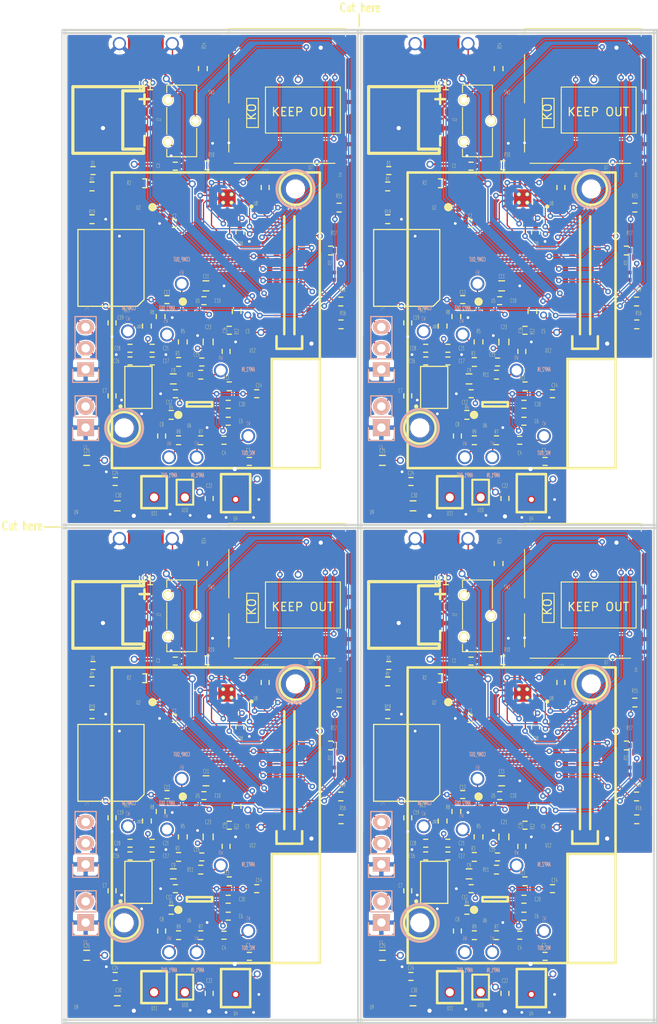
<source format=kicad_pcb>
(kicad_pcb (version 4) (host pcbnew 0.201601221447+6507~42~ubuntu15.10.1-product)
  (layers (0 F.Cu signal) (1 In1.Cu signal) (2 In2.Cu signal) (31 B.Cu signal) (34 B.Paste user) (35 F.Paste user) (36 B.SilkS user) (37 F.SilkS user) (38 B.Mask user) (39 F.Mask user) (44 Edge.Cuts user))
  (net 0 "")
  (net 1 /VBUS)
  (net 2 GND)
  (net 3 +BATT)
  (net 4 VCC)
  (net 5 "Net-(C4-Pad1)")
  (net 6 /SPU0410LR5H/MIC_OUT)
  (net 7 /SPU0410LR5H/VREF)
  (net 8 /SPU0410LR5H/MIC_AMP2_OUT)
  (net 9 /SPU0410LR5H/MIC_AMP1_OUT)
  (net 10 "Net-(C20-Pad2)")
  (net 11 +1V2)
  (net 12 "Net-(D1-Pad1)")
  (net 13 "Net-(D1-Pad2)")
  (net 14 "Net-(R2-Pad1)")
  (net 15 /D-)
  (net 16 /D+)
  (net 17 "Net-(U3-Pad5)")
  (net 18 "Net-(U3-Pad7)")
  (net 19 "Net-(U3-Pad9)")
  (net 20 "Net-(U3-Pad11)")
  (net 21 "Net-(U3-Pad13)")
  (net 22 "Net-(U3-Pad19)")
  (net 23 "Net-(U3-Pad21)")
  (net 24 "Net-(U3-Pad22)")
  (net 25 "Net-(U3-Pad23)")
  (net 26 "Net-(U3-Pad24)")
  (net 27 "Net-(U3-Pad25)")
  (net 28 "Net-(U3-Pad26)")
  (net 29 "Net-(U3-Pad28)")
  (net 30 "Net-(U3-Pad30)")
  (net 31 "Net-(U3-Pad31)")
  (net 32 "Net-(U3-Pad32)")
  (net 33 "Net-(U3-Pad34)")
  (net 34 "Net-(U3-Pad36)")
  (net 35 "Net-(U3-Pad37)")
  (net 36 "Net-(U3-Pad41)")
  (net 37 "Net-(U3-Pad43)")
  (net 38 "Net-(U3-Pad45)")
  (net 39 "Net-(U3-Pad46)")
  (net 40 "Net-(U3-Pad48)")
  (net 41 "Net-(U3-Pad50)")
  (net 42 "Net-(U3-Pad51)")
  (net 43 "Net-(U3-Pad52)")
  (net 44 "Net-(U3-Pad53)")
  (net 45 "Net-(U3-Pad54)")
  (net 46 /ADC_SCLK)
  (net 47 "Net-(U3-Pad56)")
  (net 48 "Net-(U3-Pad57)")
  (net 49 /ADC_RDY)
  (net 50 "Net-(U3-Pad61)")
  (net 51 "Net-(U3-Pad63)")
  (net 52 "Net-(U3-Pad65)")
  (net 53 "Net-(U3-Pad67)")
  (net 54 "Net-(U3-Pad69)")
  (net 55 /SPU0410LR5H/ADC_CLK)
  (net 56 "Net-(U9-Pad4)")
  (net 57 /SPU0410LR5H/MIC_AMP2_IN)
  (net 58 /SPU0410LR5H/MIC_AMP1_IN)
  (net 59 "Net-(U3-Pad15)")
  (net 60 /SD_DAT2)
  (net 61 /SD_DAT3)
  (net 62 /SD_CMD)
  (net 63 /SD_CLK)
  (net 64 /SD_DAT0)
  (net 65 /SD_DAT1)
  (net 66 /SPU0410LR5H/COMP_IN)
  (net 67 /SPU0410LR5H/ADC_IN)
  (net 68 /DCIN)
  (net 69 "Net-(U1-Pad4)")
  (net 70 "Net-(U3-Pad3)")
  (net 71 /EDISON_SD_CLK_FB)
  (net 72 /EDISON_SD_CLK)
  (net 73 /EDISON_SD_CD)
  (net 74 /EDISON_SD_CMD)
  (net 75 /EDISON_SD_DAT2)
  (net 76 /EDISON_SD_DAT0)
  (net 77 /EDISON_SD_DAT3)
  (net 78 /EDISON_SD_DAT1)
  (net 79 +1V8)
  (net 80 "Net-(R10-Pad1)")
  (net 81 "Net-(R14-Pad1)")
  (net 82 /PWRBTN)
  (net 83 /COMP_OUT)
  (net 84 /LED_G)
  (net 85 /LED_R)
  (net 86 /LED_B)
  (net 87 /EDISON_LED_R)
  (net 88 /EDISON_LED_G)
  (net 89 /EDISON_LED_B)
  (net 90 "Net-(U13-Pad10)")
  (net 91 "Net-(U13-Pad5)")
  (net 92 "Net-(U13-Pad9)")
  (net 93 "Net-(U13-Pad6)")
  (net 94 /EDI_COMP_OUT)
  (net 95 /EDI_ADC_RDY)
  (net 96 /EDI_ADC_SCLK)
  (net 97 "Net-(U3-Pad42)")
  (module lab11-connectors:MICRO_USB_RECEPTABLE (layer F.Cu) (at 57.912 73.398 180)
    (fp_text reference U1 (at 0 -5.08 180) (layer F.SilkS))
    (fp_text value microUSB-B)
    (pad 6 smd rect (at -1.2 0 180) (size 1.9 1.6) (layers F.Cu F.Paste F.Mask) (net 2 GND))
    (pad 6 smd rect (at 1.2 0 180) (size 1.9 1.6) (layers F.Cu F.Paste F.Mask) (net 2 GND))
    (pad 6 smd rect (at -3.2 -2.5 180) (size 1.6 1.4) (layers F.Cu F.Paste F.Mask) (net 2 GND))
    (pad 6 smd rect (at 3.2 -2.5 180) (size 1.6 1.4) (layers F.Cu F.Paste F.Mask) (net 2 GND))
    (pad 1 smd rect (at -1.3 -2.675 180) (size 0.4 1.35) (layers F.Cu F.Paste F.Mask) (net 1 /VBUS))
    (pad 2 smd rect (at -0.65 -2.675 180) (size 0.4 1.35) (layers F.Cu F.Paste F.Mask) (net 15 /D-))
    (pad 3 smd rect (at 0 -2.675 180) (size 0.4 1.35) (layers F.Cu F.Paste F.Mask) (net 16 /D+))
    (pad 4 smd rect (at 0.65 -2.675 180) (size 0.4 1.35) (layers F.Cu F.Paste F.Mask) (net 69 "Net-(U1-Pad4)"))
    (pad 5 smd rect (at 1.3 -2.675 180) (size 0.4 1.35) (layers F.Cu F.Paste F.Mask) (net 2 GND))
    (pad 6 thru_hole circle (at -3.175 0 180) (size 1.6 1.6) (drill 1.2) (layers *.Cu *.Mask) (net 2 GND))
    (pad 6 thru_hole circle (at 3.175 0 180) (size 1.6 1.6) (drill 1.2) (layers *.Cu *.Mask) (net 2 GND))
  )
  (module Capacitors_SMD:C_0402 (layer F.Cu) (at 69.215 96.012 270)
    (fp_text reference C28 (at 1.397 0 360) (layer F.SilkS) (effects (font (size 0.508 0.254) (thickness 0.0254))))
    (fp_text value C_0.1u_0402_10V_10%_JB)
    (pad 1 smd rect (at -0.55 0 270) (size 0.6 0.5) (layers F.Cu F.Paste F.Mask) (net 4 VCC))
    (pad 2 smd rect (at 0.55 0 270) (size 0.6 0.5) (layers F.Cu F.Paste F.Mask) (net 2 GND))
  )
  (module Capacitors_SMD:C_0402 (layer F.Cu) (at 72.263 90.678 90)
    (fp_text reference C27 (at 1.905 0 360) (layer F.SilkS) (effects (font (size 0.508 0.254) (thickness 0.0254))))
    (fp_text value C_0.1u_0402_10V_10%_JB)
    (pad 1 smd rect (at -0.55 0 90) (size 0.6 0.5) (layers F.Cu F.Paste F.Mask) (net 79 +1V8))
    (pad 2 smd rect (at 0.55 0 90) (size 0.6 0.5) (layers F.Cu F.Paste F.Mask) (net 2 GND))
  )
  (module Resistors_SMD:R_0402 (layer F.Cu) (at 51.435 94.488 180)
    (fp_text reference R19 (at 0 0.889 180) (layer F.SilkS) (effects (font (size 0.508 0.254) (thickness 0.0254))))
    (fp_text value R_100K_0402_0.5%,25ppm/c,0.063W)
    (pad 1 smd rect (at -0.45 0 180) (size 0.4 0.6) (layers F.Cu F.Paste F.Mask) (net 2 GND))
    (pad 2 smd rect (at 0.45 0 180) (size 0.4 0.6) (layers F.Cu F.Paste F.Mask) (net 79 +1V8))
  )
  (module lab11-ic:SOIC-14 (layer F.Cu) (at 53.721 100.33 90)
    (fp_text reference U13 (at -5.08 1.905 180) (layer F.SilkS) (effects (font (size 0.508 0.254) (thickness 0.0254))))
    (fp_text value TXB0104)
    (pad 14 smd rect (at -3.81 -2.7 90) (size 0.6 1.55) (layers F.Cu F.Paste F.Mask) (net 4 VCC))
    (pad 1 smd rect (at -3.81 2.7 90) (size 0.6 1.55) (layers F.Cu F.Paste F.Mask) (net 79 +1V8))
    (pad 13 smd rect (at -2.54 -2.7 90) (size 0.6 1.55) (layers F.Cu F.Paste F.Mask) (net 83 /COMP_OUT))
    (pad 2 smd rect (at -2.54 2.7 90) (size 0.6 1.55) (layers F.Cu F.Paste F.Mask) (net 94 /EDI_COMP_OUT))
    (pad 12 smd rect (at -1.27 -2.7 90) (size 0.6 1.55) (layers F.Cu F.Paste F.Mask) (net 46 /ADC_SCLK))
    (pad 3 smd rect (at -1.27 2.7 90) (size 0.6 1.55) (layers F.Cu F.Paste F.Mask) (net 96 /EDI_ADC_SCLK))
    (pad 11 smd rect (at 0 -2.7 90) (size 0.6 1.55) (layers F.Cu F.Paste F.Mask) (net 49 /ADC_RDY))
    (pad 4 smd rect (at 0 2.7 90) (size 0.6 1.55) (layers F.Cu F.Paste F.Mask) (net 95 /EDI_ADC_RDY))
    (pad 10 smd rect (at 1.27 -2.7 90) (size 0.6 1.55) (layers F.Cu F.Paste F.Mask) (net 90 "Net-(U13-Pad10)"))
    (pad 5 smd rect (at 1.27 2.7 90) (size 0.6 1.55) (layers F.Cu F.Paste F.Mask) (net 91 "Net-(U13-Pad5)"))
    (pad 9 smd rect (at 2.54 -2.7 90) (size 0.6 1.55) (layers F.Cu F.Paste F.Mask) (net 92 "Net-(U13-Pad9)"))
    (pad 6 smd rect (at 2.54 2.7 90) (size 0.6 1.55) (layers F.Cu F.Paste F.Mask) (net 93 "Net-(U13-Pad6)"))
    (pad 8 smd rect (at 3.81 -2.7 90) (size 0.6 1.55) (layers F.Cu F.Paste F.Mask) (net 79 +1V8))
    (pad 7 smd rect (at 3.81 2.7 90) (size 0.6 1.55) (layers F.Cu F.Paste F.Mask) (net 2 GND))
  )
  (module Capacitors_SMD:C_0402 (layer F.Cu) (at 53.848 106.934 270)
    (fp_text reference C19 (at -0.635 -1.016 360) (layer F.SilkS) (effects (font (size 0.508 0.254) (thickness 0.0254))))
    (fp_text value C_0.1u_0402_10V_10%_JB)
    (pad 1 smd rect (at -0.55 0 270) (size 0.6 0.5) (layers F.Cu F.Paste F.Mask) (net 4 VCC))
    (pad 2 smd rect (at 0.55 0 270) (size 0.6 0.5) (layers F.Cu F.Paste F.Mask) (net 2 GND))
  )
  (module Capacitors_SMD:C_0402 (layer F.Cu) (at 60.452 104.14)
    (fp_text reference C13 (at 0 -0.889) (layer F.SilkS) (effects (font (size 0.508 0.254) (thickness 0.0254))))
    (fp_text value C_0.1u_0402_10V_10%_JB)
    (pad 1 smd rect (at -0.55 0) (size 0.6 0.5) (layers F.Cu F.Paste F.Mask) (net 79 +1V8))
    (pad 2 smd rect (at 0.55 0) (size 0.6 0.5) (layers F.Cu F.Paste F.Mask) (net 2 GND))
  )
  (module lab11-microphones:ICS-40310 (layer F.Cu) (at 58.903 127.885 270)
    (fp_text reference U11 (at 1.909 -0.025 360) (layer F.SilkS) (effects (font (size 0.508 0.254) (thickness 0.0254))))
    (fp_text value ICS-40310)
    (pad 1 smd rect (at -1.52 -0.61 270) (size 0.8 0.6) (layers F.Cu F.Paste F.Mask) (net 6 /SPU0410LR5H/MIC_OUT))
    (pad 3 smd rect (at -1.52 0.61 270) (size 0.8 0.6) (layers F.Cu F.Paste F.Mask) (net 11 +1V2))
    (pad 2 smd circle (at 0 0 270) (size 1.55 1.55) (layers F.Cu F.Paste F.Mask) (net 2 GND))
    (pad "" np_thru_hole circle (at 0 0 270) (size 0.95 0.95) (drill 0.95) (layers *.Cu F.SilkS) (clearance 0.00254))
  )
  (module lab11-microphones:SPV1840LR5H-B (layer F.Cu) (at 62.611 127.889)
    (fp_text reference U10 (at 0 1.524) (layer F.SilkS) (effects (font (size 0.508 0.254) (thickness 0.0254))))
    (fp_text value SPV1840LR5H-B)
    (pad 2 smd rect (at -0.475 -1.4775) (size 0.65 0.545) (layers F.Cu F.Paste F.Mask) (net 6 /SPU0410LR5H/MIC_OUT))
    (pad 1 smd rect (at 0.475 -1.4775) (size 0.65 0.545) (layers F.Cu F.Paste F.Mask) (net 4 VCC))
    (pad 3 smd circle (at 0 0) (size 1.45 1.45) (layers F.Cu F.Paste F.Mask) (net 2 GND))
    (pad "" np_thru_hole circle (at 0 0) (size 0.95 0.95) (drill 0.95) (layers *.Cu F.SilkS) (clearance 0.00254))
  )
  (module lab11-microphones:SPU0410LR5H-QB (layer F.Cu) (at 68.707 128.143)
    (fp_text reference U4 (at 0 2.286) (layer F.SilkS) (effects (font (size 0.508 0.254) (thickness 0.0254))))
    (fp_text value SPU0410LR5H-QB)
    (pad 1 smd circle (at -0.966 -2.103) (size 0.723 0.723) (layers F.Cu F.Paste F.Mask) (net 6 /SPU0410LR5H/MIC_OUT))
    (pad 2 smd circle (at -1.015 0.634) (size 0.562 0.562) (layers F.Cu F.Paste F.Mask) (net 2 GND))
    (pad 3 smd circle (at 1.015 0.634) (size 0.562 0.562) (layers F.Cu F.Paste F.Mask) (net 2 GND))
    (pad 4 smd circle (at 0.966 -2.103) (size 0.723 0.723) (layers F.Cu F.Paste F.Mask) (net 4 VCC))
    (pad 5 smd circle (at 0 -2.103) (size 0.512 0.512) (layers F.Cu F.Paste F.Mask) (net 2 GND))
    (pad 6 smd circle (at 0 0) (size 1.224 1.224) (layers F.Cu F.Paste F.Mask) (net 2 GND))
    (pad "" np_thru_hole circle (at 0 0) (size 0.61 0.61) (drill 0.61) (layers *.Cu))
  )
  (module Resistors_SMD:R_0402 (layer F.Cu) (at 81.3562 104.3686 180)
    (fp_text reference R18 (at -0.196 1.4224 180) (layer F.SilkS) (effects (font (size 0.508 0.254) (thickness 0.0254))))
    (fp_text value R_60.4_0402_1%,100ppm/c,0.1W)
    (pad 1 smd rect (at -0.45 0 180) (size 0.4 0.6) (layers F.Cu F.Paste F.Mask) (net 86 /LED_B))
    (pad 2 smd rect (at 0.45 0 180) (size 0.4 0.6) (layers F.Cu F.Paste F.Mask) (net 89 /EDISON_LED_B))
  )
  (module Resistors_SMD:R_0402 (layer F.Cu) (at 80.137 98.2472 180)
    (fp_text reference R17 (at -0.381 2.1082 180) (layer F.SilkS) (effects (font (size 0.508 0.254) (thickness 0.0254))))
    (fp_text value R_40.2_0402_1%,100ppm/c,0.063W)
    (pad 1 smd rect (at -0.45 0 180) (size 0.4 0.6) (layers F.Cu F.Paste F.Mask) (net 84 /LED_G))
    (pad 2 smd rect (at 0.45 0 180) (size 0.4 0.6) (layers F.Cu F.Paste F.Mask) (net 88 /EDISON_LED_G))
  )
  (module Resistors_SMD:R_0402 (layer F.Cu) (at 81.3816 107.1118 180)
    (fp_text reference R16 (at -0.2214 1.3462 180) (layer F.SilkS) (effects (font (size 0.508 0.254) (thickness 0.0254))))
    (fp_text value R_240_0402_1%,100ppm/c,0.063W)
    (pad 1 smd rect (at -0.45 0 180) (size 0.4 0.6) (layers F.Cu F.Paste F.Mask) (net 85 /LED_R))
    (pad 2 smd rect (at 0.45 0 180) (size 0.4 0.6) (layers F.Cu F.Paste F.Mask) (net 87 /EDISON_LED_R))
  )
  (module lab11-passives:0404 (layer F.Cu) (at 80.9752 101.3206)
    (fp_text reference D2 (at -0.9398 -1.5748) (layer F.SilkS) (effects (font (size 0.508 0.254) (thickness 0.0254))))
    (fp_text value LED_RGB_0404_10mA)
    (pad 1 smd rect (at 0.425 -0.425) (size 0.45 0.45) (layers F.Cu F.Paste F.Mask) (net 4 VCC))
    (pad 4 smd rect (at -0.425 -0.425) (size 0.45 0.45) (layers F.Cu F.Paste F.Mask) (net 84 /LED_G))
    (pad 2 smd rect (at 0.425 0.425) (size 0.45 0.45) (layers F.Cu F.Paste F.Mask) (net 85 /LED_R))
    (pad 3 smd rect (at -0.425 0.425) (size 0.45 0.45) (layers F.Cu F.Paste F.Mask) (net 86 /LED_B))
  )
  (module Pin_Headers:Pin_Header_Straight_1x02 (layer B.Cu) (at 50.673 119.507)
    (fp_text reference P2 (at -0.0508 2.413) (layer B.SilkS) (effects (font (size 0.508 0.254) (thickness 0.0254)) (justify mirror)))
    (fp_text value CONN_01X02)
    (pad 1 thru_hole rect (at 0 0) (size 2.032 2.032) (drill 1.016) (layers *.Cu *.Mask B.SilkS) (net 2 GND))
    (pad 2 thru_hole oval (at 0 -2.54) (size 2.032 2.032) (drill 1.016) (layers *.Cu *.Mask B.SilkS) (net 4 VCC))
  )
  (module Resistors_SMD:R_0402 (layer F.Cu) (at 81.153 93.091)
    (fp_text reference R15 (at 0 -1.397) (layer F.SilkS) (effects (font (size 0.508 0.254) (thickness 0.0254))))
    (fp_text value R_10k_0402_1%,100ppm/c,0.063W)
    (pad 1 smd rect (at -0.45 0) (size 0.4 0.6) (layers F.Cu F.Paste F.Mask) (net 79 +1V8))
    (pad 2 smd rect (at 0.45 0) (size 0.4 0.6) (layers F.Cu F.Paste F.Mask) (net 73 /EDISON_SD_CD))
  )
  (module Resistors_SMD:R_0402 (layer F.Cu) (at 64.77 76.396 90)
    (fp_text reference R14 (at 2.736 0.127 90) (layer F.SilkS) (effects (font (size 0.508 0.254) (thickness 0.0254))))
    (fp_text value R_200_0402_1%,100ppm/c,0.1W)
    (pad 1 smd rect (at -0.45 0 90) (size 0.4 0.6) (layers F.Cu F.Paste F.Mask) (net 81 "Net-(R14-Pad1)"))
    (pad 2 smd rect (at 0.45 0 90) (size 0.4 0.6) (layers F.Cu F.Paste F.Mask) (net 3 +BATT))
  )
  (module Resistors_SMD:R_0402 (layer F.Cu) (at 65.278 88.011)
    (fp_text reference R10 (at 0.508 -1.27) (layer F.SilkS) (effects (font (size 0.508 0.254) (thickness 0.0254))))
    (fp_text value R_10k_0402_1%,100ppm/c,0.063W)
    (pad 1 smd rect (at -0.45 0) (size 0.4 0.6) (layers F.Cu F.Paste F.Mask) (net 80 "Net-(R10-Pad1)"))
    (pad 2 smd rect (at 0.45 0) (size 0.4 0.6) (layers F.Cu F.Paste F.Mask) (net 2 GND))
  )
  (module lab11-connectors:2201778-1 (layer F.Cu) (at 76.75 76.519 180)
    (fp_text reference J1 (at -4.53 -12.635 180) (layer F.SilkS) (effects (font (size 0.508 0.254) (thickness 0.0254))))
    (fp_text value MicroSD)
    (fp_text user KO (at 6.1 -5.08 270) (layer F.SilkS))
    (fp_text user "KEEP OUT" (at 0 -5.08 180) (layer F.SilkS))
    (pad 8 smd rect (at -3.85 0.7 180) (size 0.8 1.4) (layers F.Cu F.Paste F.Mask) (net 65 /SD_DAT1))
    (pad 7 smd rect (at -2.75 0.7 180) (size 0.8 1.4) (layers F.Cu F.Paste F.Mask) (net 64 /SD_DAT0))
    (pad 6 smd rect (at -1.65 0.7 180) (size 0.8 1.4) (layers F.Cu F.Paste F.Mask) (net 2 GND))
    (pad 5 smd rect (at -0.55 0.7 180) (size 0.8 1.4) (layers F.Cu F.Paste F.Mask) (net 63 /SD_CLK))
    (pad 4 smd rect (at 0.55 0.7 180) (size 0.8 1.4) (layers F.Cu F.Paste F.Mask) (net 4 VCC))
    (pad 3 smd rect (at 1.65 0.7 180) (size 0.8 1.4) (layers F.Cu F.Paste F.Mask) (net 62 /SD_CMD))
    (pad 2 smd rect (at 2.75 0.7 180) (size 0.8 1.4) (layers F.Cu F.Paste F.Mask) (net 61 /SD_DAT3))
    (pad 1 smd rect (at 3.85 0.7 180) (size 0.8 1.4) (layers F.Cu F.Paste F.Mask) (net 60 /SD_DAT2))
    (pad 11 smd rect (at -4.74 2.75 180) (size 1.35 1.8) (layers F.Cu F.Paste F.Mask) (net 2 GND))
    (pad 16 smd rect (at 8.58 3 180) (size 1.16 1.5) (layers F.Cu F.Paste F.Mask) (net 2 GND))
    (pad 12 smd rect (at -5.065 -3.88 180) (size 0.65 2.14) (layers F.Cu F.Paste F.Mask) (net 2 GND))
    (pad 15 smd rect (at 8.86 -4.975 180) (size 0.6 1.15) (layers F.Cu F.Paste F.Mask) (net 2 GND))
    (pad 13 smd rect (at -5.065 -8.96 180) (size 0.65 1.6) (layers F.Cu F.Paste F.Mask) (net 2 GND))
    (pad 14 smd rect (at 8.835 -10.9 180) (size 0.65 1.3) (layers F.Cu F.Paste F.Mask) (net 2 GND))
    (pad 10 smd rect (at -4.84 -10.465 180) (size 1.1 0.45) (layers F.Cu F.Paste F.Mask) (net 2 GND))
    (pad 9 smd rect (at -4.815 -11.125 180) (size 1.15 0.45) (layers F.Cu F.Paste F.Mask) (net 73 /EDISON_SD_CD))
  )
  (module lab11-ic:TQFN-16-4x4mm (layer F.Cu) (at 67.6604 91.9438 180)
    (fp_text reference U8 (at -3.4596 -0.6392 180) (layer F.SilkS) (effects (font (size 0.508 0.254) (thickness 0.0254))))
    (fp_text value MAX13035E)
    (pad 1 smd oval (at -1.85 -0.975 270) (size 0.3 1) (layers F.Cu F.Paste F.Mask) (net 76 /EDISON_SD_DAT0))
    (pad 2 smd oval (at -1.85 -0.325 270) (size 0.3 1) (layers F.Cu F.Paste F.Mask) (net 79 +1V8))
    (pad 3 smd oval (at -1.85 0.325 270) (size 0.3 1) (layers F.Cu F.Paste F.Mask) (net 77 /EDISON_SD_DAT3))
    (pad 4 smd oval (at -1.85 0.975 270) (size 0.3 1) (layers F.Cu F.Paste F.Mask) (net 78 /EDISON_SD_DAT1))
    (pad 5 smd oval (at -0.975 1.85 180) (size 0.3 1) (layers F.Cu F.Paste F.Mask) (net 61 /SD_DAT3))
    (pad 12 smd oval (at 1.85 -0.975 270) (size 0.3 1) (layers F.Cu F.Paste F.Mask) (net 72 /EDISON_SD_CLK))
    (pad 16 smd oval (at -0.975 -1.85) (size 0.3 1) (layers F.Cu F.Paste F.Mask) (net 4 VCC))
    (pad 6 smd oval (at -0.325 1.85 180) (size 0.3 1) (layers F.Cu F.Paste F.Mask) (net 65 /SD_DAT1))
    (pad 7 smd oval (at 0.325 1.85 180) (size 0.3 1) (layers F.Cu F.Paste F.Mask) (net 60 /SD_DAT2))
    (pad 8 smd oval (at 0.975 1.85 180) (size 0.3 1) (layers F.Cu F.Paste F.Mask) (net 62 /SD_CMD))
    (pad 11 smd oval (at 1.85 -0.325 270) (size 0.3 1) (layers F.Cu F.Paste F.Mask) (net 71 /EDISON_SD_CLK_FB))
    (pad 10 smd oval (at 1.85 0.325 270) (size 0.3 1) (layers F.Cu F.Paste F.Mask) (net 74 /EDISON_SD_CMD))
    (pad 9 smd oval (at 1.85 0.975 270) (size 0.3 1) (layers F.Cu F.Paste F.Mask) (net 75 /EDISON_SD_DAT2))
    (pad 15 smd oval (at -0.325 -1.85) (size 0.3 1) (layers F.Cu F.Paste F.Mask) (net 64 /SD_DAT0))
    (pad 14 smd oval (at 0.325 -1.85) (size 0.3 1) (layers F.Cu F.Paste F.Mask) (net 63 /SD_CLK))
    (pad 13 smd oval (at 0.975 -1.85) (size 0.3 1) (layers F.Cu F.Paste F.Mask) (net 2 GND))
    (pad 17 smd rect (at 0 0) (size 2.1 2.1) (layers F.Cu F.Paste) (net 2 GND))
    (pad 17 thru_hole circle (at -0.55 -0.55) (size 0.457 0.457) (drill 0.203) (layers *.Cu F.SilkS) (net 2 GND))
    (pad 17 thru_hole circle (at 0.45 -0.55) (size 0.457 0.457) (drill 0.203) (layers *.Cu F.SilkS) (net 2 GND))
    (pad 17 thru_hole circle (at -0.55 0.45) (size 0.457 0.457) (drill 0.203) (layers *.Cu F.SilkS) (net 2 GND))
    (pad 17 thru_hole circle (at 0.45 0.45) (size 0.457 0.457) (drill 0.203) (layers *.Cu F.SilkS) (net 2 GND))
  )
  (module lab11-connectors:CONN_JST-2_SMD_SIDE (layer F.Cu) (at 49.13884 82.56778 270)
    (fp_text reference J2 (at -0.01 -10.35 270) (layer F.SilkS) (effects (font (size 0.508 0.254) (thickness 0.0254))))
    (fp_text value JST_2_CONN_SIDE)
    (fp_text user - (at 2.49936 -8.49884 270) (layer F.SilkS) (effects (font (thickness 0.3048))))
    (fp_text user + (at -2.49936 -8.49884 270) (layer F.SilkS) (effects (font (thickness 0.3048))))
    (pad "" smd rect (at -3.34772 -1.69926 270) (size 1.4986 3.39598) (layers F.Cu F.Paste F.Mask))
    (pad 1 smd rect (at -0.99822 -7.24916 270) (size 0.99568 3.49758) (layers F.Cu F.Paste F.Mask) (net 3 +BATT))
    (pad 2 smd rect (at 0.99822 -7.24916 270) (size 0.99568 3.49758) (layers F.Cu F.Paste F.Mask) (net 2 GND))
    (pad "" smd rect (at 3.34772 -1.69926 270) (size 1.4986 3.39598) (layers F.Cu F.Paste F.Mask))
  )
  (module lab11-switches:CL-SB-12C (layer F.Cu) (at 62.23 82.677 90)
    (fp_text reference SW1 (at 3.4544 3.5814 180) (layer F.SilkS) (effects (font (size 0.508 0.254) (thickness 0.0254))))
    (fp_text value CL-SB_13C)
    (pad C thru_hole circle (at 0 1.65 90) (size 1.15 1.15) (drill 0.8) (layers *.Cu *.Mask F.SilkS) (net 82 /PWRBTN))
    (pad 1 thru_hole circle (at -2.5 -1.65 90) (size 1.15 1.15) (drill 0.8) (layers *.Cu *.Mask F.SilkS) (net 80 "Net-(R10-Pad1)"))
    (pad 2 thru_hole circle (at 2.5 -1.65 90) (size 1.15 1.15) (drill 0.8) (layers *.Cu *.Mask F.SilkS) (net 81 "Net-(R14-Pad1)"))
  )
  (module Resistors_SMD:R_0402 (layer F.Cu) (at 68.834 105.5624 270)
    (fp_text reference R12 (at 2.413 0 270) (layer F.SilkS) (effects (font (size 0.508 0.254) (thickness 0.0254))))
    (fp_text value R_0_0402_.1W)
    (pad 1 smd rect (at -0.45 0 270) (size 0.4 0.6) (layers F.Cu F.Paste F.Mask) (net 68 /DCIN))
    (pad 2 smd rect (at 0.45 0 270) (size 0.4 0.6) (layers F.Cu F.Paste F.Mask) (net 3 +BATT))
  )
  (module lab11-ic:TSOT-5 (layer F.Cu) (at 51.496 125.984 180)
    (fp_text reference U9 (at 1.966 -3.683 180) (layer F.SilkS) (effects (font (size 0.508 0.254) (thickness 0.0254))))
    (fp_text value ADP160AUJZ-1.2-R7)
    (pad 1 smd rect (at 0 0 180) (size 0.5 1.2) (layers F.Cu F.Paste F.Mask) (net 4 VCC))
    (pad 2 smd rect (at 0.95 0 180) (size 0.5 1.2) (layers F.Cu F.Paste F.Mask) (net 2 GND))
    (pad 3 smd rect (at 1.9 0 180) (size 0.5 1.2) (layers F.Cu F.Paste F.Mask) (net 4 VCC))
    (pad 4 smd rect (at 1.9 -2.35 180) (size 0.5 1.2) (layers F.Cu F.Paste F.Mask) (net 56 "Net-(U9-Pad4)"))
    (pad 5 smd rect (at 0 -2.35 180) (size 0.5 1.2) (layers F.Cu F.Paste F.Mask) (net 11 +1V2))
  )
  (module lab11-ic:uSOP-10 (layer F.Cu) (at 57.023 114.681)
    (fp_text reference U7 (at 20.701 -26.416 180) (layer F.SilkS) (effects (font (size 0.508 0.254) (thickness 0.0254))))
    (fp_text value MAX11205)
    (pad 10 smd rect (at -1 -1.525) (size 0.27 1) (layers F.Cu F.Paste F.Mask) (net 55 /SPU0410LR5H/ADC_CLK))
    (pad 1 smd rect (at -1 1.525) (size 0.27 1) (layers F.Cu F.Paste F.Mask) (net 2 GND))
    (pad 9 smd rect (at -0.5 -1.525) (size 0.27 1) (layers F.Cu F.Paste F.Mask) (net 46 /ADC_SCLK))
    (pad 2 smd rect (at -0.5 1.525) (size 0.27 1) (layers F.Cu F.Paste F.Mask) (net 4 VCC))
    (pad 8 smd rect (at 0 -1.525) (size 0.27 1) (layers F.Cu F.Paste F.Mask) (net 49 /ADC_RDY))
    (pad 3 smd rect (at 0 1.525) (size 0.27 1) (layers F.Cu F.Paste F.Mask) (net 2 GND))
    (pad 7 smd rect (at 0.5 -1.525) (size 0.27 1) (layers F.Cu F.Paste F.Mask) (net 4 VCC))
    (pad 4 smd rect (at 0.5 1.525) (size 0.27 1) (layers F.Cu F.Paste F.Mask) (net 2 GND))
    (pad 6 smd rect (at 1 -1.525) (size 0.27 1) (layers F.Cu F.Paste F.Mask) (net 4 VCC))
    (pad 5 smd rect (at 1 1.525) (size 0.27 1) (layers F.Cu F.Paste F.Mask) (net 67 /SPU0410LR5H/ADC_IN))
  )
  (module lab11-connectors:Testpoint (layer B.Cu) (at 66.929 112.649)
    (fp_text reference W8 (at 0 -1.524) (layer B.SilkS) (effects (font (size 0.508 0.254) (thickness 0.0254)) (justify mirror)))
    (fp_text value TEST_1P)
    (pad 1 thru_hole circle (at 0 0) (size 1.68 1.68) (drill 1.2) (layers *.Cu *.Mask) (net 57 /SPU0410LR5H/MIC_AMP2_IN))
  )
  (module lab11-connectors:Testpoint (layer F.Cu) (at 64.008 123.063)
    (fp_text reference W7 (at 0 -1.651) (layer B.SilkS) (effects (font (size 0.508 0.254) (thickness 0.0254)) (justify mirror)))
    (fp_text value TEST_1P)
    (pad 1 thru_hole circle (at 0 0) (size 1.68 1.68) (drill 1.2) (layers *.Cu *.Mask) (net 58 /SPU0410LR5H/MIC_AMP1_IN))
  )
  (module lab11-connectors:Testpoint (layer B.Cu) (at 60.706 123.063)
    (fp_text reference W6 (at 0 -1.651) (layer B.SilkS) (effects (font (size 0.508 0.254) (thickness 0.0254)) (justify mirror)))
    (fp_text value TEST_1P)
    (pad 1 thru_hole circle (at 0 0) (size 1.68 1.68) (drill 1.2) (layers *.Cu *.Mask) (net 9 /SPU0410LR5H/MIC_AMP1_OUT))
  )
  (module lab11-connectors:Testpoint (layer B.Cu) (at 60.452 108.331)
    (fp_text reference W5 (at -0.127 -1.651) (layer B.SilkS) (effects (font (size 0.508 0.254) (thickness 0.0254)) (justify mirror)))
    (fp_text value TEST_1P)
    (pad 1 thru_hole circle (at 0 0) (size 1.68 1.68) (drill 1.2) (layers *.Cu *.Mask) (net 8 /SPU0410LR5H/MIC_AMP2_OUT))
  )
  (module lab11-connectors:Testpoint (layer B.Cu) (at 62.23 102.235)
    (fp_text reference W4 (at 0 -1.397) (layer B.SilkS) (effects (font (size 0.508 0.254) (thickness 0.0254)) (justify mirror)))
    (fp_text value TEST_1P)
    (pad 1 thru_hole circle (at 0 0) (size 1.68 1.68) (drill 1.2) (layers *.Cu *.Mask) (net 83 /COMP_OUT))
  )
  (module lab11-connectors:Testpoint (layer B.Cu) (at 55.753 107.95)
    (fp_text reference W2 (at 0 -1.524) (layer B.SilkS) (effects (font (size 0.508 0.254) (thickness 0.0254)) (justify mirror)))
    (fp_text value TEST_1P)
    (pad 1 thru_hole circle (at 0 0) (size 1.68 1.68) (drill 1.2) (layers *.Cu *.Mask) (net 66 /SPU0410LR5H/COMP_IN))
  )
  (module lab11-connectors:Testpoint (layer B.Cu) (at 70.231 120.523)
    (fp_text reference W1 (at 0 -1.524) (layer B.SilkS) (effects (font (size 0.508 0.254) (thickness 0.0254)) (justify mirror)))
    (fp_text value TEST_1P)
    (pad 1 thru_hole circle (at 0 0) (size 1.68 1.68) (drill 1.2) (layers *.Cu *.Mask) (net 6 /SPU0410LR5H/MIC_OUT))
  )
  (module lab11-ic:ISL60002 (layer F.Cu) (at 68.712 112.649)
    (fp_text reference U12 (at 2.027 -2.413 180) (layer F.SilkS) (effects (font (size 0.508 0.254) (thickness 0.0254))))
    (fp_text value ISL60002CIH312Z-TK)
    (pad 1 smd rect (at 0 0) (size 0.6 1.25) (layers F.Cu F.Paste F.Mask) (net 4 VCC))
    (pad 2 smd rect (at 1.9 0) (size 0.6 1.25) (layers F.Cu F.Paste F.Mask) (net 7 /SPU0410LR5H/VREF))
    (pad 3 smd rect (at 0.95 -2.15) (size 0.6 1.25) (layers F.Cu F.Paste F.Mask) (net 2 GND))
  )
  (module lab11-ic:SOT-23-8 (layer F.Cu) (at 63.343 117.983)
    (fp_text reference U6 (at -0.224 1.27) (layer F.SilkS) (effects (font (size 0.508 0.254) (thickness 0.0254))))
    (fp_text value MIC863)
    (pad 1 smd rect (at 0 0) (size 0.48 0.99) (layers F.Cu F.Paste F.Mask) (net 9 /SPU0410LR5H/MIC_AMP1_OUT))
    (pad 2 smd rect (at 0.65 0) (size 0.48 0.99) (layers F.Cu F.Paste F.Mask) (net 58 /SPU0410LR5H/MIC_AMP1_IN))
    (pad 3 smd rect (at 1.3 0) (size 0.48 0.99) (layers F.Cu F.Paste F.Mask) (net 7 /SPU0410LR5H/VREF))
    (pad 4 smd rect (at 1.95 0) (size 0.48 0.99) (layers F.Cu F.Paste F.Mask) (net 2 GND))
    (pad 5 smd rect (at 1.95 -2.59) (size 0.48 0.99) (layers F.Cu F.Paste F.Mask) (net 7 /SPU0410LR5H/VREF))
    (pad 6 smd rect (at 1.3 -2.59) (size 0.48 0.99) (layers F.Cu F.Paste F.Mask) (net 57 /SPU0410LR5H/MIC_AMP2_IN))
    (pad 7 smd rect (at 0.65 -2.59) (size 0.48 0.99) (layers F.Cu F.Paste F.Mask) (net 8 /SPU0410LR5H/MIC_AMP2_OUT))
    (pad 8 smd rect (at 0 -2.59) (size 0.48 0.99) (layers F.Cu F.Paste F.Mask) (net 4 VCC))
  )
  (module lab11-ic:SC-70-5 (layer F.Cu) (at 62.362 105.649 270)
    (fp_text reference U5 (at -1.367 -1.778 540) (layer F.SilkS) (effects (font (size 0.508 0.254) (thickness 0.0254))))
    (fp_text value TS881)
    (pad 1 smd rect (at 0 0 270) (size 0.42 0.77) (layers F.Cu F.Paste F.Mask) (net 83 /COMP_OUT))
    (pad 2 smd rect (at 0.65 0 270) (size 0.42 0.77) (layers F.Cu F.Paste F.Mask) (net 2 GND))
    (pad 3 smd rect (at 1.3 0 270) (size 0.42 0.77) (layers F.Cu F.Paste F.Mask) (net 66 /SPU0410LR5H/COMP_IN))
    (pad 4 smd rect (at 1.3 -1.9 270) (size 0.42 0.77) (layers F.Cu F.Paste F.Mask) (net 7 /SPU0410LR5H/VREF))
    (pad 5 smd rect (at 0 -1.9 270) (size 0.42 0.77) (layers F.Cu F.Paste F.Mask) (net 4 VCC))
  )
  (module lab11-ic:SOT-23-5 (layer F.Cu) (at 59.9846 93.0402)
    (fp_text reference U2 (at -2.9616 0.0508) (layer F.SilkS) (effects (font (size 0.508 0.254) (thickness 0.0254))))
    (fp_text value MCP73831T-2ACI/OT)
    (pad 1 smd rect (at 0 0) (size 0.6 1.1) (layers F.Cu F.Paste F.Mask) (net 13 "Net-(D1-Pad2)"))
    (pad 2 smd rect (at 0.95 0) (size 0.6 1.1) (layers F.Cu F.Paste F.Mask) (net 2 GND))
    (pad 3 smd rect (at 1.9 0) (size 0.6 1.1) (layers F.Cu F.Paste F.Mask) (net 3 +BATT))
    (pad 4 smd rect (at 1.9 -2.8) (size 0.6 1.1) (layers F.Cu F.Paste F.Mask) (net 1 /VBUS))
    (pad 5 smd rect (at 0 -2.8) (size 0.6 1.1) (layers F.Cu F.Paste F.Mask) (net 14 "Net-(R2-Pad1)"))
  )
  (module Resistors_SMD:R_0402 (layer F.Cu) (at 67.945 114.554)
    (fp_text reference R13 (at -0.381 -1.016) (layer F.SilkS) (effects (font (size 0.508 0.254) (thickness 0.0254))))
    (fp_text value R_220K_0402_1%,100ppm/c,0.063W)
    (pad 1 smd rect (at -0.45 0) (size 0.4 0.6) (layers F.Cu F.Paste F.Mask) (net 57 /SPU0410LR5H/MIC_AMP2_IN))
    (pad 2 smd rect (at 0.45 0) (size 0.4 0.6) (layers F.Cu F.Paste F.Mask) (net 10 "Net-(C20-Pad2)"))
  )
  (module Resistors_SMD:R_0402 (layer F.Cu) (at 64.516 113.157)
    (fp_text reference R11 (at -1.27 0 180) (layer F.SilkS) (effects (font (size 0.508 0.254) (thickness 0.0254))))
    (fp_text value R_220K_0402_1%,100ppm/c,0.063W)
    (pad 1 smd rect (at -0.45 0) (size 0.4 0.6) (layers F.Cu F.Paste F.Mask) (net 8 /SPU0410LR5H/MIC_AMP2_OUT))
    (pad 2 smd rect (at 0.45 0) (size 0.4 0.6) (layers F.Cu F.Paste F.Mask) (net 57 /SPU0410LR5H/MIC_AMP2_IN))
  )
  (module Resistors_SMD:R_0402 (layer F.Cu) (at 61.849 121.031 180)
    (fp_text reference R9 (at 0 1.016 180) (layer F.SilkS) (effects (font (size 0.508 0.254) (thickness 0.0254))))
    (fp_text value R_100K_0402_0.5%,25ppm/c,0.063W)
    (pad 1 smd rect (at -0.45 0 180) (size 0.4 0.6) (layers F.Cu F.Paste F.Mask) (net 58 /SPU0410LR5H/MIC_AMP1_IN))
    (pad 2 smd rect (at 0.45 0 180) (size 0.4 0.6) (layers F.Cu F.Paste F.Mask) (net 9 /SPU0410LR5H/MIC_AMP1_OUT))
  )
  (module Resistors_SMD:R_0402 (layer F.Cu) (at 59.69 106.172 90)
    (fp_text reference R8 (at 0.508 -1.016 180) (layer F.SilkS) (effects (font (size 0.508 0.254) (thickness 0.0254))))
    (fp_text value R_0_0402_.1W)
    (pad 1 smd rect (at -0.45 0 90) (size 0.4 0.6) (layers F.Cu F.Paste F.Mask) (net 66 /SPU0410LR5H/COMP_IN))
    (pad 2 smd rect (at 0.45 0 90) (size 0.4 0.6) (layers F.Cu F.Paste F.Mask) (net 83 /COMP_OUT))
  )
  (module Resistors_SMD:R_0402 (layer F.Cu) (at 64.516 121.031 180)
    (fp_text reference R7 (at 0 1.016 180) (layer F.SilkS) (effects (font (size 0.508 0.254) (thickness 0.0254))))
    (fp_text value R_100K_0402_0.5%,25ppm/c,0.063W)
    (pad 1 smd rect (at -0.45 0 180) (size 0.4 0.6) (layers F.Cu F.Paste F.Mask) (net 5 "Net-(C4-Pad1)"))
    (pad 2 smd rect (at 0.45 0 180) (size 0.4 0.6) (layers F.Cu F.Paste F.Mask) (net 58 /SPU0410LR5H/MIC_AMP1_IN))
  )
  (module Resistors_SMD:R_0402 (layer F.Cu) (at 58.039 107.315 270)
    (fp_text reference R6 (at 0.058 0.889 450) (layer F.SilkS) (effects (font (size 0.508 0.254) (thickness 0.0254))))
    (fp_text value R_0_0402_.1W)
    (pad 1 smd rect (at -0.45 0 270) (size 0.4 0.6) (layers F.Cu F.Paste F.Mask) (net 66 /SPU0410LR5H/COMP_IN))
    (pad 2 smd rect (at 0.45 0 270) (size 0.4 0.6) (layers F.Cu F.Paste F.Mask) (net 2 GND))
  )
  (module Resistors_SMD:R_0402 (layer F.Cu) (at 62.357 109.22 90)
    (fp_text reference R5 (at 1.27 0 180) (layer F.SilkS) (effects (font (size 0.508 0.254) (thickness 0.0254))))
    (fp_text value R_0_0402_.1W)
    (pad 1 smd rect (at -0.45 0 90) (size 0.4 0.6) (layers F.Cu F.Paste F.Mask) (net 8 /SPU0410LR5H/MIC_AMP2_OUT))
    (pad 2 smd rect (at 0.45 0 90) (size 0.4 0.6) (layers F.Cu F.Paste F.Mask) (net 66 /SPU0410LR5H/COMP_IN))
  )
  (module Resistors_SMD:R_0402 (layer F.Cu) (at 60.96 117.983)
    (fp_text reference R4 (at 0 -0.889 180) (layer F.SilkS) (effects (font (size 0.508 0.254) (thickness 0.0254))))
    (fp_text value R_0_0402_.1W)
    (pad 1 smd rect (at -0.45 0) (size 0.4 0.6) (layers F.Cu F.Paste F.Mask) (net 67 /SPU0410LR5H/ADC_IN))
    (pad 2 smd rect (at 0.45 0) (size 0.4 0.6) (layers F.Cu F.Paste F.Mask) (net 9 /SPU0410LR5H/MIC_AMP1_OUT))
  )
  (module Resistors_SMD:R_0402 (layer F.Cu) (at 61.849 111.633 180)
    (fp_text reference R3 (at 0.127 1.016 180) (layer F.SilkS) (effects (font (size 0.508 0.254) (thickness 0.0254))))
    (fp_text value R_0_0402_.1W)
    (pad 1 smd rect (at -0.45 0 180) (size 0.4 0.6) (layers F.Cu F.Paste F.Mask) (net 8 /SPU0410LR5H/MIC_AMP2_OUT))
    (pad 2 smd rect (at 0.45 0 180) (size 0.4 0.6) (layers F.Cu F.Paste F.Mask) (net 67 /SPU0410LR5H/ADC_IN))
  )
  (module Resistors_SMD:R_0402 (layer F.Cu) (at 57.785 90.17 180)
    (fp_text reference R2 (at 1.905 0.0508 360) (layer F.SilkS) (effects (font (size 0.508 0.254) (thickness 0.0254))))
    (fp_text value R_2K_0402_1%,100ppm/c,0.1W)
    (pad 1 smd rect (at -0.45 0 180) (size 0.4 0.6) (layers F.Cu F.Paste F.Mask) (net 14 "Net-(R2-Pad1)"))
    (pad 2 smd rect (at 0.45 0 180) (size 0.4 0.6) (layers F.Cu F.Paste F.Mask) (net 2 GND))
  )
  (module Resistors_SMD:R_0402 (layer F.Cu) (at 51.435 90.551 180)
    (fp_text reference R1 (at 0 0.889 360) (layer F.SilkS) (effects (font (size 0.508 0.254) (thickness 0.0254))))
    (fp_text value R_1K_0402_1%,100ppm/c,0.2W)
    (pad 1 smd rect (at -0.45 0 180) (size 0.4 0.6) (layers F.Cu F.Paste F.Mask) (net 1 /VBUS))
    (pad 2 smd rect (at 0.45 0 180) (size 0.4 0.6) (layers F.Cu F.Paste F.Mask) (net 12 "Net-(D1-Pad1)"))
  )
  (module Capacitors_SMD:C_0402 (layer F.Cu) (at 51.562 88.646)
    (fp_text reference D1 (at 0 -0.889) (layer F.SilkS) (effects (font (size 0.508 0.254) (thickness 0.0254))))
    (fp_text value LED_GREEN_0402_20mA)
    (pad 1 smd rect (at -0.55 0) (size 0.6 0.5) (layers F.Cu F.Paste F.Mask) (net 12 "Net-(D1-Pad1)"))
    (pad 2 smd rect (at 0.55 0) (size 0.6 0.5) (layers F.Cu F.Paste F.Mask) (net 13 "Net-(D1-Pad2)"))
  )
  (module Capacitors_SMD:C_0603 (layer F.Cu) (at 54.483 128.905)
    (fp_text reference C30 (at 0.127 -1.27) (layer F.SilkS) (effects (font (size 0.508 0.254) (thickness 0.0254))))
    (fp_text value C_1u_0402_10V_10%_JB)
    (pad 1 smd rect (at -0.75 0) (size 0.8 0.75) (layers F.Cu F.Paste F.Mask) (net 11 +1V2))
    (pad 2 smd rect (at 0.75 0) (size 0.8 0.75) (layers F.Cu F.Paste F.Mask) (net 2 GND))
  )
  (module Capacitors_SMD:C_0402 (layer F.Cu) (at 67.564 110.363 90)
    (fp_text reference C26 (at 2.54 -0.127 90) (layer F.SilkS) (effects (font (size 0.508 0.254) (thickness 0.0254))))
    (fp_text value C_0.1u_0402_10V_10%_JB)
    (pad 1 smd rect (at -0.55 0 90) (size 0.6 0.5) (layers F.Cu F.Paste F.Mask) (net 4 VCC))
    (pad 2 smd rect (at 0.55 0 90) (size 0.6 0.5) (layers F.Cu F.Paste F.Mask) (net 2 GND))
  )
  (module Capacitors_SMD:C_0603 (layer F.Cu) (at 50.8 123.444 180)
    (fp_text reference C25 (at 0 1.143 180) (layer F.SilkS) (effects (font (size 0.508 0.254) (thickness 0.0254))))
    (fp_text value C_1u_0402_10V_10%_JB)
    (pad 1 smd rect (at -0.75 0 180) (size 0.8 0.75) (layers F.Cu F.Paste F.Mask) (net 4 VCC))
    (pad 2 smd rect (at 0.75 0 180) (size 0.8 0.75) (layers F.Cu F.Paste F.Mask) (net 2 GND))
  )
  (module Capacitors_SMD:C_0402 (layer F.Cu) (at 54.229 125.984 180)
    (fp_text reference C24 (at 0 1.016 360) (layer F.SilkS) (effects (font (size 0.508 0.254) (thickness 0.0254))))
    (fp_text value C_0.1u_0402_10V_10%_JB)
    (pad 1 smd rect (at -0.55 0 180) (size 0.6 0.5) (layers F.Cu F.Paste F.Mask) (net 11 +1V2))
    (pad 2 smd rect (at 0.55 0 180) (size 0.6 0.5) (layers F.Cu F.Paste F.Mask) (net 2 GND))
  )
  (module Capacitors_SMD:C_0603 (layer F.Cu) (at 65.405 109.22 90)
    (fp_text reference C23 (at 1.778 0 180) (layer F.SilkS) (effects (font (size 0.508 0.254) (thickness 0.0254))))
    (fp_text value C_10u_0603_10V_10%_JB)
    (pad 1 smd rect (at -0.75 0 90) (size 0.8 0.75) (layers F.Cu F.Paste F.Mask) (net 4 VCC))
    (pad 2 smd rect (at 0.75 0 90) (size 0.8 0.75) (layers F.Cu F.Paste F.Mask) (net 2 GND))
  )
  (module Capacitors_SMD:C_0402 (layer F.Cu) (at 65.532 128.016 270)
    (fp_text reference C22 (at -1.524 0 360) (layer F.SilkS) (effects (font (size 0.508 0.254) (thickness 0.0254))))
    (fp_text value C_0.1u_0402_10V_10%_JB)
    (pad 1 smd rect (at -0.55 0 270) (size 0.6 0.5) (layers F.Cu F.Paste F.Mask) (net 4 VCC))
    (pad 2 smd rect (at 0.55 0 270) (size 0.6 0.5) (layers F.Cu F.Paste F.Mask) (net 2 GND))
  )
  (module Capacitors_SMD:C_0402 (layer F.Cu) (at 58.674 109.982)
    (fp_text reference C21 (at 1.651 0) (layer F.SilkS) (effects (font (size 0.508 0.254) (thickness 0.0254))))
    (fp_text value C_2.2u_0402_10V_10%_JB)
    (pad 1 smd rect (at -0.55 0) (size 0.6 0.5) (layers F.Cu F.Paste F.Mask) (net 4 VCC))
    (pad 2 smd rect (at 0.55 0) (size 0.6 0.5) (layers F.Cu F.Paste F.Mask) (net 2 GND))
  )
  (module Capacitors_SMD:C_0402 (layer F.Cu) (at 67.818 116.713)
    (fp_text reference C20 (at 1.651 0) (layer F.SilkS) (effects (font (size 0.508 0.254) (thickness 0.0254))))
    (fp_text value C_47p_0402_1%_C0G,NP0)
    (pad 1 smd rect (at -0.55 0) (size 0.6 0.5) (layers F.Cu F.Paste F.Mask) (net 9 /SPU0410LR5H/MIC_AMP1_OUT))
    (pad 2 smd rect (at 0.55 0) (size 0.6 0.5) (layers F.Cu F.Paste F.Mask) (net 10 "Net-(C20-Pad2)"))
  )
  (module Capacitors_SMD:C_0402 (layer F.Cu) (at 56.007 109.982 180)
    (fp_text reference C18 (at 1.524 0 180) (layer F.SilkS) (effects (font (size 0.508 0.254) (thickness 0.0254))))
    (fp_text value C_2.2u_0402_10V_10%_JB)
    (pad 1 smd rect (at -0.55 0 180) (size 0.6 0.5) (layers F.Cu F.Paste F.Mask) (net 4 VCC))
    (pad 2 smd rect (at 0.55 0 180) (size 0.6 0.5) (layers F.Cu F.Paste F.Mask) (net 2 GND))
  )
  (module Capacitors_SMD:C_0402 (layer F.Cu) (at 58.674 111.506)
    (fp_text reference C17 (at 1.651 0) (layer F.SilkS) (effects (font (size 0.508 0.254) (thickness 0.0254))))
    (fp_text value C_0.1u_0402_10V_10%_JB)
    (pad 1 smd rect (at -0.55 0) (size 0.6 0.5) (layers F.Cu F.Paste F.Mask) (net 4 VCC))
    (pad 2 smd rect (at 0.55 0) (size 0.6 0.5) (layers F.Cu F.Paste F.Mask) (net 2 GND))
  )
  (module Capacitors_SMD:C_0402 (layer F.Cu) (at 56.007 111.506 180)
    (fp_text reference C16 (at 1.651 0 180) (layer F.SilkS) (effects (font (size 0.508 0.254) (thickness 0.0254))))
    (fp_text value C_0.1u_0402_10V_10%_JB)
    (pad 1 smd rect (at -0.55 0 180) (size 0.6 0.5) (layers F.Cu F.Paste F.Mask) (net 4 VCC))
    (pad 2 smd rect (at 0.55 0 180) (size 0.6 0.5) (layers F.Cu F.Paste F.Mask) (net 2 GND))
  )
  (module Capacitors_SMD:C_0402 (layer F.Cu) (at 64.643 111.633 180)
    (fp_text reference C15 (at 0.635 0.889 180) (layer F.SilkS) (effects (font (size 0.508 0.254) (thickness 0.0254))))
    (fp_text value C_47p_0402_1%_C0G,NP0)
    (pad 1 smd rect (at -0.55 0 180) (size 0.6 0.5) (layers F.Cu F.Paste F.Mask) (net 57 /SPU0410LR5H/MIC_AMP2_IN))
    (pad 2 smd rect (at 0.55 0 180) (size 0.6 0.5) (layers F.Cu F.Paste F.Mask) (net 8 /SPU0410LR5H/MIC_AMP2_OUT))
  )
  (module Capacitors_SMD:C_0402 (layer F.Cu) (at 71.247 115.443)
    (fp_text reference C14 (at 0.254 -1.016) (layer F.SilkS) (effects (font (size 0.508 0.254) (thickness 0.0254))))
    (fp_text value C_0.1u_0402_10V_10%_JB)
    (pad 1 smd rect (at -0.55 0) (size 0.6 0.5) (layers F.Cu F.Paste F.Mask) (net 7 /SPU0410LR5H/VREF))
    (pad 2 smd rect (at 0.55 0) (size 0.6 0.5) (layers F.Cu F.Paste F.Mask) (net 2 GND))
  )
  (module Capacitors_SMD:C_0402 (layer F.Cu) (at 61.468 115.443 180)
    (fp_text reference C12 (at 0.762 -1.016 180) (layer F.SilkS) (effects (font (size 0.508 0.254) (thickness 0.0254))))
    (fp_text value C_0.1u_0402_10V_10%_JB)
    (pad 1 smd rect (at -0.55 0 180) (size 0.6 0.5) (layers F.Cu F.Paste F.Mask) (net 4 VCC))
    (pad 2 smd rect (at 0.55 0 180) (size 0.6 0.5) (layers F.Cu F.Paste F.Mask) (net 2 GND))
  )
  (module Capacitors_SMD:C_0603 (layer F.Cu) (at 65.139 102.489)
    (fp_text reference C11 (at 0.012 -1.143) (layer F.SilkS) (effects (font (size 0.508 0.254) (thickness 0.0254))))
    (fp_text value C_10u_0603_10V_10%_JB)
    (pad 1 smd rect (at -0.75 0) (size 0.8 0.75) (layers F.Cu F.Paste F.Mask) (net 4 VCC))
    (pad 2 smd rect (at 0.75 0) (size 0.8 0.75) (layers F.Cu F.Paste F.Mask) (net 2 GND))
  )
  (module Capacitors_SMD:C_0603 (layer F.Cu) (at 61.214 113.665 180)
    (fp_text reference C9 (at 0 1.016 180) (layer F.SilkS) (effects (font (size 0.508 0.254) (thickness 0.0254))))
    (fp_text value C_10u_0603_10V_10%_JB)
    (pad 1 smd rect (at -0.75 0 180) (size 0.8 0.75) (layers F.Cu F.Paste F.Mask) (net 4 VCC))
    (pad 2 smd rect (at 0.75 0 180) (size 0.8 0.75) (layers F.Cu F.Paste F.Mask) (net 2 GND))
  )
  (module Capacitors_SMD:C_0402 (layer F.Cu) (at 59.817 120.523 270)
    (fp_text reference C8 (at -1.397 0 360) (layer F.SilkS) (effects (font (size 0.508 0.254) (thickness 0.0254))))
    (fp_text value C_0.1u_0402_10V_10%_JB)
    (pad 1 smd rect (at -0.55 0 270) (size 0.6 0.5) (layers F.Cu F.Paste F.Mask) (net 67 /SPU0410LR5H/ADC_IN))
    (pad 2 smd rect (at 0.55 0 270) (size 0.6 0.5) (layers F.Cu F.Paste F.Mask) (net 2 GND))
  )
  (module Capacitors_SMD:C_0402 (layer F.Cu) (at 53.848 115.697 270)
    (fp_text reference C7 (at -0.635 0.889 360) (layer F.SilkS) (effects (font (size 0.508 0.254) (thickness 0.0254))))
    (fp_text value C_0.1u_0402_10V_10%_JB)
    (pad 1 smd rect (at -0.55 0 270) (size 0.6 0.5) (layers F.Cu F.Paste F.Mask) (net 4 VCC))
    (pad 2 smd rect (at 0.55 0 270) (size 0.6 0.5) (layers F.Cu F.Paste F.Mask) (net 2 GND))
  )
  (module Capacitors_SMD:C_0402 (layer F.Cu) (at 67.945 107.823 180)
    (fp_text reference C5 (at -2.2098 -0.127 180) (layer F.SilkS) (effects (font (size 0.508 0.254) (thickness 0.0254))))
    (fp_text value C_0.1u_0402_10V_10%_JB)
    (pad 1 smd rect (at -0.55 0 180) (size 0.6 0.5) (layers F.Cu F.Paste F.Mask) (net 7 /SPU0410LR5H/VREF))
    (pad 2 smd rect (at 0.55 0 180) (size 0.6 0.5) (layers F.Cu F.Paste F.Mask) (net 2 GND))
  )
  (module Capacitors_SMD:C_0402 (layer F.Cu) (at 67.31 121.031)
    (fp_text reference C4 (at 0 1.524) (layer F.SilkS) (effects (font (size 0.508 0.254) (thickness 0.0254))))
    (fp_text value C_0.1u_0402_10V_10%_JB)
    (pad 1 smd rect (at -0.55 0) (size 0.6 0.5) (layers F.Cu F.Paste F.Mask) (net 5 "Net-(C4-Pad1)"))
    (pad 2 smd rect (at 0.55 0) (size 0.6 0.5) (layers F.Cu F.Paste F.Mask) (net 6 /SPU0410LR5H/MIC_OUT))
  )
  (module Capacitors_SMD:C_0402 (layer F.Cu) (at 61.341 94.996 180)
    (fp_text reference C2 (at 0 0.889 180) (layer F.SilkS) (effects (font (size 0.508 0.254) (thickness 0.0254))))
    (fp_text value C_4.7u_0402_10V_10%_X5R)
    (pad 1 smd rect (at -0.55 0 180) (size 0.6 0.5) (layers F.Cu F.Paste F.Mask) (net 3 +BATT))
    (pad 2 smd rect (at 0.55 0 180) (size 0.6 0.5) (layers F.Cu F.Paste F.Mask) (net 2 GND))
  )
  (module Capacitors_SMD:C_0402 (layer F.Cu) (at 61.4514 88.1126 180)
    (fp_text reference C1 (at 2.0408 0.0508 360) (layer F.SilkS) (effects (font (size 0.508 0.254) (thickness 0.0254))))
    (fp_text value C_4.7u_0402_10V_10%_X5R)
    (pad 1 smd rect (at -0.55 0 180) (size 0.6 0.5) (layers F.Cu F.Paste F.Mask) (net 1 /VBUS))
    (pad 2 smd rect (at 0.55 0 180) (size 0.6 0.5) (layers F.Cu F.Paste F.Mask) (net 2 GND))
  )
  (module Capacitors_SMD:C_0402 (layer F.Cu) (at 70.358 123.571 180)
    (fp_text reference C3 (at 0.1524 1.3208 180) (layer F.SilkS) (effects (font (size 0.508 0.254) (thickness 0.0254))))
    (fp_text value C_0.1u_0402_10V_10%_JB)
    (pad 1 smd rect (at -0.55 0 180) (size 0.6 0.5) (layers F.Cu F.Paste F.Mask) (net 2 GND))
    (pad 2 smd rect (at 0.55 0 180) (size 0.6 0.5) (layers F.Cu F.Paste F.Mask) (net 4 VCC))
  )
  (module Capacitors_SMD:C_0402 (layer F.Cu) (at 67.818 118.745)
    (fp_text reference C6 (at 1.524 0) (layer F.SilkS) (effects (font (size 0.508 0.254) (thickness 0.0254))))
    (fp_text value C_0.1u_0402_10V_10%_JB)
    (pad 1 smd rect (at -0.55 0) (size 0.6 0.5) (layers F.Cu F.Paste F.Mask) (net 7 /SPU0410LR5H/VREF))
    (pad 2 smd rect (at 0.55 0) (size 0.6 0.5) (layers F.Cu F.Paste F.Mask) (net 2 GND))
  )
  (module Pin_Headers:Pin_Header_Straight_1x03 (layer B.Cu) (at 50.673 112.522)
    (fp_text reference P1 (at 0.127 -7.366) (layer B.SilkS) (effects (font (size 0.508 0.254) (thickness 0.0254)) (justify mirror)))
    (fp_text value CONN_01X03)
    (pad 1 thru_hole rect (at 0 0) (size 2.032 1.7272) (drill 1.016) (layers *.Cu *.Mask B.SilkS) (net 2 GND))
    (pad 2 thru_hole oval (at 0 -2.54) (size 2.032 1.7272) (drill 1.016) (layers *.Cu *.Mask B.SilkS) (net 49 /ADC_RDY))
    (pad 3 thru_hole oval (at 0 -5.08) (size 2.032 1.7272) (drill 1.016) (layers *.Cu *.Mask B.SilkS) (net 46 /ADC_SCLK))
  )
  (module lab11-mcu:intel_edison_compute_module (layer F.Cu) (at 55.303 119.544)
    (fp_text reference U3 (at -3.868 0.217 180) (layer F.SilkS) (effects (font (size 0.508 0.254) (thickness 0.0254))))
    (fp_text value edison_iot_module)
    (pad "" np_thru_hole circle (at 0 0) (size 2 2) (drill 2) (layers *.Cu F.SilkS))
    (pad "" np_thru_hole circle (at 20.6 -28.69) (size 2 2) (drill 2) (layers *.Cu F.SilkS))
    (pad 1 smd rect (at 21.405 -11.5) (size 0.7 0.2) (layers F.Cu F.Paste F.Mask) (net 2 GND))
    (pad 2 smd rect (at 18.325 -11.5) (size 0.7 0.2) (layers F.Cu F.Paste F.Mask) (net 3 +BATT))
    (pad 3 smd rect (at 21.405 -11.9) (size 0.7 0.2) (layers F.Cu F.Paste F.Mask) (net 70 "Net-(U3-Pad3)"))
    (pad 4 smd rect (at 18.325 -11.9) (size 0.7 0.2) (layers F.Cu F.Paste F.Mask) (net 3 +BATT))
    (pad 5 smd rect (at 21.405 -12.3) (size 0.7 0.2) (layers F.Cu F.Paste F.Mask) (net 17 "Net-(U3-Pad5)"))
    (pad 6 smd rect (at 18.325 -12.3) (size 0.7 0.2) (layers F.Cu F.Paste F.Mask) (net 3 +BATT))
    (pad 7 smd rect (at 21.405 -12.7) (size 0.7 0.2) (layers F.Cu F.Paste F.Mask) (net 18 "Net-(U3-Pad7)"))
    (pad 8 smd rect (at 18.325 -12.7) (size 0.7 0.2) (layers F.Cu F.Paste F.Mask) (net 4 VCC))
    (pad 9 smd rect (at 21.405 -13.1) (size 0.7 0.2) (layers F.Cu F.Paste F.Mask) (net 19 "Net-(U3-Pad9)"))
    (pad 10 smd rect (at 18.325 -13.1) (size 0.7 0.2) (layers F.Cu F.Paste F.Mask) (net 4 VCC))
    (pad 11 smd rect (at 21.405 -13.5) (size 0.7 0.2) (layers F.Cu F.Paste F.Mask) (net 20 "Net-(U3-Pad11)"))
    (pad 12 smd rect (at 18.325 -13.5) (size 0.7 0.2) (layers F.Cu F.Paste F.Mask) (net 79 +1V8))
    (pad 13 smd rect (at 21.405 -13.9) (size 0.7 0.2) (layers F.Cu F.Paste F.Mask) (net 21 "Net-(U3-Pad13)"))
    (pad 14 smd rect (at 18.325 -13.9) (size 0.7 0.2) (layers F.Cu F.Paste F.Mask) (net 68 /DCIN))
    (pad 15 smd rect (at 21.405 -14.3) (size 0.7 0.2) (layers F.Cu F.Paste F.Mask) (net 59 "Net-(U3-Pad15)"))
    (pad 16 smd rect (at 18.325 -14.3) (size 0.7 0.2) (layers F.Cu F.Paste F.Mask) (net 16 /D+))
    (pad 17 smd rect (at 21.405 -14.7) (size 0.7 0.2) (layers F.Cu F.Paste F.Mask) (net 82 /PWRBTN))
    (pad 18 smd rect (at 18.325 -14.7) (size 0.7 0.2) (layers F.Cu F.Paste F.Mask) (net 15 /D-))
    (pad 19 smd rect (at 21.405 -15.1) (size 0.7 0.2) (layers F.Cu F.Paste F.Mask) (net 22 "Net-(U3-Pad19)"))
    (pad 20 smd rect (at 18.325 -15.1) (size 0.7 0.2) (layers F.Cu F.Paste F.Mask) (net 1 /VBUS))
    (pad 21 smd rect (at 21.405 -15.5) (size 0.7 0.2) (layers F.Cu F.Paste F.Mask) (net 23 "Net-(U3-Pad21)"))
    (pad 22 smd rect (at 18.325 -15.5) (size 0.7 0.2) (layers F.Cu F.Paste F.Mask) (net 24 "Net-(U3-Pad22)"))
    (pad 23 smd rect (at 21.405 -15.9) (size 0.7 0.2) (layers F.Cu F.Paste F.Mask) (net 25 "Net-(U3-Pad23)"))
    (pad 24 smd rect (at 18.325 -15.9) (size 0.7 0.2) (layers F.Cu F.Paste F.Mask) (net 26 "Net-(U3-Pad24)"))
    (pad 25 smd rect (at 21.405 -16.3) (size 0.7 0.2) (layers F.Cu F.Paste F.Mask) (net 27 "Net-(U3-Pad25)"))
    (pad 26 smd rect (at 18.325 -16.3) (size 0.7 0.2) (layers F.Cu F.Paste F.Mask) (net 28 "Net-(U3-Pad26)"))
    (pad 27 smd rect (at 21.405 -16.7) (size 0.7 0.2) (layers F.Cu F.Paste F.Mask) (net 94 /EDI_COMP_OUT))
    (pad 28 smd rect (at 18.325 -16.7) (size 0.7 0.2) (layers F.Cu F.Paste F.Mask) (net 29 "Net-(U3-Pad28)"))
    (pad 29 smd rect (at 21.405 -17.1) (size 0.7 0.2) (layers F.Cu F.Paste F.Mask))
    (pad 30 smd rect (at 18.325 -17.1) (size 0.7 0.2) (layers F.Cu F.Paste F.Mask) (net 30 "Net-(U3-Pad30)"))
    (pad 31 smd rect (at 21.405 -17.5) (size 0.7 0.2) (layers F.Cu F.Paste F.Mask) (net 31 "Net-(U3-Pad31)"))
    (pad 32 smd rect (at 18.325 -17.5) (size 0.7 0.2) (layers F.Cu F.Paste F.Mask) (net 32 "Net-(U3-Pad32)"))
    (pad 33 smd rect (at 21.405 -17.9) (size 0.7 0.2) (layers F.Cu F.Paste F.Mask) (net 87 /EDISON_LED_R))
    (pad 34 smd rect (at 18.325 -17.9) (size 0.7 0.2) (layers F.Cu F.Paste F.Mask) (net 33 "Net-(U3-Pad34)"))
    (pad 35 smd rect (at 21.405 -18.3) (size 0.7 0.2) (layers F.Cu F.Paste F.Mask) (net 89 /EDISON_LED_B))
    (pad 36 smd rect (at 18.325 -18.3) (size 0.7 0.2) (layers F.Cu F.Paste F.Mask) (net 34 "Net-(U3-Pad36)"))
    (pad 37 smd rect (at 21.405 -18.7) (size 0.7 0.2) (layers F.Cu F.Paste F.Mask) (net 35 "Net-(U3-Pad37)"))
    (pad 38 smd rect (at 18.325 -18.7) (size 0.7 0.2) (layers F.Cu F.Paste F.Mask))
    (pad 39 smd rect (at 21.405 -19.1) (size 0.7 0.2) (layers F.Cu F.Paste F.Mask) (net 88 /EDISON_LED_G))
    (pad 40 smd rect (at 18.325 -19.1) (size 0.7 0.2) (layers F.Cu F.Paste F.Mask))
    (pad 41 smd rect (at 21.405 -19.5) (size 0.7 0.2) (layers F.Cu F.Paste F.Mask) (net 36 "Net-(U3-Pad41)"))
    (pad 42 smd rect (at 18.325 -19.5) (size 0.7 0.2) (layers F.Cu F.Paste F.Mask) (net 97 "Net-(U3-Pad42)"))
    (pad 43 smd rect (at 21.405 -19.9) (size 0.7 0.2) (layers F.Cu F.Paste F.Mask) (net 37 "Net-(U3-Pad43)"))
    (pad 44 smd rect (at 18.325 -19.9) (size 0.7 0.2) (layers F.Cu F.Paste F.Mask) (net 71 /EDISON_SD_CLK_FB))
    (pad 45 smd rect (at 21.405 -20.3) (size 0.7 0.2) (layers F.Cu F.Paste F.Mask) (net 38 "Net-(U3-Pad45)"))
    (pad 46 smd rect (at 18.325 -20.3) (size 0.7 0.2) (layers F.Cu F.Paste F.Mask) (net 39 "Net-(U3-Pad46)"))
    (pad 47 smd rect (at 21.405 -20.7) (size 0.7 0.2) (layers F.Cu F.Paste F.Mask) (net 95 /EDI_ADC_RDY))
    (pad 48 smd rect (at 18.325 -20.7) (size 0.7 0.2) (layers F.Cu F.Paste F.Mask) (net 40 "Net-(U3-Pad48)"))
    (pad 49 smd rect (at 21.405 -21.1) (size 0.7 0.2) (layers F.Cu F.Paste F.Mask))
    (pad 50 smd rect (at 18.325 -21.1) (size 0.7 0.2) (layers F.Cu F.Paste F.Mask) (net 41 "Net-(U3-Pad50)"))
    (pad 51 smd rect (at 21.405 -21.5) (size 0.7 0.2) (layers F.Cu F.Paste F.Mask) (net 42 "Net-(U3-Pad51)"))
    (pad 52 smd rect (at 18.325 -21.5) (size 0.7 0.2) (layers F.Cu F.Paste F.Mask) (net 43 "Net-(U3-Pad52)"))
    (pad 53 smd rect (at 21.405 -21.9) (size 0.7 0.2) (layers F.Cu F.Paste F.Mask) (net 44 "Net-(U3-Pad53)"))
    (pad 54 smd rect (at 18.325 -21.9) (size 0.7 0.2) (layers F.Cu F.Paste F.Mask) (net 45 "Net-(U3-Pad54)"))
    (pad 55 smd rect (at 21.405 -22.3) (size 0.7 0.2) (layers F.Cu F.Paste F.Mask) (net 95 /EDI_ADC_RDY))
    (pad 56 smd rect (at 18.325 -22.3) (size 0.7 0.2) (layers F.Cu F.Paste F.Mask) (net 47 "Net-(U3-Pad56)"))
    (pad 57 smd rect (at 21.405 -22.7) (size 0.7 0.2) (layers F.Cu F.Paste F.Mask) (net 48 "Net-(U3-Pad57)"))
    (pad 58 smd rect (at 18.325 -22.7) (size 0.7 0.2) (layers F.Cu F.Paste F.Mask) (net 72 /EDISON_SD_CLK))
    (pad 59 smd rect (at 21.405 -23.1) (size 0.7 0.2) (layers F.Cu F.Paste F.Mask) (net 96 /EDI_ADC_SCLK))
    (pad 60 smd rect (at 18.325 -23.1) (size 0.7 0.2) (layers F.Cu F.Paste F.Mask) (net 73 /EDISON_SD_CD))
    (pad 61 smd rect (at 21.405 -23.5) (size 0.7 0.2) (layers F.Cu F.Paste F.Mask) (net 50 "Net-(U3-Pad61)"))
    (pad 62 smd rect (at 18.325 -23.5) (size 0.7 0.2) (layers F.Cu F.Paste F.Mask) (net 74 /EDISON_SD_CMD))
    (pad 63 smd rect (at 21.405 -23.9) (size 0.7 0.2) (layers F.Cu F.Paste F.Mask) (net 51 "Net-(U3-Pad63)"))
    (pad 64 smd rect (at 18.325 -23.9) (size 0.7 0.2) (layers F.Cu F.Paste F.Mask) (net 75 /EDISON_SD_DAT2))
    (pad 65 smd rect (at 21.405 -24.3) (size 0.7 0.2) (layers F.Cu F.Paste F.Mask) (net 52 "Net-(U3-Pad65)"))
    (pad 66 smd rect (at 18.325 -24.3) (size 0.7 0.2) (layers F.Cu F.Paste F.Mask) (net 76 /EDISON_SD_DAT0))
    (pad 67 smd rect (at 21.405 -24.7) (size 0.7 0.2) (layers F.Cu F.Paste F.Mask) (net 53 "Net-(U3-Pad67)"))
    (pad 68 smd rect (at 18.325 -24.7) (size 0.7 0.2) (layers F.Cu F.Paste F.Mask) (net 77 /EDISON_SD_DAT3))
    (pad 69 smd rect (at 21.405 -25.1) (size 0.7 0.2) (layers F.Cu F.Paste F.Mask) (net 54 "Net-(U3-Pad69)"))
    (pad 70 smd rect (at 18.325 -25.1) (size 0.7 0.2) (layers F.Cu F.Paste F.Mask) (net 78 /EDISON_SD_DAT1))
  )
  (module Capacitors_SMD:C_0402 (layer F.Cu) (at 64.897 104.267)
    (fp_text reference C10 (at 1.651 0) (layer F.SilkS) (effects (font (size 0.508 0.254) (thickness 0.0254))))
    (fp_text value C_0.1u_0402_10V_10%_JB)
    (pad 1 smd rect (at -0.55 0) (size 0.6 0.5) (layers F.Cu F.Paste F.Mask) (net 4 VCC))
    (pad 2 smd rect (at 0.55 0) (size 0.6 0.5) (layers F.Cu F.Paste F.Mask) (net 2 GND))
  )
  (module lab11-connectors:MICRO_USB_RECEPTABLE (layer F.Cu) (at 57.912 13.962 180)
    (fp_text reference U1 (at 0 -5.08 180) (layer F.SilkS))
    (fp_text value microUSB-B)
    (pad 6 smd rect (at -1.2 0 180) (size 1.9 1.6) (layers F.Cu F.Paste F.Mask) (net 2 GND))
    (pad 6 smd rect (at 1.2 0 180) (size 1.9 1.6) (layers F.Cu F.Paste F.Mask) (net 2 GND))
    (pad 6 smd rect (at -3.2 -2.5 180) (size 1.6 1.4) (layers F.Cu F.Paste F.Mask) (net 2 GND))
    (pad 6 smd rect (at 3.2 -2.5 180) (size 1.6 1.4) (layers F.Cu F.Paste F.Mask) (net 2 GND))
    (pad 1 smd rect (at -1.3 -2.675 180) (size 0.4 1.35) (layers F.Cu F.Paste F.Mask) (net 1 /VBUS))
    (pad 2 smd rect (at -0.65 -2.675 180) (size 0.4 1.35) (layers F.Cu F.Paste F.Mask) (net 15 /D-))
    (pad 3 smd rect (at 0 -2.675 180) (size 0.4 1.35) (layers F.Cu F.Paste F.Mask) (net 16 /D+))
    (pad 4 smd rect (at 0.65 -2.675 180) (size 0.4 1.35) (layers F.Cu F.Paste F.Mask) (net 69 "Net-(U1-Pad4)"))
    (pad 5 smd rect (at 1.3 -2.675 180) (size 0.4 1.35) (layers F.Cu F.Paste F.Mask) (net 2 GND))
    (pad 6 thru_hole circle (at -3.175 0 180) (size 1.6 1.6) (drill 1.2) (layers *.Cu *.Mask) (net 2 GND))
    (pad 6 thru_hole circle (at 3.175 0 180) (size 1.6 1.6) (drill 1.2) (layers *.Cu *.Mask) (net 2 GND))
  )
  (module Capacitors_SMD:C_0402 (layer F.Cu) (at 69.215 36.576 270)
    (fp_text reference C28 (at 1.397 0 360) (layer F.SilkS) (effects (font (size 0.508 0.254) (thickness 0.0254))))
    (fp_text value C_0.1u_0402_10V_10%_JB)
    (pad 1 smd rect (at -0.55 0 270) (size 0.6 0.5) (layers F.Cu F.Paste F.Mask) (net 4 VCC))
    (pad 2 smd rect (at 0.55 0 270) (size 0.6 0.5) (layers F.Cu F.Paste F.Mask) (net 2 GND))
  )
  (module Capacitors_SMD:C_0402 (layer F.Cu) (at 72.263 31.242 90)
    (fp_text reference C27 (at 1.905 0 360) (layer F.SilkS) (effects (font (size 0.508 0.254) (thickness 0.0254))))
    (fp_text value C_0.1u_0402_10V_10%_JB)
    (pad 1 smd rect (at -0.55 0 90) (size 0.6 0.5) (layers F.Cu F.Paste F.Mask) (net 79 +1V8))
    (pad 2 smd rect (at 0.55 0 90) (size 0.6 0.5) (layers F.Cu F.Paste F.Mask) (net 2 GND))
  )
  (module Resistors_SMD:R_0402 (layer F.Cu) (at 51.435 35.052 180)
    (fp_text reference R19 (at 0 0.889 180) (layer F.SilkS) (effects (font (size 0.508 0.254) (thickness 0.0254))))
    (fp_text value R_100K_0402_0.5%,25ppm/c,0.063W)
    (pad 1 smd rect (at -0.45 0 180) (size 0.4 0.6) (layers F.Cu F.Paste F.Mask) (net 2 GND))
    (pad 2 smd rect (at 0.45 0 180) (size 0.4 0.6) (layers F.Cu F.Paste F.Mask) (net 79 +1V8))
  )
  (module lab11-ic:SOIC-14 (layer F.Cu) (at 53.721 40.894 90)
    (fp_text reference U13 (at -5.08 1.905 180) (layer F.SilkS) (effects (font (size 0.508 0.254) (thickness 0.0254))))
    (fp_text value TXB0104)
    (pad 14 smd rect (at -3.81 -2.7 90) (size 0.6 1.55) (layers F.Cu F.Paste F.Mask) (net 4 VCC))
    (pad 1 smd rect (at -3.81 2.7 90) (size 0.6 1.55) (layers F.Cu F.Paste F.Mask) (net 79 +1V8))
    (pad 13 smd rect (at -2.54 -2.7 90) (size 0.6 1.55) (layers F.Cu F.Paste F.Mask) (net 83 /COMP_OUT))
    (pad 2 smd rect (at -2.54 2.7 90) (size 0.6 1.55) (layers F.Cu F.Paste F.Mask) (net 94 /EDI_COMP_OUT))
    (pad 12 smd rect (at -1.27 -2.7 90) (size 0.6 1.55) (layers F.Cu F.Paste F.Mask) (net 46 /ADC_SCLK))
    (pad 3 smd rect (at -1.27 2.7 90) (size 0.6 1.55) (layers F.Cu F.Paste F.Mask) (net 96 /EDI_ADC_SCLK))
    (pad 11 smd rect (at 0 -2.7 90) (size 0.6 1.55) (layers F.Cu F.Paste F.Mask) (net 49 /ADC_RDY))
    (pad 4 smd rect (at 0 2.7 90) (size 0.6 1.55) (layers F.Cu F.Paste F.Mask) (net 95 /EDI_ADC_RDY))
    (pad 10 smd rect (at 1.27 -2.7 90) (size 0.6 1.55) (layers F.Cu F.Paste F.Mask) (net 90 "Net-(U13-Pad10)"))
    (pad 5 smd rect (at 1.27 2.7 90) (size 0.6 1.55) (layers F.Cu F.Paste F.Mask) (net 91 "Net-(U13-Pad5)"))
    (pad 9 smd rect (at 2.54 -2.7 90) (size 0.6 1.55) (layers F.Cu F.Paste F.Mask) (net 92 "Net-(U13-Pad9)"))
    (pad 6 smd rect (at 2.54 2.7 90) (size 0.6 1.55) (layers F.Cu F.Paste F.Mask) (net 93 "Net-(U13-Pad6)"))
    (pad 8 smd rect (at 3.81 -2.7 90) (size 0.6 1.55) (layers F.Cu F.Paste F.Mask) (net 79 +1V8))
    (pad 7 smd rect (at 3.81 2.7 90) (size 0.6 1.55) (layers F.Cu F.Paste F.Mask) (net 2 GND))
  )
  (module Capacitors_SMD:C_0402 (layer F.Cu) (at 53.848 47.498 270)
    (fp_text reference C19 (at -0.635 -1.016 360) (layer F.SilkS) (effects (font (size 0.508 0.254) (thickness 0.0254))))
    (fp_text value C_0.1u_0402_10V_10%_JB)
    (pad 1 smd rect (at -0.55 0 270) (size 0.6 0.5) (layers F.Cu F.Paste F.Mask) (net 4 VCC))
    (pad 2 smd rect (at 0.55 0 270) (size 0.6 0.5) (layers F.Cu F.Paste F.Mask) (net 2 GND))
  )
  (module Capacitors_SMD:C_0402 (layer F.Cu) (at 60.452 44.704)
    (fp_text reference C13 (at 0 -0.889) (layer F.SilkS) (effects (font (size 0.508 0.254) (thickness 0.0254))))
    (fp_text value C_0.1u_0402_10V_10%_JB)
    (pad 1 smd rect (at -0.55 0) (size 0.6 0.5) (layers F.Cu F.Paste F.Mask) (net 79 +1V8))
    (pad 2 smd rect (at 0.55 0) (size 0.6 0.5) (layers F.Cu F.Paste F.Mask) (net 2 GND))
  )
  (module lab11-microphones:ICS-40310 (layer F.Cu) (at 58.903 68.449 270)
    (fp_text reference U11 (at 1.909 -0.025 360) (layer F.SilkS) (effects (font (size 0.508 0.254) (thickness 0.0254))))
    (fp_text value ICS-40310)
    (pad 1 smd rect (at -1.52 -0.61 270) (size 0.8 0.6) (layers F.Cu F.Paste F.Mask) (net 6 /SPU0410LR5H/MIC_OUT))
    (pad 3 smd rect (at -1.52 0.61 270) (size 0.8 0.6) (layers F.Cu F.Paste F.Mask) (net 11 +1V2))
    (pad 2 smd circle (at 0 0 270) (size 1.55 1.55) (layers F.Cu F.Paste F.Mask) (net 2 GND))
    (pad "" np_thru_hole circle (at 0 0 270) (size 0.95 0.95) (drill 0.95) (layers *.Cu F.SilkS) (clearance 0.00254))
  )
  (module lab11-microphones:SPV1840LR5H-B (layer F.Cu) (at 62.611 68.453)
    (fp_text reference U10 (at 0 1.524) (layer F.SilkS) (effects (font (size 0.508 0.254) (thickness 0.0254))))
    (fp_text value SPV1840LR5H-B)
    (pad 2 smd rect (at -0.475 -1.4775) (size 0.65 0.545) (layers F.Cu F.Paste F.Mask) (net 6 /SPU0410LR5H/MIC_OUT))
    (pad 1 smd rect (at 0.475 -1.4775) (size 0.65 0.545) (layers F.Cu F.Paste F.Mask) (net 4 VCC))
    (pad 3 smd circle (at 0 0) (size 1.45 1.45) (layers F.Cu F.Paste F.Mask) (net 2 GND))
    (pad "" np_thru_hole circle (at 0 0) (size 0.95 0.95) (drill 0.95) (layers *.Cu F.SilkS) (clearance 0.00254))
  )
  (module lab11-microphones:SPU0410LR5H-QB (layer F.Cu) (at 68.707 68.707)
    (fp_text reference U4 (at 0 2.286) (layer F.SilkS) (effects (font (size 0.508 0.254) (thickness 0.0254))))
    (fp_text value SPU0410LR5H-QB)
    (pad 1 smd circle (at -0.966 -2.103) (size 0.723 0.723) (layers F.Cu F.Paste F.Mask) (net 6 /SPU0410LR5H/MIC_OUT))
    (pad 2 smd circle (at -1.015 0.634) (size 0.562 0.562) (layers F.Cu F.Paste F.Mask) (net 2 GND))
    (pad 3 smd circle (at 1.015 0.634) (size 0.562 0.562) (layers F.Cu F.Paste F.Mask) (net 2 GND))
    (pad 4 smd circle (at 0.966 -2.103) (size 0.723 0.723) (layers F.Cu F.Paste F.Mask) (net 4 VCC))
    (pad 5 smd circle (at 0 -2.103) (size 0.512 0.512) (layers F.Cu F.Paste F.Mask) (net 2 GND))
    (pad 6 smd circle (at 0 0) (size 1.224 1.224) (layers F.Cu F.Paste F.Mask) (net 2 GND))
    (pad "" np_thru_hole circle (at 0 0) (size 0.61 0.61) (drill 0.61) (layers *.Cu))
  )
  (module Resistors_SMD:R_0402 (layer F.Cu) (at 81.3562 44.9326 180)
    (fp_text reference R18 (at -0.196 1.4224 180) (layer F.SilkS) (effects (font (size 0.508 0.254) (thickness 0.0254))))
    (fp_text value R_60.4_0402_1%,100ppm/c,0.1W)
    (pad 1 smd rect (at -0.45 0 180) (size 0.4 0.6) (layers F.Cu F.Paste F.Mask) (net 86 /LED_B))
    (pad 2 smd rect (at 0.45 0 180) (size 0.4 0.6) (layers F.Cu F.Paste F.Mask) (net 89 /EDISON_LED_B))
  )
  (module Resistors_SMD:R_0402 (layer F.Cu) (at 80.137 38.8112 180)
    (fp_text reference R17 (at -0.381 2.1082 180) (layer F.SilkS) (effects (font (size 0.508 0.254) (thickness 0.0254))))
    (fp_text value R_40.2_0402_1%,100ppm/c,0.063W)
    (pad 1 smd rect (at -0.45 0 180) (size 0.4 0.6) (layers F.Cu F.Paste F.Mask) (net 84 /LED_G))
    (pad 2 smd rect (at 0.45 0 180) (size 0.4 0.6) (layers F.Cu F.Paste F.Mask) (net 88 /EDISON_LED_G))
  )
  (module Resistors_SMD:R_0402 (layer F.Cu) (at 81.3816 47.6758 180)
    (fp_text reference R16 (at -0.2214 1.3462 180) (layer F.SilkS) (effects (font (size 0.508 0.254) (thickness 0.0254))))
    (fp_text value R_240_0402_1%,100ppm/c,0.063W)
    (pad 1 smd rect (at -0.45 0 180) (size 0.4 0.6) (layers F.Cu F.Paste F.Mask) (net 85 /LED_R))
    (pad 2 smd rect (at 0.45 0 180) (size 0.4 0.6) (layers F.Cu F.Paste F.Mask) (net 87 /EDISON_LED_R))
  )
  (module lab11-passives:0404 (layer F.Cu) (at 80.9752 41.8846)
    (fp_text reference D2 (at -0.9398 -1.5748) (layer F.SilkS) (effects (font (size 0.508 0.254) (thickness 0.0254))))
    (fp_text value LED_RGB_0404_10mA)
    (pad 1 smd rect (at 0.425 -0.425) (size 0.45 0.45) (layers F.Cu F.Paste F.Mask) (net 4 VCC))
    (pad 4 smd rect (at -0.425 -0.425) (size 0.45 0.45) (layers F.Cu F.Paste F.Mask) (net 84 /LED_G))
    (pad 2 smd rect (at 0.425 0.425) (size 0.45 0.45) (layers F.Cu F.Paste F.Mask) (net 85 /LED_R))
    (pad 3 smd rect (at -0.425 0.425) (size 0.45 0.45) (layers F.Cu F.Paste F.Mask) (net 86 /LED_B))
  )
  (module Pin_Headers:Pin_Header_Straight_1x02 (layer B.Cu) (at 50.673 60.071)
    (fp_text reference P2 (at -0.0508 2.413) (layer B.SilkS) (effects (font (size 0.508 0.254) (thickness 0.0254)) (justify mirror)))
    (fp_text value CONN_01X02)
    (pad 1 thru_hole rect (at 0 0) (size 2.032 2.032) (drill 1.016) (layers *.Cu *.Mask B.SilkS) (net 2 GND))
    (pad 2 thru_hole oval (at 0 -2.54) (size 2.032 2.032) (drill 1.016) (layers *.Cu *.Mask B.SilkS) (net 4 VCC))
  )
  (module Resistors_SMD:R_0402 (layer F.Cu) (at 81.153 33.655)
    (fp_text reference R15 (at 0 -1.397) (layer F.SilkS) (effects (font (size 0.508 0.254) (thickness 0.0254))))
    (fp_text value R_10k_0402_1%,100ppm/c,0.063W)
    (pad 1 smd rect (at -0.45 0) (size 0.4 0.6) (layers F.Cu F.Paste F.Mask) (net 79 +1V8))
    (pad 2 smd rect (at 0.45 0) (size 0.4 0.6) (layers F.Cu F.Paste F.Mask) (net 73 /EDISON_SD_CD))
  )
  (module Resistors_SMD:R_0402 (layer F.Cu) (at 64.77 16.96 90)
    (fp_text reference R14 (at 2.736 0.127 90) (layer F.SilkS) (effects (font (size 0.508 0.254) (thickness 0.0254))))
    (fp_text value R_200_0402_1%,100ppm/c,0.1W)
    (pad 1 smd rect (at -0.45 0 90) (size 0.4 0.6) (layers F.Cu F.Paste F.Mask) (net 81 "Net-(R14-Pad1)"))
    (pad 2 smd rect (at 0.45 0 90) (size 0.4 0.6) (layers F.Cu F.Paste F.Mask) (net 3 +BATT))
  )
  (module Resistors_SMD:R_0402 (layer F.Cu) (at 65.278 28.575)
    (fp_text reference R10 (at 0.508 -1.27) (layer F.SilkS) (effects (font (size 0.508 0.254) (thickness 0.0254))))
    (fp_text value R_10k_0402_1%,100ppm/c,0.063W)
    (pad 1 smd rect (at -0.45 0) (size 0.4 0.6) (layers F.Cu F.Paste F.Mask) (net 80 "Net-(R10-Pad1)"))
    (pad 2 smd rect (at 0.45 0) (size 0.4 0.6) (layers F.Cu F.Paste F.Mask) (net 2 GND))
  )
  (module lab11-connectors:2201778-1 (layer F.Cu) (at 76.75 17.083 180)
    (fp_text reference J1 (at -4.53 -12.635 180) (layer F.SilkS) (effects (font (size 0.508 0.254) (thickness 0.0254))))
    (fp_text value MicroSD)
    (fp_text user KO (at 6.1 -5.08 270) (layer F.SilkS))
    (fp_text user "KEEP OUT" (at 0 -5.08 180) (layer F.SilkS))
    (pad 8 smd rect (at -3.85 0.7 180) (size 0.8 1.4) (layers F.Cu F.Paste F.Mask) (net 65 /SD_DAT1))
    (pad 7 smd rect (at -2.75 0.7 180) (size 0.8 1.4) (layers F.Cu F.Paste F.Mask) (net 64 /SD_DAT0))
    (pad 6 smd rect (at -1.65 0.7 180) (size 0.8 1.4) (layers F.Cu F.Paste F.Mask) (net 2 GND))
    (pad 5 smd rect (at -0.55 0.7 180) (size 0.8 1.4) (layers F.Cu F.Paste F.Mask) (net 63 /SD_CLK))
    (pad 4 smd rect (at 0.55 0.7 180) (size 0.8 1.4) (layers F.Cu F.Paste F.Mask) (net 4 VCC))
    (pad 3 smd rect (at 1.65 0.7 180) (size 0.8 1.4) (layers F.Cu F.Paste F.Mask) (net 62 /SD_CMD))
    (pad 2 smd rect (at 2.75 0.7 180) (size 0.8 1.4) (layers F.Cu F.Paste F.Mask) (net 61 /SD_DAT3))
    (pad 1 smd rect (at 3.85 0.7 180) (size 0.8 1.4) (layers F.Cu F.Paste F.Mask) (net 60 /SD_DAT2))
    (pad 11 smd rect (at -4.74 2.75 180) (size 1.35 1.8) (layers F.Cu F.Paste F.Mask) (net 2 GND))
    (pad 16 smd rect (at 8.58 3 180) (size 1.16 1.5) (layers F.Cu F.Paste F.Mask) (net 2 GND))
    (pad 12 smd rect (at -5.065 -3.88 180) (size 0.65 2.14) (layers F.Cu F.Paste F.Mask) (net 2 GND))
    (pad 15 smd rect (at 8.86 -4.975 180) (size 0.6 1.15) (layers F.Cu F.Paste F.Mask) (net 2 GND))
    (pad 13 smd rect (at -5.065 -8.96 180) (size 0.65 1.6) (layers F.Cu F.Paste F.Mask) (net 2 GND))
    (pad 14 smd rect (at 8.835 -10.9 180) (size 0.65 1.3) (layers F.Cu F.Paste F.Mask) (net 2 GND))
    (pad 10 smd rect (at -4.84 -10.465 180) (size 1.1 0.45) (layers F.Cu F.Paste F.Mask) (net 2 GND))
    (pad 9 smd rect (at -4.815 -11.125 180) (size 1.15 0.45) (layers F.Cu F.Paste F.Mask) (net 73 /EDISON_SD_CD))
  )
  (module lab11-ic:TQFN-16-4x4mm (layer F.Cu) (at 67.6604 32.5078 180)
    (fp_text reference U8 (at -3.4596 -0.6392 180) (layer F.SilkS) (effects (font (size 0.508 0.254) (thickness 0.0254))))
    (fp_text value MAX13035E)
    (pad 1 smd oval (at -1.85 -0.975 270) (size 0.3 1) (layers F.Cu F.Paste F.Mask) (net 76 /EDISON_SD_DAT0))
    (pad 2 smd oval (at -1.85 -0.325 270) (size 0.3 1) (layers F.Cu F.Paste F.Mask) (net 79 +1V8))
    (pad 3 smd oval (at -1.85 0.325 270) (size 0.3 1) (layers F.Cu F.Paste F.Mask) (net 77 /EDISON_SD_DAT3))
    (pad 4 smd oval (at -1.85 0.975 270) (size 0.3 1) (layers F.Cu F.Paste F.Mask) (net 78 /EDISON_SD_DAT1))
    (pad 5 smd oval (at -0.975 1.85 180) (size 0.3 1) (layers F.Cu F.Paste F.Mask) (net 61 /SD_DAT3))
    (pad 12 smd oval (at 1.85 -0.975 270) (size 0.3 1) (layers F.Cu F.Paste F.Mask) (net 72 /EDISON_SD_CLK))
    (pad 16 smd oval (at -0.975 -1.85) (size 0.3 1) (layers F.Cu F.Paste F.Mask) (net 4 VCC))
    (pad 6 smd oval (at -0.325 1.85 180) (size 0.3 1) (layers F.Cu F.Paste F.Mask) (net 65 /SD_DAT1))
    (pad 7 smd oval (at 0.325 1.85 180) (size 0.3 1) (layers F.Cu F.Paste F.Mask) (net 60 /SD_DAT2))
    (pad 8 smd oval (at 0.975 1.85 180) (size 0.3 1) (layers F.Cu F.Paste F.Mask) (net 62 /SD_CMD))
    (pad 11 smd oval (at 1.85 -0.325 270) (size 0.3 1) (layers F.Cu F.Paste F.Mask) (net 71 /EDISON_SD_CLK_FB))
    (pad 10 smd oval (at 1.85 0.325 270) (size 0.3 1) (layers F.Cu F.Paste F.Mask) (net 74 /EDISON_SD_CMD))
    (pad 9 smd oval (at 1.85 0.975 270) (size 0.3 1) (layers F.Cu F.Paste F.Mask) (net 75 /EDISON_SD_DAT2))
    (pad 15 smd oval (at -0.325 -1.85) (size 0.3 1) (layers F.Cu F.Paste F.Mask) (net 64 /SD_DAT0))
    (pad 14 smd oval (at 0.325 -1.85) (size 0.3 1) (layers F.Cu F.Paste F.Mask) (net 63 /SD_CLK))
    (pad 13 smd oval (at 0.975 -1.85) (size 0.3 1) (layers F.Cu F.Paste F.Mask) (net 2 GND))
    (pad 17 smd rect (at 0 0) (size 2.1 2.1) (layers F.Cu F.Paste) (net 2 GND))
    (pad 17 thru_hole circle (at -0.55 -0.55) (size 0.457 0.457) (drill 0.203) (layers *.Cu F.SilkS) (net 2 GND))
    (pad 17 thru_hole circle (at 0.45 -0.55) (size 0.457 0.457) (drill 0.203) (layers *.Cu F.SilkS) (net 2 GND))
    (pad 17 thru_hole circle (at -0.55 0.45) (size 0.457 0.457) (drill 0.203) (layers *.Cu F.SilkS) (net 2 GND))
    (pad 17 thru_hole circle (at 0.45 0.45) (size 0.457 0.457) (drill 0.203) (layers *.Cu F.SilkS) (net 2 GND))
  )
  (module lab11-connectors:CONN_JST-2_SMD_SIDE (layer F.Cu) (at 49.13884 23.13178 270)
    (fp_text reference J2 (at -0.01 -10.35 270) (layer F.SilkS) (effects (font (size 0.508 0.254) (thickness 0.0254))))
    (fp_text value JST_2_CONN_SIDE)
    (fp_text user - (at 2.49936 -8.49884 270) (layer F.SilkS) (effects (font (thickness 0.3048))))
    (fp_text user + (at -2.49936 -8.49884 270) (layer F.SilkS) (effects (font (thickness 0.3048))))
    (pad "" smd rect (at -3.34772 -1.69926 270) (size 1.4986 3.39598) (layers F.Cu F.Paste F.Mask))
    (pad 1 smd rect (at -0.99822 -7.24916 270) (size 0.99568 3.49758) (layers F.Cu F.Paste F.Mask) (net 3 +BATT))
    (pad 2 smd rect (at 0.99822 -7.24916 270) (size 0.99568 3.49758) (layers F.Cu F.Paste F.Mask) (net 2 GND))
    (pad "" smd rect (at 3.34772 -1.69926 270) (size 1.4986 3.39598) (layers F.Cu F.Paste F.Mask))
  )
  (module lab11-switches:CL-SB-12C (layer F.Cu) (at 62.23 23.241 90)
    (fp_text reference SW1 (at 3.4544 3.5814 180) (layer F.SilkS) (effects (font (size 0.508 0.254) (thickness 0.0254))))
    (fp_text value CL-SB_13C)
    (pad C thru_hole circle (at 0 1.65 90) (size 1.15 1.15) (drill 0.8) (layers *.Cu *.Mask F.SilkS) (net 82 /PWRBTN))
    (pad 1 thru_hole circle (at -2.5 -1.65 90) (size 1.15 1.15) (drill 0.8) (layers *.Cu *.Mask F.SilkS) (net 80 "Net-(R10-Pad1)"))
    (pad 2 thru_hole circle (at 2.5 -1.65 90) (size 1.15 1.15) (drill 0.8) (layers *.Cu *.Mask F.SilkS) (net 81 "Net-(R14-Pad1)"))
  )
  (module Resistors_SMD:R_0402 (layer F.Cu) (at 68.834 46.1264 270)
    (fp_text reference R12 (at 2.413 0 270) (layer F.SilkS) (effects (font (size 0.508 0.254) (thickness 0.0254))))
    (fp_text value R_0_0402_.1W)
    (pad 1 smd rect (at -0.45 0 270) (size 0.4 0.6) (layers F.Cu F.Paste F.Mask) (net 68 /DCIN))
    (pad 2 smd rect (at 0.45 0 270) (size 0.4 0.6) (layers F.Cu F.Paste F.Mask) (net 3 +BATT))
  )
  (module lab11-ic:TSOT-5 (layer F.Cu) (at 51.496 66.548 180)
    (fp_text reference U9 (at 1.966 -3.683 180) (layer F.SilkS) (effects (font (size 0.508 0.254) (thickness 0.0254))))
    (fp_text value ADP160AUJZ-1.2-R7)
    (pad 1 smd rect (at 0 0 180) (size 0.5 1.2) (layers F.Cu F.Paste F.Mask) (net 4 VCC))
    (pad 2 smd rect (at 0.95 0 180) (size 0.5 1.2) (layers F.Cu F.Paste F.Mask) (net 2 GND))
    (pad 3 smd rect (at 1.9 0 180) (size 0.5 1.2) (layers F.Cu F.Paste F.Mask) (net 4 VCC))
    (pad 4 smd rect (at 1.9 -2.35 180) (size 0.5 1.2) (layers F.Cu F.Paste F.Mask) (net 56 "Net-(U9-Pad4)"))
    (pad 5 smd rect (at 0 -2.35 180) (size 0.5 1.2) (layers F.Cu F.Paste F.Mask) (net 11 +1V2))
  )
  (module lab11-ic:uSOP-10 (layer F.Cu) (at 57.023 55.245)
    (fp_text reference U7 (at 20.701 -26.416 180) (layer F.SilkS) (effects (font (size 0.508 0.254) (thickness 0.0254))))
    (fp_text value MAX11205)
    (pad 10 smd rect (at -1 -1.525) (size 0.27 1) (layers F.Cu F.Paste F.Mask) (net 55 /SPU0410LR5H/ADC_CLK))
    (pad 1 smd rect (at -1 1.525) (size 0.27 1) (layers F.Cu F.Paste F.Mask) (net 2 GND))
    (pad 9 smd rect (at -0.5 -1.525) (size 0.27 1) (layers F.Cu F.Paste F.Mask) (net 46 /ADC_SCLK))
    (pad 2 smd rect (at -0.5 1.525) (size 0.27 1) (layers F.Cu F.Paste F.Mask) (net 4 VCC))
    (pad 8 smd rect (at 0 -1.525) (size 0.27 1) (layers F.Cu F.Paste F.Mask) (net 49 /ADC_RDY))
    (pad 3 smd rect (at 0 1.525) (size 0.27 1) (layers F.Cu F.Paste F.Mask) (net 2 GND))
    (pad 7 smd rect (at 0.5 -1.525) (size 0.27 1) (layers F.Cu F.Paste F.Mask) (net 4 VCC))
    (pad 4 smd rect (at 0.5 1.525) (size 0.27 1) (layers F.Cu F.Paste F.Mask) (net 2 GND))
    (pad 6 smd rect (at 1 -1.525) (size 0.27 1) (layers F.Cu F.Paste F.Mask) (net 4 VCC))
    (pad 5 smd rect (at 1 1.525) (size 0.27 1) (layers F.Cu F.Paste F.Mask) (net 67 /SPU0410LR5H/ADC_IN))
  )
  (module lab11-connectors:Testpoint (layer B.Cu) (at 66.929 53.213)
    (fp_text reference W8 (at 0 -1.524) (layer B.SilkS) (effects (font (size 0.508 0.254) (thickness 0.0254)) (justify mirror)))
    (fp_text value TEST_1P)
    (pad 1 thru_hole circle (at 0 0) (size 1.68 1.68) (drill 1.2) (layers *.Cu *.Mask) (net 57 /SPU0410LR5H/MIC_AMP2_IN))
  )
  (module lab11-connectors:Testpoint (layer F.Cu) (at 64.008 63.627)
    (fp_text reference W7 (at 0 -1.651) (layer B.SilkS) (effects (font (size 0.508 0.254) (thickness 0.0254)) (justify mirror)))
    (fp_text value TEST_1P)
    (pad 1 thru_hole circle (at 0 0) (size 1.68 1.68) (drill 1.2) (layers *.Cu *.Mask) (net 58 /SPU0410LR5H/MIC_AMP1_IN))
  )
  (module lab11-connectors:Testpoint (layer B.Cu) (at 60.706 63.627)
    (fp_text reference W6 (at 0 -1.651) (layer B.SilkS) (effects (font (size 0.508 0.254) (thickness 0.0254)) (justify mirror)))
    (fp_text value TEST_1P)
    (pad 1 thru_hole circle (at 0 0) (size 1.68 1.68) (drill 1.2) (layers *.Cu *.Mask) (net 9 /SPU0410LR5H/MIC_AMP1_OUT))
  )
  (module lab11-connectors:Testpoint (layer B.Cu) (at 60.452 48.895)
    (fp_text reference W5 (at -0.127 -1.651) (layer B.SilkS) (effects (font (size 0.508 0.254) (thickness 0.0254)) (justify mirror)))
    (fp_text value TEST_1P)
    (pad 1 thru_hole circle (at 0 0) (size 1.68 1.68) (drill 1.2) (layers *.Cu *.Mask) (net 8 /SPU0410LR5H/MIC_AMP2_OUT))
  )
  (module lab11-connectors:Testpoint (layer B.Cu) (at 62.23 42.799)
    (fp_text reference W4 (at 0 -1.397) (layer B.SilkS) (effects (font (size 0.508 0.254) (thickness 0.0254)) (justify mirror)))
    (fp_text value TEST_1P)
    (pad 1 thru_hole circle (at 0 0) (size 1.68 1.68) (drill 1.2) (layers *.Cu *.Mask) (net 83 /COMP_OUT))
  )
  (module lab11-connectors:Testpoint (layer B.Cu) (at 55.753 48.514)
    (fp_text reference W2 (at 0 -1.524) (layer B.SilkS) (effects (font (size 0.508 0.254) (thickness 0.0254)) (justify mirror)))
    (fp_text value TEST_1P)
    (pad 1 thru_hole circle (at 0 0) (size 1.68 1.68) (drill 1.2) (layers *.Cu *.Mask) (net 66 /SPU0410LR5H/COMP_IN))
  )
  (module lab11-connectors:Testpoint (layer B.Cu) (at 70.231 61.087)
    (fp_text reference W1 (at 0 -1.524) (layer B.SilkS) (effects (font (size 0.508 0.254) (thickness 0.0254)) (justify mirror)))
    (fp_text value TEST_1P)
    (pad 1 thru_hole circle (at 0 0) (size 1.68 1.68) (drill 1.2) (layers *.Cu *.Mask) (net 6 /SPU0410LR5H/MIC_OUT))
  )
  (module lab11-ic:ISL60002 (layer F.Cu) (at 68.712 53.213)
    (fp_text reference U12 (at 2.027 -2.413 180) (layer F.SilkS) (effects (font (size 0.508 0.254) (thickness 0.0254))))
    (fp_text value ISL60002CIH312Z-TK)
    (pad 1 smd rect (at 0 0) (size 0.6 1.25) (layers F.Cu F.Paste F.Mask) (net 4 VCC))
    (pad 2 smd rect (at 1.9 0) (size 0.6 1.25) (layers F.Cu F.Paste F.Mask) (net 7 /SPU0410LR5H/VREF))
    (pad 3 smd rect (at 0.95 -2.15) (size 0.6 1.25) (layers F.Cu F.Paste F.Mask) (net 2 GND))
  )
  (module lab11-ic:SOT-23-8 (layer F.Cu) (at 63.343 58.547)
    (fp_text reference U6 (at -0.224 1.27) (layer F.SilkS) (effects (font (size 0.508 0.254) (thickness 0.0254))))
    (fp_text value MIC863)
    (pad 1 smd rect (at 0 0) (size 0.48 0.99) (layers F.Cu F.Paste F.Mask) (net 9 /SPU0410LR5H/MIC_AMP1_OUT))
    (pad 2 smd rect (at 0.65 0) (size 0.48 0.99) (layers F.Cu F.Paste F.Mask) (net 58 /SPU0410LR5H/MIC_AMP1_IN))
    (pad 3 smd rect (at 1.3 0) (size 0.48 0.99) (layers F.Cu F.Paste F.Mask) (net 7 /SPU0410LR5H/VREF))
    (pad 4 smd rect (at 1.95 0) (size 0.48 0.99) (layers F.Cu F.Paste F.Mask) (net 2 GND))
    (pad 5 smd rect (at 1.95 -2.59) (size 0.48 0.99) (layers F.Cu F.Paste F.Mask) (net 7 /SPU0410LR5H/VREF))
    (pad 6 smd rect (at 1.3 -2.59) (size 0.48 0.99) (layers F.Cu F.Paste F.Mask) (net 57 /SPU0410LR5H/MIC_AMP2_IN))
    (pad 7 smd rect (at 0.65 -2.59) (size 0.48 0.99) (layers F.Cu F.Paste F.Mask) (net 8 /SPU0410LR5H/MIC_AMP2_OUT))
    (pad 8 smd rect (at 0 -2.59) (size 0.48 0.99) (layers F.Cu F.Paste F.Mask) (net 4 VCC))
  )
  (module lab11-ic:SC-70-5 (layer F.Cu) (at 62.362 46.213 270)
    (fp_text reference U5 (at -1.367 -1.778 540) (layer F.SilkS) (effects (font (size 0.508 0.254) (thickness 0.0254))))
    (fp_text value TS881)
    (pad 1 smd rect (at 0 0 270) (size 0.42 0.77) (layers F.Cu F.Paste F.Mask) (net 83 /COMP_OUT))
    (pad 2 smd rect (at 0.65 0 270) (size 0.42 0.77) (layers F.Cu F.Paste F.Mask) (net 2 GND))
    (pad 3 smd rect (at 1.3 0 270) (size 0.42 0.77) (layers F.Cu F.Paste F.Mask) (net 66 /SPU0410LR5H/COMP_IN))
    (pad 4 smd rect (at 1.3 -1.9 270) (size 0.42 0.77) (layers F.Cu F.Paste F.Mask) (net 7 /SPU0410LR5H/VREF))
    (pad 5 smd rect (at 0 -1.9 270) (size 0.42 0.77) (layers F.Cu F.Paste F.Mask) (net 4 VCC))
  )
  (module lab11-ic:SOT-23-5 (layer F.Cu) (at 59.9846 33.6042)
    (fp_text reference U2 (at -2.9616 0.0508) (layer F.SilkS) (effects (font (size 0.508 0.254) (thickness 0.0254))))
    (fp_text value MCP73831T-2ACI/OT)
    (pad 1 smd rect (at 0 0) (size 0.6 1.1) (layers F.Cu F.Paste F.Mask) (net 13 "Net-(D1-Pad2)"))
    (pad 2 smd rect (at 0.95 0) (size 0.6 1.1) (layers F.Cu F.Paste F.Mask) (net 2 GND))
    (pad 3 smd rect (at 1.9 0) (size 0.6 1.1) (layers F.Cu F.Paste F.Mask) (net 3 +BATT))
    (pad 4 smd rect (at 1.9 -2.8) (size 0.6 1.1) (layers F.Cu F.Paste F.Mask) (net 1 /VBUS))
    (pad 5 smd rect (at 0 -2.8) (size 0.6 1.1) (layers F.Cu F.Paste F.Mask) (net 14 "Net-(R2-Pad1)"))
  )
  (module Resistors_SMD:R_0402 (layer F.Cu) (at 67.945 55.118)
    (fp_text reference R13 (at -0.381 -1.016) (layer F.SilkS) (effects (font (size 0.508 0.254) (thickness 0.0254))))
    (fp_text value R_220K_0402_1%,100ppm/c,0.063W)
    (pad 1 smd rect (at -0.45 0) (size 0.4 0.6) (layers F.Cu F.Paste F.Mask) (net 57 /SPU0410LR5H/MIC_AMP2_IN))
    (pad 2 smd rect (at 0.45 0) (size 0.4 0.6) (layers F.Cu F.Paste F.Mask) (net 10 "Net-(C20-Pad2)"))
  )
  (module Resistors_SMD:R_0402 (layer F.Cu) (at 64.516 53.721)
    (fp_text reference R11 (at -1.27 0 180) (layer F.SilkS) (effects (font (size 0.508 0.254) (thickness 0.0254))))
    (fp_text value R_220K_0402_1%,100ppm/c,0.063W)
    (pad 1 smd rect (at -0.45 0) (size 0.4 0.6) (layers F.Cu F.Paste F.Mask) (net 8 /SPU0410LR5H/MIC_AMP2_OUT))
    (pad 2 smd rect (at 0.45 0) (size 0.4 0.6) (layers F.Cu F.Paste F.Mask) (net 57 /SPU0410LR5H/MIC_AMP2_IN))
  )
  (module Resistors_SMD:R_0402 (layer F.Cu) (at 61.849 61.595 180)
    (fp_text reference R9 (at 0 1.016 180) (layer F.SilkS) (effects (font (size 0.508 0.254) (thickness 0.0254))))
    (fp_text value R_100K_0402_0.5%,25ppm/c,0.063W)
    (pad 1 smd rect (at -0.45 0 180) (size 0.4 0.6) (layers F.Cu F.Paste F.Mask) (net 58 /SPU0410LR5H/MIC_AMP1_IN))
    (pad 2 smd rect (at 0.45 0 180) (size 0.4 0.6) (layers F.Cu F.Paste F.Mask) (net 9 /SPU0410LR5H/MIC_AMP1_OUT))
  )
  (module Resistors_SMD:R_0402 (layer F.Cu) (at 59.69 46.736 90)
    (fp_text reference R8 (at 0.508 -1.016 180) (layer F.SilkS) (effects (font (size 0.508 0.254) (thickness 0.0254))))
    (fp_text value R_0_0402_.1W)
    (pad 1 smd rect (at -0.45 0 90) (size 0.4 0.6) (layers F.Cu F.Paste F.Mask) (net 66 /SPU0410LR5H/COMP_IN))
    (pad 2 smd rect (at 0.45 0 90) (size 0.4 0.6) (layers F.Cu F.Paste F.Mask) (net 83 /COMP_OUT))
  )
  (module Resistors_SMD:R_0402 (layer F.Cu) (at 64.516 61.595 180)
    (fp_text reference R7 (at 0 1.016 180) (layer F.SilkS) (effects (font (size 0.508 0.254) (thickness 0.0254))))
    (fp_text value R_100K_0402_0.5%,25ppm/c,0.063W)
    (pad 1 smd rect (at -0.45 0 180) (size 0.4 0.6) (layers F.Cu F.Paste F.Mask) (net 5 "Net-(C4-Pad1)"))
    (pad 2 smd rect (at 0.45 0 180) (size 0.4 0.6) (layers F.Cu F.Paste F.Mask) (net 58 /SPU0410LR5H/MIC_AMP1_IN))
  )
  (module Resistors_SMD:R_0402 (layer F.Cu) (at 58.039 47.879 270)
    (fp_text reference R6 (at 0.058 0.889 450) (layer F.SilkS) (effects (font (size 0.508 0.254) (thickness 0.0254))))
    (fp_text value R_0_0402_.1W)
    (pad 1 smd rect (at -0.45 0 270) (size 0.4 0.6) (layers F.Cu F.Paste F.Mask) (net 66 /SPU0410LR5H/COMP_IN))
    (pad 2 smd rect (at 0.45 0 270) (size 0.4 0.6) (layers F.Cu F.Paste F.Mask) (net 2 GND))
  )
  (module Resistors_SMD:R_0402 (layer F.Cu) (at 62.357 49.784 90)
    (fp_text reference R5 (at 1.27 0 180) (layer F.SilkS) (effects (font (size 0.508 0.254) (thickness 0.0254))))
    (fp_text value R_0_0402_.1W)
    (pad 1 smd rect (at -0.45 0 90) (size 0.4 0.6) (layers F.Cu F.Paste F.Mask) (net 8 /SPU0410LR5H/MIC_AMP2_OUT))
    (pad 2 smd rect (at 0.45 0 90) (size 0.4 0.6) (layers F.Cu F.Paste F.Mask) (net 66 /SPU0410LR5H/COMP_IN))
  )
  (module Resistors_SMD:R_0402 (layer F.Cu) (at 60.96 58.547)
    (fp_text reference R4 (at 0 -0.889 180) (layer F.SilkS) (effects (font (size 0.508 0.254) (thickness 0.0254))))
    (fp_text value R_0_0402_.1W)
    (pad 1 smd rect (at -0.45 0) (size 0.4 0.6) (layers F.Cu F.Paste F.Mask) (net 67 /SPU0410LR5H/ADC_IN))
    (pad 2 smd rect (at 0.45 0) (size 0.4 0.6) (layers F.Cu F.Paste F.Mask) (net 9 /SPU0410LR5H/MIC_AMP1_OUT))
  )
  (module Resistors_SMD:R_0402 (layer F.Cu) (at 61.849 52.197 180)
    (fp_text reference R3 (at 0.127 1.016 180) (layer F.SilkS) (effects (font (size 0.508 0.254) (thickness 0.0254))))
    (fp_text value R_0_0402_.1W)
    (pad 1 smd rect (at -0.45 0 180) (size 0.4 0.6) (layers F.Cu F.Paste F.Mask) (net 8 /SPU0410LR5H/MIC_AMP2_OUT))
    (pad 2 smd rect (at 0.45 0 180) (size 0.4 0.6) (layers F.Cu F.Paste F.Mask) (net 67 /SPU0410LR5H/ADC_IN))
  )
  (module Resistors_SMD:R_0402 (layer F.Cu) (at 57.785 30.734 180)
    (fp_text reference R2 (at 1.905 0.0508 360) (layer F.SilkS) (effects (font (size 0.508 0.254) (thickness 0.0254))))
    (fp_text value R_2K_0402_1%,100ppm/c,0.1W)
    (pad 1 smd rect (at -0.45 0 180) (size 0.4 0.6) (layers F.Cu F.Paste F.Mask) (net 14 "Net-(R2-Pad1)"))
    (pad 2 smd rect (at 0.45 0 180) (size 0.4 0.6) (layers F.Cu F.Paste F.Mask) (net 2 GND))
  )
  (module Resistors_SMD:R_0402 (layer F.Cu) (at 51.435 31.115 180)
    (fp_text reference R1 (at 0 0.889 360) (layer F.SilkS) (effects (font (size 0.508 0.254) (thickness 0.0254))))
    (fp_text value R_1K_0402_1%,100ppm/c,0.2W)
    (pad 1 smd rect (at -0.45 0 180) (size 0.4 0.6) (layers F.Cu F.Paste F.Mask) (net 1 /VBUS))
    (pad 2 smd rect (at 0.45 0 180) (size 0.4 0.6) (layers F.Cu F.Paste F.Mask) (net 12 "Net-(D1-Pad1)"))
  )
  (module Capacitors_SMD:C_0402 (layer F.Cu) (at 51.562 29.21)
    (fp_text reference D1 (at 0 -0.889) (layer F.SilkS) (effects (font (size 0.508 0.254) (thickness 0.0254))))
    (fp_text value LED_GREEN_0402_20mA)
    (pad 1 smd rect (at -0.55 0) (size 0.6 0.5) (layers F.Cu F.Paste F.Mask) (net 12 "Net-(D1-Pad1)"))
    (pad 2 smd rect (at 0.55 0) (size 0.6 0.5) (layers F.Cu F.Paste F.Mask) (net 13 "Net-(D1-Pad2)"))
  )
  (module Capacitors_SMD:C_0603 (layer F.Cu) (at 54.483 69.469)
    (fp_text reference C30 (at 0.127 -1.27) (layer F.SilkS) (effects (font (size 0.508 0.254) (thickness 0.0254))))
    (fp_text value C_1u_0402_10V_10%_JB)
    (pad 1 smd rect (at -0.75 0) (size 0.8 0.75) (layers F.Cu F.Paste F.Mask) (net 11 +1V2))
    (pad 2 smd rect (at 0.75 0) (size 0.8 0.75) (layers F.Cu F.Paste F.Mask) (net 2 GND))
  )
  (module Capacitors_SMD:C_0402 (layer F.Cu) (at 67.564 50.927 90)
    (fp_text reference C26 (at 2.54 -0.127 90) (layer F.SilkS) (effects (font (size 0.508 0.254) (thickness 0.0254))))
    (fp_text value C_0.1u_0402_10V_10%_JB)
    (pad 1 smd rect (at -0.55 0 90) (size 0.6 0.5) (layers F.Cu F.Paste F.Mask) (net 4 VCC))
    (pad 2 smd rect (at 0.55 0 90) (size 0.6 0.5) (layers F.Cu F.Paste F.Mask) (net 2 GND))
  )
  (module Capacitors_SMD:C_0603 (layer F.Cu) (at 50.8 64.008 180)
    (fp_text reference C25 (at 0 1.143 180) (layer F.SilkS) (effects (font (size 0.508 0.254) (thickness 0.0254))))
    (fp_text value C_1u_0402_10V_10%_JB)
    (pad 1 smd rect (at -0.75 0 180) (size 0.8 0.75) (layers F.Cu F.Paste F.Mask) (net 4 VCC))
    (pad 2 smd rect (at 0.75 0 180) (size 0.8 0.75) (layers F.Cu F.Paste F.Mask) (net 2 GND))
  )
  (module Capacitors_SMD:C_0402 (layer F.Cu) (at 54.229 66.548 180)
    (fp_text reference C24 (at 0 1.016 360) (layer F.SilkS) (effects (font (size 0.508 0.254) (thickness 0.0254))))
    (fp_text value C_0.1u_0402_10V_10%_JB)
    (pad 1 smd rect (at -0.55 0 180) (size 0.6 0.5) (layers F.Cu F.Paste F.Mask) (net 11 +1V2))
    (pad 2 smd rect (at 0.55 0 180) (size 0.6 0.5) (layers F.Cu F.Paste F.Mask) (net 2 GND))
  )
  (module Capacitors_SMD:C_0603 (layer F.Cu) (at 65.405 49.784 90)
    (fp_text reference C23 (at 1.778 0 180) (layer F.SilkS) (effects (font (size 0.508 0.254) (thickness 0.0254))))
    (fp_text value C_10u_0603_10V_10%_JB)
    (pad 1 smd rect (at -0.75 0 90) (size 0.8 0.75) (layers F.Cu F.Paste F.Mask) (net 4 VCC))
    (pad 2 smd rect (at 0.75 0 90) (size 0.8 0.75) (layers F.Cu F.Paste F.Mask) (net 2 GND))
  )
  (module Capacitors_SMD:C_0402 (layer F.Cu) (at 65.532 68.58 270)
    (fp_text reference C22 (at -1.524 0 360) (layer F.SilkS) (effects (font (size 0.508 0.254) (thickness 0.0254))))
    (fp_text value C_0.1u_0402_10V_10%_JB)
    (pad 1 smd rect (at -0.55 0 270) (size 0.6 0.5) (layers F.Cu F.Paste F.Mask) (net 4 VCC))
    (pad 2 smd rect (at 0.55 0 270) (size 0.6 0.5) (layers F.Cu F.Paste F.Mask) (net 2 GND))
  )
  (module Capacitors_SMD:C_0402 (layer F.Cu) (at 58.674 50.546)
    (fp_text reference C21 (at 1.651 0) (layer F.SilkS) (effects (font (size 0.508 0.254) (thickness 0.0254))))
    (fp_text value C_2.2u_0402_10V_10%_JB)
    (pad 1 smd rect (at -0.55 0) (size 0.6 0.5) (layers F.Cu F.Paste F.Mask) (net 4 VCC))
    (pad 2 smd rect (at 0.55 0) (size 0.6 0.5) (layers F.Cu F.Paste F.Mask) (net 2 GND))
  )
  (module Capacitors_SMD:C_0402 (layer F.Cu) (at 67.818 57.277)
    (fp_text reference C20 (at 1.651 0) (layer F.SilkS) (effects (font (size 0.508 0.254) (thickness 0.0254))))
    (fp_text value C_47p_0402_1%_C0G,NP0)
    (pad 1 smd rect (at -0.55 0) (size 0.6 0.5) (layers F.Cu F.Paste F.Mask) (net 9 /SPU0410LR5H/MIC_AMP1_OUT))
    (pad 2 smd rect (at 0.55 0) (size 0.6 0.5) (layers F.Cu F.Paste F.Mask) (net 10 "Net-(C20-Pad2)"))
  )
  (module Capacitors_SMD:C_0402 (layer F.Cu) (at 56.007 50.546 180)
    (fp_text reference C18 (at 1.524 0 180) (layer F.SilkS) (effects (font (size 0.508 0.254) (thickness 0.0254))))
    (fp_text value C_2.2u_0402_10V_10%_JB)
    (pad 1 smd rect (at -0.55 0 180) (size 0.6 0.5) (layers F.Cu F.Paste F.Mask) (net 4 VCC))
    (pad 2 smd rect (at 0.55 0 180) (size 0.6 0.5) (layers F.Cu F.Paste F.Mask) (net 2 GND))
  )
  (module Capacitors_SMD:C_0402 (layer F.Cu) (at 58.674 52.07)
    (fp_text reference C17 (at 1.651 0) (layer F.SilkS) (effects (font (size 0.508 0.254) (thickness 0.0254))))
    (fp_text value C_0.1u_0402_10V_10%_JB)
    (pad 1 smd rect (at -0.55 0) (size 0.6 0.5) (layers F.Cu F.Paste F.Mask) (net 4 VCC))
    (pad 2 smd rect (at 0.55 0) (size 0.6 0.5) (layers F.Cu F.Paste F.Mask) (net 2 GND))
  )
  (module Capacitors_SMD:C_0402 (layer F.Cu) (at 56.007 52.07 180)
    (fp_text reference C16 (at 1.651 0 180) (layer F.SilkS) (effects (font (size 0.508 0.254) (thickness 0.0254))))
    (fp_text value C_0.1u_0402_10V_10%_JB)
    (pad 1 smd rect (at -0.55 0 180) (size 0.6 0.5) (layers F.Cu F.Paste F.Mask) (net 4 VCC))
    (pad 2 smd rect (at 0.55 0 180) (size 0.6 0.5) (layers F.Cu F.Paste F.Mask) (net 2 GND))
  )
  (module Capacitors_SMD:C_0402 (layer F.Cu) (at 64.643 52.197 180)
    (fp_text reference C15 (at 0.635 0.889 180) (layer F.SilkS) (effects (font (size 0.508 0.254) (thickness 0.0254))))
    (fp_text value C_47p_0402_1%_C0G,NP0)
    (pad 1 smd rect (at -0.55 0 180) (size 0.6 0.5) (layers F.Cu F.Paste F.Mask) (net 57 /SPU0410LR5H/MIC_AMP2_IN))
    (pad 2 smd rect (at 0.55 0 180) (size 0.6 0.5) (layers F.Cu F.Paste F.Mask) (net 8 /SPU0410LR5H/MIC_AMP2_OUT))
  )
  (module Capacitors_SMD:C_0402 (layer F.Cu) (at 71.247 56.007)
    (fp_text reference C14 (at 0.254 -1.016) (layer F.SilkS) (effects (font (size 0.508 0.254) (thickness 0.0254))))
    (fp_text value C_0.1u_0402_10V_10%_JB)
    (pad 1 smd rect (at -0.55 0) (size 0.6 0.5) (layers F.Cu F.Paste F.Mask) (net 7 /SPU0410LR5H/VREF))
    (pad 2 smd rect (at 0.55 0) (size 0.6 0.5) (layers F.Cu F.Paste F.Mask) (net 2 GND))
  )
  (module Capacitors_SMD:C_0402 (layer F.Cu) (at 61.468 56.007 180)
    (fp_text reference C12 (at 0.762 -1.016 180) (layer F.SilkS) (effects (font (size 0.508 0.254) (thickness 0.0254))))
    (fp_text value C_0.1u_0402_10V_10%_JB)
    (pad 1 smd rect (at -0.55 0 180) (size 0.6 0.5) (layers F.Cu F.Paste F.Mask) (net 4 VCC))
    (pad 2 smd rect (at 0.55 0 180) (size 0.6 0.5) (layers F.Cu F.Paste F.Mask) (net 2 GND))
  )
  (module Capacitors_SMD:C_0603 (layer F.Cu) (at 65.139 43.053)
    (fp_text reference C11 (at 0.012 -1.143) (layer F.SilkS) (effects (font (size 0.508 0.254) (thickness 0.0254))))
    (fp_text value C_10u_0603_10V_10%_JB)
    (pad 1 smd rect (at -0.75 0) (size 0.8 0.75) (layers F.Cu F.Paste F.Mask) (net 4 VCC))
    (pad 2 smd rect (at 0.75 0) (size 0.8 0.75) (layers F.Cu F.Paste F.Mask) (net 2 GND))
  )
  (module Capacitors_SMD:C_0603 (layer F.Cu) (at 61.214 54.229 180)
    (fp_text reference C9 (at 0 1.016 180) (layer F.SilkS) (effects (font (size 0.508 0.254) (thickness 0.0254))))
    (fp_text value C_10u_0603_10V_10%_JB)
    (pad 1 smd rect (at -0.75 0 180) (size 0.8 0.75) (layers F.Cu F.Paste F.Mask) (net 4 VCC))
    (pad 2 smd rect (at 0.75 0 180) (size 0.8 0.75) (layers F.Cu F.Paste F.Mask) (net 2 GND))
  )
  (module Capacitors_SMD:C_0402 (layer F.Cu) (at 59.817 61.087 270)
    (fp_text reference C8 (at -1.397 0 360) (layer F.SilkS) (effects (font (size 0.508 0.254) (thickness 0.0254))))
    (fp_text value C_0.1u_0402_10V_10%_JB)
    (pad 1 smd rect (at -0.55 0 270) (size 0.6 0.5) (layers F.Cu F.Paste F.Mask) (net 67 /SPU0410LR5H/ADC_IN))
    (pad 2 smd rect (at 0.55 0 270) (size 0.6 0.5) (layers F.Cu F.Paste F.Mask) (net 2 GND))
  )
  (module Capacitors_SMD:C_0402 (layer F.Cu) (at 53.848 56.261 270)
    (fp_text reference C7 (at -0.635 0.889 360) (layer F.SilkS) (effects (font (size 0.508 0.254) (thickness 0.0254))))
    (fp_text value C_0.1u_0402_10V_10%_JB)
    (pad 1 smd rect (at -0.55 0 270) (size 0.6 0.5) (layers F.Cu F.Paste F.Mask) (net 4 VCC))
    (pad 2 smd rect (at 0.55 0 270) (size 0.6 0.5) (layers F.Cu F.Paste F.Mask) (net 2 GND))
  )
  (module Capacitors_SMD:C_0402 (layer F.Cu) (at 67.945 48.387 180)
    (fp_text reference C5 (at -2.2098 -0.127 180) (layer F.SilkS) (effects (font (size 0.508 0.254) (thickness 0.0254))))
    (fp_text value C_0.1u_0402_10V_10%_JB)
    (pad 1 smd rect (at -0.55 0 180) (size 0.6 0.5) (layers F.Cu F.Paste F.Mask) (net 7 /SPU0410LR5H/VREF))
    (pad 2 smd rect (at 0.55 0 180) (size 0.6 0.5) (layers F.Cu F.Paste F.Mask) (net 2 GND))
  )
  (module Capacitors_SMD:C_0402 (layer F.Cu) (at 67.31 61.595)
    (fp_text reference C4 (at 0 1.524) (layer F.SilkS) (effects (font (size 0.508 0.254) (thickness 0.0254))))
    (fp_text value C_0.1u_0402_10V_10%_JB)
    (pad 1 smd rect (at -0.55 0) (size 0.6 0.5) (layers F.Cu F.Paste F.Mask) (net 5 "Net-(C4-Pad1)"))
    (pad 2 smd rect (at 0.55 0) (size 0.6 0.5) (layers F.Cu F.Paste F.Mask) (net 6 /SPU0410LR5H/MIC_OUT))
  )
  (module Capacitors_SMD:C_0402 (layer F.Cu) (at 61.341 35.56 180)
    (fp_text reference C2 (at 0 0.889 180) (layer F.SilkS) (effects (font (size 0.508 0.254) (thickness 0.0254))))
    (fp_text value C_4.7u_0402_10V_10%_X5R)
    (pad 1 smd rect (at -0.55 0 180) (size 0.6 0.5) (layers F.Cu F.Paste F.Mask) (net 3 +BATT))
    (pad 2 smd rect (at 0.55 0 180) (size 0.6 0.5) (layers F.Cu F.Paste F.Mask) (net 2 GND))
  )
  (module Capacitors_SMD:C_0402 (layer F.Cu) (at 61.4514 28.6766 180)
    (fp_text reference C1 (at 2.0408 0.0508 360) (layer F.SilkS) (effects (font (size 0.508 0.254) (thickness 0.0254))))
    (fp_text value C_4.7u_0402_10V_10%_X5R)
    (pad 1 smd rect (at -0.55 0 180) (size 0.6 0.5) (layers F.Cu F.Paste F.Mask) (net 1 /VBUS))
    (pad 2 smd rect (at 0.55 0 180) (size 0.6 0.5) (layers F.Cu F.Paste F.Mask) (net 2 GND))
  )
  (module Capacitors_SMD:C_0402 (layer F.Cu) (at 70.358 64.135 180)
    (fp_text reference C3 (at 0.1524 1.3208 180) (layer F.SilkS) (effects (font (size 0.508 0.254) (thickness 0.0254))))
    (fp_text value C_0.1u_0402_10V_10%_JB)
    (pad 1 smd rect (at -0.55 0 180) (size 0.6 0.5) (layers F.Cu F.Paste F.Mask) (net 2 GND))
    (pad 2 smd rect (at 0.55 0 180) (size 0.6 0.5) (layers F.Cu F.Paste F.Mask) (net 4 VCC))
  )
  (module Capacitors_SMD:C_0402 (layer F.Cu) (at 67.818 59.309)
    (fp_text reference C6 (at 1.524 0) (layer F.SilkS) (effects (font (size 0.508 0.254) (thickness 0.0254))))
    (fp_text value C_0.1u_0402_10V_10%_JB)
    (pad 1 smd rect (at -0.55 0) (size 0.6 0.5) (layers F.Cu F.Paste F.Mask) (net 7 /SPU0410LR5H/VREF))
    (pad 2 smd rect (at 0.55 0) (size 0.6 0.5) (layers F.Cu F.Paste F.Mask) (net 2 GND))
  )
  (module Pin_Headers:Pin_Header_Straight_1x03 (layer B.Cu) (at 50.673 53.086)
    (fp_text reference P1 (at 0.127 -7.366) (layer B.SilkS) (effects (font (size 0.508 0.254) (thickness 0.0254)) (justify mirror)))
    (fp_text value CONN_01X03)
    (pad 1 thru_hole rect (at 0 0) (size 2.032 1.7272) (drill 1.016) (layers *.Cu *.Mask B.SilkS) (net 2 GND))
    (pad 2 thru_hole oval (at 0 -2.54) (size 2.032 1.7272) (drill 1.016) (layers *.Cu *.Mask B.SilkS) (net 49 /ADC_RDY))
    (pad 3 thru_hole oval (at 0 -5.08) (size 2.032 1.7272) (drill 1.016) (layers *.Cu *.Mask B.SilkS) (net 46 /ADC_SCLK))
  )
  (module lab11-mcu:intel_edison_compute_module (layer F.Cu) (at 55.303 60.108)
    (fp_text reference U3 (at -3.868 0.217 180) (layer F.SilkS) (effects (font (size 0.508 0.254) (thickness 0.0254))))
    (fp_text value edison_iot_module)
    (pad "" np_thru_hole circle (at 0 0) (size 2 2) (drill 2) (layers *.Cu F.SilkS))
    (pad "" np_thru_hole circle (at 20.6 -28.69) (size 2 2) (drill 2) (layers *.Cu F.SilkS))
    (pad 1 smd rect (at 21.405 -11.5) (size 0.7 0.2) (layers F.Cu F.Paste F.Mask) (net 2 GND))
    (pad 2 smd rect (at 18.325 -11.5) (size 0.7 0.2) (layers F.Cu F.Paste F.Mask) (net 3 +BATT))
    (pad 3 smd rect (at 21.405 -11.9) (size 0.7 0.2) (layers F.Cu F.Paste F.Mask) (net 70 "Net-(U3-Pad3)"))
    (pad 4 smd rect (at 18.325 -11.9) (size 0.7 0.2) (layers F.Cu F.Paste F.Mask) (net 3 +BATT))
    (pad 5 smd rect (at 21.405 -12.3) (size 0.7 0.2) (layers F.Cu F.Paste F.Mask) (net 17 "Net-(U3-Pad5)"))
    (pad 6 smd rect (at 18.325 -12.3) (size 0.7 0.2) (layers F.Cu F.Paste F.Mask) (net 3 +BATT))
    (pad 7 smd rect (at 21.405 -12.7) (size 0.7 0.2) (layers F.Cu F.Paste F.Mask) (net 18 "Net-(U3-Pad7)"))
    (pad 8 smd rect (at 18.325 -12.7) (size 0.7 0.2) (layers F.Cu F.Paste F.Mask) (net 4 VCC))
    (pad 9 smd rect (at 21.405 -13.1) (size 0.7 0.2) (layers F.Cu F.Paste F.Mask) (net 19 "Net-(U3-Pad9)"))
    (pad 10 smd rect (at 18.325 -13.1) (size 0.7 0.2) (layers F.Cu F.Paste F.Mask) (net 4 VCC))
    (pad 11 smd rect (at 21.405 -13.5) (size 0.7 0.2) (layers F.Cu F.Paste F.Mask) (net 20 "Net-(U3-Pad11)"))
    (pad 12 smd rect (at 18.325 -13.5) (size 0.7 0.2) (layers F.Cu F.Paste F.Mask) (net 79 +1V8))
    (pad 13 smd rect (at 21.405 -13.9) (size 0.7 0.2) (layers F.Cu F.Paste F.Mask) (net 21 "Net-(U3-Pad13)"))
    (pad 14 smd rect (at 18.325 -13.9) (size 0.7 0.2) (layers F.Cu F.Paste F.Mask) (net 68 /DCIN))
    (pad 15 smd rect (at 21.405 -14.3) (size 0.7 0.2) (layers F.Cu F.Paste F.Mask) (net 59 "Net-(U3-Pad15)"))
    (pad 16 smd rect (at 18.325 -14.3) (size 0.7 0.2) (layers F.Cu F.Paste F.Mask) (net 16 /D+))
    (pad 17 smd rect (at 21.405 -14.7) (size 0.7 0.2) (layers F.Cu F.Paste F.Mask) (net 82 /PWRBTN))
    (pad 18 smd rect (at 18.325 -14.7) (size 0.7 0.2) (layers F.Cu F.Paste F.Mask) (net 15 /D-))
    (pad 19 smd rect (at 21.405 -15.1) (size 0.7 0.2) (layers F.Cu F.Paste F.Mask) (net 22 "Net-(U3-Pad19)"))
    (pad 20 smd rect (at 18.325 -15.1) (size 0.7 0.2) (layers F.Cu F.Paste F.Mask) (net 1 /VBUS))
    (pad 21 smd rect (at 21.405 -15.5) (size 0.7 0.2) (layers F.Cu F.Paste F.Mask) (net 23 "Net-(U3-Pad21)"))
    (pad 22 smd rect (at 18.325 -15.5) (size 0.7 0.2) (layers F.Cu F.Paste F.Mask) (net 24 "Net-(U3-Pad22)"))
    (pad 23 smd rect (at 21.405 -15.9) (size 0.7 0.2) (layers F.Cu F.Paste F.Mask) (net 25 "Net-(U3-Pad23)"))
    (pad 24 smd rect (at 18.325 -15.9) (size 0.7 0.2) (layers F.Cu F.Paste F.Mask) (net 26 "Net-(U3-Pad24)"))
    (pad 25 smd rect (at 21.405 -16.3) (size 0.7 0.2) (layers F.Cu F.Paste F.Mask) (net 27 "Net-(U3-Pad25)"))
    (pad 26 smd rect (at 18.325 -16.3) (size 0.7 0.2) (layers F.Cu F.Paste F.Mask) (net 28 "Net-(U3-Pad26)"))
    (pad 27 smd rect (at 21.405 -16.7) (size 0.7 0.2) (layers F.Cu F.Paste F.Mask) (net 94 /EDI_COMP_OUT))
    (pad 28 smd rect (at 18.325 -16.7) (size 0.7 0.2) (layers F.Cu F.Paste F.Mask) (net 29 "Net-(U3-Pad28)"))
    (pad 29 smd rect (at 21.405 -17.1) (size 0.7 0.2) (layers F.Cu F.Paste F.Mask))
    (pad 30 smd rect (at 18.325 -17.1) (size 0.7 0.2) (layers F.Cu F.Paste F.Mask) (net 30 "Net-(U3-Pad30)"))
    (pad 31 smd rect (at 21.405 -17.5) (size 0.7 0.2) (layers F.Cu F.Paste F.Mask) (net 31 "Net-(U3-Pad31)"))
    (pad 32 smd rect (at 18.325 -17.5) (size 0.7 0.2) (layers F.Cu F.Paste F.Mask) (net 32 "Net-(U3-Pad32)"))
    (pad 33 smd rect (at 21.405 -17.9) (size 0.7 0.2) (layers F.Cu F.Paste F.Mask) (net 87 /EDISON_LED_R))
    (pad 34 smd rect (at 18.325 -17.9) (size 0.7 0.2) (layers F.Cu F.Paste F.Mask) (net 33 "Net-(U3-Pad34)"))
    (pad 35 smd rect (at 21.405 -18.3) (size 0.7 0.2) (layers F.Cu F.Paste F.Mask) (net 89 /EDISON_LED_B))
    (pad 36 smd rect (at 18.325 -18.3) (size 0.7 0.2) (layers F.Cu F.Paste F.Mask) (net 34 "Net-(U3-Pad36)"))
    (pad 37 smd rect (at 21.405 -18.7) (size 0.7 0.2) (layers F.Cu F.Paste F.Mask) (net 35 "Net-(U3-Pad37)"))
    (pad 38 smd rect (at 18.325 -18.7) (size 0.7 0.2) (layers F.Cu F.Paste F.Mask))
    (pad 39 smd rect (at 21.405 -19.1) (size 0.7 0.2) (layers F.Cu F.Paste F.Mask) (net 88 /EDISON_LED_G))
    (pad 40 smd rect (at 18.325 -19.1) (size 0.7 0.2) (layers F.Cu F.Paste F.Mask))
    (pad 41 smd rect (at 21.405 -19.5) (size 0.7 0.2) (layers F.Cu F.Paste F.Mask) (net 36 "Net-(U3-Pad41)"))
    (pad 42 smd rect (at 18.325 -19.5) (size 0.7 0.2) (layers F.Cu F.Paste F.Mask) (net 97 "Net-(U3-Pad42)"))
    (pad 43 smd rect (at 21.405 -19.9) (size 0.7 0.2) (layers F.Cu F.Paste F.Mask) (net 37 "Net-(U3-Pad43)"))
    (pad 44 smd rect (at 18.325 -19.9) (size 0.7 0.2) (layers F.Cu F.Paste F.Mask) (net 71 /EDISON_SD_CLK_FB))
    (pad 45 smd rect (at 21.405 -20.3) (size 0.7 0.2) (layers F.Cu F.Paste F.Mask) (net 38 "Net-(U3-Pad45)"))
    (pad 46 smd rect (at 18.325 -20.3) (size 0.7 0.2) (layers F.Cu F.Paste F.Mask) (net 39 "Net-(U3-Pad46)"))
    (pad 47 smd rect (at 21.405 -20.7) (size 0.7 0.2) (layers F.Cu F.Paste F.Mask) (net 95 /EDI_ADC_RDY))
    (pad 48 smd rect (at 18.325 -20.7) (size 0.7 0.2) (layers F.Cu F.Paste F.Mask) (net 40 "Net-(U3-Pad48)"))
    (pad 49 smd rect (at 21.405 -21.1) (size 0.7 0.2) (layers F.Cu F.Paste F.Mask))
    (pad 50 smd rect (at 18.325 -21.1) (size 0.7 0.2) (layers F.Cu F.Paste F.Mask) (net 41 "Net-(U3-Pad50)"))
    (pad 51 smd rect (at 21.405 -21.5) (size 0.7 0.2) (layers F.Cu F.Paste F.Mask) (net 42 "Net-(U3-Pad51)"))
    (pad 52 smd rect (at 18.325 -21.5) (size 0.7 0.2) (layers F.Cu F.Paste F.Mask) (net 43 "Net-(U3-Pad52)"))
    (pad 53 smd rect (at 21.405 -21.9) (size 0.7 0.2) (layers F.Cu F.Paste F.Mask) (net 44 "Net-(U3-Pad53)"))
    (pad 54 smd rect (at 18.325 -21.9) (size 0.7 0.2) (layers F.Cu F.Paste F.Mask) (net 45 "Net-(U3-Pad54)"))
    (pad 55 smd rect (at 21.405 -22.3) (size 0.7 0.2) (layers F.Cu F.Paste F.Mask) (net 95 /EDI_ADC_RDY))
    (pad 56 smd rect (at 18.325 -22.3) (size 0.7 0.2) (layers F.Cu F.Paste F.Mask) (net 47 "Net-(U3-Pad56)"))
    (pad 57 smd rect (at 21.405 -22.7) (size 0.7 0.2) (layers F.Cu F.Paste F.Mask) (net 48 "Net-(U3-Pad57)"))
    (pad 58 smd rect (at 18.325 -22.7) (size 0.7 0.2) (layers F.Cu F.Paste F.Mask) (net 72 /EDISON_SD_CLK))
    (pad 59 smd rect (at 21.405 -23.1) (size 0.7 0.2) (layers F.Cu F.Paste F.Mask) (net 96 /EDI_ADC_SCLK))
    (pad 60 smd rect (at 18.325 -23.1) (size 0.7 0.2) (layers F.Cu F.Paste F.Mask) (net 73 /EDISON_SD_CD))
    (pad 61 smd rect (at 21.405 -23.5) (size 0.7 0.2) (layers F.Cu F.Paste F.Mask) (net 50 "Net-(U3-Pad61)"))
    (pad 62 smd rect (at 18.325 -23.5) (size 0.7 0.2) (layers F.Cu F.Paste F.Mask) (net 74 /EDISON_SD_CMD))
    (pad 63 smd rect (at 21.405 -23.9) (size 0.7 0.2) (layers F.Cu F.Paste F.Mask) (net 51 "Net-(U3-Pad63)"))
    (pad 64 smd rect (at 18.325 -23.9) (size 0.7 0.2) (layers F.Cu F.Paste F.Mask) (net 75 /EDISON_SD_DAT2))
    (pad 65 smd rect (at 21.405 -24.3) (size 0.7 0.2) (layers F.Cu F.Paste F.Mask) (net 52 "Net-(U3-Pad65)"))
    (pad 66 smd rect (at 18.325 -24.3) (size 0.7 0.2) (layers F.Cu F.Paste F.Mask) (net 76 /EDISON_SD_DAT0))
    (pad 67 smd rect (at 21.405 -24.7) (size 0.7 0.2) (layers F.Cu F.Paste F.Mask) (net 53 "Net-(U3-Pad67)"))
    (pad 68 smd rect (at 18.325 -24.7) (size 0.7 0.2) (layers F.Cu F.Paste F.Mask) (net 77 /EDISON_SD_DAT3))
    (pad 69 smd rect (at 21.405 -25.1) (size 0.7 0.2) (layers F.Cu F.Paste F.Mask) (net 54 "Net-(U3-Pad69)"))
    (pad 70 smd rect (at 18.325 -25.1) (size 0.7 0.2) (layers F.Cu F.Paste F.Mask) (net 78 /EDISON_SD_DAT1))
  )
  (module Capacitors_SMD:C_0402 (layer F.Cu) (at 64.897 44.831)
    (fp_text reference C10 (at 1.651 0) (layer F.SilkS) (effects (font (size 0.508 0.254) (thickness 0.0254))))
    (fp_text value C_0.1u_0402_10V_10%_JB)
    (pad 1 smd rect (at -0.55 0) (size 0.6 0.5) (layers F.Cu F.Paste F.Mask) (net 4 VCC))
    (pad 2 smd rect (at 0.55 0) (size 0.6 0.5) (layers F.Cu F.Paste F.Mask) (net 2 GND))
  )
  (module lab11-connectors:MICRO_USB_RECEPTABLE (layer F.Cu) (at 22.352 73.398 180)
    (fp_text reference U1 (at 0 -5.08 180) (layer F.SilkS))
    (fp_text value microUSB-B)
    (pad 6 smd rect (at -1.2 0 180) (size 1.9 1.6) (layers F.Cu F.Paste F.Mask) (net 2 GND))
    (pad 6 smd rect (at 1.2 0 180) (size 1.9 1.6) (layers F.Cu F.Paste F.Mask) (net 2 GND))
    (pad 6 smd rect (at -3.2 -2.5 180) (size 1.6 1.4) (layers F.Cu F.Paste F.Mask) (net 2 GND))
    (pad 6 smd rect (at 3.2 -2.5 180) (size 1.6 1.4) (layers F.Cu F.Paste F.Mask) (net 2 GND))
    (pad 1 smd rect (at -1.3 -2.675 180) (size 0.4 1.35) (layers F.Cu F.Paste F.Mask) (net 1 /VBUS))
    (pad 2 smd rect (at -0.65 -2.675 180) (size 0.4 1.35) (layers F.Cu F.Paste F.Mask) (net 15 /D-))
    (pad 3 smd rect (at 0 -2.675 180) (size 0.4 1.35) (layers F.Cu F.Paste F.Mask) (net 16 /D+))
    (pad 4 smd rect (at 0.65 -2.675 180) (size 0.4 1.35) (layers F.Cu F.Paste F.Mask) (net 69 "Net-(U1-Pad4)"))
    (pad 5 smd rect (at 1.3 -2.675 180) (size 0.4 1.35) (layers F.Cu F.Paste F.Mask) (net 2 GND))
    (pad 6 thru_hole circle (at -3.175 0 180) (size 1.6 1.6) (drill 1.2) (layers *.Cu *.Mask) (net 2 GND))
    (pad 6 thru_hole circle (at 3.175 0 180) (size 1.6 1.6) (drill 1.2) (layers *.Cu *.Mask) (net 2 GND))
  )
  (module Capacitors_SMD:C_0402 (layer F.Cu) (at 33.655 96.012 270)
    (fp_text reference C28 (at 1.397 0 360) (layer F.SilkS) (effects (font (size 0.508 0.254) (thickness 0.0254))))
    (fp_text value C_0.1u_0402_10V_10%_JB)
    (pad 1 smd rect (at -0.55 0 270) (size 0.6 0.5) (layers F.Cu F.Paste F.Mask) (net 4 VCC))
    (pad 2 smd rect (at 0.55 0 270) (size 0.6 0.5) (layers F.Cu F.Paste F.Mask) (net 2 GND))
  )
  (module Capacitors_SMD:C_0402 (layer F.Cu) (at 36.703 90.678 90)
    (fp_text reference C27 (at 1.905 0 360) (layer F.SilkS) (effects (font (size 0.508 0.254) (thickness 0.0254))))
    (fp_text value C_0.1u_0402_10V_10%_JB)
    (pad 1 smd rect (at -0.55 0 90) (size 0.6 0.5) (layers F.Cu F.Paste F.Mask) (net 79 +1V8))
    (pad 2 smd rect (at 0.55 0 90) (size 0.6 0.5) (layers F.Cu F.Paste F.Mask) (net 2 GND))
  )
  (module Resistors_SMD:R_0402 (layer F.Cu) (at 15.875 94.488 180)
    (fp_text reference R19 (at 0 0.889 180) (layer F.SilkS) (effects (font (size 0.508 0.254) (thickness 0.0254))))
    (fp_text value R_100K_0402_0.5%,25ppm/c,0.063W)
    (pad 1 smd rect (at -0.45 0 180) (size 0.4 0.6) (layers F.Cu F.Paste F.Mask) (net 2 GND))
    (pad 2 smd rect (at 0.45 0 180) (size 0.4 0.6) (layers F.Cu F.Paste F.Mask) (net 79 +1V8))
  )
  (module lab11-ic:SOIC-14 (layer F.Cu) (at 18.161 100.33 90)
    (fp_text reference U13 (at -5.08 1.905 180) (layer F.SilkS) (effects (font (size 0.508 0.254) (thickness 0.0254))))
    (fp_text value TXB0104)
    (pad 14 smd rect (at -3.81 -2.7 90) (size 0.6 1.55) (layers F.Cu F.Paste F.Mask) (net 4 VCC))
    (pad 1 smd rect (at -3.81 2.7 90) (size 0.6 1.55) (layers F.Cu F.Paste F.Mask) (net 79 +1V8))
    (pad 13 smd rect (at -2.54 -2.7 90) (size 0.6 1.55) (layers F.Cu F.Paste F.Mask) (net 83 /COMP_OUT))
    (pad 2 smd rect (at -2.54 2.7 90) (size 0.6 1.55) (layers F.Cu F.Paste F.Mask) (net 94 /EDI_COMP_OUT))
    (pad 12 smd rect (at -1.27 -2.7 90) (size 0.6 1.55) (layers F.Cu F.Paste F.Mask) (net 46 /ADC_SCLK))
    (pad 3 smd rect (at -1.27 2.7 90) (size 0.6 1.55) (layers F.Cu F.Paste F.Mask) (net 96 /EDI_ADC_SCLK))
    (pad 11 smd rect (at 0 -2.7 90) (size 0.6 1.55) (layers F.Cu F.Paste F.Mask) (net 49 /ADC_RDY))
    (pad 4 smd rect (at 0 2.7 90) (size 0.6 1.55) (layers F.Cu F.Paste F.Mask) (net 95 /EDI_ADC_RDY))
    (pad 10 smd rect (at 1.27 -2.7 90) (size 0.6 1.55) (layers F.Cu F.Paste F.Mask) (net 90 "Net-(U13-Pad10)"))
    (pad 5 smd rect (at 1.27 2.7 90) (size 0.6 1.55) (layers F.Cu F.Paste F.Mask) (net 91 "Net-(U13-Pad5)"))
    (pad 9 smd rect (at 2.54 -2.7 90) (size 0.6 1.55) (layers F.Cu F.Paste F.Mask) (net 92 "Net-(U13-Pad9)"))
    (pad 6 smd rect (at 2.54 2.7 90) (size 0.6 1.55) (layers F.Cu F.Paste F.Mask) (net 93 "Net-(U13-Pad6)"))
    (pad 8 smd rect (at 3.81 -2.7 90) (size 0.6 1.55) (layers F.Cu F.Paste F.Mask) (net 79 +1V8))
    (pad 7 smd rect (at 3.81 2.7 90) (size 0.6 1.55) (layers F.Cu F.Paste F.Mask) (net 2 GND))
  )
  (module Capacitors_SMD:C_0402 (layer F.Cu) (at 18.288 106.934 270)
    (fp_text reference C19 (at -0.635 -1.016 360) (layer F.SilkS) (effects (font (size 0.508 0.254) (thickness 0.0254))))
    (fp_text value C_0.1u_0402_10V_10%_JB)
    (pad 1 smd rect (at -0.55 0 270) (size 0.6 0.5) (layers F.Cu F.Paste F.Mask) (net 4 VCC))
    (pad 2 smd rect (at 0.55 0 270) (size 0.6 0.5) (layers F.Cu F.Paste F.Mask) (net 2 GND))
  )
  (module Capacitors_SMD:C_0402 (layer F.Cu) (at 24.892 104.14)
    (fp_text reference C13 (at 0 -0.889) (layer F.SilkS) (effects (font (size 0.508 0.254) (thickness 0.0254))))
    (fp_text value C_0.1u_0402_10V_10%_JB)
    (pad 1 smd rect (at -0.55 0) (size 0.6 0.5) (layers F.Cu F.Paste F.Mask) (net 79 +1V8))
    (pad 2 smd rect (at 0.55 0) (size 0.6 0.5) (layers F.Cu F.Paste F.Mask) (net 2 GND))
  )
  (module lab11-microphones:ICS-40310 (layer F.Cu) (at 23.343 127.885 270)
    (fp_text reference U11 (at 1.909 -0.025 360) (layer F.SilkS) (effects (font (size 0.508 0.254) (thickness 0.0254))))
    (fp_text value ICS-40310)
    (pad 1 smd rect (at -1.52 -0.61 270) (size 0.8 0.6) (layers F.Cu F.Paste F.Mask) (net 6 /SPU0410LR5H/MIC_OUT))
    (pad 3 smd rect (at -1.52 0.61 270) (size 0.8 0.6) (layers F.Cu F.Paste F.Mask) (net 11 +1V2))
    (pad 2 smd circle (at 0 0 270) (size 1.55 1.55) (layers F.Cu F.Paste F.Mask) (net 2 GND))
    (pad "" np_thru_hole circle (at 0 0 270) (size 0.95 0.95) (drill 0.95) (layers *.Cu F.SilkS) (clearance 0.00254))
  )
  (module lab11-microphones:SPV1840LR5H-B (layer F.Cu) (at 27.051 127.889)
    (fp_text reference U10 (at 0 1.524) (layer F.SilkS) (effects (font (size 0.508 0.254) (thickness 0.0254))))
    (fp_text value SPV1840LR5H-B)
    (pad 2 smd rect (at -0.475 -1.4775) (size 0.65 0.545) (layers F.Cu F.Paste F.Mask) (net 6 /SPU0410LR5H/MIC_OUT))
    (pad 1 smd rect (at 0.475 -1.4775) (size 0.65 0.545) (layers F.Cu F.Paste F.Mask) (net 4 VCC))
    (pad 3 smd circle (at 0 0) (size 1.45 1.45) (layers F.Cu F.Paste F.Mask) (net 2 GND))
    (pad "" np_thru_hole circle (at 0 0) (size 0.95 0.95) (drill 0.95) (layers *.Cu F.SilkS) (clearance 0.00254))
  )
  (module lab11-microphones:SPU0410LR5H-QB (layer F.Cu) (at 33.147 128.143)
    (fp_text reference U4 (at 0 2.286) (layer F.SilkS) (effects (font (size 0.508 0.254) (thickness 0.0254))))
    (fp_text value SPU0410LR5H-QB)
    (pad 1 smd circle (at -0.966 -2.103) (size 0.723 0.723) (layers F.Cu F.Paste F.Mask) (net 6 /SPU0410LR5H/MIC_OUT))
    (pad 2 smd circle (at -1.015 0.634) (size 0.562 0.562) (layers F.Cu F.Paste F.Mask) (net 2 GND))
    (pad 3 smd circle (at 1.015 0.634) (size 0.562 0.562) (layers F.Cu F.Paste F.Mask) (net 2 GND))
    (pad 4 smd circle (at 0.966 -2.103) (size 0.723 0.723) (layers F.Cu F.Paste F.Mask) (net 4 VCC))
    (pad 5 smd circle (at 0 -2.103) (size 0.512 0.512) (layers F.Cu F.Paste F.Mask) (net 2 GND))
    (pad 6 smd circle (at 0 0) (size 1.224 1.224) (layers F.Cu F.Paste F.Mask) (net 2 GND))
    (pad "" np_thru_hole circle (at 0 0) (size 0.61 0.61) (drill 0.61) (layers *.Cu))
  )
  (module Resistors_SMD:R_0402 (layer F.Cu) (at 45.7962 104.3686 180)
    (fp_text reference R18 (at -0.196 1.4224 180) (layer F.SilkS) (effects (font (size 0.508 0.254) (thickness 0.0254))))
    (fp_text value R_60.4_0402_1%,100ppm/c,0.1W)
    (pad 1 smd rect (at -0.45 0 180) (size 0.4 0.6) (layers F.Cu F.Paste F.Mask) (net 86 /LED_B))
    (pad 2 smd rect (at 0.45 0 180) (size 0.4 0.6) (layers F.Cu F.Paste F.Mask) (net 89 /EDISON_LED_B))
  )
  (module Resistors_SMD:R_0402 (layer F.Cu) (at 44.577 98.2472 180)
    (fp_text reference R17 (at -0.381 2.1082 180) (layer F.SilkS) (effects (font (size 0.508 0.254) (thickness 0.0254))))
    (fp_text value R_40.2_0402_1%,100ppm/c,0.063W)
    (pad 1 smd rect (at -0.45 0 180) (size 0.4 0.6) (layers F.Cu F.Paste F.Mask) (net 84 /LED_G))
    (pad 2 smd rect (at 0.45 0 180) (size 0.4 0.6) (layers F.Cu F.Paste F.Mask) (net 88 /EDISON_LED_G))
  )
  (module Resistors_SMD:R_0402 (layer F.Cu) (at 45.8216 107.1118 180)
    (fp_text reference R16 (at -0.2214 1.3462 180) (layer F.SilkS) (effects (font (size 0.508 0.254) (thickness 0.0254))))
    (fp_text value R_240_0402_1%,100ppm/c,0.063W)
    (pad 1 smd rect (at -0.45 0 180) (size 0.4 0.6) (layers F.Cu F.Paste F.Mask) (net 85 /LED_R))
    (pad 2 smd rect (at 0.45 0 180) (size 0.4 0.6) (layers F.Cu F.Paste F.Mask) (net 87 /EDISON_LED_R))
  )
  (module lab11-passives:0404 (layer F.Cu) (at 45.4152 101.3206)
    (fp_text reference D2 (at -0.9398 -1.5748) (layer F.SilkS) (effects (font (size 0.508 0.254) (thickness 0.0254))))
    (fp_text value LED_RGB_0404_10mA)
    (pad 1 smd rect (at 0.425 -0.425) (size 0.45 0.45) (layers F.Cu F.Paste F.Mask) (net 4 VCC))
    (pad 4 smd rect (at -0.425 -0.425) (size 0.45 0.45) (layers F.Cu F.Paste F.Mask) (net 84 /LED_G))
    (pad 2 smd rect (at 0.425 0.425) (size 0.45 0.45) (layers F.Cu F.Paste F.Mask) (net 85 /LED_R))
    (pad 3 smd rect (at -0.425 0.425) (size 0.45 0.45) (layers F.Cu F.Paste F.Mask) (net 86 /LED_B))
  )
  (module Pin_Headers:Pin_Header_Straight_1x02 (layer B.Cu) (at 15.113 119.507)
    (fp_text reference P2 (at -0.0508 2.413) (layer B.SilkS) (effects (font (size 0.508 0.254) (thickness 0.0254)) (justify mirror)))
    (fp_text value CONN_01X02)
    (pad 1 thru_hole rect (at 0 0) (size 2.032 2.032) (drill 1.016) (layers *.Cu *.Mask B.SilkS) (net 2 GND))
    (pad 2 thru_hole oval (at 0 -2.54) (size 2.032 2.032) (drill 1.016) (layers *.Cu *.Mask B.SilkS) (net 4 VCC))
  )
  (module Resistors_SMD:R_0402 (layer F.Cu) (at 45.593 93.091)
    (fp_text reference R15 (at 0 -1.397) (layer F.SilkS) (effects (font (size 0.508 0.254) (thickness 0.0254))))
    (fp_text value R_10k_0402_1%,100ppm/c,0.063W)
    (pad 1 smd rect (at -0.45 0) (size 0.4 0.6) (layers F.Cu F.Paste F.Mask) (net 79 +1V8))
    (pad 2 smd rect (at 0.45 0) (size 0.4 0.6) (layers F.Cu F.Paste F.Mask) (net 73 /EDISON_SD_CD))
  )
  (module Resistors_SMD:R_0402 (layer F.Cu) (at 29.21 76.396 90)
    (fp_text reference R14 (at 2.736 0.127 90) (layer F.SilkS) (effects (font (size 0.508 0.254) (thickness 0.0254))))
    (fp_text value R_200_0402_1%,100ppm/c,0.1W)
    (pad 1 smd rect (at -0.45 0 90) (size 0.4 0.6) (layers F.Cu F.Paste F.Mask) (net 81 "Net-(R14-Pad1)"))
    (pad 2 smd rect (at 0.45 0 90) (size 0.4 0.6) (layers F.Cu F.Paste F.Mask) (net 3 +BATT))
  )
  (module Resistors_SMD:R_0402 (layer F.Cu) (at 29.718 88.011)
    (fp_text reference R10 (at 0.508 -1.27) (layer F.SilkS) (effects (font (size 0.508 0.254) (thickness 0.0254))))
    (fp_text value R_10k_0402_1%,100ppm/c,0.063W)
    (pad 1 smd rect (at -0.45 0) (size 0.4 0.6) (layers F.Cu F.Paste F.Mask) (net 80 "Net-(R10-Pad1)"))
    (pad 2 smd rect (at 0.45 0) (size 0.4 0.6) (layers F.Cu F.Paste F.Mask) (net 2 GND))
  )
  (module lab11-connectors:2201778-1 (layer F.Cu) (at 41.19 76.519 180)
    (fp_text reference J1 (at -4.53 -12.635 180) (layer F.SilkS) (effects (font (size 0.508 0.254) (thickness 0.0254))))
    (fp_text value MicroSD)
    (fp_text user KO (at 6.1 -5.08 270) (layer F.SilkS))
    (fp_text user "KEEP OUT" (at 0 -5.08 180) (layer F.SilkS))
    (pad 8 smd rect (at -3.85 0.7 180) (size 0.8 1.4) (layers F.Cu F.Paste F.Mask) (net 65 /SD_DAT1))
    (pad 7 smd rect (at -2.75 0.7 180) (size 0.8 1.4) (layers F.Cu F.Paste F.Mask) (net 64 /SD_DAT0))
    (pad 6 smd rect (at -1.65 0.7 180) (size 0.8 1.4) (layers F.Cu F.Paste F.Mask) (net 2 GND))
    (pad 5 smd rect (at -0.55 0.7 180) (size 0.8 1.4) (layers F.Cu F.Paste F.Mask) (net 63 /SD_CLK))
    (pad 4 smd rect (at 0.55 0.7 180) (size 0.8 1.4) (layers F.Cu F.Paste F.Mask) (net 4 VCC))
    (pad 3 smd rect (at 1.65 0.7 180) (size 0.8 1.4) (layers F.Cu F.Paste F.Mask) (net 62 /SD_CMD))
    (pad 2 smd rect (at 2.75 0.7 180) (size 0.8 1.4) (layers F.Cu F.Paste F.Mask) (net 61 /SD_DAT3))
    (pad 1 smd rect (at 3.85 0.7 180) (size 0.8 1.4) (layers F.Cu F.Paste F.Mask) (net 60 /SD_DAT2))
    (pad 11 smd rect (at -4.74 2.75 180) (size 1.35 1.8) (layers F.Cu F.Paste F.Mask) (net 2 GND))
    (pad 16 smd rect (at 8.58 3 180) (size 1.16 1.5) (layers F.Cu F.Paste F.Mask) (net 2 GND))
    (pad 12 smd rect (at -5.065 -3.88 180) (size 0.65 2.14) (layers F.Cu F.Paste F.Mask) (net 2 GND))
    (pad 15 smd rect (at 8.86 -4.975 180) (size 0.6 1.15) (layers F.Cu F.Paste F.Mask) (net 2 GND))
    (pad 13 smd rect (at -5.065 -8.96 180) (size 0.65 1.6) (layers F.Cu F.Paste F.Mask) (net 2 GND))
    (pad 14 smd rect (at 8.835 -10.9 180) (size 0.65 1.3) (layers F.Cu F.Paste F.Mask) (net 2 GND))
    (pad 10 smd rect (at -4.84 -10.465 180) (size 1.1 0.45) (layers F.Cu F.Paste F.Mask) (net 2 GND))
    (pad 9 smd rect (at -4.815 -11.125 180) (size 1.15 0.45) (layers F.Cu F.Paste F.Mask) (net 73 /EDISON_SD_CD))
  )
  (module lab11-ic:TQFN-16-4x4mm (layer F.Cu) (at 32.1004 91.9438 180)
    (fp_text reference U8 (at -3.4596 -0.6392 180) (layer F.SilkS) (effects (font (size 0.508 0.254) (thickness 0.0254))))
    (fp_text value MAX13035E)
    (pad 1 smd oval (at -1.85 -0.975 270) (size 0.3 1) (layers F.Cu F.Paste F.Mask) (net 76 /EDISON_SD_DAT0))
    (pad 2 smd oval (at -1.85 -0.325 270) (size 0.3 1) (layers F.Cu F.Paste F.Mask) (net 79 +1V8))
    (pad 3 smd oval (at -1.85 0.325 270) (size 0.3 1) (layers F.Cu F.Paste F.Mask) (net 77 /EDISON_SD_DAT3))
    (pad 4 smd oval (at -1.85 0.975 270) (size 0.3 1) (layers F.Cu F.Paste F.Mask) (net 78 /EDISON_SD_DAT1))
    (pad 5 smd oval (at -0.975 1.85 180) (size 0.3 1) (layers F.Cu F.Paste F.Mask) (net 61 /SD_DAT3))
    (pad 12 smd oval (at 1.85 -0.975 270) (size 0.3 1) (layers F.Cu F.Paste F.Mask) (net 72 /EDISON_SD_CLK))
    (pad 16 smd oval (at -0.975 -1.85) (size 0.3 1) (layers F.Cu F.Paste F.Mask) (net 4 VCC))
    (pad 6 smd oval (at -0.325 1.85 180) (size 0.3 1) (layers F.Cu F.Paste F.Mask) (net 65 /SD_DAT1))
    (pad 7 smd oval (at 0.325 1.85 180) (size 0.3 1) (layers F.Cu F.Paste F.Mask) (net 60 /SD_DAT2))
    (pad 8 smd oval (at 0.975 1.85 180) (size 0.3 1) (layers F.Cu F.Paste F.Mask) (net 62 /SD_CMD))
    (pad 11 smd oval (at 1.85 -0.325 270) (size 0.3 1) (layers F.Cu F.Paste F.Mask) (net 71 /EDISON_SD_CLK_FB))
    (pad 10 smd oval (at 1.85 0.325 270) (size 0.3 1) (layers F.Cu F.Paste F.Mask) (net 74 /EDISON_SD_CMD))
    (pad 9 smd oval (at 1.85 0.975 270) (size 0.3 1) (layers F.Cu F.Paste F.Mask) (net 75 /EDISON_SD_DAT2))
    (pad 15 smd oval (at -0.325 -1.85) (size 0.3 1) (layers F.Cu F.Paste F.Mask) (net 64 /SD_DAT0))
    (pad 14 smd oval (at 0.325 -1.85) (size 0.3 1) (layers F.Cu F.Paste F.Mask) (net 63 /SD_CLK))
    (pad 13 smd oval (at 0.975 -1.85) (size 0.3 1) (layers F.Cu F.Paste F.Mask) (net 2 GND))
    (pad 17 smd rect (at 0 0) (size 2.1 2.1) (layers F.Cu F.Paste) (net 2 GND))
    (pad 17 thru_hole circle (at -0.55 -0.55) (size 0.457 0.457) (drill 0.203) (layers *.Cu F.SilkS) (net 2 GND))
    (pad 17 thru_hole circle (at 0.45 -0.55) (size 0.457 0.457) (drill 0.203) (layers *.Cu F.SilkS) (net 2 GND))
    (pad 17 thru_hole circle (at -0.55 0.45) (size 0.457 0.457) (drill 0.203) (layers *.Cu F.SilkS) (net 2 GND))
    (pad 17 thru_hole circle (at 0.45 0.45) (size 0.457 0.457) (drill 0.203) (layers *.Cu F.SilkS) (net 2 GND))
  )
  (module lab11-connectors:CONN_JST-2_SMD_SIDE (layer F.Cu) (at 13.57884 82.56778 270)
    (fp_text reference J2 (at -0.01 -10.35 270) (layer F.SilkS) (effects (font (size 0.508 0.254) (thickness 0.0254))))
    (fp_text value JST_2_CONN_SIDE)
    (fp_text user - (at 2.49936 -8.49884 270) (layer F.SilkS) (effects (font (thickness 0.3048))))
    (fp_text user + (at -2.49936 -8.49884 270) (layer F.SilkS) (effects (font (thickness 0.3048))))
    (pad "" smd rect (at -3.34772 -1.69926 270) (size 1.4986 3.39598) (layers F.Cu F.Paste F.Mask))
    (pad 1 smd rect (at -0.99822 -7.24916 270) (size 0.99568 3.49758) (layers F.Cu F.Paste F.Mask) (net 3 +BATT))
    (pad 2 smd rect (at 0.99822 -7.24916 270) (size 0.99568 3.49758) (layers F.Cu F.Paste F.Mask) (net 2 GND))
    (pad "" smd rect (at 3.34772 -1.69926 270) (size 1.4986 3.39598) (layers F.Cu F.Paste F.Mask))
  )
  (module lab11-switches:CL-SB-12C (layer F.Cu) (at 26.67 82.677 90)
    (fp_text reference SW1 (at 3.4544 3.5814 180) (layer F.SilkS) (effects (font (size 0.508 0.254) (thickness 0.0254))))
    (fp_text value CL-SB_13C)
    (pad C thru_hole circle (at 0 1.65 90) (size 1.15 1.15) (drill 0.8) (layers *.Cu *.Mask F.SilkS) (net 82 /PWRBTN))
    (pad 1 thru_hole circle (at -2.5 -1.65 90) (size 1.15 1.15) (drill 0.8) (layers *.Cu *.Mask F.SilkS) (net 80 "Net-(R10-Pad1)"))
    (pad 2 thru_hole circle (at 2.5 -1.65 90) (size 1.15 1.15) (drill 0.8) (layers *.Cu *.Mask F.SilkS) (net 81 "Net-(R14-Pad1)"))
  )
  (module Resistors_SMD:R_0402 (layer F.Cu) (at 33.274 105.5624 270)
    (fp_text reference R12 (at 2.413 0 270) (layer F.SilkS) (effects (font (size 0.508 0.254) (thickness 0.0254))))
    (fp_text value R_0_0402_.1W)
    (pad 1 smd rect (at -0.45 0 270) (size 0.4 0.6) (layers F.Cu F.Paste F.Mask) (net 68 /DCIN))
    (pad 2 smd rect (at 0.45 0 270) (size 0.4 0.6) (layers F.Cu F.Paste F.Mask) (net 3 +BATT))
  )
  (module lab11-ic:TSOT-5 (layer F.Cu) (at 15.936 125.984 180)
    (fp_text reference U9 (at 1.966 -3.683 180) (layer F.SilkS) (effects (font (size 0.508 0.254) (thickness 0.0254))))
    (fp_text value ADP160AUJZ-1.2-R7)
    (pad 1 smd rect (at 0 0 180) (size 0.5 1.2) (layers F.Cu F.Paste F.Mask) (net 4 VCC))
    (pad 2 smd rect (at 0.95 0 180) (size 0.5 1.2) (layers F.Cu F.Paste F.Mask) (net 2 GND))
    (pad 3 smd rect (at 1.9 0 180) (size 0.5 1.2) (layers F.Cu F.Paste F.Mask) (net 4 VCC))
    (pad 4 smd rect (at 1.9 -2.35 180) (size 0.5 1.2) (layers F.Cu F.Paste F.Mask) (net 56 "Net-(U9-Pad4)"))
    (pad 5 smd rect (at 0 -2.35 180) (size 0.5 1.2) (layers F.Cu F.Paste F.Mask) (net 11 +1V2))
  )
  (module lab11-ic:uSOP-10 (layer F.Cu) (at 21.463 114.681)
    (fp_text reference U7 (at 20.701 -26.416 180) (layer F.SilkS) (effects (font (size 0.508 0.254) (thickness 0.0254))))
    (fp_text value MAX11205)
    (pad 10 smd rect (at -1 -1.525) (size 0.27 1) (layers F.Cu F.Paste F.Mask) (net 55 /SPU0410LR5H/ADC_CLK))
    (pad 1 smd rect (at -1 1.525) (size 0.27 1) (layers F.Cu F.Paste F.Mask) (net 2 GND))
    (pad 9 smd rect (at -0.5 -1.525) (size 0.27 1) (layers F.Cu F.Paste F.Mask) (net 46 /ADC_SCLK))
    (pad 2 smd rect (at -0.5 1.525) (size 0.27 1) (layers F.Cu F.Paste F.Mask) (net 4 VCC))
    (pad 8 smd rect (at 0 -1.525) (size 0.27 1) (layers F.Cu F.Paste F.Mask) (net 49 /ADC_RDY))
    (pad 3 smd rect (at 0 1.525) (size 0.27 1) (layers F.Cu F.Paste F.Mask) (net 2 GND))
    (pad 7 smd rect (at 0.5 -1.525) (size 0.27 1) (layers F.Cu F.Paste F.Mask) (net 4 VCC))
    (pad 4 smd rect (at 0.5 1.525) (size 0.27 1) (layers F.Cu F.Paste F.Mask) (net 2 GND))
    (pad 6 smd rect (at 1 -1.525) (size 0.27 1) (layers F.Cu F.Paste F.Mask) (net 4 VCC))
    (pad 5 smd rect (at 1 1.525) (size 0.27 1) (layers F.Cu F.Paste F.Mask) (net 67 /SPU0410LR5H/ADC_IN))
  )
  (module lab11-connectors:Testpoint (layer B.Cu) (at 31.369 112.649)
    (fp_text reference W8 (at 0 -1.524) (layer B.SilkS) (effects (font (size 0.508 0.254) (thickness 0.0254)) (justify mirror)))
    (fp_text value TEST_1P)
    (pad 1 thru_hole circle (at 0 0) (size 1.68 1.68) (drill 1.2) (layers *.Cu *.Mask) (net 57 /SPU0410LR5H/MIC_AMP2_IN))
  )
  (module lab11-connectors:Testpoint (layer F.Cu) (at 28.448 123.063)
    (fp_text reference W7 (at 0 -1.651) (layer B.SilkS) (effects (font (size 0.508 0.254) (thickness 0.0254)) (justify mirror)))
    (fp_text value TEST_1P)
    (pad 1 thru_hole circle (at 0 0) (size 1.68 1.68) (drill 1.2) (layers *.Cu *.Mask) (net 58 /SPU0410LR5H/MIC_AMP1_IN))
  )
  (module lab11-connectors:Testpoint (layer B.Cu) (at 25.146 123.063)
    (fp_text reference W6 (at 0 -1.651) (layer B.SilkS) (effects (font (size 0.508 0.254) (thickness 0.0254)) (justify mirror)))
    (fp_text value TEST_1P)
    (pad 1 thru_hole circle (at 0 0) (size 1.68 1.68) (drill 1.2) (layers *.Cu *.Mask) (net 9 /SPU0410LR5H/MIC_AMP1_OUT))
  )
  (module lab11-connectors:Testpoint (layer B.Cu) (at 24.892 108.331)
    (fp_text reference W5 (at -0.127 -1.651) (layer B.SilkS) (effects (font (size 0.508 0.254) (thickness 0.0254)) (justify mirror)))
    (fp_text value TEST_1P)
    (pad 1 thru_hole circle (at 0 0) (size 1.68 1.68) (drill 1.2) (layers *.Cu *.Mask) (net 8 /SPU0410LR5H/MIC_AMP2_OUT))
  )
  (module lab11-connectors:Testpoint (layer B.Cu) (at 26.67 102.235)
    (fp_text reference W4 (at 0 -1.397) (layer B.SilkS) (effects (font (size 0.508 0.254) (thickness 0.0254)) (justify mirror)))
    (fp_text value TEST_1P)
    (pad 1 thru_hole circle (at 0 0) (size 1.68 1.68) (drill 1.2) (layers *.Cu *.Mask) (net 83 /COMP_OUT))
  )
  (module lab11-connectors:Testpoint (layer B.Cu) (at 20.193 107.95)
    (fp_text reference W2 (at 0 -1.524) (layer B.SilkS) (effects (font (size 0.508 0.254) (thickness 0.0254)) (justify mirror)))
    (fp_text value TEST_1P)
    (pad 1 thru_hole circle (at 0 0) (size 1.68 1.68) (drill 1.2) (layers *.Cu *.Mask) (net 66 /SPU0410LR5H/COMP_IN))
  )
  (module lab11-connectors:Testpoint (layer B.Cu) (at 34.671 120.523)
    (fp_text reference W1 (at 0 -1.524) (layer B.SilkS) (effects (font (size 0.508 0.254) (thickness 0.0254)) (justify mirror)))
    (fp_text value TEST_1P)
    (pad 1 thru_hole circle (at 0 0) (size 1.68 1.68) (drill 1.2) (layers *.Cu *.Mask) (net 6 /SPU0410LR5H/MIC_OUT))
  )
  (module lab11-ic:ISL60002 (layer F.Cu) (at 33.152 112.649)
    (fp_text reference U12 (at 2.027 -2.413 180) (layer F.SilkS) (effects (font (size 0.508 0.254) (thickness 0.0254))))
    (fp_text value ISL60002CIH312Z-TK)
    (pad 1 smd rect (at 0 0) (size 0.6 1.25) (layers F.Cu F.Paste F.Mask) (net 4 VCC))
    (pad 2 smd rect (at 1.9 0) (size 0.6 1.25) (layers F.Cu F.Paste F.Mask) (net 7 /SPU0410LR5H/VREF))
    (pad 3 smd rect (at 0.95 -2.15) (size 0.6 1.25) (layers F.Cu F.Paste F.Mask) (net 2 GND))
  )
  (module lab11-ic:SOT-23-8 (layer F.Cu) (at 27.783 117.983)
    (fp_text reference U6 (at -0.224 1.27) (layer F.SilkS) (effects (font (size 0.508 0.254) (thickness 0.0254))))
    (fp_text value MIC863)
    (pad 1 smd rect (at 0 0) (size 0.48 0.99) (layers F.Cu F.Paste F.Mask) (net 9 /SPU0410LR5H/MIC_AMP1_OUT))
    (pad 2 smd rect (at 0.65 0) (size 0.48 0.99) (layers F.Cu F.Paste F.Mask) (net 58 /SPU0410LR5H/MIC_AMP1_IN))
    (pad 3 smd rect (at 1.3 0) (size 0.48 0.99) (layers F.Cu F.Paste F.Mask) (net 7 /SPU0410LR5H/VREF))
    (pad 4 smd rect (at 1.95 0) (size 0.48 0.99) (layers F.Cu F.Paste F.Mask) (net 2 GND))
    (pad 5 smd rect (at 1.95 -2.59) (size 0.48 0.99) (layers F.Cu F.Paste F.Mask) (net 7 /SPU0410LR5H/VREF))
    (pad 6 smd rect (at 1.3 -2.59) (size 0.48 0.99) (layers F.Cu F.Paste F.Mask) (net 57 /SPU0410LR5H/MIC_AMP2_IN))
    (pad 7 smd rect (at 0.65 -2.59) (size 0.48 0.99) (layers F.Cu F.Paste F.Mask) (net 8 /SPU0410LR5H/MIC_AMP2_OUT))
    (pad 8 smd rect (at 0 -2.59) (size 0.48 0.99) (layers F.Cu F.Paste F.Mask) (net 4 VCC))
  )
  (module lab11-ic:SC-70-5 (layer F.Cu) (at 26.802 105.649 270)
    (fp_text reference U5 (at -1.367 -1.778 540) (layer F.SilkS) (effects (font (size 0.508 0.254) (thickness 0.0254))))
    (fp_text value TS881)
    (pad 1 smd rect (at 0 0 270) (size 0.42 0.77) (layers F.Cu F.Paste F.Mask) (net 83 /COMP_OUT))
    (pad 2 smd rect (at 0.65 0 270) (size 0.42 0.77) (layers F.Cu F.Paste F.Mask) (net 2 GND))
    (pad 3 smd rect (at 1.3 0 270) (size 0.42 0.77) (layers F.Cu F.Paste F.Mask) (net 66 /SPU0410LR5H/COMP_IN))
    (pad 4 smd rect (at 1.3 -1.9 270) (size 0.42 0.77) (layers F.Cu F.Paste F.Mask) (net 7 /SPU0410LR5H/VREF))
    (pad 5 smd rect (at 0 -1.9 270) (size 0.42 0.77) (layers F.Cu F.Paste F.Mask) (net 4 VCC))
  )
  (module lab11-ic:SOT-23-5 (layer F.Cu) (at 24.4246 93.0402)
    (fp_text reference U2 (at -2.9616 0.0508) (layer F.SilkS) (effects (font (size 0.508 0.254) (thickness 0.0254))))
    (fp_text value MCP73831T-2ACI/OT)
    (pad 1 smd rect (at 0 0) (size 0.6 1.1) (layers F.Cu F.Paste F.Mask) (net 13 "Net-(D1-Pad2)"))
    (pad 2 smd rect (at 0.95 0) (size 0.6 1.1) (layers F.Cu F.Paste F.Mask) (net 2 GND))
    (pad 3 smd rect (at 1.9 0) (size 0.6 1.1) (layers F.Cu F.Paste F.Mask) (net 3 +BATT))
    (pad 4 smd rect (at 1.9 -2.8) (size 0.6 1.1) (layers F.Cu F.Paste F.Mask) (net 1 /VBUS))
    (pad 5 smd rect (at 0 -2.8) (size 0.6 1.1) (layers F.Cu F.Paste F.Mask) (net 14 "Net-(R2-Pad1)"))
  )
  (module Resistors_SMD:R_0402 (layer F.Cu) (at 32.385 114.554)
    (fp_text reference R13 (at -0.381 -1.016) (layer F.SilkS) (effects (font (size 0.508 0.254) (thickness 0.0254))))
    (fp_text value R_220K_0402_1%,100ppm/c,0.063W)
    (pad 1 smd rect (at -0.45 0) (size 0.4 0.6) (layers F.Cu F.Paste F.Mask) (net 57 /SPU0410LR5H/MIC_AMP2_IN))
    (pad 2 smd rect (at 0.45 0) (size 0.4 0.6) (layers F.Cu F.Paste F.Mask) (net 10 "Net-(C20-Pad2)"))
  )
  (module Resistors_SMD:R_0402 (layer F.Cu) (at 28.956 113.157)
    (fp_text reference R11 (at -1.27 0 180) (layer F.SilkS) (effects (font (size 0.508 0.254) (thickness 0.0254))))
    (fp_text value R_220K_0402_1%,100ppm/c,0.063W)
    (pad 1 smd rect (at -0.45 0) (size 0.4 0.6) (layers F.Cu F.Paste F.Mask) (net 8 /SPU0410LR5H/MIC_AMP2_OUT))
    (pad 2 smd rect (at 0.45 0) (size 0.4 0.6) (layers F.Cu F.Paste F.Mask) (net 57 /SPU0410LR5H/MIC_AMP2_IN))
  )
  (module Resistors_SMD:R_0402 (layer F.Cu) (at 26.289 121.031 180)
    (fp_text reference R9 (at 0 1.016 180) (layer F.SilkS) (effects (font (size 0.508 0.254) (thickness 0.0254))))
    (fp_text value R_100K_0402_0.5%,25ppm/c,0.063W)
    (pad 1 smd rect (at -0.45 0 180) (size 0.4 0.6) (layers F.Cu F.Paste F.Mask) (net 58 /SPU0410LR5H/MIC_AMP1_IN))
    (pad 2 smd rect (at 0.45 0 180) (size 0.4 0.6) (layers F.Cu F.Paste F.Mask) (net 9 /SPU0410LR5H/MIC_AMP1_OUT))
  )
  (module Resistors_SMD:R_0402 (layer F.Cu) (at 24.13 106.172 90)
    (fp_text reference R8 (at 0.508 -1.016 180) (layer F.SilkS) (effects (font (size 0.508 0.254) (thickness 0.0254))))
    (fp_text value R_0_0402_.1W)
    (pad 1 smd rect (at -0.45 0 90) (size 0.4 0.6) (layers F.Cu F.Paste F.Mask) (net 66 /SPU0410LR5H/COMP_IN))
    (pad 2 smd rect (at 0.45 0 90) (size 0.4 0.6) (layers F.Cu F.Paste F.Mask) (net 83 /COMP_OUT))
  )
  (module Resistors_SMD:R_0402 (layer F.Cu) (at 28.956 121.031 180)
    (fp_text reference R7 (at 0 1.016 180) (layer F.SilkS) (effects (font (size 0.508 0.254) (thickness 0.0254))))
    (fp_text value R_100K_0402_0.5%,25ppm/c,0.063W)
    (pad 1 smd rect (at -0.45 0 180) (size 0.4 0.6) (layers F.Cu F.Paste F.Mask) (net 5 "Net-(C4-Pad1)"))
    (pad 2 smd rect (at 0.45 0 180) (size 0.4 0.6) (layers F.Cu F.Paste F.Mask) (net 58 /SPU0410LR5H/MIC_AMP1_IN))
  )
  (module Resistors_SMD:R_0402 (layer F.Cu) (at 22.479 107.315 270)
    (fp_text reference R6 (at 0.058 0.889 450) (layer F.SilkS) (effects (font (size 0.508 0.254) (thickness 0.0254))))
    (fp_text value R_0_0402_.1W)
    (pad 1 smd rect (at -0.45 0 270) (size 0.4 0.6) (layers F.Cu F.Paste F.Mask) (net 66 /SPU0410LR5H/COMP_IN))
    (pad 2 smd rect (at 0.45 0 270) (size 0.4 0.6) (layers F.Cu F.Paste F.Mask) (net 2 GND))
  )
  (module Resistors_SMD:R_0402 (layer F.Cu) (at 26.797 109.22 90)
    (fp_text reference R5 (at 1.27 0 180) (layer F.SilkS) (effects (font (size 0.508 0.254) (thickness 0.0254))))
    (fp_text value R_0_0402_.1W)
    (pad 1 smd rect (at -0.45 0 90) (size 0.4 0.6) (layers F.Cu F.Paste F.Mask) (net 8 /SPU0410LR5H/MIC_AMP2_OUT))
    (pad 2 smd rect (at 0.45 0 90) (size 0.4 0.6) (layers F.Cu F.Paste F.Mask) (net 66 /SPU0410LR5H/COMP_IN))
  )
  (module Resistors_SMD:R_0402 (layer F.Cu) (at 25.4 117.983)
    (fp_text reference R4 (at 0 -0.889 180) (layer F.SilkS) (effects (font (size 0.508 0.254) (thickness 0.0254))))
    (fp_text value R_0_0402_.1W)
    (pad 1 smd rect (at -0.45 0) (size 0.4 0.6) (layers F.Cu F.Paste F.Mask) (net 67 /SPU0410LR5H/ADC_IN))
    (pad 2 smd rect (at 0.45 0) (size 0.4 0.6) (layers F.Cu F.Paste F.Mask) (net 9 /SPU0410LR5H/MIC_AMP1_OUT))
  )
  (module Resistors_SMD:R_0402 (layer F.Cu) (at 26.289 111.633 180)
    (fp_text reference R3 (at 0.127 1.016 180) (layer F.SilkS) (effects (font (size 0.508 0.254) (thickness 0.0254))))
    (fp_text value R_0_0402_.1W)
    (pad 1 smd rect (at -0.45 0 180) (size 0.4 0.6) (layers F.Cu F.Paste F.Mask) (net 8 /SPU0410LR5H/MIC_AMP2_OUT))
    (pad 2 smd rect (at 0.45 0 180) (size 0.4 0.6) (layers F.Cu F.Paste F.Mask) (net 67 /SPU0410LR5H/ADC_IN))
  )
  (module Resistors_SMD:R_0402 (layer F.Cu) (at 22.225 90.17 180)
    (fp_text reference R2 (at 1.905 0.0508 360) (layer F.SilkS) (effects (font (size 0.508 0.254) (thickness 0.0254))))
    (fp_text value R_2K_0402_1%,100ppm/c,0.1W)
    (pad 1 smd rect (at -0.45 0 180) (size 0.4 0.6) (layers F.Cu F.Paste F.Mask) (net 14 "Net-(R2-Pad1)"))
    (pad 2 smd rect (at 0.45 0 180) (size 0.4 0.6) (layers F.Cu F.Paste F.Mask) (net 2 GND))
  )
  (module Resistors_SMD:R_0402 (layer F.Cu) (at 15.875 90.551 180)
    (fp_text reference R1 (at 0 0.889 360) (layer F.SilkS) (effects (font (size 0.508 0.254) (thickness 0.0254))))
    (fp_text value R_1K_0402_1%,100ppm/c,0.2W)
    (pad 1 smd rect (at -0.45 0 180) (size 0.4 0.6) (layers F.Cu F.Paste F.Mask) (net 1 /VBUS))
    (pad 2 smd rect (at 0.45 0 180) (size 0.4 0.6) (layers F.Cu F.Paste F.Mask) (net 12 "Net-(D1-Pad1)"))
  )
  (module Capacitors_SMD:C_0402 (layer F.Cu) (at 16.002 88.646)
    (fp_text reference D1 (at 0 -0.889) (layer F.SilkS) (effects (font (size 0.508 0.254) (thickness 0.0254))))
    (fp_text value LED_GREEN_0402_20mA)
    (pad 1 smd rect (at -0.55 0) (size 0.6 0.5) (layers F.Cu F.Paste F.Mask) (net 12 "Net-(D1-Pad1)"))
    (pad 2 smd rect (at 0.55 0) (size 0.6 0.5) (layers F.Cu F.Paste F.Mask) (net 13 "Net-(D1-Pad2)"))
  )
  (module Capacitors_SMD:C_0603 (layer F.Cu) (at 18.923 128.905)
    (fp_text reference C30 (at 0.127 -1.27) (layer F.SilkS) (effects (font (size 0.508 0.254) (thickness 0.0254))))
    (fp_text value C_1u_0402_10V_10%_JB)
    (pad 1 smd rect (at -0.75 0) (size 0.8 0.75) (layers F.Cu F.Paste F.Mask) (net 11 +1V2))
    (pad 2 smd rect (at 0.75 0) (size 0.8 0.75) (layers F.Cu F.Paste F.Mask) (net 2 GND))
  )
  (module Capacitors_SMD:C_0402 (layer F.Cu) (at 32.004 110.363 90)
    (fp_text reference C26 (at 2.54 -0.127 90) (layer F.SilkS) (effects (font (size 0.508 0.254) (thickness 0.0254))))
    (fp_text value C_0.1u_0402_10V_10%_JB)
    (pad 1 smd rect (at -0.55 0 90) (size 0.6 0.5) (layers F.Cu F.Paste F.Mask) (net 4 VCC))
    (pad 2 smd rect (at 0.55 0 90) (size 0.6 0.5) (layers F.Cu F.Paste F.Mask) (net 2 GND))
  )
  (module Capacitors_SMD:C_0603 (layer F.Cu) (at 15.24 123.444 180)
    (fp_text reference C25 (at 0 1.143 180) (layer F.SilkS) (effects (font (size 0.508 0.254) (thickness 0.0254))))
    (fp_text value C_1u_0402_10V_10%_JB)
    (pad 1 smd rect (at -0.75 0 180) (size 0.8 0.75) (layers F.Cu F.Paste F.Mask) (net 4 VCC))
    (pad 2 smd rect (at 0.75 0 180) (size 0.8 0.75) (layers F.Cu F.Paste F.Mask) (net 2 GND))
  )
  (module Capacitors_SMD:C_0402 (layer F.Cu) (at 18.669 125.984 180)
    (fp_text reference C24 (at 0 1.016 360) (layer F.SilkS) (effects (font (size 0.508 0.254) (thickness 0.0254))))
    (fp_text value C_0.1u_0402_10V_10%_JB)
    (pad 1 smd rect (at -0.55 0 180) (size 0.6 0.5) (layers F.Cu F.Paste F.Mask) (net 11 +1V2))
    (pad 2 smd rect (at 0.55 0 180) (size 0.6 0.5) (layers F.Cu F.Paste F.Mask) (net 2 GND))
  )
  (module Capacitors_SMD:C_0603 (layer F.Cu) (at 29.845 109.22 90)
    (fp_text reference C23 (at 1.778 0 180) (layer F.SilkS) (effects (font (size 0.508 0.254) (thickness 0.0254))))
    (fp_text value C_10u_0603_10V_10%_JB)
    (pad 1 smd rect (at -0.75 0 90) (size 0.8 0.75) (layers F.Cu F.Paste F.Mask) (net 4 VCC))
    (pad 2 smd rect (at 0.75 0 90) (size 0.8 0.75) (layers F.Cu F.Paste F.Mask) (net 2 GND))
  )
  (module Capacitors_SMD:C_0402 (layer F.Cu) (at 29.972 128.016 270)
    (fp_text reference C22 (at -1.524 0 360) (layer F.SilkS) (effects (font (size 0.508 0.254) (thickness 0.0254))))
    (fp_text value C_0.1u_0402_10V_10%_JB)
    (pad 1 smd rect (at -0.55 0 270) (size 0.6 0.5) (layers F.Cu F.Paste F.Mask) (net 4 VCC))
    (pad 2 smd rect (at 0.55 0 270) (size 0.6 0.5) (layers F.Cu F.Paste F.Mask) (net 2 GND))
  )
  (module Capacitors_SMD:C_0402 (layer F.Cu) (at 23.114 109.982)
    (fp_text reference C21 (at 1.651 0) (layer F.SilkS) (effects (font (size 0.508 0.254) (thickness 0.0254))))
    (fp_text value C_2.2u_0402_10V_10%_JB)
    (pad 1 smd rect (at -0.55 0) (size 0.6 0.5) (layers F.Cu F.Paste F.Mask) (net 4 VCC))
    (pad 2 smd rect (at 0.55 0) (size 0.6 0.5) (layers F.Cu F.Paste F.Mask) (net 2 GND))
  )
  (module Capacitors_SMD:C_0402 (layer F.Cu) (at 32.258 116.713)
    (fp_text reference C20 (at 1.651 0) (layer F.SilkS) (effects (font (size 0.508 0.254) (thickness 0.0254))))
    (fp_text value C_47p_0402_1%_C0G,NP0)
    (pad 1 smd rect (at -0.55 0) (size 0.6 0.5) (layers F.Cu F.Paste F.Mask) (net 9 /SPU0410LR5H/MIC_AMP1_OUT))
    (pad 2 smd rect (at 0.55 0) (size 0.6 0.5) (layers F.Cu F.Paste F.Mask) (net 10 "Net-(C20-Pad2)"))
  )
  (module Capacitors_SMD:C_0402 (layer F.Cu) (at 20.447 109.982 180)
    (fp_text reference C18 (at 1.524 0 180) (layer F.SilkS) (effects (font (size 0.508 0.254) (thickness 0.0254))))
    (fp_text value C_2.2u_0402_10V_10%_JB)
    (pad 1 smd rect (at -0.55 0 180) (size 0.6 0.5) (layers F.Cu F.Paste F.Mask) (net 4 VCC))
    (pad 2 smd rect (at 0.55 0 180) (size 0.6 0.5) (layers F.Cu F.Paste F.Mask) (net 2 GND))
  )
  (module Capacitors_SMD:C_0402 (layer F.Cu) (at 23.114 111.506)
    (fp_text reference C17 (at 1.651 0) (layer F.SilkS) (effects (font (size 0.508 0.254) (thickness 0.0254))))
    (fp_text value C_0.1u_0402_10V_10%_JB)
    (pad 1 smd rect (at -0.55 0) (size 0.6 0.5) (layers F.Cu F.Paste F.Mask) (net 4 VCC))
    (pad 2 smd rect (at 0.55 0) (size 0.6 0.5) (layers F.Cu F.Paste F.Mask) (net 2 GND))
  )
  (module Capacitors_SMD:C_0402 (layer F.Cu) (at 20.447 111.506 180)
    (fp_text reference C16 (at 1.651 0 180) (layer F.SilkS) (effects (font (size 0.508 0.254) (thickness 0.0254))))
    (fp_text value C_0.1u_0402_10V_10%_JB)
    (pad 1 smd rect (at -0.55 0 180) (size 0.6 0.5) (layers F.Cu F.Paste F.Mask) (net 4 VCC))
    (pad 2 smd rect (at 0.55 0 180) (size 0.6 0.5) (layers F.Cu F.Paste F.Mask) (net 2 GND))
  )
  (module Capacitors_SMD:C_0402 (layer F.Cu) (at 29.083 111.633 180)
    (fp_text reference C15 (at 0.635 0.889 180) (layer F.SilkS) (effects (font (size 0.508 0.254) (thickness 0.0254))))
    (fp_text value C_47p_0402_1%_C0G,NP0)
    (pad 1 smd rect (at -0.55 0 180) (size 0.6 0.5) (layers F.Cu F.Paste F.Mask) (net 57 /SPU0410LR5H/MIC_AMP2_IN))
    (pad 2 smd rect (at 0.55 0 180) (size 0.6 0.5) (layers F.Cu F.Paste F.Mask) (net 8 /SPU0410LR5H/MIC_AMP2_OUT))
  )
  (module Capacitors_SMD:C_0402 (layer F.Cu) (at 35.687 115.443)
    (fp_text reference C14 (at 0.254 -1.016) (layer F.SilkS) (effects (font (size 0.508 0.254) (thickness 0.0254))))
    (fp_text value C_0.1u_0402_10V_10%_JB)
    (pad 1 smd rect (at -0.55 0) (size 0.6 0.5) (layers F.Cu F.Paste F.Mask) (net 7 /SPU0410LR5H/VREF))
    (pad 2 smd rect (at 0.55 0) (size 0.6 0.5) (layers F.Cu F.Paste F.Mask) (net 2 GND))
  )
  (module Capacitors_SMD:C_0402 (layer F.Cu) (at 25.908 115.443 180)
    (fp_text reference C12 (at 0.762 -1.016 180) (layer F.SilkS) (effects (font (size 0.508 0.254) (thickness 0.0254))))
    (fp_text value C_0.1u_0402_10V_10%_JB)
    (pad 1 smd rect (at -0.55 0 180) (size 0.6 0.5) (layers F.Cu F.Paste F.Mask) (net 4 VCC))
    (pad 2 smd rect (at 0.55 0 180) (size 0.6 0.5) (layers F.Cu F.Paste F.Mask) (net 2 GND))
  )
  (module Capacitors_SMD:C_0603 (layer F.Cu) (at 29.579 102.489)
    (fp_text reference C11 (at 0.012 -1.143) (layer F.SilkS) (effects (font (size 0.508 0.254) (thickness 0.0254))))
    (fp_text value C_10u_0603_10V_10%_JB)
    (pad 1 smd rect (at -0.75 0) (size 0.8 0.75) (layers F.Cu F.Paste F.Mask) (net 4 VCC))
    (pad 2 smd rect (at 0.75 0) (size 0.8 0.75) (layers F.Cu F.Paste F.Mask) (net 2 GND))
  )
  (module Capacitors_SMD:C_0603 (layer F.Cu) (at 25.654 113.665 180)
    (fp_text reference C9 (at 0 1.016 180) (layer F.SilkS) (effects (font (size 0.508 0.254) (thickness 0.0254))))
    (fp_text value C_10u_0603_10V_10%_JB)
    (pad 1 smd rect (at -0.75 0 180) (size 0.8 0.75) (layers F.Cu F.Paste F.Mask) (net 4 VCC))
    (pad 2 smd rect (at 0.75 0 180) (size 0.8 0.75) (layers F.Cu F.Paste F.Mask) (net 2 GND))
  )
  (module Capacitors_SMD:C_0402 (layer F.Cu) (at 24.257 120.523 270)
    (fp_text reference C8 (at -1.397 0 360) (layer F.SilkS) (effects (font (size 0.508 0.254) (thickness 0.0254))))
    (fp_text value C_0.1u_0402_10V_10%_JB)
    (pad 1 smd rect (at -0.55 0 270) (size 0.6 0.5) (layers F.Cu F.Paste F.Mask) (net 67 /SPU0410LR5H/ADC_IN))
    (pad 2 smd rect (at 0.55 0 270) (size 0.6 0.5) (layers F.Cu F.Paste F.Mask) (net 2 GND))
  )
  (module Capacitors_SMD:C_0402 (layer F.Cu) (at 18.288 115.697 270)
    (fp_text reference C7 (at -0.635 0.889 360) (layer F.SilkS) (effects (font (size 0.508 0.254) (thickness 0.0254))))
    (fp_text value C_0.1u_0402_10V_10%_JB)
    (pad 1 smd rect (at -0.55 0 270) (size 0.6 0.5) (layers F.Cu F.Paste F.Mask) (net 4 VCC))
    (pad 2 smd rect (at 0.55 0 270) (size 0.6 0.5) (layers F.Cu F.Paste F.Mask) (net 2 GND))
  )
  (module Capacitors_SMD:C_0402 (layer F.Cu) (at 32.385 107.823 180)
    (fp_text reference C5 (at -2.2098 -0.127 180) (layer F.SilkS) (effects (font (size 0.508 0.254) (thickness 0.0254))))
    (fp_text value C_0.1u_0402_10V_10%_JB)
    (pad 1 smd rect (at -0.55 0 180) (size 0.6 0.5) (layers F.Cu F.Paste F.Mask) (net 7 /SPU0410LR5H/VREF))
    (pad 2 smd rect (at 0.55 0 180) (size 0.6 0.5) (layers F.Cu F.Paste F.Mask) (net 2 GND))
  )
  (module Capacitors_SMD:C_0402 (layer F.Cu) (at 31.75 121.031)
    (fp_text reference C4 (at 0 1.524) (layer F.SilkS) (effects (font (size 0.508 0.254) (thickness 0.0254))))
    (fp_text value C_0.1u_0402_10V_10%_JB)
    (pad 1 smd rect (at -0.55 0) (size 0.6 0.5) (layers F.Cu F.Paste F.Mask) (net 5 "Net-(C4-Pad1)"))
    (pad 2 smd rect (at 0.55 0) (size 0.6 0.5) (layers F.Cu F.Paste F.Mask) (net 6 /SPU0410LR5H/MIC_OUT))
  )
  (module Capacitors_SMD:C_0402 (layer F.Cu) (at 25.781 94.996 180)
    (fp_text reference C2 (at 0 0.889 180) (layer F.SilkS) (effects (font (size 0.508 0.254) (thickness 0.0254))))
    (fp_text value C_4.7u_0402_10V_10%_X5R)
    (pad 1 smd rect (at -0.55 0 180) (size 0.6 0.5) (layers F.Cu F.Paste F.Mask) (net 3 +BATT))
    (pad 2 smd rect (at 0.55 0 180) (size 0.6 0.5) (layers F.Cu F.Paste F.Mask) (net 2 GND))
  )
  (module Capacitors_SMD:C_0402 (layer F.Cu) (at 25.8914 88.1126 180)
    (fp_text reference C1 (at 2.0408 0.0508 360) (layer F.SilkS) (effects (font (size 0.508 0.254) (thickness 0.0254))))
    (fp_text value C_4.7u_0402_10V_10%_X5R)
    (pad 1 smd rect (at -0.55 0 180) (size 0.6 0.5) (layers F.Cu F.Paste F.Mask) (net 1 /VBUS))
    (pad 2 smd rect (at 0.55 0 180) (size 0.6 0.5) (layers F.Cu F.Paste F.Mask) (net 2 GND))
  )
  (module Capacitors_SMD:C_0402 (layer F.Cu) (at 34.798 123.571 180)
    (fp_text reference C3 (at 0.1524 1.3208 180) (layer F.SilkS) (effects (font (size 0.508 0.254) (thickness 0.0254))))
    (fp_text value C_0.1u_0402_10V_10%_JB)
    (pad 1 smd rect (at -0.55 0 180) (size 0.6 0.5) (layers F.Cu F.Paste F.Mask) (net 2 GND))
    (pad 2 smd rect (at 0.55 0 180) (size 0.6 0.5) (layers F.Cu F.Paste F.Mask) (net 4 VCC))
  )
  (module Capacitors_SMD:C_0402 (layer F.Cu) (at 32.258 118.745)
    (fp_text reference C6 (at 1.524 0) (layer F.SilkS) (effects (font (size 0.508 0.254) (thickness 0.0254))))
    (fp_text value C_0.1u_0402_10V_10%_JB)
    (pad 1 smd rect (at -0.55 0) (size 0.6 0.5) (layers F.Cu F.Paste F.Mask) (net 7 /SPU0410LR5H/VREF))
    (pad 2 smd rect (at 0.55 0) (size 0.6 0.5) (layers F.Cu F.Paste F.Mask) (net 2 GND))
  )
  (module Pin_Headers:Pin_Header_Straight_1x03 (layer B.Cu) (at 15.113 112.522)
    (fp_text reference P1 (at 0.127 -7.366) (layer B.SilkS) (effects (font (size 0.508 0.254) (thickness 0.0254)) (justify mirror)))
    (fp_text value CONN_01X03)
    (pad 1 thru_hole rect (at 0 0) (size 2.032 1.7272) (drill 1.016) (layers *.Cu *.Mask B.SilkS) (net 2 GND))
    (pad 2 thru_hole oval (at 0 -2.54) (size 2.032 1.7272) (drill 1.016) (layers *.Cu *.Mask B.SilkS) (net 49 /ADC_RDY))
    (pad 3 thru_hole oval (at 0 -5.08) (size 2.032 1.7272) (drill 1.016) (layers *.Cu *.Mask B.SilkS) (net 46 /ADC_SCLK))
  )
  (module lab11-mcu:intel_edison_compute_module (layer F.Cu) (at 19.743 119.544)
    (fp_text reference U3 (at -3.868 0.217 180) (layer F.SilkS) (effects (font (size 0.508 0.254) (thickness 0.0254))))
    (fp_text value edison_iot_module)
    (pad "" np_thru_hole circle (at 0 0) (size 2 2) (drill 2) (layers *.Cu F.SilkS))
    (pad "" np_thru_hole circle (at 20.6 -28.69) (size 2 2) (drill 2) (layers *.Cu F.SilkS))
    (pad 1 smd rect (at 21.405 -11.5) (size 0.7 0.2) (layers F.Cu F.Paste F.Mask) (net 2 GND))
    (pad 2 smd rect (at 18.325 -11.5) (size 0.7 0.2) (layers F.Cu F.Paste F.Mask) (net 3 +BATT))
    (pad 3 smd rect (at 21.405 -11.9) (size 0.7 0.2) (layers F.Cu F.Paste F.Mask) (net 70 "Net-(U3-Pad3)"))
    (pad 4 smd rect (at 18.325 -11.9) (size 0.7 0.2) (layers F.Cu F.Paste F.Mask) (net 3 +BATT))
    (pad 5 smd rect (at 21.405 -12.3) (size 0.7 0.2) (layers F.Cu F.Paste F.Mask) (net 17 "Net-(U3-Pad5)"))
    (pad 6 smd rect (at 18.325 -12.3) (size 0.7 0.2) (layers F.Cu F.Paste F.Mask) (net 3 +BATT))
    (pad 7 smd rect (at 21.405 -12.7) (size 0.7 0.2) (layers F.Cu F.Paste F.Mask) (net 18 "Net-(U3-Pad7)"))
    (pad 8 smd rect (at 18.325 -12.7) (size 0.7 0.2) (layers F.Cu F.Paste F.Mask) (net 4 VCC))
    (pad 9 smd rect (at 21.405 -13.1) (size 0.7 0.2) (layers F.Cu F.Paste F.Mask) (net 19 "Net-(U3-Pad9)"))
    (pad 10 smd rect (at 18.325 -13.1) (size 0.7 0.2) (layers F.Cu F.Paste F.Mask) (net 4 VCC))
    (pad 11 smd rect (at 21.405 -13.5) (size 0.7 0.2) (layers F.Cu F.Paste F.Mask) (net 20 "Net-(U3-Pad11)"))
    (pad 12 smd rect (at 18.325 -13.5) (size 0.7 0.2) (layers F.Cu F.Paste F.Mask) (net 79 +1V8))
    (pad 13 smd rect (at 21.405 -13.9) (size 0.7 0.2) (layers F.Cu F.Paste F.Mask) (net 21 "Net-(U3-Pad13)"))
    (pad 14 smd rect (at 18.325 -13.9) (size 0.7 0.2) (layers F.Cu F.Paste F.Mask) (net 68 /DCIN))
    (pad 15 smd rect (at 21.405 -14.3) (size 0.7 0.2) (layers F.Cu F.Paste F.Mask) (net 59 "Net-(U3-Pad15)"))
    (pad 16 smd rect (at 18.325 -14.3) (size 0.7 0.2) (layers F.Cu F.Paste F.Mask) (net 16 /D+))
    (pad 17 smd rect (at 21.405 -14.7) (size 0.7 0.2) (layers F.Cu F.Paste F.Mask) (net 82 /PWRBTN))
    (pad 18 smd rect (at 18.325 -14.7) (size 0.7 0.2) (layers F.Cu F.Paste F.Mask) (net 15 /D-))
    (pad 19 smd rect (at 21.405 -15.1) (size 0.7 0.2) (layers F.Cu F.Paste F.Mask) (net 22 "Net-(U3-Pad19)"))
    (pad 20 smd rect (at 18.325 -15.1) (size 0.7 0.2) (layers F.Cu F.Paste F.Mask) (net 1 /VBUS))
    (pad 21 smd rect (at 21.405 -15.5) (size 0.7 0.2) (layers F.Cu F.Paste F.Mask) (net 23 "Net-(U3-Pad21)"))
    (pad 22 smd rect (at 18.325 -15.5) (size 0.7 0.2) (layers F.Cu F.Paste F.Mask) (net 24 "Net-(U3-Pad22)"))
    (pad 23 smd rect (at 21.405 -15.9) (size 0.7 0.2) (layers F.Cu F.Paste F.Mask) (net 25 "Net-(U3-Pad23)"))
    (pad 24 smd rect (at 18.325 -15.9) (size 0.7 0.2) (layers F.Cu F.Paste F.Mask) (net 26 "Net-(U3-Pad24)"))
    (pad 25 smd rect (at 21.405 -16.3) (size 0.7 0.2) (layers F.Cu F.Paste F.Mask) (net 27 "Net-(U3-Pad25)"))
    (pad 26 smd rect (at 18.325 -16.3) (size 0.7 0.2) (layers F.Cu F.Paste F.Mask) (net 28 "Net-(U3-Pad26)"))
    (pad 27 smd rect (at 21.405 -16.7) (size 0.7 0.2) (layers F.Cu F.Paste F.Mask) (net 94 /EDI_COMP_OUT))
    (pad 28 smd rect (at 18.325 -16.7) (size 0.7 0.2) (layers F.Cu F.Paste F.Mask) (net 29 "Net-(U3-Pad28)"))
    (pad 29 smd rect (at 21.405 -17.1) (size 0.7 0.2) (layers F.Cu F.Paste F.Mask))
    (pad 30 smd rect (at 18.325 -17.1) (size 0.7 0.2) (layers F.Cu F.Paste F.Mask) (net 30 "Net-(U3-Pad30)"))
    (pad 31 smd rect (at 21.405 -17.5) (size 0.7 0.2) (layers F.Cu F.Paste F.Mask) (net 31 "Net-(U3-Pad31)"))
    (pad 32 smd rect (at 18.325 -17.5) (size 0.7 0.2) (layers F.Cu F.Paste F.Mask) (net 32 "Net-(U3-Pad32)"))
    (pad 33 smd rect (at 21.405 -17.9) (size 0.7 0.2) (layers F.Cu F.Paste F.Mask) (net 87 /EDISON_LED_R))
    (pad 34 smd rect (at 18.325 -17.9) (size 0.7 0.2) (layers F.Cu F.Paste F.Mask) (net 33 "Net-(U3-Pad34)"))
    (pad 35 smd rect (at 21.405 -18.3) (size 0.7 0.2) (layers F.Cu F.Paste F.Mask) (net 89 /EDISON_LED_B))
    (pad 36 smd rect (at 18.325 -18.3) (size 0.7 0.2) (layers F.Cu F.Paste F.Mask) (net 34 "Net-(U3-Pad36)"))
    (pad 37 smd rect (at 21.405 -18.7) (size 0.7 0.2) (layers F.Cu F.Paste F.Mask) (net 35 "Net-(U3-Pad37)"))
    (pad 38 smd rect (at 18.325 -18.7) (size 0.7 0.2) (layers F.Cu F.Paste F.Mask))
    (pad 39 smd rect (at 21.405 -19.1) (size 0.7 0.2) (layers F.Cu F.Paste F.Mask) (net 88 /EDISON_LED_G))
    (pad 40 smd rect (at 18.325 -19.1) (size 0.7 0.2) (layers F.Cu F.Paste F.Mask))
    (pad 41 smd rect (at 21.405 -19.5) (size 0.7 0.2) (layers F.Cu F.Paste F.Mask) (net 36 "Net-(U3-Pad41)"))
    (pad 42 smd rect (at 18.325 -19.5) (size 0.7 0.2) (layers F.Cu F.Paste F.Mask) (net 97 "Net-(U3-Pad42)"))
    (pad 43 smd rect (at 21.405 -19.9) (size 0.7 0.2) (layers F.Cu F.Paste F.Mask) (net 37 "Net-(U3-Pad43)"))
    (pad 44 smd rect (at 18.325 -19.9) (size 0.7 0.2) (layers F.Cu F.Paste F.Mask) (net 71 /EDISON_SD_CLK_FB))
    (pad 45 smd rect (at 21.405 -20.3) (size 0.7 0.2) (layers F.Cu F.Paste F.Mask) (net 38 "Net-(U3-Pad45)"))
    (pad 46 smd rect (at 18.325 -20.3) (size 0.7 0.2) (layers F.Cu F.Paste F.Mask) (net 39 "Net-(U3-Pad46)"))
    (pad 47 smd rect (at 21.405 -20.7) (size 0.7 0.2) (layers F.Cu F.Paste F.Mask) (net 95 /EDI_ADC_RDY))
    (pad 48 smd rect (at 18.325 -20.7) (size 0.7 0.2) (layers F.Cu F.Paste F.Mask) (net 40 "Net-(U3-Pad48)"))
    (pad 49 smd rect (at 21.405 -21.1) (size 0.7 0.2) (layers F.Cu F.Paste F.Mask))
    (pad 50 smd rect (at 18.325 -21.1) (size 0.7 0.2) (layers F.Cu F.Paste F.Mask) (net 41 "Net-(U3-Pad50)"))
    (pad 51 smd rect (at 21.405 -21.5) (size 0.7 0.2) (layers F.Cu F.Paste F.Mask) (net 42 "Net-(U3-Pad51)"))
    (pad 52 smd rect (at 18.325 -21.5) (size 0.7 0.2) (layers F.Cu F.Paste F.Mask) (net 43 "Net-(U3-Pad52)"))
    (pad 53 smd rect (at 21.405 -21.9) (size 0.7 0.2) (layers F.Cu F.Paste F.Mask) (net 44 "Net-(U3-Pad53)"))
    (pad 54 smd rect (at 18.325 -21.9) (size 0.7 0.2) (layers F.Cu F.Paste F.Mask) (net 45 "Net-(U3-Pad54)"))
    (pad 55 smd rect (at 21.405 -22.3) (size 0.7 0.2) (layers F.Cu F.Paste F.Mask) (net 95 /EDI_ADC_RDY))
    (pad 56 smd rect (at 18.325 -22.3) (size 0.7 0.2) (layers F.Cu F.Paste F.Mask) (net 47 "Net-(U3-Pad56)"))
    (pad 57 smd rect (at 21.405 -22.7) (size 0.7 0.2) (layers F.Cu F.Paste F.Mask) (net 48 "Net-(U3-Pad57)"))
    (pad 58 smd rect (at 18.325 -22.7) (size 0.7 0.2) (layers F.Cu F.Paste F.Mask) (net 72 /EDISON_SD_CLK))
    (pad 59 smd rect (at 21.405 -23.1) (size 0.7 0.2) (layers F.Cu F.Paste F.Mask) (net 96 /EDI_ADC_SCLK))
    (pad 60 smd rect (at 18.325 -23.1) (size 0.7 0.2) (layers F.Cu F.Paste F.Mask) (net 73 /EDISON_SD_CD))
    (pad 61 smd rect (at 21.405 -23.5) (size 0.7 0.2) (layers F.Cu F.Paste F.Mask) (net 50 "Net-(U3-Pad61)"))
    (pad 62 smd rect (at 18.325 -23.5) (size 0.7 0.2) (layers F.Cu F.Paste F.Mask) (net 74 /EDISON_SD_CMD))
    (pad 63 smd rect (at 21.405 -23.9) (size 0.7 0.2) (layers F.Cu F.Paste F.Mask) (net 51 "Net-(U3-Pad63)"))
    (pad 64 smd rect (at 18.325 -23.9) (size 0.7 0.2) (layers F.Cu F.Paste F.Mask) (net 75 /EDISON_SD_DAT2))
    (pad 65 smd rect (at 21.405 -24.3) (size 0.7 0.2) (layers F.Cu F.Paste F.Mask) (net 52 "Net-(U3-Pad65)"))
    (pad 66 smd rect (at 18.325 -24.3) (size 0.7 0.2) (layers F.Cu F.Paste F.Mask) (net 76 /EDISON_SD_DAT0))
    (pad 67 smd rect (at 21.405 -24.7) (size 0.7 0.2) (layers F.Cu F.Paste F.Mask) (net 53 "Net-(U3-Pad67)"))
    (pad 68 smd rect (at 18.325 -24.7) (size 0.7 0.2) (layers F.Cu F.Paste F.Mask) (net 77 /EDISON_SD_DAT3))
    (pad 69 smd rect (at 21.405 -25.1) (size 0.7 0.2) (layers F.Cu F.Paste F.Mask) (net 54 "Net-(U3-Pad69)"))
    (pad 70 smd rect (at 18.325 -25.1) (size 0.7 0.2) (layers F.Cu F.Paste F.Mask) (net 78 /EDISON_SD_DAT1))
  )
  (module Capacitors_SMD:C_0402 (layer F.Cu) (at 29.337 104.267)
    (fp_text reference C10 (at 1.651 0) (layer F.SilkS) (effects (font (size 0.508 0.254) (thickness 0.0254))))
    (fp_text value C_0.1u_0402_10V_10%_JB)
    (pad 1 smd rect (at -0.55 0) (size 0.6 0.5) (layers F.Cu F.Paste F.Mask) (net 4 VCC))
    (pad 2 smd rect (at 0.55 0) (size 0.6 0.5) (layers F.Cu F.Paste F.Mask) (net 2 GND))
  )
  (module Capacitors_SMD:C_0402 (layer F.Cu) (at 29.337 44.831)
    (fp_text reference C10 (at 1.651 0) (layer F.SilkS) (effects (font (size 0.508 0.254) (thickness 0.0254))))
    (fp_text value C_0.1u_0402_10V_10%_JB)
    (pad 1 smd rect (at -0.55 0) (size 0.6 0.5) (layers F.Cu F.Paste F.Mask) (net 4 VCC))
    (pad 2 smd rect (at 0.55 0) (size 0.6 0.5) (layers F.Cu F.Paste F.Mask) (net 2 GND))
  )
  (module lab11-mcu:intel_edison_compute_module (layer F.Cu) (at 19.743 60.108)
    (fp_text reference U3 (at -3.868 0.217 180) (layer F.SilkS) (effects (font (size 0.508 0.254) (thickness 0.0254))))
    (fp_text value edison_iot_module)
    (pad "" np_thru_hole circle (at 0 0) (size 2 2) (drill 2) (layers *.Cu F.SilkS))
    (pad "" np_thru_hole circle (at 20.6 -28.69) (size 2 2) (drill 2) (layers *.Cu F.SilkS))
    (pad 1 smd rect (at 21.405 -11.5) (size 0.7 0.2) (layers F.Cu F.Paste F.Mask) (net 2 GND))
    (pad 2 smd rect (at 18.325 -11.5) (size 0.7 0.2) (layers F.Cu F.Paste F.Mask) (net 3 +BATT))
    (pad 3 smd rect (at 21.405 -11.9) (size 0.7 0.2) (layers F.Cu F.Paste F.Mask) (net 70 "Net-(U3-Pad3)"))
    (pad 4 smd rect (at 18.325 -11.9) (size 0.7 0.2) (layers F.Cu F.Paste F.Mask) (net 3 +BATT))
    (pad 5 smd rect (at 21.405 -12.3) (size 0.7 0.2) (layers F.Cu F.Paste F.Mask) (net 17 "Net-(U3-Pad5)"))
    (pad 6 smd rect (at 18.325 -12.3) (size 0.7 0.2) (layers F.Cu F.Paste F.Mask) (net 3 +BATT))
    (pad 7 smd rect (at 21.405 -12.7) (size 0.7 0.2) (layers F.Cu F.Paste F.Mask) (net 18 "Net-(U3-Pad7)"))
    (pad 8 smd rect (at 18.325 -12.7) (size 0.7 0.2) (layers F.Cu F.Paste F.Mask) (net 4 VCC))
    (pad 9 smd rect (at 21.405 -13.1) (size 0.7 0.2) (layers F.Cu F.Paste F.Mask) (net 19 "Net-(U3-Pad9)"))
    (pad 10 smd rect (at 18.325 -13.1) (size 0.7 0.2) (layers F.Cu F.Paste F.Mask) (net 4 VCC))
    (pad 11 smd rect (at 21.405 -13.5) (size 0.7 0.2) (layers F.Cu F.Paste F.Mask) (net 20 "Net-(U3-Pad11)"))
    (pad 12 smd rect (at 18.325 -13.5) (size 0.7 0.2) (layers F.Cu F.Paste F.Mask) (net 79 +1V8))
    (pad 13 smd rect (at 21.405 -13.9) (size 0.7 0.2) (layers F.Cu F.Paste F.Mask) (net 21 "Net-(U3-Pad13)"))
    (pad 14 smd rect (at 18.325 -13.9) (size 0.7 0.2) (layers F.Cu F.Paste F.Mask) (net 68 /DCIN))
    (pad 15 smd rect (at 21.405 -14.3) (size 0.7 0.2) (layers F.Cu F.Paste F.Mask) (net 59 "Net-(U3-Pad15)"))
    (pad 16 smd rect (at 18.325 -14.3) (size 0.7 0.2) (layers F.Cu F.Paste F.Mask) (net 16 /D+))
    (pad 17 smd rect (at 21.405 -14.7) (size 0.7 0.2) (layers F.Cu F.Paste F.Mask) (net 82 /PWRBTN))
    (pad 18 smd rect (at 18.325 -14.7) (size 0.7 0.2) (layers F.Cu F.Paste F.Mask) (net 15 /D-))
    (pad 19 smd rect (at 21.405 -15.1) (size 0.7 0.2) (layers F.Cu F.Paste F.Mask) (net 22 "Net-(U3-Pad19)"))
    (pad 20 smd rect (at 18.325 -15.1) (size 0.7 0.2) (layers F.Cu F.Paste F.Mask) (net 1 /VBUS))
    (pad 21 smd rect (at 21.405 -15.5) (size 0.7 0.2) (layers F.Cu F.Paste F.Mask) (net 23 "Net-(U3-Pad21)"))
    (pad 22 smd rect (at 18.325 -15.5) (size 0.7 0.2) (layers F.Cu F.Paste F.Mask) (net 24 "Net-(U3-Pad22)"))
    (pad 23 smd rect (at 21.405 -15.9) (size 0.7 0.2) (layers F.Cu F.Paste F.Mask) (net 25 "Net-(U3-Pad23)"))
    (pad 24 smd rect (at 18.325 -15.9) (size 0.7 0.2) (layers F.Cu F.Paste F.Mask) (net 26 "Net-(U3-Pad24)"))
    (pad 25 smd rect (at 21.405 -16.3) (size 0.7 0.2) (layers F.Cu F.Paste F.Mask) (net 27 "Net-(U3-Pad25)"))
    (pad 26 smd rect (at 18.325 -16.3) (size 0.7 0.2) (layers F.Cu F.Paste F.Mask) (net 28 "Net-(U3-Pad26)"))
    (pad 27 smd rect (at 21.405 -16.7) (size 0.7 0.2) (layers F.Cu F.Paste F.Mask) (net 94 /EDI_COMP_OUT))
    (pad 28 smd rect (at 18.325 -16.7) (size 0.7 0.2) (layers F.Cu F.Paste F.Mask) (net 29 "Net-(U3-Pad28)"))
    (pad 29 smd rect (at 21.405 -17.1) (size 0.7 0.2) (layers F.Cu F.Paste F.Mask))
    (pad 30 smd rect (at 18.325 -17.1) (size 0.7 0.2) (layers F.Cu F.Paste F.Mask) (net 30 "Net-(U3-Pad30)"))
    (pad 31 smd rect (at 21.405 -17.5) (size 0.7 0.2) (layers F.Cu F.Paste F.Mask) (net 31 "Net-(U3-Pad31)"))
    (pad 32 smd rect (at 18.325 -17.5) (size 0.7 0.2) (layers F.Cu F.Paste F.Mask) (net 32 "Net-(U3-Pad32)"))
    (pad 33 smd rect (at 21.405 -17.9) (size 0.7 0.2) (layers F.Cu F.Paste F.Mask) (net 87 /EDISON_LED_R))
    (pad 34 smd rect (at 18.325 -17.9) (size 0.7 0.2) (layers F.Cu F.Paste F.Mask) (net 33 "Net-(U3-Pad34)"))
    (pad 35 smd rect (at 21.405 -18.3) (size 0.7 0.2) (layers F.Cu F.Paste F.Mask) (net 89 /EDISON_LED_B))
    (pad 36 smd rect (at 18.325 -18.3) (size 0.7 0.2) (layers F.Cu F.Paste F.Mask) (net 34 "Net-(U3-Pad36)"))
    (pad 37 smd rect (at 21.405 -18.7) (size 0.7 0.2) (layers F.Cu F.Paste F.Mask) (net 35 "Net-(U3-Pad37)"))
    (pad 38 smd rect (at 18.325 -18.7) (size 0.7 0.2) (layers F.Cu F.Paste F.Mask))
    (pad 39 smd rect (at 21.405 -19.1) (size 0.7 0.2) (layers F.Cu F.Paste F.Mask) (net 88 /EDISON_LED_G))
    (pad 40 smd rect (at 18.325 -19.1) (size 0.7 0.2) (layers F.Cu F.Paste F.Mask))
    (pad 41 smd rect (at 21.405 -19.5) (size 0.7 0.2) (layers F.Cu F.Paste F.Mask) (net 36 "Net-(U3-Pad41)"))
    (pad 42 smd rect (at 18.325 -19.5) (size 0.7 0.2) (layers F.Cu F.Paste F.Mask) (net 97 "Net-(U3-Pad42)"))
    (pad 43 smd rect (at 21.405 -19.9) (size 0.7 0.2) (layers F.Cu F.Paste F.Mask) (net 37 "Net-(U3-Pad43)"))
    (pad 44 smd rect (at 18.325 -19.9) (size 0.7 0.2) (layers F.Cu F.Paste F.Mask) (net 71 /EDISON_SD_CLK_FB))
    (pad 45 smd rect (at 21.405 -20.3) (size 0.7 0.2) (layers F.Cu F.Paste F.Mask) (net 38 "Net-(U3-Pad45)"))
    (pad 46 smd rect (at 18.325 -20.3) (size 0.7 0.2) (layers F.Cu F.Paste F.Mask) (net 39 "Net-(U3-Pad46)"))
    (pad 47 smd rect (at 21.405 -20.7) (size 0.7 0.2) (layers F.Cu F.Paste F.Mask) (net 95 /EDI_ADC_RDY))
    (pad 48 smd rect (at 18.325 -20.7) (size 0.7 0.2) (layers F.Cu F.Paste F.Mask) (net 40 "Net-(U3-Pad48)"))
    (pad 49 smd rect (at 21.405 -21.1) (size 0.7 0.2) (layers F.Cu F.Paste F.Mask))
    (pad 50 smd rect (at 18.325 -21.1) (size 0.7 0.2) (layers F.Cu F.Paste F.Mask) (net 41 "Net-(U3-Pad50)"))
    (pad 51 smd rect (at 21.405 -21.5) (size 0.7 0.2) (layers F.Cu F.Paste F.Mask) (net 42 "Net-(U3-Pad51)"))
    (pad 52 smd rect (at 18.325 -21.5) (size 0.7 0.2) (layers F.Cu F.Paste F.Mask) (net 43 "Net-(U3-Pad52)"))
    (pad 53 smd rect (at 21.405 -21.9) (size 0.7 0.2) (layers F.Cu F.Paste F.Mask) (net 44 "Net-(U3-Pad53)"))
    (pad 54 smd rect (at 18.325 -21.9) (size 0.7 0.2) (layers F.Cu F.Paste F.Mask) (net 45 "Net-(U3-Pad54)"))
    (pad 55 smd rect (at 21.405 -22.3) (size 0.7 0.2) (layers F.Cu F.Paste F.Mask) (net 95 /EDI_ADC_RDY))
    (pad 56 smd rect (at 18.325 -22.3) (size 0.7 0.2) (layers F.Cu F.Paste F.Mask) (net 47 "Net-(U3-Pad56)"))
    (pad 57 smd rect (at 21.405 -22.7) (size 0.7 0.2) (layers F.Cu F.Paste F.Mask) (net 48 "Net-(U3-Pad57)"))
    (pad 58 smd rect (at 18.325 -22.7) (size 0.7 0.2) (layers F.Cu F.Paste F.Mask) (net 72 /EDISON_SD_CLK))
    (pad 59 smd rect (at 21.405 -23.1) (size 0.7 0.2) (layers F.Cu F.Paste F.Mask) (net 96 /EDI_ADC_SCLK))
    (pad 60 smd rect (at 18.325 -23.1) (size 0.7 0.2) (layers F.Cu F.Paste F.Mask) (net 73 /EDISON_SD_CD))
    (pad 61 smd rect (at 21.405 -23.5) (size 0.7 0.2) (layers F.Cu F.Paste F.Mask) (net 50 "Net-(U3-Pad61)"))
    (pad 62 smd rect (at 18.325 -23.5) (size 0.7 0.2) (layers F.Cu F.Paste F.Mask) (net 74 /EDISON_SD_CMD))
    (pad 63 smd rect (at 21.405 -23.9) (size 0.7 0.2) (layers F.Cu F.Paste F.Mask) (net 51 "Net-(U3-Pad63)"))
    (pad 64 smd rect (at 18.325 -23.9) (size 0.7 0.2) (layers F.Cu F.Paste F.Mask) (net 75 /EDISON_SD_DAT2))
    (pad 65 smd rect (at 21.405 -24.3) (size 0.7 0.2) (layers F.Cu F.Paste F.Mask) (net 52 "Net-(U3-Pad65)"))
    (pad 66 smd rect (at 18.325 -24.3) (size 0.7 0.2) (layers F.Cu F.Paste F.Mask) (net 76 /EDISON_SD_DAT0))
    (pad 67 smd rect (at 21.405 -24.7) (size 0.7 0.2) (layers F.Cu F.Paste F.Mask) (net 53 "Net-(U3-Pad67)"))
    (pad 68 smd rect (at 18.325 -24.7) (size 0.7 0.2) (layers F.Cu F.Paste F.Mask) (net 77 /EDISON_SD_DAT3))
    (pad 69 smd rect (at 21.405 -25.1) (size 0.7 0.2) (layers F.Cu F.Paste F.Mask) (net 54 "Net-(U3-Pad69)"))
    (pad 70 smd rect (at 18.325 -25.1) (size 0.7 0.2) (layers F.Cu F.Paste F.Mask) (net 78 /EDISON_SD_DAT1))
  )
  (module Pin_Headers:Pin_Header_Straight_1x03 (layer B.Cu) (at 15.113 53.086)
    (fp_text reference P1 (at 0.127 -7.366) (layer B.SilkS) (effects (font (size 0.508 0.254) (thickness 0.0254)) (justify mirror)))
    (fp_text value CONN_01X03)
    (pad 1 thru_hole rect (at 0 0) (size 2.032 1.7272) (drill 1.016) (layers *.Cu *.Mask B.SilkS) (net 2 GND))
    (pad 2 thru_hole oval (at 0 -2.54) (size 2.032 1.7272) (drill 1.016) (layers *.Cu *.Mask B.SilkS) (net 49 /ADC_RDY))
    (pad 3 thru_hole oval (at 0 -5.08) (size 2.032 1.7272) (drill 1.016) (layers *.Cu *.Mask B.SilkS) (net 46 /ADC_SCLK))
  )
  (module Capacitors_SMD:C_0402 (layer F.Cu) (at 32.258 59.309)
    (fp_text reference C6 (at 1.524 0) (layer F.SilkS) (effects (font (size 0.508 0.254) (thickness 0.0254))))
    (fp_text value C_0.1u_0402_10V_10%_JB)
    (pad 1 smd rect (at -0.55 0) (size 0.6 0.5) (layers F.Cu F.Paste F.Mask) (net 7 /SPU0410LR5H/VREF))
    (pad 2 smd rect (at 0.55 0) (size 0.6 0.5) (layers F.Cu F.Paste F.Mask) (net 2 GND))
  )
  (module Capacitors_SMD:C_0402 (layer F.Cu) (at 34.798 64.135 180)
    (fp_text reference C3 (at 0.1524 1.3208 180) (layer F.SilkS) (effects (font (size 0.508 0.254) (thickness 0.0254))))
    (fp_text value C_0.1u_0402_10V_10%_JB)
    (pad 1 smd rect (at -0.55 0 180) (size 0.6 0.5) (layers F.Cu F.Paste F.Mask) (net 2 GND))
    (pad 2 smd rect (at 0.55 0 180) (size 0.6 0.5) (layers F.Cu F.Paste F.Mask) (net 4 VCC))
  )
  (module Capacitors_SMD:C_0402 (layer F.Cu) (at 25.8914 28.6766 180)
    (fp_text reference C1 (at 2.0408 0.0508 360) (layer F.SilkS) (effects (font (size 0.508 0.254) (thickness 0.0254))))
    (fp_text value C_4.7u_0402_10V_10%_X5R)
    (pad 1 smd rect (at -0.55 0 180) (size 0.6 0.5) (layers F.Cu F.Paste F.Mask) (net 1 /VBUS))
    (pad 2 smd rect (at 0.55 0 180) (size 0.6 0.5) (layers F.Cu F.Paste F.Mask) (net 2 GND))
  )
  (module Capacitors_SMD:C_0402 (layer F.Cu) (at 25.781 35.56 180)
    (fp_text reference C2 (at 0 0.889 180) (layer F.SilkS) (effects (font (size 0.508 0.254) (thickness 0.0254))))
    (fp_text value C_4.7u_0402_10V_10%_X5R)
    (pad 1 smd rect (at -0.55 0 180) (size 0.6 0.5) (layers F.Cu F.Paste F.Mask) (net 3 +BATT))
    (pad 2 smd rect (at 0.55 0 180) (size 0.6 0.5) (layers F.Cu F.Paste F.Mask) (net 2 GND))
  )
  (module Capacitors_SMD:C_0402 (layer F.Cu) (at 31.75 61.595)
    (fp_text reference C4 (at 0 1.524) (layer F.SilkS) (effects (font (size 0.508 0.254) (thickness 0.0254))))
    (fp_text value C_0.1u_0402_10V_10%_JB)
    (pad 1 smd rect (at -0.55 0) (size 0.6 0.5) (layers F.Cu F.Paste F.Mask) (net 5 "Net-(C4-Pad1)"))
    (pad 2 smd rect (at 0.55 0) (size 0.6 0.5) (layers F.Cu F.Paste F.Mask) (net 6 /SPU0410LR5H/MIC_OUT))
  )
  (module Capacitors_SMD:C_0402 (layer F.Cu) (at 32.385 48.387 180)
    (fp_text reference C5 (at -2.2098 -0.127 180) (layer F.SilkS) (effects (font (size 0.508 0.254) (thickness 0.0254))))
    (fp_text value C_0.1u_0402_10V_10%_JB)
    (pad 1 smd rect (at -0.55 0 180) (size 0.6 0.5) (layers F.Cu F.Paste F.Mask) (net 7 /SPU0410LR5H/VREF))
    (pad 2 smd rect (at 0.55 0 180) (size 0.6 0.5) (layers F.Cu F.Paste F.Mask) (net 2 GND))
  )
  (module Capacitors_SMD:C_0402 (layer F.Cu) (at 18.288 56.261 270)
    (fp_text reference C7 (at -0.635 0.889 360) (layer F.SilkS) (effects (font (size 0.508 0.254) (thickness 0.0254))))
    (fp_text value C_0.1u_0402_10V_10%_JB)
    (pad 1 smd rect (at -0.55 0 270) (size 0.6 0.5) (layers F.Cu F.Paste F.Mask) (net 4 VCC))
    (pad 2 smd rect (at 0.55 0 270) (size 0.6 0.5) (layers F.Cu F.Paste F.Mask) (net 2 GND))
  )
  (module Capacitors_SMD:C_0402 (layer F.Cu) (at 24.257 61.087 270)
    (fp_text reference C8 (at -1.397 0 360) (layer F.SilkS) (effects (font (size 0.508 0.254) (thickness 0.0254))))
    (fp_text value C_0.1u_0402_10V_10%_JB)
    (pad 1 smd rect (at -0.55 0 270) (size 0.6 0.5) (layers F.Cu F.Paste F.Mask) (net 67 /SPU0410LR5H/ADC_IN))
    (pad 2 smd rect (at 0.55 0 270) (size 0.6 0.5) (layers F.Cu F.Paste F.Mask) (net 2 GND))
  )
  (module Capacitors_SMD:C_0603 (layer F.Cu) (at 25.654 54.229 180)
    (fp_text reference C9 (at 0 1.016 180) (layer F.SilkS) (effects (font (size 0.508 0.254) (thickness 0.0254))))
    (fp_text value C_10u_0603_10V_10%_JB)
    (pad 1 smd rect (at -0.75 0 180) (size 0.8 0.75) (layers F.Cu F.Paste F.Mask) (net 4 VCC))
    (pad 2 smd rect (at 0.75 0 180) (size 0.8 0.75) (layers F.Cu F.Paste F.Mask) (net 2 GND))
  )
  (module Capacitors_SMD:C_0603 (layer F.Cu) (at 29.579 43.053)
    (fp_text reference C11 (at 0.012 -1.143) (layer F.SilkS) (effects (font (size 0.508 0.254) (thickness 0.0254))))
    (fp_text value C_10u_0603_10V_10%_JB)
    (pad 1 smd rect (at -0.75 0) (size 0.8 0.75) (layers F.Cu F.Paste F.Mask) (net 4 VCC))
    (pad 2 smd rect (at 0.75 0) (size 0.8 0.75) (layers F.Cu F.Paste F.Mask) (net 2 GND))
  )
  (module Capacitors_SMD:C_0402 (layer F.Cu) (at 25.908 56.007 180)
    (fp_text reference C12 (at 0.762 -1.016 180) (layer F.SilkS) (effects (font (size 0.508 0.254) (thickness 0.0254))))
    (fp_text value C_0.1u_0402_10V_10%_JB)
    (pad 1 smd rect (at -0.55 0 180) (size 0.6 0.5) (layers F.Cu F.Paste F.Mask) (net 4 VCC))
    (pad 2 smd rect (at 0.55 0 180) (size 0.6 0.5) (layers F.Cu F.Paste F.Mask) (net 2 GND))
  )
  (module Capacitors_SMD:C_0402 (layer F.Cu) (at 35.687 56.007)
    (fp_text reference C14 (at 0.254 -1.016) (layer F.SilkS) (effects (font (size 0.508 0.254) (thickness 0.0254))))
    (fp_text value C_0.1u_0402_10V_10%_JB)
    (pad 1 smd rect (at -0.55 0) (size 0.6 0.5) (layers F.Cu F.Paste F.Mask) (net 7 /SPU0410LR5H/VREF))
    (pad 2 smd rect (at 0.55 0) (size 0.6 0.5) (layers F.Cu F.Paste F.Mask) (net 2 GND))
  )
  (module Capacitors_SMD:C_0402 (layer F.Cu) (at 29.083 52.197 180)
    (fp_text reference C15 (at 0.635 0.889 180) (layer F.SilkS) (effects (font (size 0.508 0.254) (thickness 0.0254))))
    (fp_text value C_47p_0402_1%_C0G,NP0)
    (pad 1 smd rect (at -0.55 0 180) (size 0.6 0.5) (layers F.Cu F.Paste F.Mask) (net 57 /SPU0410LR5H/MIC_AMP2_IN))
    (pad 2 smd rect (at 0.55 0 180) (size 0.6 0.5) (layers F.Cu F.Paste F.Mask) (net 8 /SPU0410LR5H/MIC_AMP2_OUT))
  )
  (module Capacitors_SMD:C_0402 (layer F.Cu) (at 20.447 52.07 180)
    (fp_text reference C16 (at 1.651 0 180) (layer F.SilkS) (effects (font (size 0.508 0.254) (thickness 0.0254))))
    (fp_text value C_0.1u_0402_10V_10%_JB)
    (pad 1 smd rect (at -0.55 0 180) (size 0.6 0.5) (layers F.Cu F.Paste F.Mask) (net 4 VCC))
    (pad 2 smd rect (at 0.55 0 180) (size 0.6 0.5) (layers F.Cu F.Paste F.Mask) (net 2 GND))
  )
  (module Capacitors_SMD:C_0402 (layer F.Cu) (at 23.114 52.07)
    (fp_text reference C17 (at 1.651 0) (layer F.SilkS) (effects (font (size 0.508 0.254) (thickness 0.0254))))
    (fp_text value C_0.1u_0402_10V_10%_JB)
    (pad 1 smd rect (at -0.55 0) (size 0.6 0.5) (layers F.Cu F.Paste F.Mask) (net 4 VCC))
    (pad 2 smd rect (at 0.55 0) (size 0.6 0.5) (layers F.Cu F.Paste F.Mask) (net 2 GND))
  )
  (module Capacitors_SMD:C_0402 (layer F.Cu) (at 20.447 50.546 180)
    (fp_text reference C18 (at 1.524 0 180) (layer F.SilkS) (effects (font (size 0.508 0.254) (thickness 0.0254))))
    (fp_text value C_2.2u_0402_10V_10%_JB)
    (pad 1 smd rect (at -0.55 0 180) (size 0.6 0.5) (layers F.Cu F.Paste F.Mask) (net 4 VCC))
    (pad 2 smd rect (at 0.55 0 180) (size 0.6 0.5) (layers F.Cu F.Paste F.Mask) (net 2 GND))
  )
  (module Capacitors_SMD:C_0402 (layer F.Cu) (at 32.258 57.277)
    (fp_text reference C20 (at 1.651 0) (layer F.SilkS) (effects (font (size 0.508 0.254) (thickness 0.0254))))
    (fp_text value C_47p_0402_1%_C0G,NP0)
    (pad 1 smd rect (at -0.55 0) (size 0.6 0.5) (layers F.Cu F.Paste F.Mask) (net 9 /SPU0410LR5H/MIC_AMP1_OUT))
    (pad 2 smd rect (at 0.55 0) (size 0.6 0.5) (layers F.Cu F.Paste F.Mask) (net 10 "Net-(C20-Pad2)"))
  )
  (module Capacitors_SMD:C_0402 (layer F.Cu) (at 23.114 50.546)
    (fp_text reference C21 (at 1.651 0) (layer F.SilkS) (effects (font (size 0.508 0.254) (thickness 0.0254))))
    (fp_text value C_2.2u_0402_10V_10%_JB)
    (pad 1 smd rect (at -0.55 0) (size 0.6 0.5) (layers F.Cu F.Paste F.Mask) (net 4 VCC))
    (pad 2 smd rect (at 0.55 0) (size 0.6 0.5) (layers F.Cu F.Paste F.Mask) (net 2 GND))
  )
  (module Capacitors_SMD:C_0402 (layer F.Cu) (at 29.972 68.58 270)
    (fp_text reference C22 (at -1.524 0 360) (layer F.SilkS) (effects (font (size 0.508 0.254) (thickness 0.0254))))
    (fp_text value C_0.1u_0402_10V_10%_JB)
    (pad 1 smd rect (at -0.55 0 270) (size 0.6 0.5) (layers F.Cu F.Paste F.Mask) (net 4 VCC))
    (pad 2 smd rect (at 0.55 0 270) (size 0.6 0.5) (layers F.Cu F.Paste F.Mask) (net 2 GND))
  )
  (module Capacitors_SMD:C_0603 (layer F.Cu) (at 29.845 49.784 90)
    (fp_text reference C23 (at 1.778 0 180) (layer F.SilkS) (effects (font (size 0.508 0.254) (thickness 0.0254))))
    (fp_text value C_10u_0603_10V_10%_JB)
    (pad 1 smd rect (at -0.75 0 90) (size 0.8 0.75) (layers F.Cu F.Paste F.Mask) (net 4 VCC))
    (pad 2 smd rect (at 0.75 0 90) (size 0.8 0.75) (layers F.Cu F.Paste F.Mask) (net 2 GND))
  )
  (module Capacitors_SMD:C_0402 (layer F.Cu) (at 18.669 66.548 180)
    (fp_text reference C24 (at 0 1.016 360) (layer F.SilkS) (effects (font (size 0.508 0.254) (thickness 0.0254))))
    (fp_text value C_0.1u_0402_10V_10%_JB)
    (pad 1 smd rect (at -0.55 0 180) (size 0.6 0.5) (layers F.Cu F.Paste F.Mask) (net 11 +1V2))
    (pad 2 smd rect (at 0.55 0 180) (size 0.6 0.5) (layers F.Cu F.Paste F.Mask) (net 2 GND))
  )
  (module Capacitors_SMD:C_0603 (layer F.Cu) (at 15.24 64.008 180)
    (fp_text reference C25 (at 0 1.143 180) (layer F.SilkS) (effects (font (size 0.508 0.254) (thickness 0.0254))))
    (fp_text value C_1u_0402_10V_10%_JB)
    (pad 1 smd rect (at -0.75 0 180) (size 0.8 0.75) (layers F.Cu F.Paste F.Mask) (net 4 VCC))
    (pad 2 smd rect (at 0.75 0 180) (size 0.8 0.75) (layers F.Cu F.Paste F.Mask) (net 2 GND))
  )
  (module Capacitors_SMD:C_0402 (layer F.Cu) (at 32.004 50.927 90)
    (fp_text reference C26 (at 2.54 -0.127 90) (layer F.SilkS) (effects (font (size 0.508 0.254) (thickness 0.0254))))
    (fp_text value C_0.1u_0402_10V_10%_JB)
    (pad 1 smd rect (at -0.55 0 90) (size 0.6 0.5) (layers F.Cu F.Paste F.Mask) (net 4 VCC))
    (pad 2 smd rect (at 0.55 0 90) (size 0.6 0.5) (layers F.Cu F.Paste F.Mask) (net 2 GND))
  )
  (module Capacitors_SMD:C_0603 (layer F.Cu) (at 18.923 69.469)
    (fp_text reference C30 (at 0.127 -1.27) (layer F.SilkS) (effects (font (size 0.508 0.254) (thickness 0.0254))))
    (fp_text value C_1u_0402_10V_10%_JB)
    (pad 1 smd rect (at -0.75 0) (size 0.8 0.75) (layers F.Cu F.Paste F.Mask) (net 11 +1V2))
    (pad 2 smd rect (at 0.75 0) (size 0.8 0.75) (layers F.Cu F.Paste F.Mask) (net 2 GND))
  )
  (module Capacitors_SMD:C_0402 (layer F.Cu) (at 16.002 29.21)
    (fp_text reference D1 (at 0 -0.889) (layer F.SilkS) (effects (font (size 0.508 0.254) (thickness 0.0254))))
    (fp_text value LED_GREEN_0402_20mA)
    (pad 1 smd rect (at -0.55 0) (size 0.6 0.5) (layers F.Cu F.Paste F.Mask) (net 12 "Net-(D1-Pad1)"))
    (pad 2 smd rect (at 0.55 0) (size 0.6 0.5) (layers F.Cu F.Paste F.Mask) (net 13 "Net-(D1-Pad2)"))
  )
  (module Resistors_SMD:R_0402 (layer F.Cu) (at 15.875 31.115 180)
    (fp_text reference R1 (at 0 0.889 360) (layer F.SilkS) (effects (font (size 0.508 0.254) (thickness 0.0254))))
    (fp_text value R_1K_0402_1%,100ppm/c,0.2W)
    (pad 1 smd rect (at -0.45 0 180) (size 0.4 0.6) (layers F.Cu F.Paste F.Mask) (net 1 /VBUS))
    (pad 2 smd rect (at 0.45 0 180) (size 0.4 0.6) (layers F.Cu F.Paste F.Mask) (net 12 "Net-(D1-Pad1)"))
  )
  (module Resistors_SMD:R_0402 (layer F.Cu) (at 22.225 30.734 180)
    (fp_text reference R2 (at 1.905 0.0508 360) (layer F.SilkS) (effects (font (size 0.508 0.254) (thickness 0.0254))))
    (fp_text value R_2K_0402_1%,100ppm/c,0.1W)
    (pad 1 smd rect (at -0.45 0 180) (size 0.4 0.6) (layers F.Cu F.Paste F.Mask) (net 14 "Net-(R2-Pad1)"))
    (pad 2 smd rect (at 0.45 0 180) (size 0.4 0.6) (layers F.Cu F.Paste F.Mask) (net 2 GND))
  )
  (module Resistors_SMD:R_0402 (layer F.Cu) (at 26.289 52.197 180)
    (fp_text reference R3 (at 0.127 1.016 180) (layer F.SilkS) (effects (font (size 0.508 0.254) (thickness 0.0254))))
    (fp_text value R_0_0402_.1W)
    (pad 1 smd rect (at -0.45 0 180) (size 0.4 0.6) (layers F.Cu F.Paste F.Mask) (net 8 /SPU0410LR5H/MIC_AMP2_OUT))
    (pad 2 smd rect (at 0.45 0 180) (size 0.4 0.6) (layers F.Cu F.Paste F.Mask) (net 67 /SPU0410LR5H/ADC_IN))
  )
  (module Resistors_SMD:R_0402 (layer F.Cu) (at 25.4 58.547)
    (fp_text reference R4 (at 0 -0.889 180) (layer F.SilkS) (effects (font (size 0.508 0.254) (thickness 0.0254))))
    (fp_text value R_0_0402_.1W)
    (pad 1 smd rect (at -0.45 0) (size 0.4 0.6) (layers F.Cu F.Paste F.Mask) (net 67 /SPU0410LR5H/ADC_IN))
    (pad 2 smd rect (at 0.45 0) (size 0.4 0.6) (layers F.Cu F.Paste F.Mask) (net 9 /SPU0410LR5H/MIC_AMP1_OUT))
  )
  (module Resistors_SMD:R_0402 (layer F.Cu) (at 26.797 49.784 90)
    (fp_text reference R5 (at 1.27 0 180) (layer F.SilkS) (effects (font (size 0.508 0.254) (thickness 0.0254))))
    (fp_text value R_0_0402_.1W)
    (pad 1 smd rect (at -0.45 0 90) (size 0.4 0.6) (layers F.Cu F.Paste F.Mask) (net 8 /SPU0410LR5H/MIC_AMP2_OUT))
    (pad 2 smd rect (at 0.45 0 90) (size 0.4 0.6) (layers F.Cu F.Paste F.Mask) (net 66 /SPU0410LR5H/COMP_IN))
  )
  (module Resistors_SMD:R_0402 (layer F.Cu) (at 22.479 47.879 270)
    (fp_text reference R6 (at 0.058 0.889 450) (layer F.SilkS) (effects (font (size 0.508 0.254) (thickness 0.0254))))
    (fp_text value R_0_0402_.1W)
    (pad 1 smd rect (at -0.45 0 270) (size 0.4 0.6) (layers F.Cu F.Paste F.Mask) (net 66 /SPU0410LR5H/COMP_IN))
    (pad 2 smd rect (at 0.45 0 270) (size 0.4 0.6) (layers F.Cu F.Paste F.Mask) (net 2 GND))
  )
  (module Resistors_SMD:R_0402 (layer F.Cu) (at 28.956 61.595 180)
    (fp_text reference R7 (at 0 1.016 180) (layer F.SilkS) (effects (font (size 0.508 0.254) (thickness 0.0254))))
    (fp_text value R_100K_0402_0.5%,25ppm/c,0.063W)
    (pad 1 smd rect (at -0.45 0 180) (size 0.4 0.6) (layers F.Cu F.Paste F.Mask) (net 5 "Net-(C4-Pad1)"))
    (pad 2 smd rect (at 0.45 0 180) (size 0.4 0.6) (layers F.Cu F.Paste F.Mask) (net 58 /SPU0410LR5H/MIC_AMP1_IN))
  )
  (module Resistors_SMD:R_0402 (layer F.Cu) (at 24.13 46.736 90)
    (fp_text reference R8 (at 0.508 -1.016 180) (layer F.SilkS) (effects (font (size 0.508 0.254) (thickness 0.0254))))
    (fp_text value R_0_0402_.1W)
    (pad 1 smd rect (at -0.45 0 90) (size 0.4 0.6) (layers F.Cu F.Paste F.Mask) (net 66 /SPU0410LR5H/COMP_IN))
    (pad 2 smd rect (at 0.45 0 90) (size 0.4 0.6) (layers F.Cu F.Paste F.Mask) (net 83 /COMP_OUT))
  )
  (module Resistors_SMD:R_0402 (layer F.Cu) (at 26.289 61.595 180)
    (fp_text reference R9 (at 0 1.016 180) (layer F.SilkS) (effects (font (size 0.508 0.254) (thickness 0.0254))))
    (fp_text value R_100K_0402_0.5%,25ppm/c,0.063W)
    (pad 1 smd rect (at -0.45 0 180) (size 0.4 0.6) (layers F.Cu F.Paste F.Mask) (net 58 /SPU0410LR5H/MIC_AMP1_IN))
    (pad 2 smd rect (at 0.45 0 180) (size 0.4 0.6) (layers F.Cu F.Paste F.Mask) (net 9 /SPU0410LR5H/MIC_AMP1_OUT))
  )
  (module Resistors_SMD:R_0402 (layer F.Cu) (at 28.956 53.721)
    (fp_text reference R11 (at -1.27 0 180) (layer F.SilkS) (effects (font (size 0.508 0.254) (thickness 0.0254))))
    (fp_text value R_220K_0402_1%,100ppm/c,0.063W)
    (pad 1 smd rect (at -0.45 0) (size 0.4 0.6) (layers F.Cu F.Paste F.Mask) (net 8 /SPU0410LR5H/MIC_AMP2_OUT))
    (pad 2 smd rect (at 0.45 0) (size 0.4 0.6) (layers F.Cu F.Paste F.Mask) (net 57 /SPU0410LR5H/MIC_AMP2_IN))
  )
  (module Resistors_SMD:R_0402 (layer F.Cu) (at 32.385 55.118)
    (fp_text reference R13 (at -0.381 -1.016) (layer F.SilkS) (effects (font (size 0.508 0.254) (thickness 0.0254))))
    (fp_text value R_220K_0402_1%,100ppm/c,0.063W)
    (pad 1 smd rect (at -0.45 0) (size 0.4 0.6) (layers F.Cu F.Paste F.Mask) (net 57 /SPU0410LR5H/MIC_AMP2_IN))
    (pad 2 smd rect (at 0.45 0) (size 0.4 0.6) (layers F.Cu F.Paste F.Mask) (net 10 "Net-(C20-Pad2)"))
  )
  (module lab11-ic:SOT-23-5 (layer F.Cu) (at 24.4246 33.6042)
    (fp_text reference U2 (at -2.9616 0.0508) (layer F.SilkS) (effects (font (size 0.508 0.254) (thickness 0.0254))))
    (fp_text value MCP73831T-2ACI/OT)
    (pad 1 smd rect (at 0 0) (size 0.6 1.1) (layers F.Cu F.Paste F.Mask) (net 13 "Net-(D1-Pad2)"))
    (pad 2 smd rect (at 0.95 0) (size 0.6 1.1) (layers F.Cu F.Paste F.Mask) (net 2 GND))
    (pad 3 smd rect (at 1.9 0) (size 0.6 1.1) (layers F.Cu F.Paste F.Mask) (net 3 +BATT))
    (pad 4 smd rect (at 1.9 -2.8) (size 0.6 1.1) (layers F.Cu F.Paste F.Mask) (net 1 /VBUS))
    (pad 5 smd rect (at 0 -2.8) (size 0.6 1.1) (layers F.Cu F.Paste F.Mask) (net 14 "Net-(R2-Pad1)"))
  )
  (module lab11-ic:SC-70-5 (layer F.Cu) (at 26.802 46.213 270)
    (fp_text reference U5 (at -1.367 -1.778 540) (layer F.SilkS) (effects (font (size 0.508 0.254) (thickness 0.0254))))
    (fp_text value TS881)
    (pad 1 smd rect (at 0 0 270) (size 0.42 0.77) (layers F.Cu F.Paste F.Mask) (net 83 /COMP_OUT))
    (pad 2 smd rect (at 0.65 0 270) (size 0.42 0.77) (layers F.Cu F.Paste F.Mask) (net 2 GND))
    (pad 3 smd rect (at 1.3 0 270) (size 0.42 0.77) (layers F.Cu F.Paste F.Mask) (net 66 /SPU0410LR5H/COMP_IN))
    (pad 4 smd rect (at 1.3 -1.9 270) (size 0.42 0.77) (layers F.Cu F.Paste F.Mask) (net 7 /SPU0410LR5H/VREF))
    (pad 5 smd rect (at 0 -1.9 270) (size 0.42 0.77) (layers F.Cu F.Paste F.Mask) (net 4 VCC))
  )
  (module lab11-ic:SOT-23-8 (layer F.Cu) (at 27.783 58.547)
    (fp_text reference U6 (at -0.224 1.27) (layer F.SilkS) (effects (font (size 0.508 0.254) (thickness 0.0254))))
    (fp_text value MIC863)
    (pad 1 smd rect (at 0 0) (size 0.48 0.99) (layers F.Cu F.Paste F.Mask) (net 9 /SPU0410LR5H/MIC_AMP1_OUT))
    (pad 2 smd rect (at 0.65 0) (size 0.48 0.99) (layers F.Cu F.Paste F.Mask) (net 58 /SPU0410LR5H/MIC_AMP1_IN))
    (pad 3 smd rect (at 1.3 0) (size 0.48 0.99) (layers F.Cu F.Paste F.Mask) (net 7 /SPU0410LR5H/VREF))
    (pad 4 smd rect (at 1.95 0) (size 0.48 0.99) (layers F.Cu F.Paste F.Mask) (net 2 GND))
    (pad 5 smd rect (at 1.95 -2.59) (size 0.48 0.99) (layers F.Cu F.Paste F.Mask) (net 7 /SPU0410LR5H/VREF))
    (pad 6 smd rect (at 1.3 -2.59) (size 0.48 0.99) (layers F.Cu F.Paste F.Mask) (net 57 /SPU0410LR5H/MIC_AMP2_IN))
    (pad 7 smd rect (at 0.65 -2.59) (size 0.48 0.99) (layers F.Cu F.Paste F.Mask) (net 8 /SPU0410LR5H/MIC_AMP2_OUT))
    (pad 8 smd rect (at 0 -2.59) (size 0.48 0.99) (layers F.Cu F.Paste F.Mask) (net 4 VCC))
  )
  (module lab11-ic:ISL60002 (layer F.Cu) (at 33.152 53.213)
    (fp_text reference U12 (at 2.027 -2.413 180) (layer F.SilkS) (effects (font (size 0.508 0.254) (thickness 0.0254))))
    (fp_text value ISL60002CIH312Z-TK)
    (pad 1 smd rect (at 0 0) (size 0.6 1.25) (layers F.Cu F.Paste F.Mask) (net 4 VCC))
    (pad 2 smd rect (at 1.9 0) (size 0.6 1.25) (layers F.Cu F.Paste F.Mask) (net 7 /SPU0410LR5H/VREF))
    (pad 3 smd rect (at 0.95 -2.15) (size 0.6 1.25) (layers F.Cu F.Paste F.Mask) (net 2 GND))
  )
  (module lab11-connectors:Testpoint (layer B.Cu) (at 34.671 61.087)
    (fp_text reference W1 (at 0 -1.524) (layer B.SilkS) (effects (font (size 0.508 0.254) (thickness 0.0254)) (justify mirror)))
    (fp_text value TEST_1P)
    (pad 1 thru_hole circle (at 0 0) (size 1.68 1.68) (drill 1.2) (layers *.Cu *.Mask) (net 6 /SPU0410LR5H/MIC_OUT))
  )
  (module lab11-connectors:Testpoint (layer B.Cu) (at 20.193 48.514)
    (fp_text reference W2 (at 0 -1.524) (layer B.SilkS) (effects (font (size 0.508 0.254) (thickness 0.0254)) (justify mirror)))
    (fp_text value TEST_1P)
    (pad 1 thru_hole circle (at 0 0) (size 1.68 1.68) (drill 1.2) (layers *.Cu *.Mask) (net 66 /SPU0410LR5H/COMP_IN))
  )
  (module lab11-connectors:Testpoint (layer B.Cu) (at 26.67 42.799)
    (fp_text reference W4 (at 0 -1.397) (layer B.SilkS) (effects (font (size 0.508 0.254) (thickness 0.0254)) (justify mirror)))
    (fp_text value TEST_1P)
    (pad 1 thru_hole circle (at 0 0) (size 1.68 1.68) (drill 1.2) (layers *.Cu *.Mask) (net 83 /COMP_OUT))
  )
  (module lab11-connectors:Testpoint (layer B.Cu) (at 24.892 48.895)
    (fp_text reference W5 (at -0.127 -1.651) (layer B.SilkS) (effects (font (size 0.508 0.254) (thickness 0.0254)) (justify mirror)))
    (fp_text value TEST_1P)
    (pad 1 thru_hole circle (at 0 0) (size 1.68 1.68) (drill 1.2) (layers *.Cu *.Mask) (net 8 /SPU0410LR5H/MIC_AMP2_OUT))
  )
  (module lab11-connectors:Testpoint (layer B.Cu) (at 25.146 63.627)
    (fp_text reference W6 (at 0 -1.651) (layer B.SilkS) (effects (font (size 0.508 0.254) (thickness 0.0254)) (justify mirror)))
    (fp_text value TEST_1P)
    (pad 1 thru_hole circle (at 0 0) (size 1.68 1.68) (drill 1.2) (layers *.Cu *.Mask) (net 9 /SPU0410LR5H/MIC_AMP1_OUT))
  )
  (module lab11-connectors:Testpoint (layer F.Cu) (at 28.448 63.627)
    (fp_text reference W7 (at 0 -1.651) (layer B.SilkS) (effects (font (size 0.508 0.254) (thickness 0.0254)) (justify mirror)))
    (fp_text value TEST_1P)
    (pad 1 thru_hole circle (at 0 0) (size 1.68 1.68) (drill 1.2) (layers *.Cu *.Mask) (net 58 /SPU0410LR5H/MIC_AMP1_IN))
  )
  (module lab11-connectors:Testpoint (layer B.Cu) (at 31.369 53.213)
    (fp_text reference W8 (at 0 -1.524) (layer B.SilkS) (effects (font (size 0.508 0.254) (thickness 0.0254)) (justify mirror)))
    (fp_text value TEST_1P)
    (pad 1 thru_hole circle (at 0 0) (size 1.68 1.68) (drill 1.2) (layers *.Cu *.Mask) (net 57 /SPU0410LR5H/MIC_AMP2_IN))
  )
  (module lab11-ic:uSOP-10 (layer F.Cu) (at 21.463 55.245)
    (fp_text reference U7 (at 20.701 -26.416 180) (layer F.SilkS) (effects (font (size 0.508 0.254) (thickness 0.0254))))
    (fp_text value MAX11205)
    (pad 10 smd rect (at -1 -1.525) (size 0.27 1) (layers F.Cu F.Paste F.Mask) (net 55 /SPU0410LR5H/ADC_CLK))
    (pad 1 smd rect (at -1 1.525) (size 0.27 1) (layers F.Cu F.Paste F.Mask) (net 2 GND))
    (pad 9 smd rect (at -0.5 -1.525) (size 0.27 1) (layers F.Cu F.Paste F.Mask) (net 46 /ADC_SCLK))
    (pad 2 smd rect (at -0.5 1.525) (size 0.27 1) (layers F.Cu F.Paste F.Mask) (net 4 VCC))
    (pad 8 smd rect (at 0 -1.525) (size 0.27 1) (layers F.Cu F.Paste F.Mask) (net 49 /ADC_RDY))
    (pad 3 smd rect (at 0 1.525) (size 0.27 1) (layers F.Cu F.Paste F.Mask) (net 2 GND))
    (pad 7 smd rect (at 0.5 -1.525) (size 0.27 1) (layers F.Cu F.Paste F.Mask) (net 4 VCC))
    (pad 4 smd rect (at 0.5 1.525) (size 0.27 1) (layers F.Cu F.Paste F.Mask) (net 2 GND))
    (pad 6 smd rect (at 1 -1.525) (size 0.27 1) (layers F.Cu F.Paste F.Mask) (net 4 VCC))
    (pad 5 smd rect (at 1 1.525) (size 0.27 1) (layers F.Cu F.Paste F.Mask) (net 67 /SPU0410LR5H/ADC_IN))
  )
  (module lab11-ic:TSOT-5 (layer F.Cu) (at 15.936 66.548 180)
    (fp_text reference U9 (at 1.966 -3.683 180) (layer F.SilkS) (effects (font (size 0.508 0.254) (thickness 0.0254))))
    (fp_text value ADP160AUJZ-1.2-R7)
    (pad 1 smd rect (at 0 0 180) (size 0.5 1.2) (layers F.Cu F.Paste F.Mask) (net 4 VCC))
    (pad 2 smd rect (at 0.95 0 180) (size 0.5 1.2) (layers F.Cu F.Paste F.Mask) (net 2 GND))
    (pad 3 smd rect (at 1.9 0 180) (size 0.5 1.2) (layers F.Cu F.Paste F.Mask) (net 4 VCC))
    (pad 4 smd rect (at 1.9 -2.35 180) (size 0.5 1.2) (layers F.Cu F.Paste F.Mask) (net 56 "Net-(U9-Pad4)"))
    (pad 5 smd rect (at 0 -2.35 180) (size 0.5 1.2) (layers F.Cu F.Paste F.Mask) (net 11 +1V2))
  )
  (module Resistors_SMD:R_0402 (layer F.Cu) (at 33.274 46.1264 270)
    (fp_text reference R12 (at 2.413 0 270) (layer F.SilkS) (effects (font (size 0.508 0.254) (thickness 0.0254))))
    (fp_text value R_0_0402_.1W)
    (pad 1 smd rect (at -0.45 0 270) (size 0.4 0.6) (layers F.Cu F.Paste F.Mask) (net 68 /DCIN))
    (pad 2 smd rect (at 0.45 0 270) (size 0.4 0.6) (layers F.Cu F.Paste F.Mask) (net 3 +BATT))
  )
  (module lab11-switches:CL-SB-12C (layer F.Cu) (at 26.67 23.241 90)
    (fp_text reference SW1 (at 3.4544 3.5814 180) (layer F.SilkS) (effects (font (size 0.508 0.254) (thickness 0.0254))))
    (fp_text value CL-SB_13C)
    (pad C thru_hole circle (at 0 1.65 90) (size 1.15 1.15) (drill 0.8) (layers *.Cu *.Mask F.SilkS) (net 82 /PWRBTN))
    (pad 1 thru_hole circle (at -2.5 -1.65 90) (size 1.15 1.15) (drill 0.8) (layers *.Cu *.Mask F.SilkS) (net 80 "Net-(R10-Pad1)"))
    (pad 2 thru_hole circle (at 2.5 -1.65 90) (size 1.15 1.15) (drill 0.8) (layers *.Cu *.Mask F.SilkS) (net 81 "Net-(R14-Pad1)"))
  )
  (module lab11-connectors:CONN_JST-2_SMD_SIDE (layer F.Cu) (at 13.57884 23.13178 270)
    (fp_text reference J2 (at -0.01 -10.35 270) (layer F.SilkS) (effects (font (size 0.508 0.254) (thickness 0.0254))))
    (fp_text value JST_2_CONN_SIDE)
    (fp_text user - (at 2.49936 -8.49884 270) (layer F.SilkS) (effects (font (thickness 0.3048))))
    (fp_text user + (at -2.49936 -8.49884 270) (layer F.SilkS) (effects (font (thickness 0.3048))))
    (pad "" smd rect (at -3.34772 -1.69926 270) (size 1.4986 3.39598) (layers F.Cu F.Paste F.Mask))
    (pad 1 smd rect (at -0.99822 -7.24916 270) (size 0.99568 3.49758) (layers F.Cu F.Paste F.Mask) (net 3 +BATT))
    (pad 2 smd rect (at 0.99822 -7.24916 270) (size 0.99568 3.49758) (layers F.Cu F.Paste F.Mask) (net 2 GND))
    (pad "" smd rect (at 3.34772 -1.69926 270) (size 1.4986 3.39598) (layers F.Cu F.Paste F.Mask))
  )
  (module lab11-ic:TQFN-16-4x4mm (layer F.Cu) (at 32.1004 32.5078 180)
    (fp_text reference U8 (at -3.4596 -0.6392 180) (layer F.SilkS) (effects (font (size 0.508 0.254) (thickness 0.0254))))
    (fp_text value MAX13035E)
    (pad 1 smd oval (at -1.85 -0.975 270) (size 0.3 1) (layers F.Cu F.Paste F.Mask) (net 76 /EDISON_SD_DAT0))
    (pad 2 smd oval (at -1.85 -0.325 270) (size 0.3 1) (layers F.Cu F.Paste F.Mask) (net 79 +1V8))
    (pad 3 smd oval (at -1.85 0.325 270) (size 0.3 1) (layers F.Cu F.Paste F.Mask) (net 77 /EDISON_SD_DAT3))
    (pad 4 smd oval (at -1.85 0.975 270) (size 0.3 1) (layers F.Cu F.Paste F.Mask) (net 78 /EDISON_SD_DAT1))
    (pad 5 smd oval (at -0.975 1.85 180) (size 0.3 1) (layers F.Cu F.Paste F.Mask) (net 61 /SD_DAT3))
    (pad 12 smd oval (at 1.85 -0.975 270) (size 0.3 1) (layers F.Cu F.Paste F.Mask) (net 72 /EDISON_SD_CLK))
    (pad 16 smd oval (at -0.975 -1.85) (size 0.3 1) (layers F.Cu F.Paste F.Mask) (net 4 VCC))
    (pad 6 smd oval (at -0.325 1.85 180) (size 0.3 1) (layers F.Cu F.Paste F.Mask) (net 65 /SD_DAT1))
    (pad 7 smd oval (at 0.325 1.85 180) (size 0.3 1) (layers F.Cu F.Paste F.Mask) (net 60 /SD_DAT2))
    (pad 8 smd oval (at 0.975 1.85 180) (size 0.3 1) (layers F.Cu F.Paste F.Mask) (net 62 /SD_CMD))
    (pad 11 smd oval (at 1.85 -0.325 270) (size 0.3 1) (layers F.Cu F.Paste F.Mask) (net 71 /EDISON_SD_CLK_FB))
    (pad 10 smd oval (at 1.85 0.325 270) (size 0.3 1) (layers F.Cu F.Paste F.Mask) (net 74 /EDISON_SD_CMD))
    (pad 9 smd oval (at 1.85 0.975 270) (size 0.3 1) (layers F.Cu F.Paste F.Mask) (net 75 /EDISON_SD_DAT2))
    (pad 15 smd oval (at -0.325 -1.85) (size 0.3 1) (layers F.Cu F.Paste F.Mask) (net 64 /SD_DAT0))
    (pad 14 smd oval (at 0.325 -1.85) (size 0.3 1) (layers F.Cu F.Paste F.Mask) (net 63 /SD_CLK))
    (pad 13 smd oval (at 0.975 -1.85) (size 0.3 1) (layers F.Cu F.Paste F.Mask) (net 2 GND))
    (pad 17 smd rect (at 0 0) (size 2.1 2.1) (layers F.Cu F.Paste) (net 2 GND))
    (pad 17 thru_hole circle (at -0.55 -0.55) (size 0.457 0.457) (drill 0.203) (layers *.Cu F.SilkS) (net 2 GND))
    (pad 17 thru_hole circle (at 0.45 -0.55) (size 0.457 0.457) (drill 0.203) (layers *.Cu F.SilkS) (net 2 GND))
    (pad 17 thru_hole circle (at -0.55 0.45) (size 0.457 0.457) (drill 0.203) (layers *.Cu F.SilkS) (net 2 GND))
    (pad 17 thru_hole circle (at 0.45 0.45) (size 0.457 0.457) (drill 0.203) (layers *.Cu F.SilkS) (net 2 GND))
  )
  (module lab11-connectors:2201778-1 (layer F.Cu) (at 41.19 17.083 180)
    (fp_text reference J1 (at -4.53 -12.635 180) (layer F.SilkS) (effects (font (size 0.508 0.254) (thickness 0.0254))))
    (fp_text value MicroSD)
    (fp_text user KO (at 6.1 -5.08 270) (layer F.SilkS))
    (fp_text user "KEEP OUT" (at 0 -5.08 180) (layer F.SilkS))
    (pad 8 smd rect (at -3.85 0.7 180) (size 0.8 1.4) (layers F.Cu F.Paste F.Mask) (net 65 /SD_DAT1))
    (pad 7 smd rect (at -2.75 0.7 180) (size 0.8 1.4) (layers F.Cu F.Paste F.Mask) (net 64 /SD_DAT0))
    (pad 6 smd rect (at -1.65 0.7 180) (size 0.8 1.4) (layers F.Cu F.Paste F.Mask) (net 2 GND))
    (pad 5 smd rect (at -0.55 0.7 180) (size 0.8 1.4) (layers F.Cu F.Paste F.Mask) (net 63 /SD_CLK))
    (pad 4 smd rect (at 0.55 0.7 180) (size 0.8 1.4) (layers F.Cu F.Paste F.Mask) (net 4 VCC))
    (pad 3 smd rect (at 1.65 0.7 180) (size 0.8 1.4) (layers F.Cu F.Paste F.Mask) (net 62 /SD_CMD))
    (pad 2 smd rect (at 2.75 0.7 180) (size 0.8 1.4) (layers F.Cu F.Paste F.Mask) (net 61 /SD_DAT3))
    (pad 1 smd rect (at 3.85 0.7 180) (size 0.8 1.4) (layers F.Cu F.Paste F.Mask) (net 60 /SD_DAT2))
    (pad 11 smd rect (at -4.74 2.75 180) (size 1.35 1.8) (layers F.Cu F.Paste F.Mask) (net 2 GND))
    (pad 16 smd rect (at 8.58 3 180) (size 1.16 1.5) (layers F.Cu F.Paste F.Mask) (net 2 GND))
    (pad 12 smd rect (at -5.065 -3.88 180) (size 0.65 2.14) (layers F.Cu F.Paste F.Mask) (net 2 GND))
    (pad 15 smd rect (at 8.86 -4.975 180) (size 0.6 1.15) (layers F.Cu F.Paste F.Mask) (net 2 GND))
    (pad 13 smd rect (at -5.065 -8.96 180) (size 0.65 1.6) (layers F.Cu F.Paste F.Mask) (net 2 GND))
    (pad 14 smd rect (at 8.835 -10.9 180) (size 0.65 1.3) (layers F.Cu F.Paste F.Mask) (net 2 GND))
    (pad 10 smd rect (at -4.84 -10.465 180) (size 1.1 0.45) (layers F.Cu F.Paste F.Mask) (net 2 GND))
    (pad 9 smd rect (at -4.815 -11.125 180) (size 1.15 0.45) (layers F.Cu F.Paste F.Mask) (net 73 /EDISON_SD_CD))
  )
  (module Resistors_SMD:R_0402 (layer F.Cu) (at 29.718 28.575)
    (fp_text reference R10 (at 0.508 -1.27) (layer F.SilkS) (effects (font (size 0.508 0.254) (thickness 0.0254))))
    (fp_text value R_10k_0402_1%,100ppm/c,0.063W)
    (pad 1 smd rect (at -0.45 0) (size 0.4 0.6) (layers F.Cu F.Paste F.Mask) (net 80 "Net-(R10-Pad1)"))
    (pad 2 smd rect (at 0.45 0) (size 0.4 0.6) (layers F.Cu F.Paste F.Mask) (net 2 GND))
  )
  (module Resistors_SMD:R_0402 (layer F.Cu) (at 29.21 16.96 90)
    (fp_text reference R14 (at 2.736 0.127 90) (layer F.SilkS) (effects (font (size 0.508 0.254) (thickness 0.0254))))
    (fp_text value R_200_0402_1%,100ppm/c,0.1W)
    (pad 1 smd rect (at -0.45 0 90) (size 0.4 0.6) (layers F.Cu F.Paste F.Mask) (net 81 "Net-(R14-Pad1)"))
    (pad 2 smd rect (at 0.45 0 90) (size 0.4 0.6) (layers F.Cu F.Paste F.Mask) (net 3 +BATT))
  )
  (module Resistors_SMD:R_0402 (layer F.Cu) (at 45.593 33.655)
    (fp_text reference R15 (at 0 -1.397) (layer F.SilkS) (effects (font (size 0.508 0.254) (thickness 0.0254))))
    (fp_text value R_10k_0402_1%,100ppm/c,0.063W)
    (pad 1 smd rect (at -0.45 0) (size 0.4 0.6) (layers F.Cu F.Paste F.Mask) (net 79 +1V8))
    (pad 2 smd rect (at 0.45 0) (size 0.4 0.6) (layers F.Cu F.Paste F.Mask) (net 73 /EDISON_SD_CD))
  )
  (module Pin_Headers:Pin_Header_Straight_1x02 (layer B.Cu) (at 15.113 60.071)
    (fp_text reference P2 (at -0.0508 2.413) (layer B.SilkS) (effects (font (size 0.508 0.254) (thickness 0.0254)) (justify mirror)))
    (fp_text value CONN_01X02)
    (pad 1 thru_hole rect (at 0 0) (size 2.032 2.032) (drill 1.016) (layers *.Cu *.Mask B.SilkS) (net 2 GND))
    (pad 2 thru_hole oval (at 0 -2.54) (size 2.032 2.032) (drill 1.016) (layers *.Cu *.Mask B.SilkS) (net 4 VCC))
  )
  (module lab11-passives:0404 (layer F.Cu) (at 45.4152 41.8846)
    (fp_text reference D2 (at -0.9398 -1.5748) (layer F.SilkS) (effects (font (size 0.508 0.254) (thickness 0.0254))))
    (fp_text value LED_RGB_0404_10mA)
    (pad 1 smd rect (at 0.425 -0.425) (size 0.45 0.45) (layers F.Cu F.Paste F.Mask) (net 4 VCC))
    (pad 4 smd rect (at -0.425 -0.425) (size 0.45 0.45) (layers F.Cu F.Paste F.Mask) (net 84 /LED_G))
    (pad 2 smd rect (at 0.425 0.425) (size 0.45 0.45) (layers F.Cu F.Paste F.Mask) (net 85 /LED_R))
    (pad 3 smd rect (at -0.425 0.425) (size 0.45 0.45) (layers F.Cu F.Paste F.Mask) (net 86 /LED_B))
  )
  (module Resistors_SMD:R_0402 (layer F.Cu) (at 45.8216 47.6758 180)
    (fp_text reference R16 (at -0.2214 1.3462 180) (layer F.SilkS) (effects (font (size 0.508 0.254) (thickness 0.0254))))
    (fp_text value R_240_0402_1%,100ppm/c,0.063W)
    (pad 1 smd rect (at -0.45 0 180) (size 0.4 0.6) (layers F.Cu F.Paste F.Mask) (net 85 /LED_R))
    (pad 2 smd rect (at 0.45 0 180) (size 0.4 0.6) (layers F.Cu F.Paste F.Mask) (net 87 /EDISON_LED_R))
  )
  (module Resistors_SMD:R_0402 (layer F.Cu) (at 44.577 38.8112 180)
    (fp_text reference R17 (at -0.381 2.1082 180) (layer F.SilkS) (effects (font (size 0.508 0.254) (thickness 0.0254))))
    (fp_text value R_40.2_0402_1%,100ppm/c,0.063W)
    (pad 1 smd rect (at -0.45 0 180) (size 0.4 0.6) (layers F.Cu F.Paste F.Mask) (net 84 /LED_G))
    (pad 2 smd rect (at 0.45 0 180) (size 0.4 0.6) (layers F.Cu F.Paste F.Mask) (net 88 /EDISON_LED_G))
  )
  (module Resistors_SMD:R_0402 (layer F.Cu) (at 45.7962 44.9326 180)
    (fp_text reference R18 (at -0.196 1.4224 180) (layer F.SilkS) (effects (font (size 0.508 0.254) (thickness 0.0254))))
    (fp_text value R_60.4_0402_1%,100ppm/c,0.1W)
    (pad 1 smd rect (at -0.45 0 180) (size 0.4 0.6) (layers F.Cu F.Paste F.Mask) (net 86 /LED_B))
    (pad 2 smd rect (at 0.45 0 180) (size 0.4 0.6) (layers F.Cu F.Paste F.Mask) (net 89 /EDISON_LED_B))
  )
  (module lab11-microphones:SPU0410LR5H-QB (layer F.Cu) (at 33.147 68.707)
    (fp_text reference U4 (at 0 2.286) (layer F.SilkS) (effects (font (size 0.508 0.254) (thickness 0.0254))))
    (fp_text value SPU0410LR5H-QB)
    (pad 1 smd circle (at -0.966 -2.103) (size 0.723 0.723) (layers F.Cu F.Paste F.Mask) (net 6 /SPU0410LR5H/MIC_OUT))
    (pad 2 smd circle (at -1.015 0.634) (size 0.562 0.562) (layers F.Cu F.Paste F.Mask) (net 2 GND))
    (pad 3 smd circle (at 1.015 0.634) (size 0.562 0.562) (layers F.Cu F.Paste F.Mask) (net 2 GND))
    (pad 4 smd circle (at 0.966 -2.103) (size 0.723 0.723) (layers F.Cu F.Paste F.Mask) (net 4 VCC))
    (pad 5 smd circle (at 0 -2.103) (size 0.512 0.512) (layers F.Cu F.Paste F.Mask) (net 2 GND))
    (pad 6 smd circle (at 0 0) (size 1.224 1.224) (layers F.Cu F.Paste F.Mask) (net 2 GND))
    (pad "" np_thru_hole circle (at 0 0) (size 0.61 0.61) (drill 0.61) (layers *.Cu))
  )
  (module lab11-microphones:SPV1840LR5H-B (layer F.Cu) (at 27.051 68.453)
    (fp_text reference U10 (at 0 1.524) (layer F.SilkS) (effects (font (size 0.508 0.254) (thickness 0.0254))))
    (fp_text value SPV1840LR5H-B)
    (pad 2 smd rect (at -0.475 -1.4775) (size 0.65 0.545) (layers F.Cu F.Paste F.Mask) (net 6 /SPU0410LR5H/MIC_OUT))
    (pad 1 smd rect (at 0.475 -1.4775) (size 0.65 0.545) (layers F.Cu F.Paste F.Mask) (net 4 VCC))
    (pad 3 smd circle (at 0 0) (size 1.45 1.45) (layers F.Cu F.Paste F.Mask) (net 2 GND))
    (pad "" np_thru_hole circle (at 0 0) (size 0.95 0.95) (drill 0.95) (layers *.Cu F.SilkS) (clearance 0.00254))
  )
  (module lab11-microphones:ICS-40310 (layer F.Cu) (at 23.343 68.449 270)
    (fp_text reference U11 (at 1.909 -0.025 360) (layer F.SilkS) (effects (font (size 0.508 0.254) (thickness 0.0254))))
    (fp_text value ICS-40310)
    (pad 1 smd rect (at -1.52 -0.61 270) (size 0.8 0.6) (layers F.Cu F.Paste F.Mask) (net 6 /SPU0410LR5H/MIC_OUT))
    (pad 3 smd rect (at -1.52 0.61 270) (size 0.8 0.6) (layers F.Cu F.Paste F.Mask) (net 11 +1V2))
    (pad 2 smd circle (at 0 0 270) (size 1.55 1.55) (layers F.Cu F.Paste F.Mask) (net 2 GND))
    (pad "" np_thru_hole circle (at 0 0 270) (size 0.95 0.95) (drill 0.95) (layers *.Cu F.SilkS) (clearance 0.00254))
  )
  (module Capacitors_SMD:C_0402 (layer F.Cu) (at 24.892 44.704)
    (fp_text reference C13 (at 0 -0.889) (layer F.SilkS) (effects (font (size 0.508 0.254) (thickness 0.0254))))
    (fp_text value C_0.1u_0402_10V_10%_JB)
    (pad 1 smd rect (at -0.55 0) (size 0.6 0.5) (layers F.Cu F.Paste F.Mask) (net 79 +1V8))
    (pad 2 smd rect (at 0.55 0) (size 0.6 0.5) (layers F.Cu F.Paste F.Mask) (net 2 GND))
  )
  (module Capacitors_SMD:C_0402 (layer F.Cu) (at 18.288 47.498 270)
    (fp_text reference C19 (at -0.635 -1.016 360) (layer F.SilkS) (effects (font (size 0.508 0.254) (thickness 0.0254))))
    (fp_text value C_0.1u_0402_10V_10%_JB)
    (pad 1 smd rect (at -0.55 0 270) (size 0.6 0.5) (layers F.Cu F.Paste F.Mask) (net 4 VCC))
    (pad 2 smd rect (at 0.55 0 270) (size 0.6 0.5) (layers F.Cu F.Paste F.Mask) (net 2 GND))
  )
  (module lab11-ic:SOIC-14 (layer F.Cu) (at 18.161 40.894 90)
    (fp_text reference U13 (at -5.08 1.905 180) (layer F.SilkS) (effects (font (size 0.508 0.254) (thickness 0.0254))))
    (fp_text value TXB0104)
    (pad 14 smd rect (at -3.81 -2.7 90) (size 0.6 1.55) (layers F.Cu F.Paste F.Mask) (net 4 VCC))
    (pad 1 smd rect (at -3.81 2.7 90) (size 0.6 1.55) (layers F.Cu F.Paste F.Mask) (net 79 +1V8))
    (pad 13 smd rect (at -2.54 -2.7 90) (size 0.6 1.55) (layers F.Cu F.Paste F.Mask) (net 83 /COMP_OUT))
    (pad 2 smd rect (at -2.54 2.7 90) (size 0.6 1.55) (layers F.Cu F.Paste F.Mask) (net 94 /EDI_COMP_OUT))
    (pad 12 smd rect (at -1.27 -2.7 90) (size 0.6 1.55) (layers F.Cu F.Paste F.Mask) (net 46 /ADC_SCLK))
    (pad 3 smd rect (at -1.27 2.7 90) (size 0.6 1.55) (layers F.Cu F.Paste F.Mask) (net 96 /EDI_ADC_SCLK))
    (pad 11 smd rect (at 0 -2.7 90) (size 0.6 1.55) (layers F.Cu F.Paste F.Mask) (net 49 /ADC_RDY))
    (pad 4 smd rect (at 0 2.7 90) (size 0.6 1.55) (layers F.Cu F.Paste F.Mask) (net 95 /EDI_ADC_RDY))
    (pad 10 smd rect (at 1.27 -2.7 90) (size 0.6 1.55) (layers F.Cu F.Paste F.Mask) (net 90 "Net-(U13-Pad10)"))
    (pad 5 smd rect (at 1.27 2.7 90) (size 0.6 1.55) (layers F.Cu F.Paste F.Mask) (net 91 "Net-(U13-Pad5)"))
    (pad 9 smd rect (at 2.54 -2.7 90) (size 0.6 1.55) (layers F.Cu F.Paste F.Mask) (net 92 "Net-(U13-Pad9)"))
    (pad 6 smd rect (at 2.54 2.7 90) (size 0.6 1.55) (layers F.Cu F.Paste F.Mask) (net 93 "Net-(U13-Pad6)"))
    (pad 8 smd rect (at 3.81 -2.7 90) (size 0.6 1.55) (layers F.Cu F.Paste F.Mask) (net 79 +1V8))
    (pad 7 smd rect (at 3.81 2.7 90) (size 0.6 1.55) (layers F.Cu F.Paste F.Mask) (net 2 GND))
  )
  (module Resistors_SMD:R_0402 (layer F.Cu) (at 15.875 35.052 180)
    (fp_text reference R19 (at 0 0.889 180) (layer F.SilkS) (effects (font (size 0.508 0.254) (thickness 0.0254))))
    (fp_text value R_100K_0402_0.5%,25ppm/c,0.063W)
    (pad 1 smd rect (at -0.45 0 180) (size 0.4 0.6) (layers F.Cu F.Paste F.Mask) (net 2 GND))
    (pad 2 smd rect (at 0.45 0 180) (size 0.4 0.6) (layers F.Cu F.Paste F.Mask) (net 79 +1V8))
  )
  (module Capacitors_SMD:C_0402 (layer F.Cu) (at 36.703 31.242 90)
    (fp_text reference C27 (at 1.905 0 360) (layer F.SilkS) (effects (font (size 0.508 0.254) (thickness 0.0254))))
    (fp_text value C_0.1u_0402_10V_10%_JB)
    (pad 1 smd rect (at -0.55 0 90) (size 0.6 0.5) (layers F.Cu F.Paste F.Mask) (net 79 +1V8))
    (pad 2 smd rect (at 0.55 0 90) (size 0.6 0.5) (layers F.Cu F.Paste F.Mask) (net 2 GND))
  )
  (module Capacitors_SMD:C_0402 (layer F.Cu) (at 33.655 36.576 270)
    (fp_text reference C28 (at 1.397 0 360) (layer F.SilkS) (effects (font (size 0.508 0.254) (thickness 0.0254))))
    (fp_text value C_0.1u_0402_10V_10%_JB)
    (pad 1 smd rect (at -0.55 0 270) (size 0.6 0.5) (layers F.Cu F.Paste F.Mask) (net 4 VCC))
    (pad 2 smd rect (at 0.55 0 270) (size 0.6 0.5) (layers F.Cu F.Paste F.Mask) (net 2 GND))
  )
  (module lab11-connectors:MICRO_USB_RECEPTABLE (layer F.Cu) (at 22.352 13.962 180)
    (fp_text reference U1 (at 0 -5.08 180) (layer F.SilkS))
    (fp_text value microUSB-B)
    (pad 6 smd rect (at -1.2 0 180) (size 1.9 1.6) (layers F.Cu F.Paste F.Mask) (net 2 GND))
    (pad 6 smd rect (at 1.2 0 180) (size 1.9 1.6) (layers F.Cu F.Paste F.Mask) (net 2 GND))
    (pad 6 smd rect (at -3.2 -2.5 180) (size 1.6 1.4) (layers F.Cu F.Paste F.Mask) (net 2 GND))
    (pad 6 smd rect (at 3.2 -2.5 180) (size 1.6 1.4) (layers F.Cu F.Paste F.Mask) (net 2 GND))
    (pad 1 smd rect (at -1.3 -2.675 180) (size 0.4 1.35) (layers F.Cu F.Paste F.Mask) (net 1 /VBUS))
    (pad 2 smd rect (at -0.65 -2.675 180) (size 0.4 1.35) (layers F.Cu F.Paste F.Mask) (net 15 /D-))
    (pad 3 smd rect (at 0 -2.675 180) (size 0.4 1.35) (layers F.Cu F.Paste F.Mask) (net 16 /D+))
    (pad 4 smd rect (at 0.65 -2.675 180) (size 0.4 1.35) (layers F.Cu F.Paste F.Mask) (net 69 "Net-(U1-Pad4)"))
    (pad 5 smd rect (at 1.3 -2.675 180) (size 0.4 1.35) (layers F.Cu F.Paste F.Mask) (net 2 GND))
    (pad 6 thru_hole circle (at -3.175 0 180) (size 1.6 1.6) (drill 1.2) (layers *.Cu *.Mask) (net 2 GND))
    (pad 6 thru_hole circle (at 3.175 0 180) (size 1.6 1.6) (drill 1.2) (layers *.Cu *.Mask) (net 2 GND))
  )
  (gr_line (start 48.006 10.414) (end 48.006 11.938) (layer F.SilkS) (width 0.2))
  (gr_text "Cut here" (at 48.133 9.652) (layer F.SilkS) (effects (font (size 1.016 0.762) (thickness 0.1905))))
  (gr_line (start 10.16 72.009) (end 12.065 72.009) (layer F.SilkS) (width 0.2))
  (gr_text "Cut here" (at 7.493 71.882) (layer F.SilkS) (effects (font (size 1.016 0.762) (thickness 0.1905))))
  (gr_line (start 12.319 131.572) (end 83.82 131.572) (layer Edge.Cuts) (width 0.254))
  (gr_line (start 12.319 131.191) (end 83.82 131.191) (layer Edge.Cuts) (width 0.254))
  (gr_line (start 12.319 72.136) (end 83.82 72.136) (layer Edge.Cuts) (width 0.254))
  (gr_line (start 12.319 71.755) (end 83.82 71.755) (layer Edge.Cuts) (width 0.254))
  (gr_line (start 12.319 12.7) (end 83.82 12.7) (layer Edge.Cuts) (width 0.254))
  (gr_line (start 12.319 12.319) (end 83.82 12.319) (layer Edge.Cuts) (width 0.254))
  (gr_line (start 83.82 12.319) (end 83.82 131.572) (layer Edge.Cuts) (width 0.254))
  (gr_line (start 83.439 12.319) (end 83.439 131.572) (layer Edge.Cuts) (width 0.254))
  (gr_line (start 48.26 12.319) (end 48.26 131.572) (layer Edge.Cuts) (width 0.254))
  (gr_line (start 47.879 12.319) (end 47.879 131.572) (layer Edge.Cuts) (width 0.254))
  (gr_line (start 12.7 12.319) (end 12.7 131.572) (layer Edge.Cuts) (width 0.254))
  (gr_line (start 12.319 12.319) (end 12.319 131.572) (layer Edge.Cuts) (width 0.254))
  (gr_circle (center 54.864 116.967) (end 54.864 117.094) (layer F.SilkS) (width 0.254))
  (gr_text "MIC_OUT\n" (at 70.231 122.555) (layer B.SilkS) (effects (font (size 0.508 0.254) (thickness 0.0635)) (justify mirror)))
  (gr_text AMP1_IN (at 64.135 125.222) (layer B.SilkS) (effects (font (size 0.508 0.254) (thickness 0.0635)) (justify mirror)))
  (gr_text "AMP1_OUT\n" (at 60.706 125.222) (layer B.SilkS) (effects (font (size 0.508 0.254) (thickness 0.0635)) (justify mirror)))
  (gr_text AMP2_IN (at 70.231 112.522) (layer B.SilkS) (effects (font (size 0.508 0.254) (thickness 0.0635)) (justify mirror)))
  (gr_text "COMP_IN\n" (at 55.88 105.156) (layer B.SilkS) (effects (font (size 0.508 0.254) (thickness 0.0635)) (justify mirror)))
  (gr_text COMP_OUT (at 62.23 99.314) (layer B.SilkS) (effects (font (size 0.508 0.254) (thickness 0.0635)) (justify mirror)))
  (gr_text AMP2_OUT (at 60.452 105.156) (layer B.SilkS) (effects (font (size 0.508 0.254) (thickness 0.0635)) (justify mirror)))
  (gr_circle (center 70.612 92.964) (end 70.739 92.964) (layer F.SilkS) (width 0.254))
  (gr_circle (center 54.864 57.531) (end 54.864 57.658) (layer F.SilkS) (width 0.254))
  (gr_text "MIC_OUT\n" (at 70.231 63.119) (layer B.SilkS) (effects (font (size 0.508 0.254) (thickness 0.0635)) (justify mirror)))
  (gr_text AMP1_IN (at 64.135 65.786) (layer B.SilkS) (effects (font (size 0.508 0.254) (thickness 0.0635)) (justify mirror)))
  (gr_text "AMP1_OUT\n" (at 60.706 65.786) (layer B.SilkS) (effects (font (size 0.508 0.254) (thickness 0.0635)) (justify mirror)))
  (gr_text AMP2_IN (at 70.231 53.086) (layer B.SilkS) (effects (font (size 0.508 0.254) (thickness 0.0635)) (justify mirror)))
  (gr_text "COMP_IN\n" (at 55.88 45.72) (layer B.SilkS) (effects (font (size 0.508 0.254) (thickness 0.0635)) (justify mirror)))
  (gr_text COMP_OUT (at 62.23 39.878) (layer B.SilkS) (effects (font (size 0.508 0.254) (thickness 0.0635)) (justify mirror)))
  (gr_text AMP2_OUT (at 60.452 45.72) (layer B.SilkS) (effects (font (size 0.508 0.254) (thickness 0.0635)) (justify mirror)))
  (gr_circle (center 70.612 33.528) (end 70.739 33.528) (layer F.SilkS) (width 0.254))
  (gr_circle (center 19.304 116.967) (end 19.304 117.094) (layer F.SilkS) (width 0.254))
  (gr_text "MIC_OUT\n" (at 34.671 122.555) (layer B.SilkS) (effects (font (size 0.508 0.254) (thickness 0.0635)) (justify mirror)))
  (gr_text AMP1_IN (at 28.575 125.222) (layer B.SilkS) (effects (font (size 0.508 0.254) (thickness 0.0635)) (justify mirror)))
  (gr_text "AMP1_OUT\n" (at 25.146 125.222) (layer B.SilkS) (effects (font (size 0.508 0.254) (thickness 0.0635)) (justify mirror)))
  (gr_text AMP2_IN (at 34.671 112.522) (layer B.SilkS) (effects (font (size 0.508 0.254) (thickness 0.0635)) (justify mirror)))
  (gr_text "COMP_IN\n" (at 20.32 105.156) (layer B.SilkS) (effects (font (size 0.508 0.254) (thickness 0.0635)) (justify mirror)))
  (gr_text COMP_OUT (at 26.67 99.314) (layer B.SilkS) (effects (font (size 0.508 0.254) (thickness 0.0635)) (justify mirror)))
  (gr_text AMP2_OUT (at 24.892 105.156) (layer B.SilkS) (effects (font (size 0.508 0.254) (thickness 0.0635)) (justify mirror)))
  (gr_circle (center 35.052 92.964) (end 35.179 92.964) (layer F.SilkS) (width 0.254))
  (gr_circle (center 35.052 33.528) (end 35.179 33.528) (layer F.SilkS) (width 0.254))
  (gr_text AMP2_OUT (at 24.892 45.72) (layer B.SilkS) (effects (font (size 0.508 0.254) (thickness 0.0635)) (justify mirror)))
  (gr_text COMP_OUT (at 26.67 39.878) (layer B.SilkS) (effects (font (size 0.508 0.254) (thickness 0.0635)) (justify mirror)))
  (gr_text "COMP_IN\n" (at 20.32 45.72) (layer B.SilkS) (effects (font (size 0.508 0.254) (thickness 0.0635)) (justify mirror)))
  (gr_text AMP2_IN (at 34.671 53.086) (layer B.SilkS) (effects (font (size 0.508 0.254) (thickness 0.0635)) (justify mirror)))
  (gr_text "AMP1_OUT\n" (at 25.146 65.786) (layer B.SilkS) (effects (font (size 0.508 0.254) (thickness 0.0635)) (justify mirror)))
  (gr_text AMP1_IN (at 28.575 65.786) (layer B.SilkS) (effects (font (size 0.508 0.254) (thickness 0.0635)) (justify mirror)))
  (gr_text "MIC_OUT\n" (at 34.671 63.119) (layer B.SilkS) (effects (font (size 0.508 0.254) (thickness 0.0635)) (justify mirror)))
  (gr_circle (center 19.304 57.531) (end 19.304 57.658) (layer F.SilkS) (width 0.254))
  (segment (start 61.8846 90.2402) (end 61.8846 88.2294) (width 0.254) (layer F.Cu) (net 1))
  (via (at 72.136 103.378) (size 0.6858) (drill 0.3302) (layers F.Cu B.Cu) (net 1))
  (segment (start 72.136 103.4544) (end 72.136 103.378) (width 0.1524) (layer F.Cu) (net 1))
  (segment (start 73.1256 104.444) (end 72.136 103.4544) (width 0.1524) (layer F.Cu) (net 1))
  (segment (start 73.628 104.444) (end 73.1256 104.444) (width 0.1524) (layer F.Cu) (net 1))
  (segment (start 61.9414 90.297) (end 61.8846 90.2402) (width 0.1524) (layer F.Cu) (net 1))
  (via (at 60.3758 77.6224) (size 0.8636) (drill 0.508) (layers F.Cu B.Cu) (net 1))
  (segment (start 60.3758 77.2368) (end 59.212 76.073) (width 0.254) (layer F.Cu) (net 1))
  (segment (start 60.3758 77.6224) (end 60.3758 77.2368) (width 0.254) (layer F.Cu) (net 1))
  (segment (start 61.8846 90.2402) (end 63.494 90.2402) (width 0.254) (layer F.Cu) (net 1))
  (via (at 63.494 90.2402) (size 0.8636) (drill 0.508) (layers F.Cu B.Cu) (net 1))
  (segment (start 60.807599 78.054199) (end 60.3758 77.6224) (width 0.254) (layer B.Cu) (net 1))
  (segment (start 62.4078 79.6544) (end 60.807599 78.054199) (width 0.254) (layer B.Cu) (net 1))
  (segment (start 62.4078 89.154) (end 62.4078 79.6544) (width 0.254) (layer B.Cu) (net 1))
  (segment (start 63.494 90.2402) (end 62.4078 89.154) (width 0.254) (layer B.Cu) (net 1))
  (segment (start 63.494 94.736) (end 63.494 90.2402) (width 0.1524) (layer B.Cu) (net 1))
  (segment (start 72.136 103.378) (end 63.494 94.736) (width 0.1524) (layer B.Cu) (net 1))
  (segment (start 63.494 90.2402) (end 63.494 95.002) (width 0.1524) (layer F.Cu) (net 1))
  (segment (start 63.494 95.002) (end 62.357 96.139) (width 0.1524) (layer F.Cu) (net 1))
  (segment (start 57.8254 96.139) (end 60.96 96.139) (width 0.1524) (layer F.Cu) (net 1))
  (segment (start 52.2374 90.551) (end 57.8254 96.139) (width 0.1524) (layer F.Cu) (net 1))
  (segment (start 51.885 90.551) (end 52.2374 90.551) (width 0.1524) (layer F.Cu) (net 1))
  (segment (start 60.96 96.139) (end 57.912 96.139) (width 0.1524) (layer F.Cu) (net 1))
  (segment (start 62.357 96.139) (end 60.96 96.139) (width 0.1524) (layer F.Cu) (net 1))
  (segment (start 61.8846 30.8042) (end 61.8846 28.7934) (width 0.254) (layer F.Cu) (net 1))
  (via (at 72.136 43.942) (size 0.6858) (drill 0.3302) (layers F.Cu B.Cu) (net 1))
  (segment (start 72.136 44.0184) (end 72.136 43.942) (width 0.1524) (layer F.Cu) (net 1))
  (segment (start 73.1256 45.008) (end 72.136 44.0184) (width 0.1524) (layer F.Cu) (net 1))
  (segment (start 73.628 45.008) (end 73.1256 45.008) (width 0.1524) (layer F.Cu) (net 1))
  (segment (start 61.9414 30.861) (end 61.8846 30.8042) (width 0.1524) (layer F.Cu) (net 1))
  (via (at 60.3758 18.1864) (size 0.8636) (drill 0.508) (layers F.Cu B.Cu) (net 1))
  (segment (start 60.3758 17.8008) (end 59.212 16.637) (width 0.254) (layer F.Cu) (net 1))
  (segment (start 60.3758 18.1864) (end 60.3758 17.8008) (width 0.254) (layer F.Cu) (net 1))
  (segment (start 61.8846 30.8042) (end 63.494 30.8042) (width 0.254) (layer F.Cu) (net 1))
  (via (at 63.494 30.8042) (size 0.8636) (drill 0.508) (layers F.Cu B.Cu) (net 1))
  (segment (start 60.807599 18.618199) (end 60.3758 18.1864) (width 0.254) (layer B.Cu) (net 1))
  (segment (start 62.4078 20.2184) (end 60.807599 18.618199) (width 0.254) (layer B.Cu) (net 1))
  (segment (start 62.4078 29.718) (end 62.4078 20.2184) (width 0.254) (layer B.Cu) (net 1))
  (segment (start 63.494 30.8042) (end 62.4078 29.718) (width 0.254) (layer B.Cu) (net 1))
  (segment (start 63.494 35.3) (end 63.494 30.8042) (width 0.1524) (layer B.Cu) (net 1))
  (segment (start 72.136 43.942) (end 63.494 35.3) (width 0.1524) (layer B.Cu) (net 1))
  (segment (start 63.494 30.8042) (end 63.494 35.566) (width 0.1524) (layer F.Cu) (net 1))
  (segment (start 63.494 35.566) (end 62.357 36.703) (width 0.1524) (layer F.Cu) (net 1))
  (segment (start 57.8254 36.703) (end 60.96 36.703) (width 0.1524) (layer F.Cu) (net 1))
  (segment (start 52.2374 31.115) (end 57.8254 36.703) (width 0.1524) (layer F.Cu) (net 1))
  (segment (start 51.885 31.115) (end 52.2374 31.115) (width 0.1524) (layer F.Cu) (net 1))
  (segment (start 60.96 36.703) (end 57.912 36.703) (width 0.1524) (layer F.Cu) (net 1))
  (segment (start 62.357 36.703) (end 60.96 36.703) (width 0.1524) (layer F.Cu) (net 1))
  (segment (start 26.3246 90.2402) (end 26.3246 88.2294) (width 0.254) (layer F.Cu) (net 1))
  (via (at 36.576 103.378) (size 0.6858) (drill 0.3302) (layers F.Cu B.Cu) (net 1))
  (segment (start 36.576 103.4544) (end 36.576 103.378) (width 0.1524) (layer F.Cu) (net 1))
  (segment (start 37.5656 104.444) (end 36.576 103.4544) (width 0.1524) (layer F.Cu) (net 1))
  (segment (start 38.068 104.444) (end 37.5656 104.444) (width 0.1524) (layer F.Cu) (net 1))
  (segment (start 26.3814 90.297) (end 26.3246 90.2402) (width 0.1524) (layer F.Cu) (net 1))
  (via (at 24.8158 77.6224) (size 0.8636) (drill 0.508) (layers F.Cu B.Cu) (net 1))
  (segment (start 24.8158 77.2368) (end 23.652 76.073) (width 0.254) (layer F.Cu) (net 1))
  (segment (start 24.8158 77.6224) (end 24.8158 77.2368) (width 0.254) (layer F.Cu) (net 1))
  (segment (start 26.3246 90.2402) (end 27.934 90.2402) (width 0.254) (layer F.Cu) (net 1))
  (via (at 27.934 90.2402) (size 0.8636) (drill 0.508) (layers F.Cu B.Cu) (net 1))
  (segment (start 25.247599 78.054199) (end 24.8158 77.6224) (width 0.254) (layer B.Cu) (net 1))
  (segment (start 26.8478 79.6544) (end 25.247599 78.054199) (width 0.254) (layer B.Cu) (net 1))
  (segment (start 26.8478 89.154) (end 26.8478 79.6544) (width 0.254) (layer B.Cu) (net 1))
  (segment (start 27.934 90.2402) (end 26.8478 89.154) (width 0.254) (layer B.Cu) (net 1))
  (segment (start 27.934 94.736) (end 27.934 90.2402) (width 0.1524) (layer B.Cu) (net 1))
  (segment (start 36.576 103.378) (end 27.934 94.736) (width 0.1524) (layer B.Cu) (net 1))
  (segment (start 27.934 90.2402) (end 27.934 95.002) (width 0.1524) (layer F.Cu) (net 1))
  (segment (start 27.934 95.002) (end 26.797 96.139) (width 0.1524) (layer F.Cu) (net 1))
  (segment (start 22.2654 96.139) (end 25.4 96.139) (width 0.1524) (layer F.Cu) (net 1))
  (segment (start 16.6774 90.551) (end 22.2654 96.139) (width 0.1524) (layer F.Cu) (net 1))
  (segment (start 16.325 90.551) (end 16.6774 90.551) (width 0.1524) (layer F.Cu) (net 1))
  (segment (start 25.4 96.139) (end 22.352 96.139) (width 0.1524) (layer F.Cu) (net 1))
  (segment (start 26.797 96.139) (end 25.4 96.139) (width 0.1524) (layer F.Cu) (net 1))
  (segment (start 26.797 36.703) (end 25.4 36.703) (width 0.1524) (layer F.Cu) (net 1))
  (segment (start 25.4 36.703) (end 22.352 36.703) (width 0.1524) (layer F.Cu) (net 1))
  (segment (start 16.325 31.115) (end 16.6774 31.115) (width 0.1524) (layer F.Cu) (net 1))
  (segment (start 16.6774 31.115) (end 22.2654 36.703) (width 0.1524) (layer F.Cu) (net 1))
  (segment (start 22.2654 36.703) (end 25.4 36.703) (width 0.1524) (layer F.Cu) (net 1))
  (segment (start 27.934 35.566) (end 26.797 36.703) (width 0.1524) (layer F.Cu) (net 1))
  (segment (start 27.934 30.8042) (end 27.934 35.566) (width 0.1524) (layer F.Cu) (net 1))
  (segment (start 36.576 43.942) (end 27.934 35.3) (width 0.1524) (layer B.Cu) (net 1))
  (segment (start 27.934 35.3) (end 27.934 30.8042) (width 0.1524) (layer B.Cu) (net 1))
  (segment (start 27.934 30.8042) (end 26.8478 29.718) (width 0.254) (layer B.Cu) (net 1))
  (segment (start 26.8478 29.718) (end 26.8478 20.2184) (width 0.254) (layer B.Cu) (net 1))
  (segment (start 26.8478 20.2184) (end 25.247599 18.618199) (width 0.254) (layer B.Cu) (net 1))
  (segment (start 25.247599 18.618199) (end 24.8158 18.1864) (width 0.254) (layer B.Cu) (net 1))
  (via (at 27.934 30.8042) (size 0.8636) (drill 0.508) (layers F.Cu B.Cu) (net 1))
  (segment (start 26.3246 30.8042) (end 27.934 30.8042) (width 0.254) (layer F.Cu) (net 1))
  (segment (start 24.8158 18.1864) (end 24.8158 17.8008) (width 0.254) (layer F.Cu) (net 1))
  (segment (start 24.8158 17.8008) (end 23.652 16.637) (width 0.254) (layer F.Cu) (net 1))
  (via (at 24.8158 18.1864) (size 0.8636) (drill 0.508) (layers F.Cu B.Cu) (net 1))
  (segment (start 26.3814 30.861) (end 26.3246 30.8042) (width 0.1524) (layer F.Cu) (net 1))
  (segment (start 38.068 45.008) (end 37.5656 45.008) (width 0.1524) (layer F.Cu) (net 1))
  (segment (start 37.5656 45.008) (end 36.576 44.0184) (width 0.1524) (layer F.Cu) (net 1))
  (segment (start 36.576 44.0184) (end 36.576 43.942) (width 0.1524) (layer F.Cu) (net 1))
  (via (at 36.576 43.942) (size 0.6858) (drill 0.3302) (layers F.Cu B.Cu) (net 1))
  (segment (start 26.3246 30.8042) (end 26.3246 28.7934) (width 0.254) (layer F.Cu) (net 1))
  (via (at 78.9432 73.8886) (size 0.8636) (drill 0.508) (layers F.Cu B.Cu) (net 2))
  (segment (start 78.4 74.4318) (end 78.9432 73.8886) (width 0.1524) (layer F.Cu) (net 2))
  (segment (start 78.4 75.819) (end 78.4 74.4318) (width 0.1524) (layer F.Cu) (net 2))
  (via (at 65.278 119.507) (size 0.6858) (drill 0.3302) (layers F.Cu B.Cu) (net 2))
  (segment (start 65.293 119.492) (end 65.278 119.507) (width 0.1524) (layer F.Cu) (net 2))
  (segment (start 65.293 117.983) (end 65.293 119.492) (width 0.1524) (layer F.Cu) (net 2))
  (via (at 60.96 86.868) (size 0.6858) (drill 0.3302) (layers F.Cu B.Cu) (net 2))
  (segment (start 60.9014 86.9266) (end 60.96 86.868) (width 0.1524) (layer F.Cu) (net 2))
  (segment (start 60.9014 88.1126) (end 60.9014 86.9266) (width 0.1524) (layer F.Cu) (net 2))
  (via (at 56.4642 130.0988) (size 0.8636) (drill 0.508) (layers F.Cu B.Cu) (net 2))
  (segment (start 55.258 128.905) (end 56.4518 130.0988) (width 0.1524) (layer F.Cu) (net 2))
  (segment (start 55.233 128.905) (end 55.258 128.905) (width 0.1524) (layer F.Cu) (net 2))
  (via (at 68.6054 124.4854) (size 0.8636) (drill 0.508) (layers F.Cu B.Cu) (net 2))
  (segment (start 68.707 124.587) (end 68.6054 124.4854) (width 0.1524) (layer F.Cu) (net 2))
  (segment (start 68.707 126.04) (end 68.707 124.587) (width 0.1524) (layer F.Cu) (net 2))
  (via (at 52.7558 83.5406) (size 0.8636) (drill 0.508) (layers F.Cu B.Cu) (net 2))
  (segment (start 52.7812 83.566) (end 52.7558 83.5406) (width 0.1524) (layer F.Cu) (net 2))
  (segment (start 56.388 83.566) (end 52.7812 83.566) (width 0.254) (layer F.Cu) (net 2))
  (via (at 65.532 130.175) (size 0.8636) (drill 0.508) (layers F.Cu B.Cu) (net 2))
  (via (at 77.8256 109.4232) (size 0.8636) (drill 0.508) (layers F.Cu B.Cu) (net 2))
  (segment (start 76.708 108.044) (end 76.958 108.044) (width 0.2032) (layer F.Cu) (net 2))
  (segment (start 77.8256 108.812543) (end 77.8256 109.4232) (width 0.2032) (layer F.Cu) (net 2))
  (segment (start 77.8256 108.6084) (end 77.8256 108.812543) (width 0.2032) (layer F.Cu) (net 2))
  (segment (start 77.2612 108.044) (end 77.8256 108.6084) (width 0.2032) (layer F.Cu) (net 2))
  (segment (start 76.708 108.044) (end 77.2612 108.044) (width 0.2032) (layer F.Cu) (net 2))
  (segment (start 81.59 85.704) (end 81.815 85.479) (width 0.1524) (layer F.Cu) (net 2))
  (segment (start 81.59 86.984) (end 81.59 85.704) (width 0.1524) (layer F.Cu) (net 2))
  (via (at 67.8942 85.3186) (size 0.6858) (drill 0.3302) (layers F.Cu B.Cu) (net 2))
  (segment (start 67.915 85.3394) (end 67.8942 85.3186) (width 0.1524) (layer F.Cu) (net 2))
  (segment (start 67.915 87.419) (end 67.915 85.3394) (width 0.1524) (layer F.Cu) (net 2))
  (via (at 65.9384 85.3694) (size 0.6858) (drill 0.3302) (layers F.Cu B.Cu) (net 2))
  (segment (start 65.728 85.5798) (end 65.9384 85.3694) (width 0.1524) (layer F.Cu) (net 2))
  (segment (start 65.728 88.011) (end 65.728 85.5798) (width 0.1524) (layer F.Cu) (net 2))
  (via (at 53.1622 124.8156) (size 0.6858) (drill 0.3302) (layers F.Cu B.Cu) (net 2))
  (segment (start 53.679 125.3324) (end 53.1622 124.8156) (width 0.1524) (layer F.Cu) (net 2))
  (segment (start 53.679 125.984) (end 53.679 125.3324) (width 0.1524) (layer F.Cu) (net 2))
  (segment (start 66.6854 93.0188) (end 67.2104 92.4938) (width 0.1524) (layer F.Cu) (net 2))
  (segment (start 66.6854 93.7938) (end 66.6854 93.0188) (width 0.1524) (layer F.Cu) (net 2))
  (segment (start 56.612 73.498) (end 56.712 73.398) (width 0.1524) (layer F.Cu) (net 2))
  (segment (start 56.612 76.073) (end 56.612 73.498) (width 0.1524) (layer F.Cu) (net 2))
  (segment (start 54.887 76.073) (end 54.712 75.898) (width 0.1524) (layer F.Cu) (net 2))
  (segment (start 56.612 76.073) (end 54.887 76.073) (width 0.1524) (layer F.Cu) (net 2))
  (segment (start 61.112 73.548) (end 61.262 73.398) (width 0.1524) (layer F.Cu) (net 2))
  (segment (start 61.112 75.898) (end 61.112 73.548) (width 0.1524) (layer F.Cu) (net 2))
  (via (at 59.69 115.443) (size 0.6858) (drill 0.3302) (layers F.Cu B.Cu) (net 2))
  (segment (start 58.157335 128.405665) (end 58.382335 128.405665) (width 0.1524) (layer F.Cu) (net 2))
  (segment (start 56.4642 130.0988) (end 58.157335 128.405665) (width 0.1524) (layer F.Cu) (net 2))
  (segment (start 67.972999 128.496001) (end 68.270271 128.496001) (width 0.1524) (layer F.Cu) (net 2))
  (segment (start 67.692 128.777) (end 67.972999 128.496001) (width 0.1524) (layer F.Cu) (net 2))
  (segment (start 69.441001 128.496001) (end 69.143729 128.496001) (width 0.1524) (layer F.Cu) (net 2))
  (segment (start 69.722 128.777) (end 69.441001 128.496001) (width 0.1524) (layer F.Cu) (net 2))
  (segment (start 68.707 126.04) (end 68.707 127.609399) (width 0.1524) (layer F.Cu) (net 2))
  (segment (start 66.294 130.175) (end 65.532 130.175) (width 0.1524) (layer F.Cu) (net 2))
  (segment (start 67.692 128.777) (end 66.294 130.175) (width 0.1524) (layer F.Cu) (net 2))
  (segment (start 65.532 128.566) (end 65.532 130.175) (width 0.1524) (layer F.Cu) (net 2))
  (segment (start 64.897 130.175) (end 63.131665 128.409665) (width 0.1524) (layer F.Cu) (net 2))
  (segment (start 65.532 130.175) (end 64.897 130.175) (width 0.1524) (layer F.Cu) (net 2))
  (segment (start 60.918 115.443) (end 59.69 115.443) (width 0.1524) (layer F.Cu) (net 2))
  (via (at 68.707 109.22) (size 0.6858) (drill 0.3302) (layers F.Cu B.Cu) (net 2))
  (segment (start 68.708 109.22) (end 68.707 109.22) (width 0.1524) (layer F.Cu) (net 2))
  (segment (start 69.662 110.174) (end 68.708 109.22) (width 0.1524) (layer F.Cu) (net 2))
  (segment (start 69.662 110.499) (end 69.662 110.174) (width 0.1524) (layer F.Cu) (net 2))
  (segment (start 68.157 109.22) (end 67.564 109.813) (width 0.1524) (layer F.Cu) (net 2))
  (segment (start 68.707 109.22) (end 68.157 109.22) (width 0.1524) (layer F.Cu) (net 2))
  (via (at 64.135 108.458) (size 0.6858) (drill 0.3302) (layers F.Cu B.Cu) (net 2))
  (segment (start 64.147 108.47) (end 64.135 108.458) (width 0.1524) (layer F.Cu) (net 2))
  (segment (start 65.405 108.47) (end 64.147 108.47) (width 0.1524) (layer F.Cu) (net 2))
  (segment (start 67.395 109.644) (end 67.564 109.813) (width 0.1524) (layer F.Cu) (net 2))
  (segment (start 67.395 107.823) (end 67.395 109.644) (width 0.1524) (layer F.Cu) (net 2))
  (via (at 61.087 106.299) (size 0.6858) (drill 0.3302) (layers F.Cu B.Cu) (net 2))
  (via (at 70.358 97.155) (size 0.6858) (drill 0.3302) (layers F.Cu B.Cu) (net 2))
  (segment (start 69.765 96.562) (end 70.358 97.155) (width 0.1524) (layer F.Cu) (net 2))
  (segment (start 69.215 96.562) (end 69.765 96.562) (width 0.1524) (layer F.Cu) (net 2))
  (via (at 57.404 117.856) (size 0.6858) (drill 0.3302) (layers F.Cu B.Cu) (net 2))
  (segment (start 57.523 117.737) (end 57.404 117.856) (width 0.1524) (layer F.Cu) (net 2))
  (segment (start 57.523 116.206) (end 57.523 117.737) (width 0.1524) (layer F.Cu) (net 2))
  (segment (start 57.023 117.475) (end 57.404 117.856) (width 0.1524) (layer F.Cu) (net 2))
  (segment (start 57.023 116.206) (end 57.023 117.475) (width 0.1524) (layer F.Cu) (net 2))
  (segment (start 57.061101 117.513101) (end 57.404 117.856) (width 0.1524) (layer F.Cu) (net 2))
  (via (at 54.991 116.205) (size 0.6858) (drill 0.3302) (layers F.Cu B.Cu) (net 2))
  (segment (start 54.992 116.206) (end 54.991 116.205) (width 0.1524) (layer F.Cu) (net 2))
  (segment (start 56.023 116.206) (end 54.992 116.206) (width 0.1524) (layer F.Cu) (net 2))
  (segment (start 54.949 116.247) (end 54.991 116.205) (width 0.1524) (layer F.Cu) (net 2))
  (segment (start 53.848 116.247) (end 54.949 116.247) (width 0.1524) (layer F.Cu) (net 2))
  (segment (start 60.9346 94.8524) (end 60.791 94.996) (width 0.1524) (layer F.Cu) (net 2))
  (segment (start 60.9346 93.0402) (end 60.9346 94.8524) (width 0.1524) (layer F.Cu) (net 2))
  (segment (start 62.362 106.299) (end 61.087 106.299) (width 0.1524) (layer F.Cu) (net 2))
  (via (at 67.31 102.489) (size 0.6858) (drill 0.3302) (layers F.Cu B.Cu) (net 2))
  (segment (start 65.889 102.489) (end 67.31 102.489) (width 0.1524) (layer F.Cu) (net 2))
  (via (at 60.325 110.744) (size 0.6858) (drill 0.3302) (layers F.Cu B.Cu) (net 2))
  (segment (start 59.563 109.982) (end 60.325 110.744) (width 0.1524) (layer F.Cu) (net 2))
  (segment (start 59.224 109.982) (end 59.563 109.982) (width 0.1524) (layer F.Cu) (net 2))
  (via (at 54.356 110.744) (size 0.6858) (drill 0.3302) (layers F.Cu B.Cu) (net 2))
  (segment (start 55.118 109.982) (end 54.356 110.744) (width 0.1524) (layer F.Cu) (net 2))
  (segment (start 55.457 109.982) (end 55.118 109.982) (width 0.1524) (layer F.Cu) (net 2))
  (via (at 53.848 108.585) (size 0.6858) (drill 0.3302) (layers F.Cu B.Cu) (net 2))
  (segment (start 53.848 107.484) (end 53.848 108.585) (width 0.1524) (layer F.Cu) (net 2))
  (segment (start 55.118 111.506) (end 54.356 110.744) (width 0.1524) (layer F.Cu) (net 2))
  (segment (start 55.457 111.506) (end 55.118 111.506) (width 0.1524) (layer F.Cu) (net 2))
  (via (at 59.563 94.996) (size 0.6858) (drill 0.3302) (layers F.Cu B.Cu) (net 2))
  (segment (start 60.791 94.996) (end 59.563 94.996) (width 0.1524) (layer F.Cu) (net 2))
  (via (at 54.737 96.52) (size 0.6858) (drill 0.3302) (layers F.Cu B.Cu) (net 2))
  (segment (start 56.421 96.52) (end 54.737 96.52) (width 0.1524) (layer F.Cu) (net 2))
  (via (at 53.086 94.488) (size 0.6858) (drill 0.3302) (layers F.Cu B.Cu) (net 2))
  (segment (start 51.885 94.488) (end 53.086 94.488) (width 0.1524) (layer F.Cu) (net 2))
  (segment (start 60.464 114.669) (end 59.69 115.443) (width 0.1524) (layer F.Cu) (net 2))
  (segment (start 60.464 113.665) (end 60.464 114.669) (width 0.1524) (layer F.Cu) (net 2))
  (via (at 71.501 128.143) (size 0.6858) (drill 0.3302) (layers F.Cu B.Cu) (net 2))
  (segment (start 70.867 128.777) (end 71.501 128.143) (width 0.1524) (layer F.Cu) (net 2))
  (segment (start 69.722 128.777) (end 70.867 128.777) (width 0.1524) (layer F.Cu) (net 2))
  (via (at 67.564 130.302) (size 0.6858) (drill 0.3302) (layers F.Cu B.Cu) (net 2))
  (segment (start 67.692 130.174) (end 67.564 130.302) (width 0.1524) (layer F.Cu) (net 2))
  (segment (start 67.692 128.777) (end 67.692 130.174) (width 0.1524) (layer F.Cu) (net 2))
  (via (at 70.866 130.302) (size 0.6858) (drill 0.3302) (layers F.Cu B.Cu) (net 2))
  (segment (start 70.866 129.921) (end 70.866 130.302) (width 0.1524) (layer F.Cu) (net 2))
  (segment (start 69.722 128.777) (end 70.866 129.921) (width 0.1524) (layer F.Cu) (net 2))
  (via (at 60.833 129.921) (size 0.6858) (drill 0.3302) (layers F.Cu B.Cu) (net 2))
  (segment (start 60.6552 130.0988) (end 60.833 129.921) (width 0.1524) (layer F.Cu) (net 2))
  (segment (start 56.4642 130.0988) (end 60.6552 130.0988) (width 0.1524) (layer F.Cu) (net 2))
  (via (at 63.246 130.048) (size 0.6858) (drill 0.3302) (layers F.Cu B.Cu) (net 2))
  (segment (start 63.119 129.921) (end 63.246 130.048) (width 0.1524) (layer B.Cu) (net 2))
  (segment (start 60.833 129.921) (end 63.119 129.921) (width 0.1524) (layer B.Cu) (net 2))
  (via (at 78.9432 14.4526) (size 0.8636) (drill 0.508) (layers F.Cu B.Cu) (net 2))
  (segment (start 78.4 14.9958) (end 78.9432 14.4526) (width 0.1524) (layer F.Cu) (net 2))
  (segment (start 78.4 16.383) (end 78.4 14.9958) (width 0.1524) (layer F.Cu) (net 2))
  (via (at 65.278 60.071) (size 0.6858) (drill 0.3302) (layers F.Cu B.Cu) (net 2))
  (segment (start 65.293 60.056) (end 65.278 60.071) (width 0.1524) (layer F.Cu) (net 2))
  (segment (start 65.293 58.547) (end 65.293 60.056) (width 0.1524) (layer F.Cu) (net 2))
  (via (at 60.96 27.432) (size 0.6858) (drill 0.3302) (layers F.Cu B.Cu) (net 2))
  (segment (start 60.9014 27.4906) (end 60.96 27.432) (width 0.1524) (layer F.Cu) (net 2))
  (segment (start 60.9014 28.6766) (end 60.9014 27.4906) (width 0.1524) (layer F.Cu) (net 2))
  (via (at 56.4642 70.6628) (size 0.8636) (drill 0.508) (layers F.Cu B.Cu) (net 2))
  (segment (start 55.258 69.469) (end 56.4518 70.6628) (width 0.1524) (layer F.Cu) (net 2))
  (segment (start 55.233 69.469) (end 55.258 69.469) (width 0.1524) (layer F.Cu) (net 2))
  (via (at 68.6054 65.0494) (size 0.8636) (drill 0.508) (layers F.Cu B.Cu) (net 2))
  (segment (start 68.707 65.151) (end 68.6054 65.0494) (width 0.1524) (layer F.Cu) (net 2))
  (segment (start 68.707 66.604) (end 68.707 65.151) (width 0.1524) (layer F.Cu) (net 2))
  (via (at 52.7558 24.1046) (size 0.8636) (drill 0.508) (layers F.Cu B.Cu) (net 2))
  (segment (start 52.7812 24.13) (end 52.7558 24.1046) (width 0.1524) (layer F.Cu) (net 2))
  (segment (start 56.388 24.13) (end 52.7812 24.13) (width 0.254) (layer F.Cu) (net 2))
  (via (at 65.532 70.739) (size 0.8636) (drill 0.508) (layers F.Cu B.Cu) (net 2))
  (via (at 77.8256 49.9872) (size 0.8636) (drill 0.508) (layers F.Cu B.Cu) (net 2))
  (segment (start 76.708 48.608) (end 76.958 48.608) (width 0.2032) (layer F.Cu) (net 2))
  (segment (start 77.8256 49.376543) (end 77.8256 49.9872) (width 0.2032) (layer F.Cu) (net 2))
  (segment (start 77.8256 49.1724) (end 77.8256 49.376543) (width 0.2032) (layer F.Cu) (net 2))
  (segment (start 77.2612 48.608) (end 77.8256 49.1724) (width 0.2032) (layer F.Cu) (net 2))
  (segment (start 76.708 48.608) (end 77.2612 48.608) (width 0.2032) (layer F.Cu) (net 2))
  (segment (start 81.59 26.268) (end 81.815 26.043) (width 0.1524) (layer F.Cu) (net 2))
  (segment (start 81.59 27.548) (end 81.59 26.268) (width 0.1524) (layer F.Cu) (net 2))
  (via (at 67.8942 25.8826) (size 0.6858) (drill 0.3302) (layers F.Cu B.Cu) (net 2))
  (segment (start 67.915 25.9034) (end 67.8942 25.8826) (width 0.1524) (layer F.Cu) (net 2))
  (segment (start 67.915 27.983) (end 67.915 25.9034) (width 0.1524) (layer F.Cu) (net 2))
  (via (at 65.9384 25.9334) (size 0.6858) (drill 0.3302) (layers F.Cu B.Cu) (net 2))
  (segment (start 65.728 26.1438) (end 65.9384 25.9334) (width 0.1524) (layer F.Cu) (net 2))
  (segment (start 65.728 28.575) (end 65.728 26.1438) (width 0.1524) (layer F.Cu) (net 2))
  (via (at 53.1622 65.3796) (size 0.6858) (drill 0.3302) (layers F.Cu B.Cu) (net 2))
  (segment (start 53.679 65.8964) (end 53.1622 65.3796) (width 0.1524) (layer F.Cu) (net 2))
  (segment (start 53.679 66.548) (end 53.679 65.8964) (width 0.1524) (layer F.Cu) (net 2))
  (segment (start 66.6854 33.5828) (end 67.2104 33.0578) (width 0.1524) (layer F.Cu) (net 2))
  (segment (start 66.6854 34.3578) (end 66.6854 33.5828) (width 0.1524) (layer F.Cu) (net 2))
  (segment (start 56.612 14.062) (end 56.712 13.962) (width 0.1524) (layer F.Cu) (net 2))
  (segment (start 56.612 16.637) (end 56.612 14.062) (width 0.1524) (layer F.Cu) (net 2))
  (segment (start 54.887 16.637) (end 54.712 16.462) (width 0.1524) (layer F.Cu) (net 2))
  (segment (start 56.612 16.637) (end 54.887 16.637) (width 0.1524) (layer F.Cu) (net 2))
  (segment (start 61.112 14.112) (end 61.262 13.962) (width 0.1524) (layer F.Cu) (net 2))
  (segment (start 61.112 16.462) (end 61.112 14.112) (width 0.1524) (layer F.Cu) (net 2))
  (via (at 59.69 56.007) (size 0.6858) (drill 0.3302) (layers F.Cu B.Cu) (net 2))
  (segment (start 58.157335 68.969665) (end 58.382335 68.969665) (width 0.1524) (layer F.Cu) (net 2))
  (segment (start 56.4642 70.6628) (end 58.157335 68.969665) (width 0.1524) (layer F.Cu) (net 2))
  (segment (start 67.972999 69.060001) (end 68.270271 69.060001) (width 0.1524) (layer F.Cu) (net 2))
  (segment (start 67.692 69.341) (end 67.972999 69.060001) (width 0.1524) (layer F.Cu) (net 2))
  (segment (start 69.441001 69.060001) (end 69.143729 69.060001) (width 0.1524) (layer F.Cu) (net 2))
  (segment (start 69.722 69.341) (end 69.441001 69.060001) (width 0.1524) (layer F.Cu) (net 2))
  (segment (start 68.707 66.604) (end 68.707 68.173399) (width 0.1524) (layer F.Cu) (net 2))
  (segment (start 66.294 70.739) (end 65.532 70.739) (width 0.1524) (layer F.Cu) (net 2))
  (segment (start 67.692 69.341) (end 66.294 70.739) (width 0.1524) (layer F.Cu) (net 2))
  (segment (start 65.532 69.13) (end 65.532 70.739) (width 0.1524) (layer F.Cu) (net 2))
  (segment (start 64.897 70.739) (end 63.131665 68.973665) (width 0.1524) (layer F.Cu) (net 2))
  (segment (start 65.532 70.739) (end 64.897 70.739) (width 0.1524) (layer F.Cu) (net 2))
  (segment (start 60.918 56.007) (end 59.69 56.007) (width 0.1524) (layer F.Cu) (net 2))
  (via (at 68.707 49.784) (size 0.6858) (drill 0.3302) (layers F.Cu B.Cu) (net 2))
  (segment (start 68.708 49.784) (end 68.707 49.784) (width 0.1524) (layer F.Cu) (net 2))
  (segment (start 69.662 50.738) (end 68.708 49.784) (width 0.1524) (layer F.Cu) (net 2))
  (segment (start 69.662 51.063) (end 69.662 50.738) (width 0.1524) (layer F.Cu) (net 2))
  (segment (start 68.157 49.784) (end 67.564 50.377) (width 0.1524) (layer F.Cu) (net 2))
  (segment (start 68.707 49.784) (end 68.157 49.784) (width 0.1524) (layer F.Cu) (net 2))
  (via (at 64.135 49.022) (size 0.6858) (drill 0.3302) (layers F.Cu B.Cu) (net 2))
  (segment (start 64.147 49.034) (end 64.135 49.022) (width 0.1524) (layer F.Cu) (net 2))
  (segment (start 65.405 49.034) (end 64.147 49.034) (width 0.1524) (layer F.Cu) (net 2))
  (segment (start 67.395 50.208) (end 67.564 50.377) (width 0.1524) (layer F.Cu) (net 2))
  (segment (start 67.395 48.387) (end 67.395 50.208) (width 0.1524) (layer F.Cu) (net 2))
  (via (at 61.087 46.863) (size 0.6858) (drill 0.3302) (layers F.Cu B.Cu) (net 2))
  (via (at 70.358 37.719) (size 0.6858) (drill 0.3302) (layers F.Cu B.Cu) (net 2))
  (segment (start 69.765 37.126) (end 70.358 37.719) (width 0.1524) (layer F.Cu) (net 2))
  (segment (start 69.215 37.126) (end 69.765 37.126) (width 0.1524) (layer F.Cu) (net 2))
  (via (at 57.404 58.42) (size 0.6858) (drill 0.3302) (layers F.Cu B.Cu) (net 2))
  (segment (start 57.523 58.301) (end 57.404 58.42) (width 0.1524) (layer F.Cu) (net 2))
  (segment (start 57.523 56.77) (end 57.523 58.301) (width 0.1524) (layer F.Cu) (net 2))
  (segment (start 57.023 58.039) (end 57.404 58.42) (width 0.1524) (layer F.Cu) (net 2))
  (segment (start 57.023 56.77) (end 57.023 58.039) (width 0.1524) (layer F.Cu) (net 2))
  (segment (start 57.061101 58.077101) (end 57.404 58.42) (width 0.1524) (layer F.Cu) (net 2))
  (via (at 54.991 56.769) (size 0.6858) (drill 0.3302) (layers F.Cu B.Cu) (net 2))
  (segment (start 54.992 56.77) (end 54.991 56.769) (width 0.1524) (layer F.Cu) (net 2))
  (segment (start 56.023 56.77) (end 54.992 56.77) (width 0.1524) (layer F.Cu) (net 2))
  (segment (start 54.949 56.811) (end 54.991 56.769) (width 0.1524) (layer F.Cu) (net 2))
  (segment (start 53.848 56.811) (end 54.949 56.811) (width 0.1524) (layer F.Cu) (net 2))
  (segment (start 60.9346 35.4164) (end 60.791 35.56) (width 0.1524) (layer F.Cu) (net 2))
  (segment (start 60.9346 33.6042) (end 60.9346 35.4164) (width 0.1524) (layer F.Cu) (net 2))
  (segment (start 62.362 46.863) (end 61.087 46.863) (width 0.1524) (layer F.Cu) (net 2))
  (via (at 67.31 43.053) (size 0.6858) (drill 0.3302) (layers F.Cu B.Cu) (net 2))
  (segment (start 65.889 43.053) (end 67.31 43.053) (width 0.1524) (layer F.Cu) (net 2))
  (via (at 60.325 51.308) (size 0.6858) (drill 0.3302) (layers F.Cu B.Cu) (net 2))
  (segment (start 59.563 50.546) (end 60.325 51.308) (width 0.1524) (layer F.Cu) (net 2))
  (segment (start 59.224 50.546) (end 59.563 50.546) (width 0.1524) (layer F.Cu) (net 2))
  (via (at 54.356 51.308) (size 0.6858) (drill 0.3302) (layers F.Cu B.Cu) (net 2))
  (segment (start 55.118 50.546) (end 54.356 51.308) (width 0.1524) (layer F.Cu) (net 2))
  (segment (start 55.457 50.546) (end 55.118 50.546) (width 0.1524) (layer F.Cu) (net 2))
  (via (at 53.848 49.149) (size 0.6858) (drill 0.3302) (layers F.Cu B.Cu) (net 2))
  (segment (start 53.848 48.048) (end 53.848 49.149) (width 0.1524) (layer F.Cu) (net 2))
  (segment (start 55.118 52.07) (end 54.356 51.308) (width 0.1524) (layer F.Cu) (net 2))
  (segment (start 55.457 52.07) (end 55.118 52.07) (width 0.1524) (layer F.Cu) (net 2))
  (via (at 59.563 35.56) (size 0.6858) (drill 0.3302) (layers F.Cu B.Cu) (net 2))
  (segment (start 60.791 35.56) (end 59.563 35.56) (width 0.1524) (layer F.Cu) (net 2))
  (via (at 54.737 37.084) (size 0.6858) (drill 0.3302) (layers F.Cu B.Cu) (net 2))
  (segment (start 56.421 37.084) (end 54.737 37.084) (width 0.1524) (layer F.Cu) (net 2))
  (via (at 53.086 35.052) (size 0.6858) (drill 0.3302) (layers F.Cu B.Cu) (net 2))
  (segment (start 51.885 35.052) (end 53.086 35.052) (width 0.1524) (layer F.Cu) (net 2))
  (segment (start 60.464 55.233) (end 59.69 56.007) (width 0.1524) (layer F.Cu) (net 2))
  (segment (start 60.464 54.229) (end 60.464 55.233) (width 0.1524) (layer F.Cu) (net 2))
  (via (at 71.501 68.707) (size 0.6858) (drill 0.3302) (layers F.Cu B.Cu) (net 2))
  (segment (start 70.867 69.341) (end 71.501 68.707) (width 0.1524) (layer F.Cu) (net 2))
  (segment (start 69.722 69.341) (end 70.867 69.341) (width 0.1524) (layer F.Cu) (net 2))
  (via (at 67.564 70.866) (size 0.6858) (drill 0.3302) (layers F.Cu B.Cu) (net 2))
  (segment (start 67.692 70.738) (end 67.564 70.866) (width 0.1524) (layer F.Cu) (net 2))
  (segment (start 67.692 69.341) (end 67.692 70.738) (width 0.1524) (layer F.Cu) (net 2))
  (via (at 70.866 70.866) (size 0.6858) (drill 0.3302) (layers F.Cu B.Cu) (net 2))
  (segment (start 70.866 70.485) (end 70.866 70.866) (width 0.1524) (layer F.Cu) (net 2))
  (segment (start 69.722 69.341) (end 70.866 70.485) (width 0.1524) (layer F.Cu) (net 2))
  (via (at 60.833 70.485) (size 0.6858) (drill 0.3302) (layers F.Cu B.Cu) (net 2))
  (segment (start 60.6552 70.6628) (end 60.833 70.485) (width 0.1524) (layer F.Cu) (net 2))
  (segment (start 56.4642 70.6628) (end 60.6552 70.6628) (width 0.1524) (layer F.Cu) (net 2))
  (via (at 63.246 70.612) (size 0.6858) (drill 0.3302) (layers F.Cu B.Cu) (net 2))
  (segment (start 63.119 70.485) (end 63.246 70.612) (width 0.1524) (layer B.Cu) (net 2))
  (segment (start 60.833 70.485) (end 63.119 70.485) (width 0.1524) (layer B.Cu) (net 2))
  (via (at 43.3832 73.8886) (size 0.8636) (drill 0.508) (layers F.Cu B.Cu) (net 2))
  (segment (start 42.84 74.4318) (end 43.3832 73.8886) (width 0.1524) (layer F.Cu) (net 2))
  (segment (start 42.84 75.819) (end 42.84 74.4318) (width 0.1524) (layer F.Cu) (net 2))
  (via (at 29.718 119.507) (size 0.6858) (drill 0.3302) (layers F.Cu B.Cu) (net 2))
  (segment (start 29.733 119.492) (end 29.718 119.507) (width 0.1524) (layer F.Cu) (net 2))
  (segment (start 29.733 117.983) (end 29.733 119.492) (width 0.1524) (layer F.Cu) (net 2))
  (via (at 25.4 86.868) (size 0.6858) (drill 0.3302) (layers F.Cu B.Cu) (net 2))
  (segment (start 25.3414 86.9266) (end 25.4 86.868) (width 0.1524) (layer F.Cu) (net 2))
  (segment (start 25.3414 88.1126) (end 25.3414 86.9266) (width 0.1524) (layer F.Cu) (net 2))
  (via (at 20.9042 130.0988) (size 0.8636) (drill 0.508) (layers F.Cu B.Cu) (net 2))
  (segment (start 19.698 128.905) (end 20.8918 130.0988) (width 0.1524) (layer F.Cu) (net 2))
  (segment (start 19.673 128.905) (end 19.698 128.905) (width 0.1524) (layer F.Cu) (net 2))
  (via (at 33.0454 124.4854) (size 0.8636) (drill 0.508) (layers F.Cu B.Cu) (net 2))
  (segment (start 33.147 124.587) (end 33.0454 124.4854) (width 0.1524) (layer F.Cu) (net 2))
  (segment (start 33.147 126.04) (end 33.147 124.587) (width 0.1524) (layer F.Cu) (net 2))
  (via (at 17.1958 83.5406) (size 0.8636) (drill 0.508) (layers F.Cu B.Cu) (net 2))
  (segment (start 17.2212 83.566) (end 17.1958 83.5406) (width 0.1524) (layer F.Cu) (net 2))
  (segment (start 20.828 83.566) (end 17.2212 83.566) (width 0.254) (layer F.Cu) (net 2))
  (via (at 29.972 130.175) (size 0.8636) (drill 0.508) (layers F.Cu B.Cu) (net 2))
  (via (at 42.2656 109.4232) (size 0.8636) (drill 0.508) (layers F.Cu B.Cu) (net 2))
  (segment (start 41.148 108.044) (end 41.398 108.044) (width 0.2032) (layer F.Cu) (net 2))
  (segment (start 42.2656 108.812543) (end 42.2656 109.4232) (width 0.2032) (layer F.Cu) (net 2))
  (segment (start 42.2656 108.6084) (end 42.2656 108.812543) (width 0.2032) (layer F.Cu) (net 2))
  (segment (start 41.7012 108.044) (end 42.2656 108.6084) (width 0.2032) (layer F.Cu) (net 2))
  (segment (start 41.148 108.044) (end 41.7012 108.044) (width 0.2032) (layer F.Cu) (net 2))
  (segment (start 46.03 85.704) (end 46.255 85.479) (width 0.1524) (layer F.Cu) (net 2))
  (segment (start 46.03 86.984) (end 46.03 85.704) (width 0.1524) (layer F.Cu) (net 2))
  (via (at 32.3342 85.3186) (size 0.6858) (drill 0.3302) (layers F.Cu B.Cu) (net 2))
  (segment (start 32.355 85.3394) (end 32.3342 85.3186) (width 0.1524) (layer F.Cu) (net 2))
  (segment (start 32.355 87.419) (end 32.355 85.3394) (width 0.1524) (layer F.Cu) (net 2))
  (via (at 30.3784 85.3694) (size 0.6858) (drill 0.3302) (layers F.Cu B.Cu) (net 2))
  (segment (start 30.168 85.5798) (end 30.3784 85.3694) (width 0.1524) (layer F.Cu) (net 2))
  (segment (start 30.168 88.011) (end 30.168 85.5798) (width 0.1524) (layer F.Cu) (net 2))
  (via (at 17.6022 124.8156) (size 0.6858) (drill 0.3302) (layers F.Cu B.Cu) (net 2))
  (segment (start 18.119 125.3324) (end 17.6022 124.8156) (width 0.1524) (layer F.Cu) (net 2))
  (segment (start 18.119 125.984) (end 18.119 125.3324) (width 0.1524) (layer F.Cu) (net 2))
  (segment (start 31.1254 93.0188) (end 31.6504 92.4938) (width 0.1524) (layer F.Cu) (net 2))
  (segment (start 31.1254 93.7938) (end 31.1254 93.0188) (width 0.1524) (layer F.Cu) (net 2))
  (segment (start 21.052 73.498) (end 21.152 73.398) (width 0.1524) (layer F.Cu) (net 2))
  (segment (start 21.052 76.073) (end 21.052 73.498) (width 0.1524) (layer F.Cu) (net 2))
  (segment (start 19.327 76.073) (end 19.152 75.898) (width 0.1524) (layer F.Cu) (net 2))
  (segment (start 21.052 76.073) (end 19.327 76.073) (width 0.1524) (layer F.Cu) (net 2))
  (segment (start 25.552 73.548) (end 25.702 73.398) (width 0.1524) (layer F.Cu) (net 2))
  (segment (start 25.552 75.898) (end 25.552 73.548) (width 0.1524) (layer F.Cu) (net 2))
  (via (at 24.13 115.443) (size 0.6858) (drill 0.3302) (layers F.Cu B.Cu) (net 2))
  (segment (start 22.597335 128.405665) (end 22.822335 128.405665) (width 0.1524) (layer F.Cu) (net 2))
  (segment (start 20.9042 130.0988) (end 22.597335 128.405665) (width 0.1524) (layer F.Cu) (net 2))
  (segment (start 32.412999 128.496001) (end 32.710271 128.496001) (width 0.1524) (layer F.Cu) (net 2))
  (segment (start 32.132 128.777) (end 32.412999 128.496001) (width 0.1524) (layer F.Cu) (net 2))
  (segment (start 33.881001 128.496001) (end 33.583729 128.496001) (width 0.1524) (layer F.Cu) (net 2))
  (segment (start 34.162 128.777) (end 33.881001 128.496001) (width 0.1524) (layer F.Cu) (net 2))
  (segment (start 33.147 126.04) (end 33.147 127.609399) (width 0.1524) (layer F.Cu) (net 2))
  (segment (start 30.734 130.175) (end 29.972 130.175) (width 0.1524) (layer F.Cu) (net 2))
  (segment (start 32.132 128.777) (end 30.734 130.175) (width 0.1524) (layer F.Cu) (net 2))
  (segment (start 29.972 128.566) (end 29.972 130.175) (width 0.1524) (layer F.Cu) (net 2))
  (segment (start 29.337 130.175) (end 27.571665 128.409665) (width 0.1524) (layer F.Cu) (net 2))
  (segment (start 29.972 130.175) (end 29.337 130.175) (width 0.1524) (layer F.Cu) (net 2))
  (segment (start 25.358 115.443) (end 24.13 115.443) (width 0.1524) (layer F.Cu) (net 2))
  (via (at 33.147 109.22) (size 0.6858) (drill 0.3302) (layers F.Cu B.Cu) (net 2))
  (segment (start 33.148 109.22) (end 33.147 109.22) (width 0.1524) (layer F.Cu) (net 2))
  (segment (start 34.102 110.174) (end 33.148 109.22) (width 0.1524) (layer F.Cu) (net 2))
  (segment (start 34.102 110.499) (end 34.102 110.174) (width 0.1524) (layer F.Cu) (net 2))
  (segment (start 32.597 109.22) (end 32.004 109.813) (width 0.1524) (layer F.Cu) (net 2))
  (segment (start 33.147 109.22) (end 32.597 109.22) (width 0.1524) (layer F.Cu) (net 2))
  (via (at 28.575 108.458) (size 0.6858) (drill 0.3302) (layers F.Cu B.Cu) (net 2))
  (segment (start 28.587 108.47) (end 28.575 108.458) (width 0.1524) (layer F.Cu) (net 2))
  (segment (start 29.845 108.47) (end 28.587 108.47) (width 0.1524) (layer F.Cu) (net 2))
  (segment (start 31.835 109.644) (end 32.004 109.813) (width 0.1524) (layer F.Cu) (net 2))
  (segment (start 31.835 107.823) (end 31.835 109.644) (width 0.1524) (layer F.Cu) (net 2))
  (via (at 25.527 106.299) (size 0.6858) (drill 0.3302) (layers F.Cu B.Cu) (net 2))
  (via (at 34.798 97.155) (size 0.6858) (drill 0.3302) (layers F.Cu B.Cu) (net 2))
  (segment (start 34.205 96.562) (end 34.798 97.155) (width 0.1524) (layer F.Cu) (net 2))
  (segment (start 33.655 96.562) (end 34.205 96.562) (width 0.1524) (layer F.Cu) (net 2))
  (via (at 21.844 117.856) (size 0.6858) (drill 0.3302) (layers F.Cu B.Cu) (net 2))
  (segment (start 21.963 117.737) (end 21.844 117.856) (width 0.1524) (layer F.Cu) (net 2))
  (segment (start 21.963 116.206) (end 21.963 117.737) (width 0.1524) (layer F.Cu) (net 2))
  (segment (start 21.463 117.475) (end 21.844 117.856) (width 0.1524) (layer F.Cu) (net 2))
  (segment (start 21.463 116.206) (end 21.463 117.475) (width 0.1524) (layer F.Cu) (net 2))
  (segment (start 21.501101 117.513101) (end 21.844 117.856) (width 0.1524) (layer F.Cu) (net 2))
  (via (at 19.431 116.205) (size 0.6858) (drill 0.3302) (layers F.Cu B.Cu) (net 2))
  (segment (start 19.432 116.206) (end 19.431 116.205) (width 0.1524) (layer F.Cu) (net 2))
  (segment (start 20.463 116.206) (end 19.432 116.206) (width 0.1524) (layer F.Cu) (net 2))
  (segment (start 19.389 116.247) (end 19.431 116.205) (width 0.1524) (layer F.Cu) (net 2))
  (segment (start 18.288 116.247) (end 19.389 116.247) (width 0.1524) (layer F.Cu) (net 2))
  (segment (start 25.3746 94.8524) (end 25.231 94.996) (width 0.1524) (layer F.Cu) (net 2))
  (segment (start 25.3746 93.0402) (end 25.3746 94.8524) (width 0.1524) (layer F.Cu) (net 2))
  (segment (start 26.802 106.299) (end 25.527 106.299) (width 0.1524) (layer F.Cu) (net 2))
  (via (at 31.75 102.489) (size 0.6858) (drill 0.3302) (layers F.Cu B.Cu) (net 2))
  (segment (start 30.329 102.489) (end 31.75 102.489) (width 0.1524) (layer F.Cu) (net 2))
  (via (at 24.765 110.744) (size 0.6858) (drill 0.3302) (layers F.Cu B.Cu) (net 2))
  (segment (start 24.003 109.982) (end 24.765 110.744) (width 0.1524) (layer F.Cu) (net 2))
  (segment (start 23.664 109.982) (end 24.003 109.982) (width 0.1524) (layer F.Cu) (net 2))
  (via (at 18.796 110.744) (size 0.6858) (drill 0.3302) (layers F.Cu B.Cu) (net 2))
  (segment (start 19.558 109.982) (end 18.796 110.744) (width 0.1524) (layer F.Cu) (net 2))
  (segment (start 19.897 109.982) (end 19.558 109.982) (width 0.1524) (layer F.Cu) (net 2))
  (via (at 18.288 108.585) (size 0.6858) (drill 0.3302) (layers F.Cu B.Cu) (net 2))
  (segment (start 18.288 107.484) (end 18.288 108.585) (width 0.1524) (layer F.Cu) (net 2))
  (segment (start 19.558 111.506) (end 18.796 110.744) (width 0.1524) (layer F.Cu) (net 2))
  (segment (start 19.897 111.506) (end 19.558 111.506) (width 0.1524) (layer F.Cu) (net 2))
  (via (at 24.003 94.996) (size 0.6858) (drill 0.3302) (layers F.Cu B.Cu) (net 2))
  (segment (start 25.231 94.996) (end 24.003 94.996) (width 0.1524) (layer F.Cu) (net 2))
  (via (at 19.177 96.52) (size 0.6858) (drill 0.3302) (layers F.Cu B.Cu) (net 2))
  (segment (start 20.861 96.52) (end 19.177 96.52) (width 0.1524) (layer F.Cu) (net 2))
  (via (at 17.526 94.488) (size 0.6858) (drill 0.3302) (layers F.Cu B.Cu) (net 2))
  (segment (start 16.325 94.488) (end 17.526 94.488) (width 0.1524) (layer F.Cu) (net 2))
  (segment (start 24.904 114.669) (end 24.13 115.443) (width 0.1524) (layer F.Cu) (net 2))
  (segment (start 24.904 113.665) (end 24.904 114.669) (width 0.1524) (layer F.Cu) (net 2))
  (via (at 35.941 128.143) (size 0.6858) (drill 0.3302) (layers F.Cu B.Cu) (net 2))
  (segment (start 35.307 128.777) (end 35.941 128.143) (width 0.1524) (layer F.Cu) (net 2))
  (segment (start 34.162 128.777) (end 35.307 128.777) (width 0.1524) (layer F.Cu) (net 2))
  (via (at 32.004 130.302) (size 0.6858) (drill 0.3302) (layers F.Cu B.Cu) (net 2))
  (segment (start 32.132 130.174) (end 32.004 130.302) (width 0.1524) (layer F.Cu) (net 2))
  (segment (start 32.132 128.777) (end 32.132 130.174) (width 0.1524) (layer F.Cu) (net 2))
  (via (at 35.306 130.302) (size 0.6858) (drill 0.3302) (layers F.Cu B.Cu) (net 2))
  (segment (start 35.306 129.921) (end 35.306 130.302) (width 0.1524) (layer F.Cu) (net 2))
  (segment (start 34.162 128.777) (end 35.306 129.921) (width 0.1524) (layer F.Cu) (net 2))
  (via (at 25.273 129.921) (size 0.6858) (drill 0.3302) (layers F.Cu B.Cu) (net 2))
  (segment (start 25.0952 130.0988) (end 25.273 129.921) (width 0.1524) (layer F.Cu) (net 2))
  (segment (start 20.9042 130.0988) (end 25.0952 130.0988) (width 0.1524) (layer F.Cu) (net 2))
  (via (at 27.686 130.048) (size 0.6858) (drill 0.3302) (layers F.Cu B.Cu) (net 2))
  (segment (start 27.559 129.921) (end 27.686 130.048) (width 0.1524) (layer B.Cu) (net 2))
  (segment (start 25.273 129.921) (end 27.559 129.921) (width 0.1524) (layer B.Cu) (net 2))
  (segment (start 25.273 70.485) (end 27.559 70.485) (width 0.1524) (layer B.Cu) (net 2))
  (segment (start 27.559 70.485) (end 27.686 70.612) (width 0.1524) (layer B.Cu) (net 2))
  (via (at 27.686 70.612) (size 0.6858) (drill 0.3302) (layers F.Cu B.Cu) (net 2))
  (segment (start 20.9042 70.6628) (end 25.0952 70.6628) (width 0.1524) (layer F.Cu) (net 2))
  (segment (start 25.0952 70.6628) (end 25.273 70.485) (width 0.1524) (layer F.Cu) (net 2))
  (via (at 25.273 70.485) (size 0.6858) (drill 0.3302) (layers F.Cu B.Cu) (net 2))
  (segment (start 34.162 69.341) (end 35.306 70.485) (width 0.1524) (layer F.Cu) (net 2))
  (segment (start 35.306 70.485) (end 35.306 70.866) (width 0.1524) (layer F.Cu) (net 2))
  (via (at 35.306 70.866) (size 0.6858) (drill 0.3302) (layers F.Cu B.Cu) (net 2))
  (segment (start 32.132 69.341) (end 32.132 70.738) (width 0.1524) (layer F.Cu) (net 2))
  (segment (start 32.132 70.738) (end 32.004 70.866) (width 0.1524) (layer F.Cu) (net 2))
  (via (at 32.004 70.866) (size 0.6858) (drill 0.3302) (layers F.Cu B.Cu) (net 2))
  (segment (start 34.162 69.341) (end 35.307 69.341) (width 0.1524) (layer F.Cu) (net 2))
  (segment (start 35.307 69.341) (end 35.941 68.707) (width 0.1524) (layer F.Cu) (net 2))
  (via (at 35.941 68.707) (size 0.6858) (drill 0.3302) (layers F.Cu B.Cu) (net 2))
  (segment (start 24.904 54.229) (end 24.904 55.233) (width 0.1524) (layer F.Cu) (net 2))
  (segment (start 24.904 55.233) (end 24.13 56.007) (width 0.1524) (layer F.Cu) (net 2))
  (segment (start 16.325 35.052) (end 17.526 35.052) (width 0.1524) (layer F.Cu) (net 2))
  (via (at 17.526 35.052) (size 0.6858) (drill 0.3302) (layers F.Cu B.Cu) (net 2))
  (segment (start 20.861 37.084) (end 19.177 37.084) (width 0.1524) (layer F.Cu) (net 2))
  (via (at 19.177 37.084) (size 0.6858) (drill 0.3302) (layers F.Cu B.Cu) (net 2))
  (segment (start 25.231 35.56) (end 24.003 35.56) (width 0.1524) (layer F.Cu) (net 2))
  (via (at 24.003 35.56) (size 0.6858) (drill 0.3302) (layers F.Cu B.Cu) (net 2))
  (segment (start 19.897 52.07) (end 19.558 52.07) (width 0.1524) (layer F.Cu) (net 2))
  (segment (start 19.558 52.07) (end 18.796 51.308) (width 0.1524) (layer F.Cu) (net 2))
  (segment (start 18.288 48.048) (end 18.288 49.149) (width 0.1524) (layer F.Cu) (net 2))
  (via (at 18.288 49.149) (size 0.6858) (drill 0.3302) (layers F.Cu B.Cu) (net 2))
  (segment (start 19.897 50.546) (end 19.558 50.546) (width 0.1524) (layer F.Cu) (net 2))
  (segment (start 19.558 50.546) (end 18.796 51.308) (width 0.1524) (layer F.Cu) (net 2))
  (via (at 18.796 51.308) (size 0.6858) (drill 0.3302) (layers F.Cu B.Cu) (net 2))
  (segment (start 23.664 50.546) (end 24.003 50.546) (width 0.1524) (layer F.Cu) (net 2))
  (segment (start 24.003 50.546) (end 24.765 51.308) (width 0.1524) (layer F.Cu) (net 2))
  (via (at 24.765 51.308) (size 0.6858) (drill 0.3302) (layers F.Cu B.Cu) (net 2))
  (segment (start 30.329 43.053) (end 31.75 43.053) (width 0.1524) (layer F.Cu) (net 2))
  (via (at 31.75 43.053) (size 0.6858) (drill 0.3302) (layers F.Cu B.Cu) (net 2))
  (segment (start 26.802 46.863) (end 25.527 46.863) (width 0.1524) (layer F.Cu) (net 2))
  (segment (start 25.3746 33.6042) (end 25.3746 35.4164) (width 0.1524) (layer F.Cu) (net 2))
  (segment (start 25.3746 35.4164) (end 25.231 35.56) (width 0.1524) (layer F.Cu) (net 2))
  (segment (start 18.288 56.811) (end 19.389 56.811) (width 0.1524) (layer F.Cu) (net 2))
  (segment (start 19.389 56.811) (end 19.431 56.769) (width 0.1524) (layer F.Cu) (net 2))
  (segment (start 20.463 56.77) (end 19.432 56.77) (width 0.1524) (layer F.Cu) (net 2))
  (segment (start 19.432 56.77) (end 19.431 56.769) (width 0.1524) (layer F.Cu) (net 2))
  (via (at 19.431 56.769) (size 0.6858) (drill 0.3302) (layers F.Cu B.Cu) (net 2))
  (segment (start 21.501101 58.077101) (end 21.844 58.42) (width 0.1524) (layer F.Cu) (net 2))
  (segment (start 21.463 56.77) (end 21.463 58.039) (width 0.1524) (layer F.Cu) (net 2))
  (segment (start 21.463 58.039) (end 21.844 58.42) (width 0.1524) (layer F.Cu) (net 2))
  (segment (start 21.963 56.77) (end 21.963 58.301) (width 0.1524) (layer F.Cu) (net 2))
  (segment (start 21.963 58.301) (end 21.844 58.42) (width 0.1524) (layer F.Cu) (net 2))
  (via (at 21.844 58.42) (size 0.6858) (drill 0.3302) (layers F.Cu B.Cu) (net 2))
  (segment (start 33.655 37.126) (end 34.205 37.126) (width 0.1524) (layer F.Cu) (net 2))
  (segment (start 34.205 37.126) (end 34.798 37.719) (width 0.1524) (layer F.Cu) (net 2))
  (via (at 34.798 37.719) (size 0.6858) (drill 0.3302) (layers F.Cu B.Cu) (net 2))
  (via (at 25.527 46.863) (size 0.6858) (drill 0.3302) (layers F.Cu B.Cu) (net 2))
  (segment (start 31.835 48.387) (end 31.835 50.208) (width 0.1524) (layer F.Cu) (net 2))
  (segment (start 31.835 50.208) (end 32.004 50.377) (width 0.1524) (layer F.Cu) (net 2))
  (segment (start 29.845 49.034) (end 28.587 49.034) (width 0.1524) (layer F.Cu) (net 2))
  (segment (start 28.587 49.034) (end 28.575 49.022) (width 0.1524) (layer F.Cu) (net 2))
  (via (at 28.575 49.022) (size 0.6858) (drill 0.3302) (layers F.Cu B.Cu) (net 2))
  (segment (start 33.147 49.784) (end 32.597 49.784) (width 0.1524) (layer F.Cu) (net 2))
  (segment (start 32.597 49.784) (end 32.004 50.377) (width 0.1524) (layer F.Cu) (net 2))
  (segment (start 34.102 51.063) (end 34.102 50.738) (width 0.1524) (layer F.Cu) (net 2))
  (segment (start 34.102 50.738) (end 33.148 49.784) (width 0.1524) (layer F.Cu) (net 2))
  (segment (start 33.148 49.784) (end 33.147 49.784) (width 0.1524) (layer F.Cu) (net 2))
  (via (at 33.147 49.784) (size 0.6858) (drill 0.3302) (layers F.Cu B.Cu) (net 2))
  (segment (start 25.358 56.007) (end 24.13 56.007) (width 0.1524) (layer F.Cu) (net 2))
  (segment (start 29.972 70.739) (end 29.337 70.739) (width 0.1524) (layer F.Cu) (net 2))
  (segment (start 29.337 70.739) (end 27.571665 68.973665) (width 0.1524) (layer F.Cu) (net 2))
  (segment (start 29.972 69.13) (end 29.972 70.739) (width 0.1524) (layer F.Cu) (net 2))
  (segment (start 32.132 69.341) (end 30.734 70.739) (width 0.1524) (layer F.Cu) (net 2))
  (segment (start 30.734 70.739) (end 29.972 70.739) (width 0.1524) (layer F.Cu) (net 2))
  (segment (start 33.147 66.604) (end 33.147 68.173399) (width 0.1524) (layer F.Cu) (net 2))
  (segment (start 34.162 69.341) (end 33.881001 69.060001) (width 0.1524) (layer F.Cu) (net 2))
  (segment (start 33.881001 69.060001) (end 33.583729 69.060001) (width 0.1524) (layer F.Cu) (net 2))
  (segment (start 32.132 69.341) (end 32.412999 69.060001) (width 0.1524) (layer F.Cu) (net 2))
  (segment (start 32.412999 69.060001) (end 32.710271 69.060001) (width 0.1524) (layer F.Cu) (net 2))
  (segment (start 20.9042 70.6628) (end 22.597335 68.969665) (width 0.1524) (layer F.Cu) (net 2))
  (segment (start 22.597335 68.969665) (end 22.822335 68.969665) (width 0.1524) (layer F.Cu) (net 2))
  (via (at 24.13 56.007) (size 0.6858) (drill 0.3302) (layers F.Cu B.Cu) (net 2))
  (segment (start 25.552 16.462) (end 25.552 14.112) (width 0.1524) (layer F.Cu) (net 2))
  (segment (start 25.552 14.112) (end 25.702 13.962) (width 0.1524) (layer F.Cu) (net 2))
  (segment (start 21.052 16.637) (end 19.327 16.637) (width 0.1524) (layer F.Cu) (net 2))
  (segment (start 19.327 16.637) (end 19.152 16.462) (width 0.1524) (layer F.Cu) (net 2))
  (segment (start 21.052 16.637) (end 21.052 14.062) (width 0.1524) (layer F.Cu) (net 2))
  (segment (start 21.052 14.062) (end 21.152 13.962) (width 0.1524) (layer F.Cu) (net 2))
  (segment (start 31.1254 34.3578) (end 31.1254 33.5828) (width 0.1524) (layer F.Cu) (net 2))
  (segment (start 31.1254 33.5828) (end 31.6504 33.0578) (width 0.1524) (layer F.Cu) (net 2))
  (segment (start 18.119 66.548) (end 18.119 65.8964) (width 0.1524) (layer F.Cu) (net 2))
  (segment (start 18.119 65.8964) (end 17.6022 65.3796) (width 0.1524) (layer F.Cu) (net 2))
  (via (at 17.6022 65.3796) (size 0.6858) (drill 0.3302) (layers F.Cu B.Cu) (net 2))
  (segment (start 30.168 28.575) (end 30.168 26.1438) (width 0.1524) (layer F.Cu) (net 2))
  (segment (start 30.168 26.1438) (end 30.3784 25.9334) (width 0.1524) (layer F.Cu) (net 2))
  (via (at 30.3784 25.9334) (size 0.6858) (drill 0.3302) (layers F.Cu B.Cu) (net 2))
  (segment (start 32.355 27.983) (end 32.355 25.9034) (width 0.1524) (layer F.Cu) (net 2))
  (segment (start 32.355 25.9034) (end 32.3342 25.8826) (width 0.1524) (layer F.Cu) (net 2))
  (via (at 32.3342 25.8826) (size 0.6858) (drill 0.3302) (layers F.Cu B.Cu) (net 2))
  (segment (start 46.03 27.548) (end 46.03 26.268) (width 0.1524) (layer F.Cu) (net 2))
  (segment (start 46.03 26.268) (end 46.255 26.043) (width 0.1524) (layer F.Cu) (net 2))
  (segment (start 41.148 48.608) (end 41.7012 48.608) (width 0.2032) (layer F.Cu) (net 2))
  (segment (start 41.7012 48.608) (end 42.2656 49.1724) (width 0.2032) (layer F.Cu) (net 2))
  (segment (start 42.2656 49.1724) (end 42.2656 49.376543) (width 0.2032) (layer F.Cu) (net 2))
  (segment (start 42.2656 49.376543) (end 42.2656 49.9872) (width 0.2032) (layer F.Cu) (net 2))
  (segment (start 41.148 48.608) (end 41.398 48.608) (width 0.2032) (layer F.Cu) (net 2))
  (via (at 42.2656 49.9872) (size 0.8636) (drill 0.508) (layers F.Cu B.Cu) (net 2))
  (via (at 29.972 70.739) (size 0.8636) (drill 0.508) (layers F.Cu B.Cu) (net 2))
  (segment (start 20.828 24.13) (end 17.2212 24.13) (width 0.254) (layer F.Cu) (net 2))
  (segment (start 17.2212 24.13) (end 17.1958 24.1046) (width 0.1524) (layer F.Cu) (net 2))
  (via (at 17.1958 24.1046) (size 0.8636) (drill 0.508) (layers F.Cu B.Cu) (net 2))
  (segment (start 33.147 66.604) (end 33.147 65.151) (width 0.1524) (layer F.Cu) (net 2))
  (segment (start 33.147 65.151) (end 33.0454 65.0494) (width 0.1524) (layer F.Cu) (net 2))
  (via (at 33.0454 65.0494) (size 0.8636) (drill 0.508) (layers F.Cu B.Cu) (net 2))
  (segment (start 19.673 69.469) (end 19.698 69.469) (width 0.1524) (layer F.Cu) (net 2))
  (segment (start 19.698 69.469) (end 20.8918 70.6628) (width 0.1524) (layer F.Cu) (net 2))
  (via (at 20.9042 70.6628) (size 0.8636) (drill 0.508) (layers F.Cu B.Cu) (net 2))
  (segment (start 25.3414 28.6766) (end 25.3414 27.4906) (width 0.1524) (layer F.Cu) (net 2))
  (segment (start 25.3414 27.4906) (end 25.4 27.432) (width 0.1524) (layer F.Cu) (net 2))
  (via (at 25.4 27.432) (size 0.6858) (drill 0.3302) (layers F.Cu B.Cu) (net 2))
  (segment (start 29.733 58.547) (end 29.733 60.056) (width 0.1524) (layer F.Cu) (net 2))
  (segment (start 29.733 60.056) (end 29.718 60.071) (width 0.1524) (layer F.Cu) (net 2))
  (via (at 29.718 60.071) (size 0.6858) (drill 0.3302) (layers F.Cu B.Cu) (net 2))
  (segment (start 42.84 16.383) (end 42.84 14.9958) (width 0.1524) (layer F.Cu) (net 2))
  (segment (start 42.84 14.9958) (end 43.3832 14.4526) (width 0.1524) (layer F.Cu) (net 2))
  (via (at 43.3832 14.4526) (size 0.8636) (drill 0.508) (layers F.Cu B.Cu) (net 2))
  (segment (start 61.8846 92.3378) (end 60.96 91.4132) (width 0.254) (layer F.Cu) (net 3))
  (segment (start 61.8846 93.0402) (end 61.8846 92.3378) (width 0.254) (layer F.Cu) (net 3))
  (segment (start 60.96 91.4132) (end 60.96 89.662) (width 0.254) (layer F.Cu) (net 3))
  (segment (start 60.96 89.662) (end 59.182 87.884) (width 0.254) (layer F.Cu) (net 3))
  (segment (start 58.87339 82.804) (end 57.63895 81.56956) (width 0.254) (layer F.Cu) (net 3))
  (segment (start 58.928 82.804) (end 59.182 83.058) (width 0.254) (layer F.Cu) (net 3))
  (segment (start 58.87339 82.804) (end 58.928 82.804) (width 0.254) (layer F.Cu) (net 3))
  (segment (start 59.182 87.884) (end 59.182 83.058) (width 0.254) (layer F.Cu) (net 3))
  (segment (start 64.216 75.946) (end 64.77 75.946) (width 0.254) (layer F.Cu) (net 3))
  (segment (start 63.26251 75.946) (end 64.216 75.946) (width 0.254) (layer F.Cu) (net 3))
  (segment (start 57.63895 81.56956) (end 63.26251 75.946) (width 0.254) (layer F.Cu) (net 3))
  (segment (start 56.388 81.56956) (end 57.63895 81.56956) (width 0.254) (layer F.Cu) (net 3))
  (via (at 71.755 108.077) (size 0.8636) (drill 0.508) (layers F.Cu B.Cu) (net 3))
  (segment (start 71.788 108.044) (end 71.755 108.077) (width 0.1524) (layer F.Cu) (net 3))
  (segment (start 73.628 108.044) (end 71.788 108.044) (width 0.2032) (layer F.Cu) (net 3))
  (via (at 56.515 87.884) (size 0.8636) (drill 0.508) (layers F.Cu B.Cu) (net 3))
  (segment (start 59.182 87.884) (end 56.515 87.884) (width 0.254) (layer F.Cu) (net 3))
  (segment (start 72.188 107.644) (end 73.628 107.644) (width 0.2032) (layer F.Cu) (net 3))
  (segment (start 71.755 108.077) (end 72.188 107.644) (width 0.1524) (layer F.Cu) (net 3))
  (segment (start 72.588 107.244) (end 73.628 107.244) (width 0.2032) (layer F.Cu) (net 3))
  (segment (start 71.755 108.077) (end 72.588 107.244) (width 0.2032) (layer F.Cu) (net 3))
  (segment (start 68.834 106.5934) (end 68.834 106.0124) (width 0.1524) (layer F.Cu) (net 3))
  (segment (start 70.3176 108.077) (end 68.834 106.5934) (width 0.1524) (layer F.Cu) (net 3))
  (segment (start 71.755 108.077) (end 70.3176 108.077) (width 0.1524) (layer F.Cu) (net 3))
  (segment (start 61.8846 94.9896) (end 61.891 94.996) (width 0.254) (layer F.Cu) (net 3))
  (segment (start 61.8846 93.0402) (end 61.8846 94.9896) (width 0.254) (layer F.Cu) (net 3))
  (segment (start 61.8846 32.9018) (end 60.96 31.9772) (width 0.254) (layer F.Cu) (net 3))
  (segment (start 61.8846 33.6042) (end 61.8846 32.9018) (width 0.254) (layer F.Cu) (net 3))
  (segment (start 60.96 31.9772) (end 60.96 30.226) (width 0.254) (layer F.Cu) (net 3))
  (segment (start 60.96 30.226) (end 59.182 28.448) (width 0.254) (layer F.Cu) (net 3))
  (segment (start 58.87339 23.368) (end 57.63895 22.13356) (width 0.254) (layer F.Cu) (net 3))
  (segment (start 58.928 23.368) (end 59.182 23.622) (width 0.254) (layer F.Cu) (net 3))
  (segment (start 58.87339 23.368) (end 58.928 23.368) (width 0.254) (layer F.Cu) (net 3))
  (segment (start 59.182 28.448) (end 59.182 23.622) (width 0.254) (layer F.Cu) (net 3))
  (segment (start 64.216 16.51) (end 64.77 16.51) (width 0.254) (layer F.Cu) (net 3))
  (segment (start 63.26251 16.51) (end 64.216 16.51) (width 0.254) (layer F.Cu) (net 3))
  (segment (start 57.63895 22.13356) (end 63.26251 16.51) (width 0.254) (layer F.Cu) (net 3))
  (segment (start 56.388 22.13356) (end 57.63895 22.13356) (width 0.254) (layer F.Cu) (net 3))
  (via (at 71.755 48.641) (size 0.8636) (drill 0.508) (layers F.Cu B.Cu) (net 3))
  (segment (start 71.788 48.608) (end 71.755 48.641) (width 0.1524) (layer F.Cu) (net 3))
  (segment (start 73.628 48.608) (end 71.788 48.608) (width 0.2032) (layer F.Cu) (net 3))
  (via (at 56.515 28.448) (size 0.8636) (drill 0.508) (layers F.Cu B.Cu) (net 3))
  (segment (start 59.182 28.448) (end 56.515 28.448) (width 0.254) (layer F.Cu) (net 3))
  (segment (start 72.188 48.208) (end 73.628 48.208) (width 0.2032) (layer F.Cu) (net 3))
  (segment (start 71.755 48.641) (end 72.188 48.208) (width 0.1524) (layer F.Cu) (net 3))
  (segment (start 72.588 47.808) (end 73.628 47.808) (width 0.2032) (layer F.Cu) (net 3))
  (segment (start 71.755 48.641) (end 72.588 47.808) (width 0.2032) (layer F.Cu) (net 3))
  (segment (start 68.834 47.1574) (end 68.834 46.5764) (width 0.1524) (layer F.Cu) (net 3))
  (segment (start 70.3176 48.641) (end 68.834 47.1574) (width 0.1524) (layer F.Cu) (net 3))
  (segment (start 71.755 48.641) (end 70.3176 48.641) (width 0.1524) (layer F.Cu) (net 3))
  (segment (start 61.8846 35.5536) (end 61.891 35.56) (width 0.254) (layer F.Cu) (net 3))
  (segment (start 61.8846 33.6042) (end 61.8846 35.5536) (width 0.254) (layer F.Cu) (net 3))
  (segment (start 26.3246 92.3378) (end 25.4 91.4132) (width 0.254) (layer F.Cu) (net 3))
  (segment (start 26.3246 93.0402) (end 26.3246 92.3378) (width 0.254) (layer F.Cu) (net 3))
  (segment (start 25.4 91.4132) (end 25.4 89.662) (width 0.254) (layer F.Cu) (net 3))
  (segment (start 25.4 89.662) (end 23.622 87.884) (width 0.254) (layer F.Cu) (net 3))
  (segment (start 23.31339 82.804) (end 22.07895 81.56956) (width 0.254) (layer F.Cu) (net 3))
  (segment (start 23.368 82.804) (end 23.622 83.058) (width 0.254) (layer F.Cu) (net 3))
  (segment (start 23.31339 82.804) (end 23.368 82.804) (width 0.254) (layer F.Cu) (net 3))
  (segment (start 23.622 87.884) (end 23.622 83.058) (width 0.254) (layer F.Cu) (net 3))
  (segment (start 28.656 75.946) (end 29.21 75.946) (width 0.254) (layer F.Cu) (net 3))
  (segment (start 27.70251 75.946) (end 28.656 75.946) (width 0.254) (layer F.Cu) (net 3))
  (segment (start 22.07895 81.56956) (end 27.70251 75.946) (width 0.254) (layer F.Cu) (net 3))
  (segment (start 20.828 81.56956) (end 22.07895 81.56956) (width 0.254) (layer F.Cu) (net 3))
  (via (at 36.195 108.077) (size 0.8636) (drill 0.508) (layers F.Cu B.Cu) (net 3))
  (segment (start 36.228 108.044) (end 36.195 108.077) (width 0.1524) (layer F.Cu) (net 3))
  (segment (start 38.068 108.044) (end 36.228 108.044) (width 0.2032) (layer F.Cu) (net 3))
  (via (at 20.955 87.884) (size 0.8636) (drill 0.508) (layers F.Cu B.Cu) (net 3))
  (segment (start 23.622 87.884) (end 20.955 87.884) (width 0.254) (layer F.Cu) (net 3))
  (segment (start 36.628 107.644) (end 38.068 107.644) (width 0.2032) (layer F.Cu) (net 3))
  (segment (start 36.195 108.077) (end 36.628 107.644) (width 0.1524) (layer F.Cu) (net 3))
  (segment (start 37.028 107.244) (end 38.068 107.244) (width 0.2032) (layer F.Cu) (net 3))
  (segment (start 36.195 108.077) (end 37.028 107.244) (width 0.2032) (layer F.Cu) (net 3))
  (segment (start 33.274 106.5934) (end 33.274 106.0124) (width 0.1524) (layer F.Cu) (net 3))
  (segment (start 34.7576 108.077) (end 33.274 106.5934) (width 0.1524) (layer F.Cu) (net 3))
  (segment (start 36.195 108.077) (end 34.7576 108.077) (width 0.1524) (layer F.Cu) (net 3))
  (segment (start 26.3246 94.9896) (end 26.331 94.996) (width 0.254) (layer F.Cu) (net 3))
  (segment (start 26.3246 93.0402) (end 26.3246 94.9896) (width 0.254) (layer F.Cu) (net 3))
  (segment (start 26.3246 33.6042) (end 26.3246 35.5536) (width 0.254) (layer F.Cu) (net 3))
  (segment (start 26.3246 35.5536) (end 26.331 35.56) (width 0.254) (layer F.Cu) (net 3))
  (segment (start 36.195 48.641) (end 34.7576 48.641) (width 0.1524) (layer F.Cu) (net 3))
  (segment (start 34.7576 48.641) (end 33.274 47.1574) (width 0.1524) (layer F.Cu) (net 3))
  (segment (start 33.274 47.1574) (end 33.274 46.5764) (width 0.1524) (layer F.Cu) (net 3))
  (segment (start 36.195 48.641) (end 37.028 47.808) (width 0.2032) (layer F.Cu) (net 3))
  (segment (start 37.028 47.808) (end 38.068 47.808) (width 0.2032) (layer F.Cu) (net 3))
  (segment (start 36.195 48.641) (end 36.628 48.208) (width 0.1524) (layer F.Cu) (net 3))
  (segment (start 36.628 48.208) (end 38.068 48.208) (width 0.2032) (layer F.Cu) (net 3))
  (segment (start 23.622 28.448) (end 20.955 28.448) (width 0.254) (layer F.Cu) (net 3))
  (via (at 20.955 28.448) (size 0.8636) (drill 0.508) (layers F.Cu B.Cu) (net 3))
  (segment (start 38.068 48.608) (end 36.228 48.608) (width 0.2032) (layer F.Cu) (net 3))
  (segment (start 36.228 48.608) (end 36.195 48.641) (width 0.1524) (layer F.Cu) (net 3))
  (via (at 36.195 48.641) (size 0.8636) (drill 0.508) (layers F.Cu B.Cu) (net 3))
  (segment (start 20.828 22.13356) (end 22.07895 22.13356) (width 0.254) (layer F.Cu) (net 3))
  (segment (start 22.07895 22.13356) (end 27.70251 16.51) (width 0.254) (layer F.Cu) (net 3))
  (segment (start 27.70251 16.51) (end 28.656 16.51) (width 0.254) (layer F.Cu) (net 3))
  (segment (start 28.656 16.51) (end 29.21 16.51) (width 0.254) (layer F.Cu) (net 3))
  (segment (start 23.622 28.448) (end 23.622 23.622) (width 0.254) (layer F.Cu) (net 3))
  (segment (start 23.31339 23.368) (end 23.368 23.368) (width 0.254) (layer F.Cu) (net 3))
  (segment (start 23.368 23.368) (end 23.622 23.622) (width 0.254) (layer F.Cu) (net 3))
  (segment (start 23.31339 23.368) (end 22.07895 22.13356) (width 0.254) (layer F.Cu) (net 3))
  (segment (start 25.4 30.226) (end 23.622 28.448) (width 0.254) (layer F.Cu) (net 3))
  (segment (start 25.4 31.9772) (end 25.4 30.226) (width 0.254) (layer F.Cu) (net 3))
  (segment (start 26.3246 33.6042) (end 26.3246 32.9018) (width 0.254) (layer F.Cu) (net 3))
  (segment (start 26.3246 32.9018) (end 25.4 31.9772) (width 0.254) (layer F.Cu) (net 3))
  (via (at 61.976 116.586) (size 0.6858) (drill 0.3302) (layers F.Cu B.Cu) (net 4))
  (segment (start 69.808 125.905) (end 69.673 126.04) (width 0.1524) (layer F.Cu) (net 4))
  (segment (start 69.808 123.571) (end 69.808 125.905) (width 0.1524) (layer F.Cu) (net 4))
  (segment (start 51.55 125.93) (end 51.496 125.984) (width 0.1524) (layer F.Cu) (net 4))
  (segment (start 51.55 123.444) (end 51.55 125.93) (width 0.1524) (layer F.Cu) (net 4))
  (segment (start 51.496 126.812) (end 51.496 125.984) (width 0.1524) (layer F.Cu) (net 4))
  (segment (start 51.181 127.127) (end 51.496 126.812) (width 0.1524) (layer F.Cu) (net 4))
  (segment (start 49.9866 127.127) (end 51.181 127.127) (width 0.1524) (layer F.Cu) (net 4))
  (segment (start 49.596 126.7364) (end 49.9866 127.127) (width 0.1524) (layer F.Cu) (net 4))
  (segment (start 49.596 125.984) (end 49.596 126.7364) (width 0.1524) (layer F.Cu) (net 4))
  (via (at 52.959 123.444) (size 0.8636) (drill 0.508) (layers F.Cu B.Cu) (net 4))
  (segment (start 51.55 123.444) (end 52.959 123.444) (width 0.1524) (layer F.Cu) (net 4))
  (via (at 70.1802 105.9942) (size 0.8636) (drill 0.508) (layers F.Cu B.Cu) (net 4))
  (segment (start 71.03 106.844) (end 70.1802 105.9942) (width 0.2032) (layer F.Cu) (net 4))
  (segment (start 71.674822 106.844) (end 71.6026 106.844) (width 0.1524) (layer F.Cu) (net 4))
  (segment (start 72.074822 106.444) (end 71.674822 106.844) (width 0.2032) (layer F.Cu) (net 4))
  (segment (start 73.628 106.444) (end 72.074822 106.444) (width 0.2032) (layer F.Cu) (net 4))
  (segment (start 71.6026 106.844) (end 71.03 106.844) (width 0.2032) (layer F.Cu) (net 4))
  (segment (start 73.628 106.844) (end 71.6026 106.844) (width 0.2032) (layer F.Cu) (net 4))
  (via (at 76.2254 77.724) (size 0.8636) (drill 0.508) (layers F.Cu B.Cu) (net 4))
  (segment (start 76.2 77.6986) (end 76.2254 77.724) (width 0.1524) (layer F.Cu) (net 4))
  (segment (start 76.2 75.819) (end 76.2 77.6986) (width 0.1524) (layer F.Cu) (net 4))
  (via (at 71.2978 125.6792) (size 0.8636) (drill 0.508) (layers F.Cu B.Cu) (net 4))
  (segment (start 70.937 126.04) (end 71.2978 125.6792) (width 0.1524) (layer F.Cu) (net 4))
  (segment (start 69.673 126.04) (end 70.937 126.04) (width 0.1524) (layer F.Cu) (net 4))
  (via (at 64.389 127.254) (size 0.8636) (drill 0.508) (layers F.Cu B.Cu) (net 4))
  (via (at 81.3816 99.7966) (size 0.6858) (drill 0.3302) (layers F.Cu B.Cu) (net 4))
  (segment (start 81.4002 99.8152) (end 81.3816 99.7966) (width 0.1524) (layer F.Cu) (net 4))
  (segment (start 81.4002 100.8956) (end 81.4002 99.8152) (width 0.1524) (layer F.Cu) (net 4))
  (segment (start 64.601 127.466) (end 64.389 127.254) (width 0.1524) (layer F.Cu) (net 4))
  (segment (start 65.532 127.466) (end 64.601 127.466) (width 0.1524) (layer F.Cu) (net 4))
  (segment (start 63.957201 126.822201) (end 64.389 127.254) (width 0.1524) (layer F.Cu) (net 4))
  (segment (start 63.5465 126.4115) (end 63.957201 126.822201) (width 0.1524) (layer F.Cu) (net 4))
  (segment (start 63.086 126.4115) (end 63.5465 126.4115) (width 0.1524) (layer F.Cu) (net 4))
  (segment (start 62.068 115.393) (end 62.018 115.443) (width 0.1524) (layer F.Cu) (net 4))
  (segment (start 63.343 115.393) (end 62.068 115.393) (width 0.1524) (layer F.Cu) (net 4))
  (segment (start 61.964 115.389) (end 62.018 115.443) (width 0.1524) (layer F.Cu) (net 4))
  (segment (start 61.964 113.665) (end 61.964 115.389) (width 0.1524) (layer F.Cu) (net 4))
  (via (at 64.135 109.982) (size 0.6858) (drill 0.3302) (layers F.Cu B.Cu) (net 4))
  (segment (start 67.564 110.963) (end 67.564 110.913) (width 0.1524) (layer F.Cu) (net 4))
  (segment (start 68.712 112.111) (end 67.564 110.963) (width 0.1524) (layer F.Cu) (net 4))
  (segment (start 68.712 112.649) (end 68.712 112.111) (width 0.1524) (layer F.Cu) (net 4))
  (segment (start 65.405 109.995) (end 65.405 109.97) (width 0.1524) (layer F.Cu) (net 4))
  (segment (start 66.323 110.913) (end 65.405 109.995) (width 0.1524) (layer F.Cu) (net 4))
  (segment (start 67.564 110.913) (end 66.323 110.913) (width 0.1524) (layer F.Cu) (net 4))
  (segment (start 65.393 109.982) (end 65.405 109.97) (width 0.1524) (layer F.Cu) (net 4))
  (segment (start 64.135 109.982) (end 65.393 109.982) (width 0.1524) (layer F.Cu) (net 4))
  (segment (start 62.018 116.544) (end 61.976 116.586) (width 0.1524) (layer F.Cu) (net 4))
  (segment (start 62.018 115.443) (end 62.018 116.544) (width 0.1524) (layer F.Cu) (net 4))
  (segment (start 58.023 111.607) (end 58.124 111.506) (width 0.1524) (layer F.Cu) (net 4))
  (segment (start 58.023 113.156) (end 58.023 111.607) (width 0.1524) (layer F.Cu) (net 4))
  (segment (start 58.124 111.506) (end 58.124 109.982) (width 0.1524) (layer F.Cu) (net 4))
  (segment (start 56.607 111.506) (end 56.557 111.506) (width 0.1524) (layer F.Cu) (net 4))
  (segment (start 57.523 112.422) (end 56.607 111.506) (width 0.1524) (layer F.Cu) (net 4))
  (segment (start 57.523 113.156) (end 57.523 112.422) (width 0.1524) (layer F.Cu) (net 4))
  (segment (start 56.557 109.982) (end 56.557 111.506) (width 0.1524) (layer F.Cu) (net 4))
  (via (at 69.469 94.361) (size 0.6858) (drill 0.3302) (layers F.Cu B.Cu) (net 4))
  (segment (start 68.9018 93.7938) (end 69.469 94.361) (width 0.1524) (layer F.Cu) (net 4))
  (segment (start 68.6354 93.7938) (end 68.9018 93.7938) (width 0.1524) (layer F.Cu) (net 4))
  (segment (start 69.215 94.615) (end 69.469 94.361) (width 0.1524) (layer F.Cu) (net 4))
  (segment (start 69.215 95.462) (end 69.215 94.615) (width 0.1524) (layer F.Cu) (net 4))
  (segment (start 54.2504 115.147) (end 53.848 115.147) (width 0.1524) (layer F.Cu) (net 4))
  (segment (start 56.1164 115.147) (end 54.2504 115.147) (width 0.1524) (layer F.Cu) (net 4))
  (segment (start 56.523 115.5536) (end 56.1164 115.147) (width 0.1524) (layer F.Cu) (net 4))
  (segment (start 56.523 116.206) (end 56.523 115.5536) (width 0.1524) (layer F.Cu) (net 4))
  (segment (start 52.493 115.147) (end 53.848 115.147) (width 0.1524) (layer F.Cu) (net 4))
  (segment (start 50.673 116.967) (end 52.493 115.147) (width 0.1524) (layer F.Cu) (net 4))
  (segment (start 64.347 105.564) (end 64.262 105.649) (width 0.1524) (layer F.Cu) (net 4))
  (segment (start 64.347 104.267) (end 64.347 105.564) (width 0.1524) (layer F.Cu) (net 4))
  (segment (start 64.389 104.225) (end 64.347 104.267) (width 0.1524) (layer F.Cu) (net 4))
  (segment (start 64.389 102.489) (end 64.389 104.225) (width 0.1524) (layer F.Cu) (net 4))
  (via (at 65.532 105.918) (size 0.6858) (drill 0.3302) (layers F.Cu B.Cu) (net 4))
  (segment (start 65.263 105.649) (end 65.532 105.918) (width 0.1524) (layer F.Cu) (net 4))
  (segment (start 64.262 105.649) (end 65.263 105.649) (width 0.1524) (layer F.Cu) (net 4))
  (via (at 58.166 108.839) (size 0.6858) (drill 0.3302) (layers F.Cu B.Cu) (net 4))
  (segment (start 58.124 108.881) (end 58.166 108.839) (width 0.1524) (layer F.Cu) (net 4))
  (segment (start 58.124 109.982) (end 58.124 108.881) (width 0.1524) (layer F.Cu) (net 4))
  (segment (start 57.0094 109.982) (end 58.124 109.982) (width 0.1524) (layer F.Cu) (net 4))
  (segment (start 56.557 109.982) (end 57.0094 109.982) (width 0.1524) (layer F.Cu) (net 4))
  (via (at 53.086 104.902) (size 0.6858) (drill 0.3302) (layers F.Cu B.Cu) (net 4))
  (segment (start 53.848 105.664) (end 53.086 104.902) (width 0.1524) (layer F.Cu) (net 4))
  (segment (start 53.848 106.384) (end 53.848 105.664) (width 0.1524) (layer F.Cu) (net 4))
  (segment (start 52.324 104.14) (end 53.086 104.902) (width 0.1524) (layer F.Cu) (net 4))
  (segment (start 51.021 104.14) (end 52.324 104.14) (width 0.1524) (layer F.Cu) (net 4))
  (via (at 61.976 57.15) (size 0.6858) (drill 0.3302) (layers F.Cu B.Cu) (net 4))
  (segment (start 69.808 66.469) (end 69.673 66.604) (width 0.1524) (layer F.Cu) (net 4))
  (segment (start 69.808 64.135) (end 69.808 66.469) (width 0.1524) (layer F.Cu) (net 4))
  (segment (start 51.55 66.494) (end 51.496 66.548) (width 0.1524) (layer F.Cu) (net 4))
  (segment (start 51.55 64.008) (end 51.55 66.494) (width 0.1524) (layer F.Cu) (net 4))
  (segment (start 51.496 67.376) (end 51.496 66.548) (width 0.1524) (layer F.Cu) (net 4))
  (segment (start 51.181 67.691) (end 51.496 67.376) (width 0.1524) (layer F.Cu) (net 4))
  (segment (start 49.9866 67.691) (end 51.181 67.691) (width 0.1524) (layer F.Cu) (net 4))
  (segment (start 49.596 67.3004) (end 49.9866 67.691) (width 0.1524) (layer F.Cu) (net 4))
  (segment (start 49.596 66.548) (end 49.596 67.3004) (width 0.1524) (layer F.Cu) (net 4))
  (via (at 52.959 64.008) (size 0.8636) (drill 0.508) (layers F.Cu B.Cu) (net 4))
  (segment (start 51.55 64.008) (end 52.959 64.008) (width 0.1524) (layer F.Cu) (net 4))
  (via (at 70.1802 46.5582) (size 0.8636) (drill 0.508) (layers F.Cu B.Cu) (net 4))
  (segment (start 71.03 47.408) (end 70.1802 46.5582) (width 0.2032) (layer F.Cu) (net 4))
  (segment (start 71.674822 47.408) (end 71.6026 47.408) (width 0.1524) (layer F.Cu) (net 4))
  (segment (start 72.074822 47.008) (end 71.674822 47.408) (width 0.2032) (layer F.Cu) (net 4))
  (segment (start 73.628 47.008) (end 72.074822 47.008) (width 0.2032) (layer F.Cu) (net 4))
  (segment (start 71.6026 47.408) (end 71.03 47.408) (width 0.2032) (layer F.Cu) (net 4))
  (segment (start 73.628 47.408) (end 71.6026 47.408) (width 0.2032) (layer F.Cu) (net 4))
  (via (at 76.2254 18.288) (size 0.8636) (drill 0.508) (layers F.Cu B.Cu) (net 4))
  (segment (start 76.2 18.2626) (end 76.2254 18.288) (width 0.1524) (layer F.Cu) (net 4))
  (segment (start 76.2 16.383) (end 76.2 18.2626) (width 0.1524) (layer F.Cu) (net 4))
  (via (at 71.2978 66.2432) (size 0.8636) (drill 0.508) (layers F.Cu B.Cu) (net 4))
  (segment (start 70.937 66.604) (end 71.2978 66.2432) (width 0.1524) (layer F.Cu) (net 4))
  (segment (start 69.673 66.604) (end 70.937 66.604) (width 0.1524) (layer F.Cu) (net 4))
  (via (at 64.389 67.818) (size 0.8636) (drill 0.508) (layers F.Cu B.Cu) (net 4))
  (via (at 81.3816 40.3606) (size 0.6858) (drill 0.3302) (layers F.Cu B.Cu) (net 4))
  (segment (start 81.4002 40.3792) (end 81.3816 40.3606) (width 0.1524) (layer F.Cu) (net 4))
  (segment (start 81.4002 41.4596) (end 81.4002 40.3792) (width 0.1524) (layer F.Cu) (net 4))
  (segment (start 64.601 68.03) (end 64.389 67.818) (width 0.1524) (layer F.Cu) (net 4))
  (segment (start 65.532 68.03) (end 64.601 68.03) (width 0.1524) (layer F.Cu) (net 4))
  (segment (start 63.957201 67.386201) (end 64.389 67.818) (width 0.1524) (layer F.Cu) (net 4))
  (segment (start 63.5465 66.9755) (end 63.957201 67.386201) (width 0.1524) (layer F.Cu) (net 4))
  (segment (start 63.086 66.9755) (end 63.5465 66.9755) (width 0.1524) (layer F.Cu) (net 4))
  (segment (start 62.068 55.957) (end 62.018 56.007) (width 0.1524) (layer F.Cu) (net 4))
  (segment (start 63.343 55.957) (end 62.068 55.957) (width 0.1524) (layer F.Cu) (net 4))
  (segment (start 61.964 55.953) (end 62.018 56.007) (width 0.1524) (layer F.Cu) (net 4))
  (segment (start 61.964 54.229) (end 61.964 55.953) (width 0.1524) (layer F.Cu) (net 4))
  (via (at 64.135 50.546) (size 0.6858) (drill 0.3302) (layers F.Cu B.Cu) (net 4))
  (segment (start 67.564 51.527) (end 67.564 51.477) (width 0.1524) (layer F.Cu) (net 4))
  (segment (start 68.712 52.675) (end 67.564 51.527) (width 0.1524) (layer F.Cu) (net 4))
  (segment (start 68.712 53.213) (end 68.712 52.675) (width 0.1524) (layer F.Cu) (net 4))
  (segment (start 65.405 50.559) (end 65.405 50.534) (width 0.1524) (layer F.Cu) (net 4))
  (segment (start 66.323 51.477) (end 65.405 50.559) (width 0.1524) (layer F.Cu) (net 4))
  (segment (start 67.564 51.477) (end 66.323 51.477) (width 0.1524) (layer F.Cu) (net 4))
  (segment (start 65.393 50.546) (end 65.405 50.534) (width 0.1524) (layer F.Cu) (net 4))
  (segment (start 64.135 50.546) (end 65.393 50.546) (width 0.1524) (layer F.Cu) (net 4))
  (segment (start 62.018 57.108) (end 61.976 57.15) (width 0.1524) (layer F.Cu) (net 4))
  (segment (start 62.018 56.007) (end 62.018 57.108) (width 0.1524) (layer F.Cu) (net 4))
  (segment (start 58.023 52.171) (end 58.124 52.07) (width 0.1524) (layer F.Cu) (net 4))
  (segment (start 58.023 53.72) (end 58.023 52.171) (width 0.1524) (layer F.Cu) (net 4))
  (segment (start 58.124 52.07) (end 58.124 50.546) (width 0.1524) (layer F.Cu) (net 4))
  (segment (start 56.607 52.07) (end 56.557 52.07) (width 0.1524) (layer F.Cu) (net 4))
  (segment (start 57.523 52.986) (end 56.607 52.07) (width 0.1524) (layer F.Cu) (net 4))
  (segment (start 57.523 53.72) (end 57.523 52.986) (width 0.1524) (layer F.Cu) (net 4))
  (segment (start 56.557 50.546) (end 56.557 52.07) (width 0.1524) (layer F.Cu) (net 4))
  (via (at 69.469 34.925) (size 0.6858) (drill 0.3302) (layers F.Cu B.Cu) (net 4))
  (segment (start 68.9018 34.3578) (end 69.469 34.925) (width 0.1524) (layer F.Cu) (net 4))
  (segment (start 68.6354 34.3578) (end 68.9018 34.3578) (width 0.1524) (layer F.Cu) (net 4))
  (segment (start 69.215 35.179) (end 69.469 34.925) (width 0.1524) (layer F.Cu) (net 4))
  (segment (start 69.215 36.026) (end 69.215 35.179) (width 0.1524) (layer F.Cu) (net 4))
  (segment (start 54.2504 55.711) (end 53.848 55.711) (width 0.1524) (layer F.Cu) (net 4))
  (segment (start 56.1164 55.711) (end 54.2504 55.711) (width 0.1524) (layer F.Cu) (net 4))
  (segment (start 56.523 56.1176) (end 56.1164 55.711) (width 0.1524) (layer F.Cu) (net 4))
  (segment (start 56.523 56.77) (end 56.523 56.1176) (width 0.1524) (layer F.Cu) (net 4))
  (segment (start 52.493 55.711) (end 53.848 55.711) (width 0.1524) (layer F.Cu) (net 4))
  (segment (start 50.673 57.531) (end 52.493 55.711) (width 0.1524) (layer F.Cu) (net 4))
  (segment (start 64.347 46.128) (end 64.262 46.213) (width 0.1524) (layer F.Cu) (net 4))
  (segment (start 64.347 44.831) (end 64.347 46.128) (width 0.1524) (layer F.Cu) (net 4))
  (segment (start 64.389 44.789) (end 64.347 44.831) (width 0.1524) (layer F.Cu) (net 4))
  (segment (start 64.389 43.053) (end 64.389 44.789) (width 0.1524) (layer F.Cu) (net 4))
  (via (at 65.532 46.482) (size 0.6858) (drill 0.3302) (layers F.Cu B.Cu) (net 4))
  (segment (start 65.263 46.213) (end 65.532 46.482) (width 0.1524) (layer F.Cu) (net 4))
  (segment (start 64.262 46.213) (end 65.263 46.213) (width 0.1524) (layer F.Cu) (net 4))
  (via (at 58.166 49.403) (size 0.6858) (drill 0.3302) (layers F.Cu B.Cu) (net 4))
  (segment (start 58.124 49.445) (end 58.166 49.403) (width 0.1524) (layer F.Cu) (net 4))
  (segment (start 58.124 50.546) (end 58.124 49.445) (width 0.1524) (layer F.Cu) (net 4))
  (segment (start 57.0094 50.546) (end 58.124 50.546) (width 0.1524) (layer F.Cu) (net 4))
  (segment (start 56.557 50.546) (end 57.0094 50.546) (width 0.1524) (layer F.Cu) (net 4))
  (via (at 53.086 45.466) (size 0.6858) (drill 0.3302) (layers F.Cu B.Cu) (net 4))
  (segment (start 53.848 46.228) (end 53.086 45.466) (width 0.1524) (layer F.Cu) (net 4))
  (segment (start 53.848 46.948) (end 53.848 46.228) (width 0.1524) (layer F.Cu) (net 4))
  (segment (start 52.324 44.704) (end 53.086 45.466) (width 0.1524) (layer F.Cu) (net 4))
  (segment (start 51.021 44.704) (end 52.324 44.704) (width 0.1524) (layer F.Cu) (net 4))
  (via (at 26.416 116.586) (size 0.6858) (drill 0.3302) (layers F.Cu B.Cu) (net 4))
  (segment (start 34.248 125.905) (end 34.113 126.04) (width 0.1524) (layer F.Cu) (net 4))
  (segment (start 34.248 123.571) (end 34.248 125.905) (width 0.1524) (layer F.Cu) (net 4))
  (segment (start 15.99 125.93) (end 15.936 125.984) (width 0.1524) (layer F.Cu) (net 4))
  (segment (start 15.99 123.444) (end 15.99 125.93) (width 0.1524) (layer F.Cu) (net 4))
  (segment (start 15.936 126.812) (end 15.936 125.984) (width 0.1524) (layer F.Cu) (net 4))
  (segment (start 15.621 127.127) (end 15.936 126.812) (width 0.1524) (layer F.Cu) (net 4))
  (segment (start 14.4266 127.127) (end 15.621 127.127) (width 0.1524) (layer F.Cu) (net 4))
  (segment (start 14.036 126.7364) (end 14.4266 127.127) (width 0.1524) (layer F.Cu) (net 4))
  (segment (start 14.036 125.984) (end 14.036 126.7364) (width 0.1524) (layer F.Cu) (net 4))
  (via (at 17.399 123.444) (size 0.8636) (drill 0.508) (layers F.Cu B.Cu) (net 4))
  (segment (start 15.99 123.444) (end 17.399 123.444) (width 0.1524) (layer F.Cu) (net 4))
  (via (at 34.6202 105.9942) (size 0.8636) (drill 0.508) (layers F.Cu B.Cu) (net 4))
  (segment (start 35.47 106.844) (end 34.6202 105.9942) (width 0.2032) (layer F.Cu) (net 4))
  (segment (start 36.114822 106.844) (end 36.0426 106.844) (width 0.1524) (layer F.Cu) (net 4))
  (segment (start 36.514822 106.444) (end 36.114822 106.844) (width 0.2032) (layer F.Cu) (net 4))
  (segment (start 38.068 106.444) (end 36.514822 106.444) (width 0.2032) (layer F.Cu) (net 4))
  (segment (start 36.0426 106.844) (end 35.47 106.844) (width 0.2032) (layer F.Cu) (net 4))
  (segment (start 38.068 106.844) (end 36.0426 106.844) (width 0.2032) (layer F.Cu) (net 4))
  (via (at 40.6654 77.724) (size 0.8636) (drill 0.508) (layers F.Cu B.Cu) (net 4))
  (segment (start 40.64 77.6986) (end 40.6654 77.724) (width 0.1524) (layer F.Cu) (net 4))
  (segment (start 40.64 75.819) (end 40.64 77.6986) (width 0.1524) (layer F.Cu) (net 4))
  (via (at 35.7378 125.6792) (size 0.8636) (drill 0.508) (layers F.Cu B.Cu) (net 4))
  (segment (start 35.377 126.04) (end 35.7378 125.6792) (width 0.1524) (layer F.Cu) (net 4))
  (segment (start 34.113 126.04) (end 35.377 126.04) (width 0.1524) (layer F.Cu) (net 4))
  (via (at 28.829 127.254) (size 0.8636) (drill 0.508) (layers F.Cu B.Cu) (net 4))
  (via (at 45.8216 99.7966) (size 0.6858) (drill 0.3302) (layers F.Cu B.Cu) (net 4))
  (segment (start 45.8402 99.8152) (end 45.8216 99.7966) (width 0.1524) (layer F.Cu) (net 4))
  (segment (start 45.8402 100.8956) (end 45.8402 99.8152) (width 0.1524) (layer F.Cu) (net 4))
  (segment (start 29.041 127.466) (end 28.829 127.254) (width 0.1524) (layer F.Cu) (net 4))
  (segment (start 29.972 127.466) (end 29.041 127.466) (width 0.1524) (layer F.Cu) (net 4))
  (segment (start 28.397201 126.822201) (end 28.829 127.254) (width 0.1524) (layer F.Cu) (net 4))
  (segment (start 27.9865 126.4115) (end 28.397201 126.822201) (width 0.1524) (layer F.Cu) (net 4))
  (segment (start 27.526 126.4115) (end 27.9865 126.4115) (width 0.1524) (layer F.Cu) (net 4))
  (segment (start 26.508 115.393) (end 26.458 115.443) (width 0.1524) (layer F.Cu) (net 4))
  (segment (start 27.783 115.393) (end 26.508 115.393) (width 0.1524) (layer F.Cu) (net 4))
  (segment (start 26.404 115.389) (end 26.458 115.443) (width 0.1524) (layer F.Cu) (net 4))
  (segment (start 26.404 113.665) (end 26.404 115.389) (width 0.1524) (layer F.Cu) (net 4))
  (via (at 28.575 109.982) (size 0.6858) (drill 0.3302) (layers F.Cu B.Cu) (net 4))
  (segment (start 32.004 110.963) (end 32.004 110.913) (width 0.1524) (layer F.Cu) (net 4))
  (segment (start 33.152 112.111) (end 32.004 110.963) (width 0.1524) (layer F.Cu) (net 4))
  (segment (start 33.152 112.649) (end 33.152 112.111) (width 0.1524) (layer F.Cu) (net 4))
  (segment (start 29.845 109.995) (end 29.845 109.97) (width 0.1524) (layer F.Cu) (net 4))
  (segment (start 30.763 110.913) (end 29.845 109.995) (width 0.1524) (layer F.Cu) (net 4))
  (segment (start 32.004 110.913) (end 30.763 110.913) (width 0.1524) (layer F.Cu) (net 4))
  (segment (start 29.833 109.982) (end 29.845 109.97) (width 0.1524) (layer F.Cu) (net 4))
  (segment (start 28.575 109.982) (end 29.833 109.982) (width 0.1524) (layer F.Cu) (net 4))
  (segment (start 26.458 116.544) (end 26.416 116.586) (width 0.1524) (layer F.Cu) (net 4))
  (segment (start 26.458 115.443) (end 26.458 116.544) (width 0.1524) (layer F.Cu) (net 4))
  (segment (start 22.463 111.607) (end 22.564 111.506) (width 0.1524) (layer F.Cu) (net 4))
  (segment (start 22.463 113.156) (end 22.463 111.607) (width 0.1524) (layer F.Cu) (net 4))
  (segment (start 22.564 111.506) (end 22.564 109.982) (width 0.1524) (layer F.Cu) (net 4))
  (segment (start 21.047 111.506) (end 20.997 111.506) (width 0.1524) (layer F.Cu) (net 4))
  (segment (start 21.963 112.422) (end 21.047 111.506) (width 0.1524) (layer F.Cu) (net 4))
  (segment (start 21.963 113.156) (end 21.963 112.422) (width 0.1524) (layer F.Cu) (net 4))
  (segment (start 20.997 109.982) (end 20.997 111.506) (width 0.1524) (layer F.Cu) (net 4))
  (via (at 33.909 94.361) (size 0.6858) (drill 0.3302) (layers F.Cu B.Cu) (net 4))
  (segment (start 33.3418 93.7938) (end 33.909 94.361) (width 0.1524) (layer F.Cu) (net 4))
  (segment (start 33.0754 93.7938) (end 33.3418 93.7938) (width 0.1524) (layer F.Cu) (net 4))
  (segment (start 33.655 94.615) (end 33.909 94.361) (width 0.1524) (layer F.Cu) (net 4))
  (segment (start 33.655 95.462) (end 33.655 94.615) (width 0.1524) (layer F.Cu) (net 4))
  (segment (start 18.6904 115.147) (end 18.288 115.147) (width 0.1524) (layer F.Cu) (net 4))
  (segment (start 20.5564 115.147) (end 18.6904 115.147) (width 0.1524) (layer F.Cu) (net 4))
  (segment (start 20.963 115.5536) (end 20.5564 115.147) (width 0.1524) (layer F.Cu) (net 4))
  (segment (start 20.963 116.206) (end 20.963 115.5536) (width 0.1524) (layer F.Cu) (net 4))
  (segment (start 16.933 115.147) (end 18.288 115.147) (width 0.1524) (layer F.Cu) (net 4))
  (segment (start 15.113 116.967) (end 16.933 115.147) (width 0.1524) (layer F.Cu) (net 4))
  (segment (start 28.787 105.564) (end 28.702 105.649) (width 0.1524) (layer F.Cu) (net 4))
  (segment (start 28.787 104.267) (end 28.787 105.564) (width 0.1524) (layer F.Cu) (net 4))
  (segment (start 28.829 104.225) (end 28.787 104.267) (width 0.1524) (layer F.Cu) (net 4))
  (segment (start 28.829 102.489) (end 28.829 104.225) (width 0.1524) (layer F.Cu) (net 4))
  (via (at 29.972 105.918) (size 0.6858) (drill 0.3302) (layers F.Cu B.Cu) (net 4))
  (segment (start 29.703 105.649) (end 29.972 105.918) (width 0.1524) (layer F.Cu) (net 4))
  (segment (start 28.702 105.649) (end 29.703 105.649) (width 0.1524) (layer F.Cu) (net 4))
  (via (at 22.606 108.839) (size 0.6858) (drill 0.3302) (layers F.Cu B.Cu) (net 4))
  (segment (start 22.564 108.881) (end 22.606 108.839) (width 0.1524) (layer F.Cu) (net 4))
  (segment (start 22.564 109.982) (end 22.564 108.881) (width 0.1524) (layer F.Cu) (net 4))
  (segment (start 21.4494 109.982) (end 22.564 109.982) (width 0.1524) (layer F.Cu) (net 4))
  (segment (start 20.997 109.982) (end 21.4494 109.982) (width 0.1524) (layer F.Cu) (net 4))
  (via (at 17.526 104.902) (size 0.6858) (drill 0.3302) (layers F.Cu B.Cu) (net 4))
  (segment (start 18.288 105.664) (end 17.526 104.902) (width 0.1524) (layer F.Cu) (net 4))
  (segment (start 18.288 106.384) (end 18.288 105.664) (width 0.1524) (layer F.Cu) (net 4))
  (segment (start 16.764 104.14) (end 17.526 104.902) (width 0.1524) (layer F.Cu) (net 4))
  (segment (start 15.461 104.14) (end 16.764 104.14) (width 0.1524) (layer F.Cu) (net 4))
  (segment (start 15.461 44.704) (end 16.764 44.704) (width 0.1524) (layer F.Cu) (net 4))
  (segment (start 16.764 44.704) (end 17.526 45.466) (width 0.1524) (layer F.Cu) (net 4))
  (segment (start 18.288 46.948) (end 18.288 46.228) (width 0.1524) (layer F.Cu) (net 4))
  (segment (start 18.288 46.228) (end 17.526 45.466) (width 0.1524) (layer F.Cu) (net 4))
  (via (at 17.526 45.466) (size 0.6858) (drill 0.3302) (layers F.Cu B.Cu) (net 4))
  (segment (start 20.997 50.546) (end 21.4494 50.546) (width 0.1524) (layer F.Cu) (net 4))
  (segment (start 21.4494 50.546) (end 22.564 50.546) (width 0.1524) (layer F.Cu) (net 4))
  (segment (start 22.564 50.546) (end 22.564 49.445) (width 0.1524) (layer F.Cu) (net 4))
  (segment (start 22.564 49.445) (end 22.606 49.403) (width 0.1524) (layer F.Cu) (net 4))
  (via (at 22.606 49.403) (size 0.6858) (drill 0.3302) (layers F.Cu B.Cu) (net 4))
  (segment (start 28.702 46.213) (end 29.703 46.213) (width 0.1524) (layer F.Cu) (net 4))
  (segment (start 29.703 46.213) (end 29.972 46.482) (width 0.1524) (layer F.Cu) (net 4))
  (via (at 29.972 46.482) (size 0.6858) (drill 0.3302) (layers F.Cu B.Cu) (net 4))
  (segment (start 28.829 43.053) (end 28.829 44.789) (width 0.1524) (layer F.Cu) (net 4))
  (segment (start 28.829 44.789) (end 28.787 44.831) (width 0.1524) (layer F.Cu) (net 4))
  (segment (start 28.787 44.831) (end 28.787 46.128) (width 0.1524) (layer F.Cu) (net 4))
  (segment (start 28.787 46.128) (end 28.702 46.213) (width 0.1524) (layer F.Cu) (net 4))
  (segment (start 15.113 57.531) (end 16.933 55.711) (width 0.1524) (layer F.Cu) (net 4))
  (segment (start 16.933 55.711) (end 18.288 55.711) (width 0.1524) (layer F.Cu) (net 4))
  (segment (start 20.963 56.77) (end 20.963 56.1176) (width 0.1524) (layer F.Cu) (net 4))
  (segment (start 20.963 56.1176) (end 20.5564 55.711) (width 0.1524) (layer F.Cu) (net 4))
  (segment (start 20.5564 55.711) (end 18.6904 55.711) (width 0.1524) (layer F.Cu) (net 4))
  (segment (start 18.6904 55.711) (end 18.288 55.711) (width 0.1524) (layer F.Cu) (net 4))
  (segment (start 33.655 36.026) (end 33.655 35.179) (width 0.1524) (layer F.Cu) (net 4))
  (segment (start 33.655 35.179) (end 33.909 34.925) (width 0.1524) (layer F.Cu) (net 4))
  (segment (start 33.0754 34.3578) (end 33.3418 34.3578) (width 0.1524) (layer F.Cu) (net 4))
  (segment (start 33.3418 34.3578) (end 33.909 34.925) (width 0.1524) (layer F.Cu) (net 4))
  (via (at 33.909 34.925) (size 0.6858) (drill 0.3302) (layers F.Cu B.Cu) (net 4))
  (segment (start 20.997 50.546) (end 20.997 52.07) (width 0.1524) (layer F.Cu) (net 4))
  (segment (start 21.963 53.72) (end 21.963 52.986) (width 0.1524) (layer F.Cu) (net 4))
  (segment (start 21.963 52.986) (end 21.047 52.07) (width 0.1524) (layer F.Cu) (net 4))
  (segment (start 21.047 52.07) (end 20.997 52.07) (width 0.1524) (layer F.Cu) (net 4))
  (segment (start 22.564 52.07) (end 22.564 50.546) (width 0.1524) (layer F.Cu) (net 4))
  (segment (start 22.463 53.72) (end 22.463 52.171) (width 0.1524) (layer F.Cu) (net 4))
  (segment (start 22.463 52.171) (end 22.564 52.07) (width 0.1524) (layer F.Cu) (net 4))
  (segment (start 26.458 56.007) (end 26.458 57.108) (width 0.1524) (layer F.Cu) (net 4))
  (segment (start 26.458 57.108) (end 26.416 57.15) (width 0.1524) (layer F.Cu) (net 4))
  (segment (start 28.575 50.546) (end 29.833 50.546) (width 0.1524) (layer F.Cu) (net 4))
  (segment (start 29.833 50.546) (end 29.845 50.534) (width 0.1524) (layer F.Cu) (net 4))
  (segment (start 32.004 51.477) (end 30.763 51.477) (width 0.1524) (layer F.Cu) (net 4))
  (segment (start 30.763 51.477) (end 29.845 50.559) (width 0.1524) (layer F.Cu) (net 4))
  (segment (start 29.845 50.559) (end 29.845 50.534) (width 0.1524) (layer F.Cu) (net 4))
  (segment (start 33.152 53.213) (end 33.152 52.675) (width 0.1524) (layer F.Cu) (net 4))
  (segment (start 33.152 52.675) (end 32.004 51.527) (width 0.1524) (layer F.Cu) (net 4))
  (segment (start 32.004 51.527) (end 32.004 51.477) (width 0.1524) (layer F.Cu) (net 4))
  (via (at 28.575 50.546) (size 0.6858) (drill 0.3302) (layers F.Cu B.Cu) (net 4))
  (segment (start 26.404 54.229) (end 26.404 55.953) (width 0.1524) (layer F.Cu) (net 4))
  (segment (start 26.404 55.953) (end 26.458 56.007) (width 0.1524) (layer F.Cu) (net 4))
  (segment (start 27.783 55.957) (end 26.508 55.957) (width 0.1524) (layer F.Cu) (net 4))
  (segment (start 26.508 55.957) (end 26.458 56.007) (width 0.1524) (layer F.Cu) (net 4))
  (segment (start 27.526 66.9755) (end 27.9865 66.9755) (width 0.1524) (layer F.Cu) (net 4))
  (segment (start 27.9865 66.9755) (end 28.397201 67.386201) (width 0.1524) (layer F.Cu) (net 4))
  (segment (start 28.397201 67.386201) (end 28.829 67.818) (width 0.1524) (layer F.Cu) (net 4))
  (segment (start 29.972 68.03) (end 29.041 68.03) (width 0.1524) (layer F.Cu) (net 4))
  (segment (start 29.041 68.03) (end 28.829 67.818) (width 0.1524) (layer F.Cu) (net 4))
  (segment (start 45.8402 41.4596) (end 45.8402 40.3792) (width 0.1524) (layer F.Cu) (net 4))
  (segment (start 45.8402 40.3792) (end 45.8216 40.3606) (width 0.1524) (layer F.Cu) (net 4))
  (via (at 45.8216 40.3606) (size 0.6858) (drill 0.3302) (layers F.Cu B.Cu) (net 4))
  (via (at 28.829 67.818) (size 0.8636) (drill 0.508) (layers F.Cu B.Cu) (net 4))
  (segment (start 34.113 66.604) (end 35.377 66.604) (width 0.1524) (layer F.Cu) (net 4))
  (segment (start 35.377 66.604) (end 35.7378 66.2432) (width 0.1524) (layer F.Cu) (net 4))
  (via (at 35.7378 66.2432) (size 0.8636) (drill 0.508) (layers F.Cu B.Cu) (net 4))
  (segment (start 40.64 16.383) (end 40.64 18.2626) (width 0.1524) (layer F.Cu) (net 4))
  (segment (start 40.64 18.2626) (end 40.6654 18.288) (width 0.1524) (layer F.Cu) (net 4))
  (via (at 40.6654 18.288) (size 0.8636) (drill 0.508) (layers F.Cu B.Cu) (net 4))
  (segment (start 38.068 47.408) (end 36.0426 47.408) (width 0.2032) (layer F.Cu) (net 4))
  (segment (start 36.0426 47.408) (end 35.47 47.408) (width 0.2032) (layer F.Cu) (net 4))
  (segment (start 38.068 47.008) (end 36.514822 47.008) (width 0.2032) (layer F.Cu) (net 4))
  (segment (start 36.514822 47.008) (end 36.114822 47.408) (width 0.2032) (layer F.Cu) (net 4))
  (segment (start 36.114822 47.408) (end 36.0426 47.408) (width 0.1524) (layer F.Cu) (net 4))
  (segment (start 35.47 47.408) (end 34.6202 46.5582) (width 0.2032) (layer F.Cu) (net 4))
  (via (at 34.6202 46.5582) (size 0.8636) (drill 0.508) (layers F.Cu B.Cu) (net 4))
  (segment (start 15.99 64.008) (end 17.399 64.008) (width 0.1524) (layer F.Cu) (net 4))
  (via (at 17.399 64.008) (size 0.8636) (drill 0.508) (layers F.Cu B.Cu) (net 4))
  (segment (start 14.036 66.548) (end 14.036 67.3004) (width 0.1524) (layer F.Cu) (net 4))
  (segment (start 14.036 67.3004) (end 14.4266 67.691) (width 0.1524) (layer F.Cu) (net 4))
  (segment (start 14.4266 67.691) (end 15.621 67.691) (width 0.1524) (layer F.Cu) (net 4))
  (segment (start 15.621 67.691) (end 15.936 67.376) (width 0.1524) (layer F.Cu) (net 4))
  (segment (start 15.936 67.376) (end 15.936 66.548) (width 0.1524) (layer F.Cu) (net 4))
  (segment (start 15.99 64.008) (end 15.99 66.494) (width 0.1524) (layer F.Cu) (net 4))
  (segment (start 15.99 66.494) (end 15.936 66.548) (width 0.1524) (layer F.Cu) (net 4))
  (segment (start 34.248 64.135) (end 34.248 66.469) (width 0.1524) (layer F.Cu) (net 4))
  (segment (start 34.248 66.469) (end 34.113 66.604) (width 0.1524) (layer F.Cu) (net 4))
  (via (at 26.416 57.15) (size 0.6858) (drill 0.3302) (layers F.Cu B.Cu) (net 4))
  (segment (start 66.76 121.031) (end 64.966 121.031) (width 0.1524) (layer F.Cu) (net 5))
  (segment (start 66.76 61.595) (end 64.966 61.595) (width 0.1524) (layer F.Cu) (net 5))
  (segment (start 31.2 121.031) (end 29.406 121.031) (width 0.1524) (layer F.Cu) (net 5))
  (segment (start 31.2 61.595) (end 29.406 61.595) (width 0.1524) (layer F.Cu) (net 5))
  (segment (start 67.868 121.039) (end 67.86 121.031) (width 0.1524) (layer F.Cu) (net 6))
  (segment (start 69.723 121.031) (end 70.231 120.523) (width 0.1524) (layer F.Cu) (net 6))
  (segment (start 67.86 121.031) (end 69.723 121.031) (width 0.1524) (layer F.Cu) (net 6))
  (segment (start 62.0895 126.365) (end 62.136 126.4115) (width 0.1524) (layer F.Cu) (net 6))
  (segment (start 59.513 126.365) (end 62.0895 126.365) (width 0.1524) (layer F.Cu) (net 6))
  (segment (start 67.379501 125.678501) (end 67.741 126.04) (width 0.1524) (layer F.Cu) (net 6))
  (segment (start 62.444099 125.678501) (end 67.379501 125.678501) (width 0.1524) (layer F.Cu) (net 6))
  (segment (start 62.136 125.9866) (end 62.444099 125.678501) (width 0.1524) (layer F.Cu) (net 6))
  (segment (start 62.136 126.4115) (end 62.136 125.9866) (width 0.1524) (layer F.Cu) (net 6))
  (segment (start 67.741 121.15) (end 67.86 121.031) (width 0.1524) (layer F.Cu) (net 6))
  (segment (start 67.741 126.04) (end 67.741 121.15) (width 0.1524) (layer F.Cu) (net 6))
  (segment (start 67.868 61.603) (end 67.86 61.595) (width 0.1524) (layer F.Cu) (net 6))
  (segment (start 69.723 61.595) (end 70.231 61.087) (width 0.1524) (layer F.Cu) (net 6))
  (segment (start 67.86 61.595) (end 69.723 61.595) (width 0.1524) (layer F.Cu) (net 6))
  (segment (start 62.0895 66.929) (end 62.136 66.9755) (width 0.1524) (layer F.Cu) (net 6))
  (segment (start 59.513 66.929) (end 62.0895 66.929) (width 0.1524) (layer F.Cu) (net 6))
  (segment (start 67.379501 66.242501) (end 67.741 66.604) (width 0.1524) (layer F.Cu) (net 6))
  (segment (start 62.444099 66.242501) (end 67.379501 66.242501) (width 0.1524) (layer F.Cu) (net 6))
  (segment (start 62.136 66.5506) (end 62.444099 66.242501) (width 0.1524) (layer F.Cu) (net 6))
  (segment (start 62.136 66.9755) (end 62.136 66.5506) (width 0.1524) (layer F.Cu) (net 6))
  (segment (start 67.741 61.714) (end 67.86 61.595) (width 0.1524) (layer F.Cu) (net 6))
  (segment (start 67.741 66.604) (end 67.741 61.714) (width 0.1524) (layer F.Cu) (net 6))
  (segment (start 32.308 121.039) (end 32.3 121.031) (width 0.1524) (layer F.Cu) (net 6))
  (segment (start 34.163 121.031) (end 34.671 120.523) (width 0.1524) (layer F.Cu) (net 6))
  (segment (start 32.3 121.031) (end 34.163 121.031) (width 0.1524) (layer F.Cu) (net 6))
  (segment (start 26.5295 126.365) (end 26.576 126.4115) (width 0.1524) (layer F.Cu) (net 6))
  (segment (start 23.953 126.365) (end 26.5295 126.365) (width 0.1524) (layer F.Cu) (net 6))
  (segment (start 31.819501 125.678501) (end 32.181 126.04) (width 0.1524) (layer F.Cu) (net 6))
  (segment (start 26.884099 125.678501) (end 31.819501 125.678501) (width 0.1524) (layer F.Cu) (net 6))
  (segment (start 26.576 125.9866) (end 26.884099 125.678501) (width 0.1524) (layer F.Cu) (net 6))
  (segment (start 26.576 126.4115) (end 26.576 125.9866) (width 0.1524) (layer F.Cu) (net 6))
  (segment (start 32.181 121.15) (end 32.3 121.031) (width 0.1524) (layer F.Cu) (net 6))
  (segment (start 32.181 126.04) (end 32.181 121.15) (width 0.1524) (layer F.Cu) (net 6))
  (segment (start 32.181 66.604) (end 32.181 61.714) (width 0.1524) (layer F.Cu) (net 6))
  (segment (start 32.181 61.714) (end 32.3 61.595) (width 0.1524) (layer F.Cu) (net 6))
  (segment (start 26.576 66.9755) (end 26.576 66.5506) (width 0.1524) (layer F.Cu) (net 6))
  (segment (start 26.576 66.5506) (end 26.884099 66.242501) (width 0.1524) (layer F.Cu) (net 6))
  (segment (start 26.884099 66.242501) (end 31.819501 66.242501) (width 0.1524) (layer F.Cu) (net 6))
  (segment (start 31.819501 66.242501) (end 32.181 66.604) (width 0.1524) (layer F.Cu) (net 6))
  (segment (start 23.953 66.929) (end 26.5295 66.929) (width 0.1524) (layer F.Cu) (net 6))
  (segment (start 26.5295 66.929) (end 26.576 66.9755) (width 0.1524) (layer F.Cu) (net 6))
  (segment (start 32.3 61.595) (end 34.163 61.595) (width 0.1524) (layer F.Cu) (net 6))
  (segment (start 34.163 61.595) (end 34.671 61.087) (width 0.1524) (layer F.Cu) (net 6))
  (segment (start 32.308 61.603) (end 32.3 61.595) (width 0.1524) (layer F.Cu) (net 6))
  (via (at 67.183 119.888) (size 0.6858) (drill 0.3302) (layers F.Cu B.Cu) (net 7))
  (via (at 66.421 115.443) (size 0.6858) (drill 0.3302) (layers F.Cu B.Cu) (net 7))
  (segment (start 66.371 115.393) (end 66.421 115.443) (width 0.1524) (layer F.Cu) (net 7))
  (segment (start 65.293 115.393) (end 66.371 115.393) (width 0.1524) (layer F.Cu) (net 7))
  (segment (start 67.218 118.745) (end 67.268 118.745) (width 0.1524) (layer F.Cu) (net 7))
  (segment (start 65.694 117.221) (end 67.218 118.745) (width 0.1524) (layer F.Cu) (net 7))
  (segment (start 64.908518 117.221) (end 65.694 117.221) (width 0.1524) (layer F.Cu) (net 7))
  (segment (start 64.643 117.486518) (end 64.908518 117.221) (width 0.1524) (layer F.Cu) (net 7))
  (segment (start 64.643 117.983) (end 64.643 117.486518) (width 0.1524) (layer F.Cu) (net 7))
  (segment (start 67.268 119.803) (end 67.183 119.888) (width 0.1524) (layer F.Cu) (net 7))
  (segment (start 67.268 118.745) (end 67.268 119.803) (width 0.1524) (layer F.Cu) (net 7))
  (segment (start 66.421 119.126) (end 67.183 119.888) (width 0.1524) (layer B.Cu) (net 7))
  (segment (start 66.421 115.443) (end 66.421 119.126) (width 0.1524) (layer B.Cu) (net 7))
  (via (at 69.596 115.443) (size 0.6858) (drill 0.3302) (layers F.Cu B.Cu) (net 7))
  (segment (start 66.421 115.443) (end 69.596 115.443) (width 0.1524) (layer B.Cu) (net 7))
  (segment (start 69.596 115.443) (end 70.697 115.443) (width 0.1524) (layer F.Cu) (net 7))
  (segment (start 70.612 115.358) (end 70.697 115.443) (width 0.1524) (layer F.Cu) (net 7))
  (segment (start 70.612 112.649) (end 70.612 115.358) (width 0.1524) (layer F.Cu) (net 7))
  (segment (start 68.545 107.823) (end 68.495 107.823) (width 0.1524) (layer F.Cu) (net 7))
  (segment (start 70.612 109.89) (end 68.545 107.823) (width 0.1524) (layer F.Cu) (net 7))
  (segment (start 70.612 112.649) (end 70.612 109.89) (width 0.1524) (layer F.Cu) (net 7))
  (segment (start 68.495 107.823) (end 68.445 107.823) (width 0.1524) (layer F.Cu) (net 7))
  (segment (start 68.495 107.4206) (end 68.495 107.823) (width 0.1524) (layer F.Cu) (net 7))
  (segment (start 68.0234 106.949) (end 68.495 107.4206) (width 0.1524) (layer F.Cu) (net 7))
  (segment (start 64.262 106.949) (end 68.0234 106.949) (width 0.1524) (layer F.Cu) (net 7))
  (via (at 67.183 60.452) (size 0.6858) (drill 0.3302) (layers F.Cu B.Cu) (net 7))
  (via (at 66.421 56.007) (size 0.6858) (drill 0.3302) (layers F.Cu B.Cu) (net 7))
  (segment (start 66.371 55.957) (end 66.421 56.007) (width 0.1524) (layer F.Cu) (net 7))
  (segment (start 65.293 55.957) (end 66.371 55.957) (width 0.1524) (layer F.Cu) (net 7))
  (segment (start 67.218 59.309) (end 67.268 59.309) (width 0.1524) (layer F.Cu) (net 7))
  (segment (start 65.694 57.785) (end 67.218 59.309) (width 0.1524) (layer F.Cu) (net 7))
  (segment (start 64.908518 57.785) (end 65.694 57.785) (width 0.1524) (layer F.Cu) (net 7))
  (segment (start 64.643 58.050518) (end 64.908518 57.785) (width 0.1524) (layer F.Cu) (net 7))
  (segment (start 64.643 58.547) (end 64.643 58.050518) (width 0.1524) (layer F.Cu) (net 7))
  (segment (start 67.268 60.367) (end 67.183 60.452) (width 0.1524) (layer F.Cu) (net 7))
  (segment (start 67.268 59.309) (end 67.268 60.367) (width 0.1524) (layer F.Cu) (net 7))
  (segment (start 66.421 59.69) (end 67.183 60.452) (width 0.1524) (layer B.Cu) (net 7))
  (segment (start 66.421 56.007) (end 66.421 59.69) (width 0.1524) (layer B.Cu) (net 7))
  (via (at 69.596 56.007) (size 0.6858) (drill 0.3302) (layers F.Cu B.Cu) (net 7))
  (segment (start 66.421 56.007) (end 69.596 56.007) (width 0.1524) (layer B.Cu) (net 7))
  (segment (start 69.596 56.007) (end 70.697 56.007) (width 0.1524) (layer F.Cu) (net 7))
  (segment (start 70.612 55.922) (end 70.697 56.007) (width 0.1524) (layer F.Cu) (net 7))
  (segment (start 70.612 53.213) (end 70.612 55.922) (width 0.1524) (layer F.Cu) (net 7))
  (segment (start 68.545 48.387) (end 68.495 48.387) (width 0.1524) (layer F.Cu) (net 7))
  (segment (start 70.612 50.454) (end 68.545 48.387) (width 0.1524) (layer F.Cu) (net 7))
  (segment (start 70.612 53.213) (end 70.612 50.454) (width 0.1524) (layer F.Cu) (net 7))
  (segment (start 68.495 48.387) (end 68.445 48.387) (width 0.1524) (layer F.Cu) (net 7))
  (segment (start 68.495 47.9846) (end 68.495 48.387) (width 0.1524) (layer F.Cu) (net 7))
  (segment (start 68.0234 47.513) (end 68.495 47.9846) (width 0.1524) (layer F.Cu) (net 7))
  (segment (start 64.262 47.513) (end 68.0234 47.513) (width 0.1524) (layer F.Cu) (net 7))
  (via (at 31.623 119.888) (size 0.6858) (drill 0.3302) (layers F.Cu B.Cu) (net 7))
  (via (at 30.861 115.443) (size 0.6858) (drill 0.3302) (layers F.Cu B.Cu) (net 7))
  (segment (start 30.811 115.393) (end 30.861 115.443) (width 0.1524) (layer F.Cu) (net 7))
  (segment (start 29.733 115.393) (end 30.811 115.393) (width 0.1524) (layer F.Cu) (net 7))
  (segment (start 31.658 118.745) (end 31.708 118.745) (width 0.1524) (layer F.Cu) (net 7))
  (segment (start 30.134 117.221) (end 31.658 118.745) (width 0.1524) (layer F.Cu) (net 7))
  (segment (start 29.348518 117.221) (end 30.134 117.221) (width 0.1524) (layer F.Cu) (net 7))
  (segment (start 29.083 117.486518) (end 29.348518 117.221) (width 0.1524) (layer F.Cu) (net 7))
  (segment (start 29.083 117.983) (end 29.083 117.486518) (width 0.1524) (layer F.Cu) (net 7))
  (segment (start 31.708 119.803) (end 31.623 119.888) (width 0.1524) (layer F.Cu) (net 7))
  (segment (start 31.708 118.745) (end 31.708 119.803) (width 0.1524) (layer F.Cu) (net 7))
  (segment (start 30.861 119.126) (end 31.623 119.888) (width 0.1524) (layer B.Cu) (net 7))
  (segment (start 30.861 115.443) (end 30.861 119.126) (width 0.1524) (layer B.Cu) (net 7))
  (via (at 34.036 115.443) (size 0.6858) (drill 0.3302) (layers F.Cu B.Cu) (net 7))
  (segment (start 30.861 115.443) (end 34.036 115.443) (width 0.1524) (layer B.Cu) (net 7))
  (segment (start 34.036 115.443) (end 35.137 115.443) (width 0.1524) (layer F.Cu) (net 7))
  (segment (start 35.052 115.358) (end 35.137 115.443) (width 0.1524) (layer F.Cu) (net 7))
  (segment (start 35.052 112.649) (end 35.052 115.358) (width 0.1524) (layer F.Cu) (net 7))
  (segment (start 32.985 107.823) (end 32.935 107.823) (width 0.1524) (layer F.Cu) (net 7))
  (segment (start 35.052 109.89) (end 32.985 107.823) (width 0.1524) (layer F.Cu) (net 7))
  (segment (start 35.052 112.649) (end 35.052 109.89) (width 0.1524) (layer F.Cu) (net 7))
  (segment (start 32.935 107.823) (end 32.885 107.823) (width 0.1524) (layer F.Cu) (net 7))
  (segment (start 32.935 107.4206) (end 32.935 107.823) (width 0.1524) (layer F.Cu) (net 7))
  (segment (start 32.4634 106.949) (end 32.935 107.4206) (width 0.1524) (layer F.Cu) (net 7))
  (segment (start 28.702 106.949) (end 32.4634 106.949) (width 0.1524) (layer F.Cu) (net 7))
  (segment (start 28.702 47.513) (end 32.4634 47.513) (width 0.1524) (layer F.Cu) (net 7))
  (segment (start 32.4634 47.513) (end 32.935 47.9846) (width 0.1524) (layer F.Cu) (net 7))
  (segment (start 32.935 47.9846) (end 32.935 48.387) (width 0.1524) (layer F.Cu) (net 7))
  (segment (start 32.935 48.387) (end 32.885 48.387) (width 0.1524) (layer F.Cu) (net 7))
  (segment (start 35.052 53.213) (end 35.052 50.454) (width 0.1524) (layer F.Cu) (net 7))
  (segment (start 35.052 50.454) (end 32.985 48.387) (width 0.1524) (layer F.Cu) (net 7))
  (segment (start 32.985 48.387) (end 32.935 48.387) (width 0.1524) (layer F.Cu) (net 7))
  (segment (start 35.052 53.213) (end 35.052 55.922) (width 0.1524) (layer F.Cu) (net 7))
  (segment (start 35.052 55.922) (end 35.137 56.007) (width 0.1524) (layer F.Cu) (net 7))
  (segment (start 34.036 56.007) (end 35.137 56.007) (width 0.1524) (layer F.Cu) (net 7))
  (segment (start 30.861 56.007) (end 34.036 56.007) (width 0.1524) (layer B.Cu) (net 7))
  (via (at 34.036 56.007) (size 0.6858) (drill 0.3302) (layers F.Cu B.Cu) (net 7))
  (segment (start 30.861 56.007) (end 30.861 59.69) (width 0.1524) (layer B.Cu) (net 7))
  (segment (start 30.861 59.69) (end 31.623 60.452) (width 0.1524) (layer B.Cu) (net 7))
  (segment (start 31.708 59.309) (end 31.708 60.367) (width 0.1524) (layer F.Cu) (net 7))
  (segment (start 31.708 60.367) (end 31.623 60.452) (width 0.1524) (layer F.Cu) (net 7))
  (segment (start 29.083 58.547) (end 29.083 58.050518) (width 0.1524) (layer F.Cu) (net 7))
  (segment (start 29.083 58.050518) (end 29.348518 57.785) (width 0.1524) (layer F.Cu) (net 7))
  (segment (start 29.348518 57.785) (end 30.134 57.785) (width 0.1524) (layer F.Cu) (net 7))
  (segment (start 30.134 57.785) (end 31.658 59.309) (width 0.1524) (layer F.Cu) (net 7))
  (segment (start 31.658 59.309) (end 31.708 59.309) (width 0.1524) (layer F.Cu) (net 7))
  (segment (start 29.733 55.957) (end 30.811 55.957) (width 0.1524) (layer F.Cu) (net 7))
  (segment (start 30.811 55.957) (end 30.861 56.007) (width 0.1524) (layer F.Cu) (net 7))
  (via (at 30.861 56.007) (size 0.6858) (drill 0.3302) (layers F.Cu B.Cu) (net 7))
  (via (at 31.623 60.452) (size 0.6858) (drill 0.3302) (layers F.Cu B.Cu) (net 7))
  (segment (start 63.993 113.23) (end 64.066 113.157) (width 0.1524) (layer F.Cu) (net 8))
  (segment (start 63.993 115.393) (end 63.993 113.23) (width 0.1524) (layer F.Cu) (net 8))
  (segment (start 64.066 111.66) (end 64.093 111.633) (width 0.1524) (layer F.Cu) (net 8))
  (segment (start 64.066 113.157) (end 64.066 111.66) (width 0.1524) (layer F.Cu) (net 8))
  (segment (start 64.093 111.633) (end 63.411 111.633) (width 0.1524) (layer F.Cu) (net 8))
  (segment (start 63.411 111.633) (end 62.299 111.633) (width 0.1524) (layer F.Cu) (net 8))
  (segment (start 62.357 111.575) (end 62.299 111.633) (width 0.1524) (layer F.Cu) (net 8))
  (segment (start 62.357 109.67) (end 62.357 111.575) (width 0.1524) (layer F.Cu) (net 8))
  (segment (start 61.791 109.67) (end 60.452 108.331) (width 0.1524) (layer F.Cu) (net 8))
  (segment (start 62.357 109.67) (end 61.791 109.67) (width 0.1524) (layer F.Cu) (net 8))
  (segment (start 63.993 53.794) (end 64.066 53.721) (width 0.1524) (layer F.Cu) (net 8))
  (segment (start 63.993 55.957) (end 63.993 53.794) (width 0.1524) (layer F.Cu) (net 8))
  (segment (start 64.066 52.224) (end 64.093 52.197) (width 0.1524) (layer F.Cu) (net 8))
  (segment (start 64.066 53.721) (end 64.066 52.224) (width 0.1524) (layer F.Cu) (net 8))
  (segment (start 64.093 52.197) (end 63.411 52.197) (width 0.1524) (layer F.Cu) (net 8))
  (segment (start 63.411 52.197) (end 62.299 52.197) (width 0.1524) (layer F.Cu) (net 8))
  (segment (start 62.357 52.139) (end 62.299 52.197) (width 0.1524) (layer F.Cu) (net 8))
  (segment (start 62.357 50.234) (end 62.357 52.139) (width 0.1524) (layer F.Cu) (net 8))
  (segment (start 61.791 50.234) (end 60.452 48.895) (width 0.1524) (layer F.Cu) (net 8))
  (segment (start 62.357 50.234) (end 61.791 50.234) (width 0.1524) (layer F.Cu) (net 8))
  (segment (start 28.433 113.23) (end 28.506 113.157) (width 0.1524) (layer F.Cu) (net 8))
  (segment (start 28.433 115.393) (end 28.433 113.23) (width 0.1524) (layer F.Cu) (net 8))
  (segment (start 28.506 111.66) (end 28.533 111.633) (width 0.1524) (layer F.Cu) (net 8))
  (segment (start 28.506 113.157) (end 28.506 111.66) (width 0.1524) (layer F.Cu) (net 8))
  (segment (start 28.533 111.633) (end 27.851 111.633) (width 0.1524) (layer F.Cu) (net 8))
  (segment (start 27.851 111.633) (end 26.739 111.633) (width 0.1524) (layer F.Cu) (net 8))
  (segment (start 26.797 111.575) (end 26.739 111.633) (width 0.1524) (layer F.Cu) (net 8))
  (segment (start 26.797 109.67) (end 26.797 111.575) (width 0.1524) (layer F.Cu) (net 8))
  (segment (start 26.231 109.67) (end 24.892 108.331) (width 0.1524) (layer F.Cu) (net 8))
  (segment (start 26.797 109.67) (end 26.231 109.67) (width 0.1524) (layer F.Cu) (net 8))
  (segment (start 26.797 50.234) (end 26.231 50.234) (width 0.1524) (layer F.Cu) (net 8))
  (segment (start 26.231 50.234) (end 24.892 48.895) (width 0.1524) (layer F.Cu) (net 8))
  (segment (start 26.797 50.234) (end 26.797 52.139) (width 0.1524) (layer F.Cu) (net 8))
  (segment (start 26.797 52.139) (end 26.739 52.197) (width 0.1524) (layer F.Cu) (net 8))
  (segment (start 27.851 52.197) (end 26.739 52.197) (width 0.1524) (layer F.Cu) (net 8))
  (segment (start 28.533 52.197) (end 27.851 52.197) (width 0.1524) (layer F.Cu) (net 8))
  (segment (start 28.506 53.721) (end 28.506 52.224) (width 0.1524) (layer F.Cu) (net 8))
  (segment (start 28.506 52.224) (end 28.533 52.197) (width 0.1524) (layer F.Cu) (net 8))
  (segment (start 28.433 55.957) (end 28.433 53.794) (width 0.1524) (layer F.Cu) (net 8))
  (segment (start 28.433 53.794) (end 28.506 53.721) (width 0.1524) (layer F.Cu) (net 8))
  (segment (start 63.343 117.983) (end 63.343 118.238) (width 0.25) (layer F.Cu) (net 9))
  (segment (start 63.9656 116.713) (end 66.294 116.713) (width 0.1524) (layer F.Cu) (net 9))
  (segment (start 63.343 117.3356) (end 63.9656 116.713) (width 0.1524) (layer F.Cu) (net 9))
  (segment (start 63.343 117.983) (end 63.343 117.3356) (width 0.1524) (layer F.Cu) (net 9))
  (segment (start 66.294 116.713) (end 67.268 116.713) (width 0.1524) (layer F.Cu) (net 9))
  (segment (start 61.41 121.02) (end 61.399 121.031) (width 0.1524) (layer F.Cu) (net 9))
  (segment (start 61.41 117.983) (end 61.41 121.02) (width 0.1524) (layer F.Cu) (net 9))
  (segment (start 63.343 117.983) (end 61.41 117.983) (width 0.1524) (layer F.Cu) (net 9))
  (segment (start 61.399 122.37) (end 60.706 123.063) (width 0.1524) (layer F.Cu) (net 9))
  (segment (start 61.399 121.031) (end 61.399 122.37) (width 0.1524) (layer F.Cu) (net 9))
  (segment (start 63.343 58.547) (end 63.343 58.802) (width 0.25) (layer F.Cu) (net 9))
  (segment (start 63.9656 57.277) (end 66.294 57.277) (width 0.1524) (layer F.Cu) (net 9))
  (segment (start 63.343 57.8996) (end 63.9656 57.277) (width 0.1524) (layer F.Cu) (net 9))
  (segment (start 63.343 58.547) (end 63.343 57.8996) (width 0.1524) (layer F.Cu) (net 9))
  (segment (start 66.294 57.277) (end 67.268 57.277) (width 0.1524) (layer F.Cu) (net 9))
  (segment (start 61.41 61.584) (end 61.399 61.595) (width 0.1524) (layer F.Cu) (net 9))
  (segment (start 61.41 58.547) (end 61.41 61.584) (width 0.1524) (layer F.Cu) (net 9))
  (segment (start 63.343 58.547) (end 61.41 58.547) (width 0.1524) (layer F.Cu) (net 9))
  (segment (start 61.399 62.934) (end 60.706 63.627) (width 0.1524) (layer F.Cu) (net 9))
  (segment (start 61.399 61.595) (end 61.399 62.934) (width 0.1524) (layer F.Cu) (net 9))
  (segment (start 27.783 117.983) (end 27.783 118.238) (width 0.25) (layer F.Cu) (net 9))
  (segment (start 28.4056 116.713) (end 30.734 116.713) (width 0.1524) (layer F.Cu) (net 9))
  (segment (start 27.783 117.3356) (end 28.4056 116.713) (width 0.1524) (layer F.Cu) (net 9))
  (segment (start 27.783 117.983) (end 27.783 117.3356) (width 0.1524) (layer F.Cu) (net 9))
  (segment (start 30.734 116.713) (end 31.708 116.713) (width 0.1524) (layer F.Cu) (net 9))
  (segment (start 25.85 121.02) (end 25.839 121.031) (width 0.1524) (layer F.Cu) (net 9))
  (segment (start 25.85 117.983) (end 25.85 121.02) (width 0.1524) (layer F.Cu) (net 9))
  (segment (start 27.783 117.983) (end 25.85 117.983) (width 0.1524) (layer F.Cu) (net 9))
  (segment (start 25.839 122.37) (end 25.146 123.063) (width 0.1524) (layer F.Cu) (net 9))
  (segment (start 25.839 121.031) (end 25.839 122.37) (width 0.1524) (layer F.Cu) (net 9))
  (segment (start 25.839 61.595) (end 25.839 62.934) (width 0.1524) (layer F.Cu) (net 9))
  (segment (start 25.839 62.934) (end 25.146 63.627) (width 0.1524) (layer F.Cu) (net 9))
  (segment (start 27.783 58.547) (end 25.85 58.547) (width 0.1524) (layer F.Cu) (net 9))
  (segment (start 25.85 58.547) (end 25.85 61.584) (width 0.1524) (layer F.Cu) (net 9))
  (segment (start 25.85 61.584) (end 25.839 61.595) (width 0.1524) (layer F.Cu) (net 9))
  (segment (start 30.734 57.277) (end 31.708 57.277) (width 0.1524) (layer F.Cu) (net 9))
  (segment (start 27.783 58.547) (end 27.783 57.8996) (width 0.1524) (layer F.Cu) (net 9))
  (segment (start 27.783 57.8996) (end 28.4056 57.277) (width 0.1524) (layer F.Cu) (net 9))
  (segment (start 28.4056 57.277) (end 30.734 57.277) (width 0.1524) (layer F.Cu) (net 9))
  (segment (start 27.783 58.547) (end 27.783 58.802) (width 0.25) (layer F.Cu) (net 9))
  (segment (start 68.395 116.686) (end 68.368 116.713) (width 0.1524) (layer F.Cu) (net 10))
  (segment (start 68.395 114.554) (end 68.395 116.686) (width 0.1524) (layer F.Cu) (net 10))
  (segment (start 68.395 57.25) (end 68.368 57.277) (width 0.1524) (layer F.Cu) (net 10))
  (segment (start 68.395 55.118) (end 68.395 57.25) (width 0.1524) (layer F.Cu) (net 10))
  (segment (start 32.835 116.686) (end 32.808 116.713) (width 0.1524) (layer F.Cu) (net 10))
  (segment (start 32.835 114.554) (end 32.835 116.686) (width 0.1524) (layer F.Cu) (net 10))
  (segment (start 32.835 55.118) (end 32.835 57.25) (width 0.1524) (layer F.Cu) (net 10))
  (segment (start 32.835 57.25) (end 32.808 57.277) (width 0.1524) (layer F.Cu) (net 10))
  (segment (start 52.067 128.905) (end 51.496 128.334) (width 0.1524) (layer F.Cu) (net 11))
  (segment (start 53.733 128.905) (end 52.067 128.905) (width 0.1524) (layer F.Cu) (net 11))
  (segment (start 53.758 128.905) (end 53.733 128.905) (width 0.1524) (layer F.Cu) (net 11))
  (segment (start 54.779 127.884) (end 53.758 128.905) (width 0.1524) (layer F.Cu) (net 11))
  (segment (start 54.779 125.984) (end 54.779 127.884) (width 0.1524) (layer F.Cu) (net 11))
  (segment (start 54.779 125.984) (end 57.912 125.984) (width 0.1524) (layer F.Cu) (net 11))
  (segment (start 57.912 125.984) (end 58.293 126.365) (width 0.1524) (layer F.Cu) (net 11))
  (segment (start 52.067 69.469) (end 51.496 68.898) (width 0.1524) (layer F.Cu) (net 11))
  (segment (start 53.733 69.469) (end 52.067 69.469) (width 0.1524) (layer F.Cu) (net 11))
  (segment (start 53.758 69.469) (end 53.733 69.469) (width 0.1524) (layer F.Cu) (net 11))
  (segment (start 54.779 68.448) (end 53.758 69.469) (width 0.1524) (layer F.Cu) (net 11))
  (segment (start 54.779 66.548) (end 54.779 68.448) (width 0.1524) (layer F.Cu) (net 11))
  (segment (start 54.779 66.548) (end 57.912 66.548) (width 0.1524) (layer F.Cu) (net 11))
  (segment (start 57.912 66.548) (end 58.293 66.929) (width 0.1524) (layer F.Cu) (net 11))
  (segment (start 16.507 128.905) (end 15.936 128.334) (width 0.1524) (layer F.Cu) (net 11))
  (segment (start 18.173 128.905) (end 16.507 128.905) (width 0.1524) (layer F.Cu) (net 11))
  (segment (start 18.198 128.905) (end 18.173 128.905) (width 0.1524) (layer F.Cu) (net 11))
  (segment (start 19.219 127.884) (end 18.198 128.905) (width 0.1524) (layer F.Cu) (net 11))
  (segment (start 19.219 125.984) (end 19.219 127.884) (width 0.1524) (layer F.Cu) (net 11))
  (segment (start 19.219 125.984) (end 22.352 125.984) (width 0.1524) (layer F.Cu) (net 11))
  (segment (start 22.352 125.984) (end 22.733 126.365) (width 0.1524) (layer F.Cu) (net 11))
  (segment (start 22.352 66.548) (end 22.733 66.929) (width 0.1524) (layer F.Cu) (net 11))
  (segment (start 19.219 66.548) (end 22.352 66.548) (width 0.1524) (layer F.Cu) (net 11))
  (segment (start 19.219 66.548) (end 19.219 68.448) (width 0.1524) (layer F.Cu) (net 11))
  (segment (start 19.219 68.448) (end 18.198 69.469) (width 0.1524) (layer F.Cu) (net 11))
  (segment (start 18.198 69.469) (end 18.173 69.469) (width 0.1524) (layer F.Cu) (net 11))
  (segment (start 18.173 69.469) (end 16.507 69.469) (width 0.1524) (layer F.Cu) (net 11))
  (segment (start 16.507 69.469) (end 15.936 68.898) (width 0.1524) (layer F.Cu) (net 11))
  (segment (start 51.012 90.524) (end 50.985 90.551) (width 0.1524) (layer F.Cu) (net 12))
  (segment (start 51.012 88.646) (end 51.012 90.524) (width 0.1524) (layer F.Cu) (net 12))
  (segment (start 51.012 31.088) (end 50.985 31.115) (width 0.1524) (layer F.Cu) (net 12))
  (segment (start 51.012 29.21) (end 51.012 31.088) (width 0.1524) (layer F.Cu) (net 12))
  (segment (start 15.452 90.524) (end 15.425 90.551) (width 0.1524) (layer F.Cu) (net 12))
  (segment (start 15.452 88.646) (end 15.452 90.524) (width 0.1524) (layer F.Cu) (net 12))
  (segment (start 15.452 29.21) (end 15.452 31.088) (width 0.1524) (layer F.Cu) (net 12))
  (segment (start 15.452 31.088) (end 15.425 31.115) (width 0.1524) (layer F.Cu) (net 12))
  (segment (start 51.985 88.646) (end 52.035 88.646) (width 0.1524) (layer F.Cu) (net 13))
  (segment (start 58.801 93.0402) (end 59.5322 93.0402) (width 0.1524) (layer F.Cu) (net 13))
  (segment (start 59.5322 93.0402) (end 59.9846 93.0402) (width 0.1524) (layer F.Cu) (net 13))
  (segment (start 56.5562 93.0402) (end 59.5322 93.0402) (width 0.1524) (layer F.Cu) (net 13))
  (segment (start 52.162 88.646) (end 56.5562 93.0402) (width 0.1524) (layer F.Cu) (net 13))
  (segment (start 52.112 88.646) (end 52.162 88.646) (width 0.1524) (layer F.Cu) (net 13))
  (segment (start 51.985 29.21) (end 52.035 29.21) (width 0.1524) (layer F.Cu) (net 13))
  (segment (start 58.801 33.6042) (end 59.5322 33.6042) (width 0.1524) (layer F.Cu) (net 13))
  (segment (start 59.5322 33.6042) (end 59.9846 33.6042) (width 0.1524) (layer F.Cu) (net 13))
  (segment (start 56.5562 33.6042) (end 59.5322 33.6042) (width 0.1524) (layer F.Cu) (net 13))
  (segment (start 52.162 29.21) (end 56.5562 33.6042) (width 0.1524) (layer F.Cu) (net 13))
  (segment (start 52.112 29.21) (end 52.162 29.21) (width 0.1524) (layer F.Cu) (net 13))
  (segment (start 16.425 88.646) (end 16.475 88.646) (width 0.1524) (layer F.Cu) (net 13))
  (segment (start 23.241 93.0402) (end 23.9722 93.0402) (width 0.1524) (layer F.Cu) (net 13))
  (segment (start 23.9722 93.0402) (end 24.4246 93.0402) (width 0.1524) (layer F.Cu) (net 13))
  (segment (start 20.9962 93.0402) (end 23.9722 93.0402) (width 0.1524) (layer F.Cu) (net 13))
  (segment (start 16.602 88.646) (end 20.9962 93.0402) (width 0.1524) (layer F.Cu) (net 13))
  (segment (start 16.552 88.646) (end 16.602 88.646) (width 0.1524) (layer F.Cu) (net 13))
  (segment (start 16.552 29.21) (end 16.602 29.21) (width 0.1524) (layer F.Cu) (net 13))
  (segment (start 16.602 29.21) (end 20.9962 33.6042) (width 0.1524) (layer F.Cu) (net 13))
  (segment (start 20.9962 33.6042) (end 23.9722 33.6042) (width 0.1524) (layer F.Cu) (net 13))
  (segment (start 23.9722 33.6042) (end 24.4246 33.6042) (width 0.1524) (layer F.Cu) (net 13))
  (segment (start 23.241 33.6042) (end 23.9722 33.6042) (width 0.1524) (layer F.Cu) (net 13))
  (segment (start 16.425 29.21) (end 16.475 29.21) (width 0.1524) (layer F.Cu) (net 13))
  (segment (start 59.9144 90.17) (end 59.9846 90.2402) (width 0.1524) (layer F.Cu) (net 14))
  (segment (start 58.235 90.17) (end 59.9144 90.17) (width 0.1524) (layer F.Cu) (net 14))
  (segment (start 59.9144 30.734) (end 59.9846 30.8042) (width 0.1524) (layer F.Cu) (net 14))
  (segment (start 58.235 30.734) (end 59.9144 30.734) (width 0.1524) (layer F.Cu) (net 14))
  (segment (start 24.3544 90.17) (end 24.4246 90.2402) (width 0.1524) (layer F.Cu) (net 14))
  (segment (start 22.675 90.17) (end 24.3544 90.17) (width 0.1524) (layer F.Cu) (net 14))
  (segment (start 22.675 30.734) (end 24.3544 30.734) (width 0.1524) (layer F.Cu) (net 14))
  (segment (start 24.3544 30.734) (end 24.4246 30.8042) (width 0.1524) (layer F.Cu) (net 14))
  (segment (start 70.713335 104.079332) (end 70.713335 103.702162) (width 0.1524) (layer F.Cu) (net 15))
  (segment (start 71.104204 104.470201) (end 70.713335 104.079332) (width 0.1524) (layer F.Cu) (net 15))
  (segment (start 73.0681 104.8789) (end 72.756926 104.8789) (width 0.1524) (layer F.Cu) (net 15))
  (segment (start 73.628 104.844) (end 73.103 104.844) (width 0.1524) (layer F.Cu) (net 15))
  (segment (start 72.348227 104.470201) (end 71.104204 104.470201) (width 0.1524) (layer F.Cu) (net 15))
  (segment (start 73.103 104.844) (end 73.0681 104.8789) (width 0.1524) (layer F.Cu) (net 15))
  (via (at 70.713335 103.702162) (size 0.6858) (drill 0.3302) (layers F.Cu B.Cu) (net 15))
  (segment (start 72.756926 104.8789) (end 72.348227 104.470201) (width 0.1524) (layer F.Cu) (net 15))
  (via (at 58.7248 78.105) (size 0.6858) (drill 0.3302) (layers F.Cu B.Cu) (net 15))
  (segment (start 58.562 77.9422) (end 58.7248 78.105) (width 0.1524) (layer F.Cu) (net 15))
  (segment (start 58.562 76.073) (end 58.562 77.9422) (width 0.1524) (layer F.Cu) (net 15))
  (segment (start 58.458099 91.824096) (end 58.458099 78.371701) (width 0.1524) (layer B.Cu) (net 15))
  (segment (start 70.336165 103.702162) (end 58.458099 91.824096) (width 0.1524) (layer B.Cu) (net 15))
  (segment (start 70.713335 103.702162) (end 70.336165 103.702162) (width 0.1524) (layer B.Cu) (net 15))
  (segment (start 58.458099 78.371701) (end 58.7248 78.105) (width 0.1524) (layer B.Cu) (net 15))
  (segment (start 70.713335 44.643332) (end 70.713335 44.266162) (width 0.1524) (layer F.Cu) (net 15))
  (segment (start 71.104204 45.034201) (end 70.713335 44.643332) (width 0.1524) (layer F.Cu) (net 15))
  (segment (start 73.0681 45.4429) (end 72.756926 45.4429) (width 0.1524) (layer F.Cu) (net 15))
  (segment (start 73.628 45.408) (end 73.103 45.408) (width 0.1524) (layer F.Cu) (net 15))
  (segment (start 72.348227 45.034201) (end 71.104204 45.034201) (width 0.1524) (layer F.Cu) (net 15))
  (segment (start 73.103 45.408) (end 73.0681 45.4429) (width 0.1524) (layer F.Cu) (net 15))
  (via (at 70.713335 44.266162) (size 0.6858) (drill 0.3302) (layers F.Cu B.Cu) (net 15))
  (segment (start 72.756926 45.4429) (end 72.348227 45.034201) (width 0.1524) (layer F.Cu) (net 15))
  (via (at 58.7248 18.669) (size 0.6858) (drill 0.3302) (layers F.Cu B.Cu) (net 15))
  (segment (start 58.562 18.5062) (end 58.7248 18.669) (width 0.1524) (layer F.Cu) (net 15))
  (segment (start 58.562 16.637) (end 58.562 18.5062) (width 0.1524) (layer F.Cu) (net 15))
  (segment (start 58.458099 32.388096) (end 58.458099 18.935701) (width 0.1524) (layer B.Cu) (net 15))
  (segment (start 70.336165 44.266162) (end 58.458099 32.388096) (width 0.1524) (layer B.Cu) (net 15))
  (segment (start 70.713335 44.266162) (end 70.336165 44.266162) (width 0.1524) (layer B.Cu) (net 15))
  (segment (start 58.458099 18.935701) (end 58.7248 18.669) (width 0.1524) (layer B.Cu) (net 15))
  (segment (start 35.153335 104.079332) (end 35.153335 103.702162) (width 0.1524) (layer F.Cu) (net 15))
  (segment (start 35.544204 104.470201) (end 35.153335 104.079332) (width 0.1524) (layer F.Cu) (net 15))
  (segment (start 37.5081 104.8789) (end 37.196926 104.8789) (width 0.1524) (layer F.Cu) (net 15))
  (segment (start 38.068 104.844) (end 37.543 104.844) (width 0.1524) (layer F.Cu) (net 15))
  (segment (start 36.788227 104.470201) (end 35.544204 104.470201) (width 0.1524) (layer F.Cu) (net 15))
  (segment (start 37.543 104.844) (end 37.5081 104.8789) (width 0.1524) (layer F.Cu) (net 15))
  (via (at 35.153335 103.702162) (size 0.6858) (drill 0.3302) (layers F.Cu B.Cu) (net 15))
  (segment (start 37.196926 104.8789) (end 36.788227 104.470201) (width 0.1524) (layer F.Cu) (net 15))
  (via (at 23.1648 78.105) (size 0.6858) (drill 0.3302) (layers F.Cu B.Cu) (net 15))
  (segment (start 23.002 77.9422) (end 23.1648 78.105) (width 0.1524) (layer F.Cu) (net 15))
  (segment (start 23.002 76.073) (end 23.002 77.9422) (width 0.1524) (layer F.Cu) (net 15))
  (segment (start 22.898099 91.824096) (end 22.898099 78.371701) (width 0.1524) (layer B.Cu) (net 15))
  (segment (start 34.776165 103.702162) (end 22.898099 91.824096) (width 0.1524) (layer B.Cu) (net 15))
  (segment (start 35.153335 103.702162) (end 34.776165 103.702162) (width 0.1524) (layer B.Cu) (net 15))
  (segment (start 22.898099 78.371701) (end 23.1648 78.105) (width 0.1524) (layer B.Cu) (net 15))
  (segment (start 22.898099 18.935701) (end 23.1648 18.669) (width 0.1524) (layer B.Cu) (net 15))
  (segment (start 35.153335 44.266162) (end 34.776165 44.266162) (width 0.1524) (layer B.Cu) (net 15))
  (segment (start 34.776165 44.266162) (end 22.898099 32.388096) (width 0.1524) (layer B.Cu) (net 15))
  (segment (start 22.898099 32.388096) (end 22.898099 18.935701) (width 0.1524) (layer B.Cu) (net 15))
  (segment (start 23.002 16.637) (end 23.002 18.5062) (width 0.1524) (layer F.Cu) (net 15))
  (segment (start 23.002 18.5062) (end 23.1648 18.669) (width 0.1524) (layer F.Cu) (net 15))
  (via (at 23.1648 18.669) (size 0.6858) (drill 0.3302) (layers F.Cu B.Cu) (net 15))
  (segment (start 37.196926 45.4429) (end 36.788227 45.034201) (width 0.1524) (layer F.Cu) (net 15))
  (via (at 35.153335 44.266162) (size 0.6858) (drill 0.3302) (layers F.Cu B.Cu) (net 15))
  (segment (start 37.543 45.408) (end 37.5081 45.4429) (width 0.1524) (layer F.Cu) (net 15))
  (segment (start 36.788227 45.034201) (end 35.544204 45.034201) (width 0.1524) (layer F.Cu) (net 15))
  (segment (start 38.068 45.408) (end 37.543 45.408) (width 0.1524) (layer F.Cu) (net 15))
  (segment (start 37.5081 45.4429) (end 37.196926 45.4429) (width 0.1524) (layer F.Cu) (net 15))
  (segment (start 35.544204 45.034201) (end 35.153335 44.643332) (width 0.1524) (layer F.Cu) (net 15))
  (segment (start 35.153335 44.643332) (end 35.153335 44.266162) (width 0.1524) (layer F.Cu) (net 15))
  (segment (start 72.211458 104.800392) (end 70.967423 104.800392) (width 0.1524) (layer F.Cu) (net 16))
  (segment (start 72.620166 105.2091) (end 72.211458 104.800392) (width 0.1524) (layer F.Cu) (net 16))
  (segment (start 70.479849 104.312818) (end 70.102679 104.312818) (width 0.1524) (layer F.Cu) (net 16))
  (segment (start 70.967423 104.800392) (end 70.479849 104.312818) (width 0.1524) (layer F.Cu) (net 16))
  (segment (start 73.0681 105.2091) (end 72.620166 105.2091) (width 0.1524) (layer F.Cu) (net 16))
  (segment (start 73.628 105.244) (end 73.103 105.244) (width 0.1524) (layer F.Cu) (net 16))
  (segment (start 73.103 105.244) (end 73.0681 105.2091) (width 0.1524) (layer F.Cu) (net 16))
  (via (at 70.102679 104.312818) (size 0.6858) (drill 0.3302) (layers F.Cu B.Cu) (net 16))
  (via (at 57.8612 78.105) (size 0.6858) (drill 0.3302) (layers F.Cu B.Cu) (net 16))
  (segment (start 57.912 78.0542) (end 57.8612 78.105) (width 0.1524) (layer F.Cu) (net 16))
  (segment (start 57.912 76.073) (end 57.912 78.0542) (width 0.1524) (layer F.Cu) (net 16))
  (segment (start 58.127901 91.96087) (end 58.127901 78.371701) (width 0.1524) (layer B.Cu) (net 16))
  (segment (start 58.127901 78.371701) (end 57.8612 78.105) (width 0.1524) (layer B.Cu) (net 16))
  (segment (start 70.102679 103.935648) (end 58.127901 91.96087) (width 0.1524) (layer B.Cu) (net 16))
  (segment (start 70.102679 104.312818) (end 70.102679 103.935648) (width 0.1524) (layer B.Cu) (net 16))
  (segment (start 72.211458 45.364392) (end 70.967423 45.364392) (width 0.1524) (layer F.Cu) (net 16))
  (segment (start 72.620166 45.7731) (end 72.211458 45.364392) (width 0.1524) (layer F.Cu) (net 16))
  (segment (start 70.479849 44.876818) (end 70.102679 44.876818) (width 0.1524) (layer F.Cu) (net 16))
  (segment (start 70.967423 45.364392) (end 70.479849 44.876818) (width 0.1524) (layer F.Cu) (net 16))
  (segment (start 73.0681 45.7731) (end 72.620166 45.7731) (width 0.1524) (layer F.Cu) (net 16))
  (segment (start 73.628 45.808) (end 73.103 45.808) (width 0.1524) (layer F.Cu) (net 16))
  (segment (start 73.103 45.808) (end 73.0681 45.7731) (width 0.1524) (layer F.Cu) (net 16))
  (via (at 70.102679 44.876818) (size 0.6858) (drill 0.3302) (layers F.Cu B.Cu) (net 16))
  (via (at 57.8612 18.669) (size 0.6858) (drill 0.3302) (layers F.Cu B.Cu) (net 16))
  (segment (start 57.912 18.6182) (end 57.8612 18.669) (width 0.1524) (layer F.Cu) (net 16))
  (segment (start 57.912 16.637) (end 57.912 18.6182) (width 0.1524) (layer F.Cu) (net 16))
  (segment (start 58.127901 32.52487) (end 58.127901 18.935701) (width 0.1524) (layer B.Cu) (net 16))
  (segment (start 58.127901 18.935701) (end 57.8612 18.669) (width 0.1524) (layer B.Cu) (net 16))
  (segment (start 70.102679 44.499648) (end 58.127901 32.52487) (width 0.1524) (layer B.Cu) (net 16))
  (segment (start 70.102679 44.876818) (end 70.102679 44.499648) (width 0.1524) (layer B.Cu) (net 16))
  (segment (start 36.651458 104.800392) (end 35.407423 104.800392) (width 0.1524) (layer F.Cu) (net 16))
  (segment (start 37.060166 105.2091) (end 36.651458 104.800392) (width 0.1524) (layer F.Cu) (net 16))
  (segment (start 34.919849 104.312818) (end 34.542679 104.312818) (width 0.1524) (layer F.Cu) (net 16))
  (segment (start 35.407423 104.800392) (end 34.919849 104.312818) (width 0.1524) (layer F.Cu) (net 16))
  (segment (start 37.5081 105.2091) (end 37.060166 105.2091) (width 0.1524) (layer F.Cu) (net 16))
  (segment (start 38.068 105.244) (end 37.543 105.244) (width 0.1524) (layer F.Cu) (net 16))
  (segment (start 37.543 105.244) (end 37.5081 105.2091) (width 0.1524) (layer F.Cu) (net 16))
  (via (at 34.542679 104.312818) (size 0.6858) (drill 0.3302) (layers F.Cu B.Cu) (net 16))
  (via (at 22.3012 78.105) (size 0.6858) (drill 0.3302) (layers F.Cu B.Cu) (net 16))
  (segment (start 22.352 78.0542) (end 22.3012 78.105) (width 0.1524) (layer F.Cu) (net 16))
  (segment (start 22.352 76.073) (end 22.352 78.0542) (width 0.1524) (layer F.Cu) (net 16))
  (segment (start 22.567901 91.96087) (end 22.567901 78.371701) (width 0.1524) (layer B.Cu) (net 16))
  (segment (start 22.567901 78.371701) (end 22.3012 78.105) (width 0.1524) (layer B.Cu) (net 16))
  (segment (start 34.542679 103.935648) (end 22.567901 91.96087) (width 0.1524) (layer B.Cu) (net 16))
  (segment (start 34.542679 104.312818) (end 34.542679 103.935648) (width 0.1524) (layer B.Cu) (net 16))
  (segment (start 34.542679 44.876818) (end 34.542679 44.499648) (width 0.1524) (layer B.Cu) (net 16))
  (segment (start 34.542679 44.499648) (end 22.567901 32.52487) (width 0.1524) (layer B.Cu) (net 16))
  (segment (start 22.567901 18.935701) (end 22.3012 18.669) (width 0.1524) (layer B.Cu) (net 16))
  (segment (start 22.567901 32.52487) (end 22.567901 18.935701) (width 0.1524) (layer B.Cu) (net 16))
  (segment (start 22.352 16.637) (end 22.352 18.6182) (width 0.1524) (layer F.Cu) (net 16))
  (segment (start 22.352 18.6182) (end 22.3012 18.669) (width 0.1524) (layer F.Cu) (net 16))
  (via (at 22.3012 18.669) (size 0.6858) (drill 0.3302) (layers F.Cu B.Cu) (net 16))
  (via (at 34.542679 44.876818) (size 0.6858) (drill 0.3302) (layers F.Cu B.Cu) (net 16))
  (segment (start 37.543 45.808) (end 37.5081 45.7731) (width 0.1524) (layer F.Cu) (net 16))
  (segment (start 38.068 45.808) (end 37.543 45.808) (width 0.1524) (layer F.Cu) (net 16))
  (segment (start 37.5081 45.7731) (end 37.060166 45.7731) (width 0.1524) (layer F.Cu) (net 16))
  (segment (start 35.407423 45.364392) (end 34.919849 44.876818) (width 0.1524) (layer F.Cu) (net 16))
  (segment (start 34.919849 44.876818) (end 34.542679 44.876818) (width 0.1524) (layer F.Cu) (net 16))
  (segment (start 37.060166 45.7731) (end 36.651458 45.364392) (width 0.1524) (layer F.Cu) (net 16))
  (segment (start 36.651458 45.364392) (end 35.407423 45.364392) (width 0.1524) (layer F.Cu) (net 16))
  (segment (start 54.483 112.141) (end 52.832 110.49) (width 0.1524) (layer F.Cu) (net 46))
  (segment (start 56.1604 112.141) (end 54.483 112.141) (width 0.1524) (layer F.Cu) (net 46))
  (segment (start 56.523 112.5036) (end 56.1604 112.141) (width 0.1524) (layer F.Cu) (net 46))
  (segment (start 56.523 113.156) (end 56.523 112.5036) (width 0.1524) (layer F.Cu) (net 46))
  (segment (start 50.8254 107.442) (end 50.673 107.442) (width 0.1524) (layer F.Cu) (net 46))
  (segment (start 52.832 109.4486) (end 50.8254 107.442) (width 0.1524) (layer F.Cu) (net 46))
  (segment (start 52.832 110.49) (end 52.832 109.4486) (width 0.1524) (layer F.Cu) (net 46))
  (segment (start 49.911 101.6) (end 51.021 101.6) (width 0.1524) (layer F.Cu) (net 46))
  (segment (start 49.53 101.981) (end 49.911 101.6) (width 0.1524) (layer F.Cu) (net 46))
  (segment (start 49.53 106.4514) (end 49.53 101.981) (width 0.1524) (layer F.Cu) (net 46))
  (segment (start 50.5206 107.442) (end 49.53 106.4514) (width 0.1524) (layer F.Cu) (net 46))
  (segment (start 50.673 107.442) (end 50.5206 107.442) (width 0.1524) (layer F.Cu) (net 46))
  (segment (start 54.483 52.705) (end 52.832 51.054) (width 0.1524) (layer F.Cu) (net 46))
  (segment (start 56.1604 52.705) (end 54.483 52.705) (width 0.1524) (layer F.Cu) (net 46))
  (segment (start 56.523 53.0676) (end 56.1604 52.705) (width 0.1524) (layer F.Cu) (net 46))
  (segment (start 56.523 53.72) (end 56.523 53.0676) (width 0.1524) (layer F.Cu) (net 46))
  (segment (start 50.8254 48.006) (end 50.673 48.006) (width 0.1524) (layer F.Cu) (net 46))
  (segment (start 52.832 50.0126) (end 50.8254 48.006) (width 0.1524) (layer F.Cu) (net 46))
  (segment (start 52.832 51.054) (end 52.832 50.0126) (width 0.1524) (layer F.Cu) (net 46))
  (segment (start 49.911 42.164) (end 51.021 42.164) (width 0.1524) (layer F.Cu) (net 46))
  (segment (start 49.53 42.545) (end 49.911 42.164) (width 0.1524) (layer F.Cu) (net 46))
  (segment (start 49.53 47.0154) (end 49.53 42.545) (width 0.1524) (layer F.Cu) (net 46))
  (segment (start 50.5206 48.006) (end 49.53 47.0154) (width 0.1524) (layer F.Cu) (net 46))
  (segment (start 50.673 48.006) (end 50.5206 48.006) (width 0.1524) (layer F.Cu) (net 46))
  (segment (start 18.923 112.141) (end 17.272 110.49) (width 0.1524) (layer F.Cu) (net 46))
  (segment (start 20.6004 112.141) (end 18.923 112.141) (width 0.1524) (layer F.Cu) (net 46))
  (segment (start 20.963 112.5036) (end 20.6004 112.141) (width 0.1524) (layer F.Cu) (net 46))
  (segment (start 20.963 113.156) (end 20.963 112.5036) (width 0.1524) (layer F.Cu) (net 46))
  (segment (start 15.2654 107.442) (end 15.113 107.442) (width 0.1524) (layer F.Cu) (net 46))
  (segment (start 17.272 109.4486) (end 15.2654 107.442) (width 0.1524) (layer F.Cu) (net 46))
  (segment (start 17.272 110.49) (end 17.272 109.4486) (width 0.1524) (layer F.Cu) (net 46))
  (segment (start 14.351 101.6) (end 15.461 101.6) (width 0.1524) (layer F.Cu) (net 46))
  (segment (start 13.97 101.981) (end 14.351 101.6) (width 0.1524) (layer F.Cu) (net 46))
  (segment (start 13.97 106.4514) (end 13.97 101.981) (width 0.1524) (layer F.Cu) (net 46))
  (segment (start 14.9606 107.442) (end 13.97 106.4514) (width 0.1524) (layer F.Cu) (net 46))
  (segment (start 15.113 107.442) (end 14.9606 107.442) (width 0.1524) (layer F.Cu) (net 46))
  (segment (start 15.113 48.006) (end 14.9606 48.006) (width 0.1524) (layer F.Cu) (net 46))
  (segment (start 14.9606 48.006) (end 13.97 47.0154) (width 0.1524) (layer F.Cu) (net 46))
  (segment (start 13.97 47.0154) (end 13.97 42.545) (width 0.1524) (layer F.Cu) (net 46))
  (segment (start 13.97 42.545) (end 14.351 42.164) (width 0.1524) (layer F.Cu) (net 46))
  (segment (start 14.351 42.164) (end 15.461 42.164) (width 0.1524) (layer F.Cu) (net 46))
  (segment (start 17.272 51.054) (end 17.272 50.0126) (width 0.1524) (layer F.Cu) (net 46))
  (segment (start 17.272 50.0126) (end 15.2654 48.006) (width 0.1524) (layer F.Cu) (net 46))
  (segment (start 15.2654 48.006) (end 15.113 48.006) (width 0.1524) (layer F.Cu) (net 46))
  (segment (start 20.963 53.72) (end 20.963 53.0676) (width 0.1524) (layer F.Cu) (net 46))
  (segment (start 20.963 53.0676) (end 20.6004 52.705) (width 0.1524) (layer F.Cu) (net 46))
  (segment (start 20.6004 52.705) (end 18.923 52.705) (width 0.1524) (layer F.Cu) (net 46))
  (segment (start 18.923 52.705) (end 17.272 51.054) (width 0.1524) (layer F.Cu) (net 46))
  (segment (start 51.2064 109.982) (end 51.054 109.982) (width 0.1524) (layer F.Cu) (net 49))
  (segment (start 50.8254 109.982) (end 50.673 109.982) (width 0.1524) (layer F.Cu) (net 49))
  (segment (start 55.2704 114.427) (end 50.8254 109.982) (width 0.1524) (layer F.Cu) (net 49))
  (segment (start 57.023 114.173) (end 56.769 114.427) (width 0.1524) (layer F.Cu) (net 49))
  (segment (start 56.769 114.427) (end 55.2704 114.427) (width 0.1524) (layer F.Cu) (net 49))
  (segment (start 57.023 113.156) (end 57.023 114.173) (width 0.1524) (layer F.Cu) (net 49))
  (segment (start 48.895 108.3564) (end 50.5206 109.982) (width 0.1524) (layer F.Cu) (net 49))
  (segment (start 50.5206 109.982) (end 50.673 109.982) (width 0.1524) (layer F.Cu) (net 49))
  (segment (start 48.895 100.965) (end 48.895 108.3564) (width 0.1524) (layer F.Cu) (net 49))
  (segment (start 49.53 100.33) (end 48.895 100.965) (width 0.1524) (layer F.Cu) (net 49))
  (segment (start 51.021 100.33) (end 49.53 100.33) (width 0.1524) (layer F.Cu) (net 49))
  (segment (start 51.2064 50.546) (end 51.054 50.546) (width 0.1524) (layer F.Cu) (net 49))
  (segment (start 50.8254 50.546) (end 50.673 50.546) (width 0.1524) (layer F.Cu) (net 49))
  (segment (start 55.2704 54.991) (end 50.8254 50.546) (width 0.1524) (layer F.Cu) (net 49))
  (segment (start 57.023 54.737) (end 56.769 54.991) (width 0.1524) (layer F.Cu) (net 49))
  (segment (start 56.769 54.991) (end 55.2704 54.991) (width 0.1524) (layer F.Cu) (net 49))
  (segment (start 57.023 53.72) (end 57.023 54.737) (width 0.1524) (layer F.Cu) (net 49))
  (segment (start 48.895 48.9204) (end 50.5206 50.546) (width 0.1524) (layer F.Cu) (net 49))
  (segment (start 50.5206 50.546) (end 50.673 50.546) (width 0.1524) (layer F.Cu) (net 49))
  (segment (start 48.895 41.529) (end 48.895 48.9204) (width 0.1524) (layer F.Cu) (net 49))
  (segment (start 49.53 40.894) (end 48.895 41.529) (width 0.1524) (layer F.Cu) (net 49))
  (segment (start 51.021 40.894) (end 49.53 40.894) (width 0.1524) (layer F.Cu) (net 49))
  (segment (start 15.6464 109.982) (end 15.494 109.982) (width 0.1524) (layer F.Cu) (net 49))
  (segment (start 15.2654 109.982) (end 15.113 109.982) (width 0.1524) (layer F.Cu) (net 49))
  (segment (start 19.7104 114.427) (end 15.2654 109.982) (width 0.1524) (layer F.Cu) (net 49))
  (segment (start 21.463 114.173) (end 21.209 114.427) (width 0.1524) (layer F.Cu) (net 49))
  (segment (start 21.209 114.427) (end 19.7104 114.427) (width 0.1524) (layer F.Cu) (net 49))
  (segment (start 21.463 113.156) (end 21.463 114.173) (width 0.1524) (layer F.Cu) (net 49))
  (segment (start 13.335 108.3564) (end 14.9606 109.982) (width 0.1524) (layer F.Cu) (net 49))
  (segment (start 14.9606 109.982) (end 15.113 109.982) (width 0.1524) (layer F.Cu) (net 49))
  (segment (start 13.335 100.965) (end 13.335 108.3564) (width 0.1524) (layer F.Cu) (net 49))
  (segment (start 13.97 100.33) (end 13.335 100.965) (width 0.1524) (layer F.Cu) (net 49))
  (segment (start 15.461 100.33) (end 13.97 100.33) (width 0.1524) (layer F.Cu) (net 49))
  (segment (start 15.461 40.894) (end 13.97 40.894) (width 0.1524) (layer F.Cu) (net 49))
  (segment (start 13.97 40.894) (end 13.335 41.529) (width 0.1524) (layer F.Cu) (net 49))
  (segment (start 13.335 41.529) (end 13.335 48.9204) (width 0.1524) (layer F.Cu) (net 49))
  (segment (start 14.9606 50.546) (end 15.113 50.546) (width 0.1524) (layer F.Cu) (net 49))
  (segment (start 13.335 48.9204) (end 14.9606 50.546) (width 0.1524) (layer F.Cu) (net 49))
  (segment (start 21.463 53.72) (end 21.463 54.737) (width 0.1524) (layer F.Cu) (net 49))
  (segment (start 21.209 54.991) (end 19.7104 54.991) (width 0.1524) (layer F.Cu) (net 49))
  (segment (start 21.463 54.737) (end 21.209 54.991) (width 0.1524) (layer F.Cu) (net 49))
  (segment (start 19.7104 54.991) (end 15.2654 50.546) (width 0.1524) (layer F.Cu) (net 49))
  (segment (start 15.2654 50.546) (end 15.113 50.546) (width 0.1524) (layer F.Cu) (net 49))
  (segment (start 15.6464 50.546) (end 15.494 50.546) (width 0.1524) (layer F.Cu) (net 49))
  (segment (start 67.1426 114.554) (end 67.495 114.554) (width 0.1524) (layer F.Cu) (net 57))
  (segment (start 64.643 114.7456) (end 64.8346 114.554) (width 0.1524) (layer F.Cu) (net 57))
  (segment (start 64.643 115.393) (end 64.643 114.7456) (width 0.1524) (layer F.Cu) (net 57))
  (segment (start 64.897 114.554) (end 67.1426 114.554) (width 0.1524) (layer F.Cu) (net 57))
  (segment (start 64.8346 114.554) (end 64.897 114.554) (width 0.1524) (layer F.Cu) (net 57))
  (segment (start 67.495 114.454) (end 67.495 114.554) (width 0.1524) (layer F.Cu) (net 57))
  (segment (start 64.966 111.86) (end 65.193 111.633) (width 0.1524) (layer F.Cu) (net 57))
  (segment (start 64.966 113.157) (end 64.966 111.86) (width 0.1524) (layer F.Cu) (net 57))
  (segment (start 66.421 113.157) (end 66.929 112.649) (width 0.1524) (layer F.Cu) (net 57))
  (segment (start 64.966 113.157) (end 66.421 113.157) (width 0.1524) (layer F.Cu) (net 57))
  (segment (start 67.495 113.215) (end 66.929 112.649) (width 0.1524) (layer F.Cu) (net 57))
  (segment (start 67.495 114.554) (end 67.495 113.215) (width 0.1524) (layer F.Cu) (net 57))
  (segment (start 67.1426 55.118) (end 67.495 55.118) (width 0.1524) (layer F.Cu) (net 57))
  (segment (start 64.643 55.3096) (end 64.8346 55.118) (width 0.1524) (layer F.Cu) (net 57))
  (segment (start 64.643 55.957) (end 64.643 55.3096) (width 0.1524) (layer F.Cu) (net 57))
  (segment (start 64.897 55.118) (end 67.1426 55.118) (width 0.1524) (layer F.Cu) (net 57))
  (segment (start 64.8346 55.118) (end 64.897 55.118) (width 0.1524) (layer F.Cu) (net 57))
  (segment (start 67.495 55.018) (end 67.495 55.118) (width 0.1524) (layer F.Cu) (net 57))
  (segment (start 64.966 52.424) (end 65.193 52.197) (width 0.1524) (layer F.Cu) (net 57))
  (segment (start 64.966 53.721) (end 64.966 52.424) (width 0.1524) (layer F.Cu) (net 57))
  (segment (start 66.421 53.721) (end 66.929 53.213) (width 0.1524) (layer F.Cu) (net 57))
  (segment (start 64.966 53.721) (end 66.421 53.721) (width 0.1524) (layer F.Cu) (net 57))
  (segment (start 67.495 53.779) (end 66.929 53.213) (width 0.1524) (layer F.Cu) (net 57))
  (segment (start 67.495 55.118) (end 67.495 53.779) (width 0.1524) (layer F.Cu) (net 57))
  (segment (start 31.5826 114.554) (end 31.935 114.554) (width 0.1524) (layer F.Cu) (net 57))
  (segment (start 29.083 114.7456) (end 29.2746 114.554) (width 0.1524) (layer F.Cu) (net 57))
  (segment (start 29.083 115.393) (end 29.083 114.7456) (width 0.1524) (layer F.Cu) (net 57))
  (segment (start 29.337 114.554) (end 31.5826 114.554) (width 0.1524) (layer F.Cu) (net 57))
  (segment (start 29.2746 114.554) (end 29.337 114.554) (width 0.1524) (layer F.Cu) (net 57))
  (segment (start 31.935 114.454) (end 31.935 114.554) (width 0.1524) (layer F.Cu) (net 57))
  (segment (start 29.406 111.86) (end 29.633 111.633) (width 0.1524) (layer F.Cu) (net 57))
  (segment (start 29.406 113.157) (end 29.406 111.86) (width 0.1524) (layer F.Cu) (net 57))
  (segment (start 30.861 113.157) (end 31.369 112.649) (width 0.1524) (layer F.Cu) (net 57))
  (segment (start 29.406 113.157) (end 30.861 113.157) (width 0.1524) (layer F.Cu) (net 57))
  (segment (start 31.935 113.215) (end 31.369 112.649) (width 0.1524) (layer F.Cu) (net 57))
  (segment (start 31.935 114.554) (end 31.935 113.215) (width 0.1524) (layer F.Cu) (net 57))
  (segment (start 31.935 55.118) (end 31.935 53.779) (width 0.1524) (layer F.Cu) (net 57))
  (segment (start 31.935 53.779) (end 31.369 53.213) (width 0.1524) (layer F.Cu) (net 57))
  (segment (start 29.406 53.721) (end 30.861 53.721) (width 0.1524) (layer F.Cu) (net 57))
  (segment (start 30.861 53.721) (end 31.369 53.213) (width 0.1524) (layer F.Cu) (net 57))
  (segment (start 29.406 53.721) (end 29.406 52.424) (width 0.1524) (layer F.Cu) (net 57))
  (segment (start 29.406 52.424) (end 29.633 52.197) (width 0.1524) (layer F.Cu) (net 57))
  (segment (start 31.935 55.018) (end 31.935 55.118) (width 0.1524) (layer F.Cu) (net 57))
  (segment (start 29.2746 55.118) (end 29.337 55.118) (width 0.1524) (layer F.Cu) (net 57))
  (segment (start 29.337 55.118) (end 31.5826 55.118) (width 0.1524) (layer F.Cu) (net 57))
  (segment (start 29.083 55.957) (end 29.083 55.3096) (width 0.1524) (layer F.Cu) (net 57))
  (segment (start 29.083 55.3096) (end 29.2746 55.118) (width 0.1524) (layer F.Cu) (net 57))
  (segment (start 31.5826 55.118) (end 31.935 55.118) (width 0.1524) (layer F.Cu) (net 57))
  (segment (start 63.993 120.958) (end 64.066 121.031) (width 0.25) (layer F.Cu) (net 58))
  (segment (start 64.066 118.056) (end 63.993 117.983) (width 0.1524) (layer F.Cu) (net 58))
  (segment (start 64.066 121.031) (end 64.066 118.056) (width 0.1524) (layer F.Cu) (net 58))
  (segment (start 64.066 121.031) (end 62.299 121.031) (width 0.1524) (layer F.Cu) (net 58))
  (segment (start 64.066 123.005) (end 64.008 123.063) (width 0.1524) (layer F.Cu) (net 58))
  (segment (start 64.066 121.031) (end 64.066 123.005) (width 0.1524) (layer F.Cu) (net 58))
  (segment (start 63.993 61.522) (end 64.066 61.595) (width 0.25) (layer F.Cu) (net 58))
  (segment (start 64.066 58.62) (end 63.993 58.547) (width 0.1524) (layer F.Cu) (net 58))
  (segment (start 64.066 61.595) (end 64.066 58.62) (width 0.1524) (layer F.Cu) (net 58))
  (segment (start 64.066 61.595) (end 62.299 61.595) (width 0.1524) (layer F.Cu) (net 58))
  (segment (start 64.066 63.569) (end 64.008 63.627) (width 0.1524) (layer F.Cu) (net 58))
  (segment (start 64.066 61.595) (end 64.066 63.569) (width 0.1524) (layer F.Cu) (net 58))
  (segment (start 28.433 120.958) (end 28.506 121.031) (width 0.25) (layer F.Cu) (net 58))
  (segment (start 28.506 118.056) (end 28.433 117.983) (width 0.1524) (layer F.Cu) (net 58))
  (segment (start 28.506 121.031) (end 28.506 118.056) (width 0.1524) (layer F.Cu) (net 58))
  (segment (start 28.506 121.031) (end 26.739 121.031) (width 0.1524) (layer F.Cu) (net 58))
  (segment (start 28.506 123.005) (end 28.448 123.063) (width 0.1524) (layer F.Cu) (net 58))
  (segment (start 28.506 121.031) (end 28.506 123.005) (width 0.1524) (layer F.Cu) (net 58))
  (segment (start 28.506 61.595) (end 28.506 63.569) (width 0.1524) (layer F.Cu) (net 58))
  (segment (start 28.506 63.569) (end 28.448 63.627) (width 0.1524) (layer F.Cu) (net 58))
  (segment (start 28.506 61.595) (end 26.739 61.595) (width 0.1524) (layer F.Cu) (net 58))
  (segment (start 28.506 61.595) (end 28.506 58.62) (width 0.1524) (layer F.Cu) (net 58))
  (segment (start 28.506 58.62) (end 28.433 58.547) (width 0.1524) (layer F.Cu) (net 58))
  (segment (start 28.433 61.522) (end 28.506 61.595) (width 0.25) (layer F.Cu) (net 58))
  (segment (start 72.9 76.119) (end 72.9 75.819) (width 0.1524) (layer F.Cu) (net 60))
  (segment (start 71.882 77.137) (end 72.9 76.119) (width 0.1524) (layer F.Cu) (net 60))
  (segment (start 71.882 84.8948) (end 71.882 77.137) (width 0.1524) (layer F.Cu) (net 60))
  (segment (start 67.3354 89.4414) (end 71.882 84.8948) (width 0.1524) (layer F.Cu) (net 60))
  (segment (start 67.3354 90.0938) (end 67.3354 89.4414) (width 0.1524) (layer F.Cu) (net 60))
  (segment (start 72.9 16.683) (end 72.9 16.383) (width 0.1524) (layer F.Cu) (net 60))
  (segment (start 71.882 17.701) (end 72.9 16.683) (width 0.1524) (layer F.Cu) (net 60))
  (segment (start 71.882 25.4588) (end 71.882 17.701) (width 0.1524) (layer F.Cu) (net 60))
  (segment (start 67.3354 30.0054) (end 71.882 25.4588) (width 0.1524) (layer F.Cu) (net 60))
  (segment (start 67.3354 30.6578) (end 67.3354 30.0054) (width 0.1524) (layer F.Cu) (net 60))
  (segment (start 37.34 76.119) (end 37.34 75.819) (width 0.1524) (layer F.Cu) (net 60))
  (segment (start 36.322 77.137) (end 37.34 76.119) (width 0.1524) (layer F.Cu) (net 60))
  (segment (start 36.322 84.8948) (end 36.322 77.137) (width 0.1524) (layer F.Cu) (net 60))
  (segment (start 31.7754 89.4414) (end 36.322 84.8948) (width 0.1524) (layer F.Cu) (net 60))
  (segment (start 31.7754 90.0938) (end 31.7754 89.4414) (width 0.1524) (layer F.Cu) (net 60))
  (segment (start 31.7754 30.6578) (end 31.7754 30.0054) (width 0.1524) (layer F.Cu) (net 60))
  (segment (start 31.7754 30.0054) (end 36.322 25.4588) (width 0.1524) (layer F.Cu) (net 60))
  (segment (start 36.322 25.4588) (end 36.322 17.701) (width 0.1524) (layer F.Cu) (net 60))
  (segment (start 36.322 17.701) (end 37.34 16.683) (width 0.1524) (layer F.Cu) (net 60))
  (segment (start 37.34 16.683) (end 37.34 16.383) (width 0.1524) (layer F.Cu) (net 60))
  (via (at 74.041 77.724) (size 0.6858) (drill 0.3302) (layers F.Cu B.Cu) (net 61))
  (segment (start 74.041 75.86) (end 74 75.819) (width 0.1524) (layer F.Cu) (net 61))
  (segment (start 74.041 77.724) (end 74.041 75.86) (width 0.1524) (layer F.Cu) (net 61))
  (segment (start 74.041 85.6742) (end 74.041 77.724) (width 0.1524) (layer B.Cu) (net 61))
  (via (at 69.6214 90.0938) (size 0.6858) (drill 0.3302) (layers F.Cu B.Cu) (net 61))
  (segment (start 69.6214 90.0938) (end 68.6354 90.0938) (width 0.1524) (layer F.Cu) (net 61))
  (segment (start 69.6214 90.0938) (end 74.041 85.6742) (width 0.1524) (layer B.Cu) (net 61))
  (via (at 74.041 18.288) (size 0.6858) (drill 0.3302) (layers F.Cu B.Cu) (net 61))
  (segment (start 74.041 16.424) (end 74 16.383) (width 0.1524) (layer F.Cu) (net 61))
  (segment (start 74.041 18.288) (end 74.041 16.424) (width 0.1524) (layer F.Cu) (net 61))
  (segment (start 74.041 26.2382) (end 74.041 18.288) (width 0.1524) (layer B.Cu) (net 61))
  (via (at 69.6214 30.6578) (size 0.6858) (drill 0.3302) (layers F.Cu B.Cu) (net 61))
  (segment (start 69.6214 30.6578) (end 68.6354 30.6578) (width 0.1524) (layer F.Cu) (net 61))
  (segment (start 69.6214 30.6578) (end 74.041 26.2382) (width 0.1524) (layer B.Cu) (net 61))
  (via (at 38.481 77.724) (size 0.6858) (drill 0.3302) (layers F.Cu B.Cu) (net 61))
  (segment (start 38.481 75.86) (end 38.44 75.819) (width 0.1524) (layer F.Cu) (net 61))
  (segment (start 38.481 77.724) (end 38.481 75.86) (width 0.1524) (layer F.Cu) (net 61))
  (segment (start 38.481 85.6742) (end 38.481 77.724) (width 0.1524) (layer B.Cu) (net 61))
  (via (at 34.0614 90.0938) (size 0.6858) (drill 0.3302) (layers F.Cu B.Cu) (net 61))
  (segment (start 34.0614 90.0938) (end 33.0754 90.0938) (width 0.1524) (layer F.Cu) (net 61))
  (segment (start 34.0614 90.0938) (end 38.481 85.6742) (width 0.1524) (layer B.Cu) (net 61))
  (segment (start 34.0614 30.6578) (end 38.481 26.2382) (width 0.1524) (layer B.Cu) (net 61))
  (segment (start 34.0614 30.6578) (end 33.0754 30.6578) (width 0.1524) (layer F.Cu) (net 61))
  (via (at 34.0614 30.6578) (size 0.6858) (drill 0.3302) (layers F.Cu B.Cu) (net 61))
  (segment (start 38.481 26.2382) (end 38.481 18.288) (width 0.1524) (layer B.Cu) (net 61))
  (segment (start 38.481 18.288) (end 38.481 16.424) (width 0.1524) (layer F.Cu) (net 61))
  (segment (start 38.481 16.424) (end 38.44 16.383) (width 0.1524) (layer F.Cu) (net 61))
  (via (at 38.481 18.288) (size 0.6858) (drill 0.3302) (layers F.Cu B.Cu) (net 61))
  (segment (start 75.1 74.9666) (end 75.1 75.819) (width 0.1524) (layer F.Cu) (net 62))
  (segment (start 66.6854 90.0938) (end 66.6854 80.522118) (width 0.1524) (layer F.Cu) (net 62))
  (segment (start 74.6696 74.549) (end 74.676 74.5426) (width 0.1524) (layer F.Cu) (net 62))
  (segment (start 72.658518 74.549) (end 74.6696 74.549) (width 0.1524) (layer F.Cu) (net 62))
  (segment (start 74.676 74.5426) (end 75.1 74.9666) (width 0.1524) (layer F.Cu) (net 62))
  (segment (start 66.6854 80.522118) (end 72.658518 74.549) (width 0.1524) (layer F.Cu) (net 62))
  (segment (start 75.1 15.5306) (end 75.1 16.383) (width 0.1524) (layer F.Cu) (net 62))
  (segment (start 66.6854 30.6578) (end 66.6854 21.086118) (width 0.1524) (layer F.Cu) (net 62))
  (segment (start 74.6696 15.113) (end 74.676 15.1066) (width 0.1524) (layer F.Cu) (net 62))
  (segment (start 72.658518 15.113) (end 74.6696 15.113) (width 0.1524) (layer F.Cu) (net 62))
  (segment (start 74.676 15.1066) (end 75.1 15.5306) (width 0.1524) (layer F.Cu) (net 62))
  (segment (start 66.6854 21.086118) (end 72.658518 15.113) (width 0.1524) (layer F.Cu) (net 62))
  (segment (start 39.54 74.9666) (end 39.54 75.819) (width 0.1524) (layer F.Cu) (net 62))
  (segment (start 31.1254 90.0938) (end 31.1254 80.522118) (width 0.1524) (layer F.Cu) (net 62))
  (segment (start 39.1096 74.549) (end 39.116 74.5426) (width 0.1524) (layer F.Cu) (net 62))
  (segment (start 37.098518 74.549) (end 39.1096 74.549) (width 0.1524) (layer F.Cu) (net 62))
  (segment (start 39.116 74.5426) (end 39.54 74.9666) (width 0.1524) (layer F.Cu) (net 62))
  (segment (start 31.1254 80.522118) (end 37.098518 74.549) (width 0.1524) (layer F.Cu) (net 62))
  (segment (start 31.1254 21.086118) (end 37.098518 15.113) (width 0.1524) (layer F.Cu) (net 62))
  (segment (start 39.116 15.1066) (end 39.54 15.5306) (width 0.1524) (layer F.Cu) (net 62))
  (segment (start 37.098518 15.113) (end 39.1096 15.113) (width 0.1524) (layer F.Cu) (net 62))
  (segment (start 39.1096 15.113) (end 39.116 15.1066) (width 0.1524) (layer F.Cu) (net 62))
  (segment (start 31.1254 30.6578) (end 31.1254 21.086118) (width 0.1524) (layer F.Cu) (net 62))
  (segment (start 39.54 15.5306) (end 39.54 16.383) (width 0.1524) (layer F.Cu) (net 62))
  (segment (start 77.216 75.903) (end 77.3 75.819) (width 0.1524) (layer F.Cu) (net 63))
  (segment (start 65.239899 93.032063) (end 65.239899 79.794101) (width 0.1524) (layer B.Cu) (net 63))
  (segment (start 67.231518 95.023682) (end 65.239899 93.032063) (width 0.1524) (layer B.Cu) (net 63))
  (via (at 77.216 73.787) (size 0.6858) (drill 0.3302) (layers F.Cu B.Cu) (net 63))
  (segment (start 71.247 73.787) (end 77.216 73.787) (width 0.1524) (layer B.Cu) (net 63))
  (segment (start 65.239899 79.794101) (end 71.247 73.787) (width 0.1524) (layer B.Cu) (net 63))
  (segment (start 77.216 75.735) (end 77.3 75.819) (width 0.1524) (layer F.Cu) (net 63))
  (segment (start 77.216 73.787) (end 77.216 75.735) (width 0.1524) (layer F.Cu) (net 63))
  (via (at 67.231518 95.023682) (size 0.6858) (drill 0.3302) (layers F.Cu B.Cu) (net 63))
  (segment (start 67.3354 94.9198) (end 67.231518 95.023682) (width 0.1524) (layer F.Cu) (net 63))
  (segment (start 67.3354 93.7938) (end 67.3354 94.9198) (width 0.1524) (layer F.Cu) (net 63))
  (segment (start 77.216 16.467) (end 77.3 16.383) (width 0.1524) (layer F.Cu) (net 63))
  (segment (start 65.239899 33.596063) (end 65.239899 20.358101) (width 0.1524) (layer B.Cu) (net 63))
  (segment (start 67.231518 35.587682) (end 65.239899 33.596063) (width 0.1524) (layer B.Cu) (net 63))
  (via (at 77.216 14.351) (size 0.6858) (drill 0.3302) (layers F.Cu B.Cu) (net 63))
  (segment (start 71.247 14.351) (end 77.216 14.351) (width 0.1524) (layer B.Cu) (net 63))
  (segment (start 65.239899 20.358101) (end 71.247 14.351) (width 0.1524) (layer B.Cu) (net 63))
  (segment (start 77.216 16.299) (end 77.3 16.383) (width 0.1524) (layer F.Cu) (net 63))
  (segment (start 77.216 14.351) (end 77.216 16.299) (width 0.1524) (layer F.Cu) (net 63))
  (via (at 67.231518 35.587682) (size 0.6858) (drill 0.3302) (layers F.Cu B.Cu) (net 63))
  (segment (start 67.3354 35.4838) (end 67.231518 35.587682) (width 0.1524) (layer F.Cu) (net 63))
  (segment (start 67.3354 34.3578) (end 67.3354 35.4838) (width 0.1524) (layer F.Cu) (net 63))
  (segment (start 41.656 75.903) (end 41.74 75.819) (width 0.1524) (layer F.Cu) (net 63))
  (segment (start 29.679899 93.032063) (end 29.679899 79.794101) (width 0.1524) (layer B.Cu) (net 63))
  (segment (start 31.671518 95.023682) (end 29.679899 93.032063) (width 0.1524) (layer B.Cu) (net 63))
  (via (at 41.656 73.787) (size 0.6858) (drill 0.3302) (layers F.Cu B.Cu) (net 63))
  (segment (start 35.687 73.787) (end 41.656 73.787) (width 0.1524) (layer B.Cu) (net 63))
  (segment (start 29.679899 79.794101) (end 35.687 73.787) (width 0.1524) (layer B.Cu) (net 63))
  (segment (start 41.656 75.735) (end 41.74 75.819) (width 0.1524) (layer F.Cu) (net 63))
  (segment (start 41.656 73.787) (end 41.656 75.735) (width 0.1524) (layer F.Cu) (net 63))
  (via (at 31.671518 95.023682) (size 0.6858) (drill 0.3302) (layers F.Cu B.Cu) (net 63))
  (segment (start 31.7754 94.9198) (end 31.671518 95.023682) (width 0.1524) (layer F.Cu) (net 63))
  (segment (start 31.7754 93.7938) (end 31.7754 94.9198) (width 0.1524) (layer F.Cu) (net 63))
  (segment (start 31.7754 34.3578) (end 31.7754 35.4838) (width 0.1524) (layer F.Cu) (net 63))
  (segment (start 31.7754 35.4838) (end 31.671518 35.587682) (width 0.1524) (layer F.Cu) (net 63))
  (via (at 31.671518 35.587682) (size 0.6858) (drill 0.3302) (layers F.Cu B.Cu) (net 63))
  (segment (start 41.656 14.351) (end 41.656 16.299) (width 0.1524) (layer F.Cu) (net 63))
  (segment (start 41.656 16.299) (end 41.74 16.383) (width 0.1524) (layer F.Cu) (net 63))
  (segment (start 29.679899 20.358101) (end 35.687 14.351) (width 0.1524) (layer B.Cu) (net 63))
  (segment (start 35.687 14.351) (end 41.656 14.351) (width 0.1524) (layer B.Cu) (net 63))
  (via (at 41.656 14.351) (size 0.6858) (drill 0.3302) (layers F.Cu B.Cu) (net 63))
  (segment (start 31.671518 35.587682) (end 29.679899 33.596063) (width 0.1524) (layer B.Cu) (net 63))
  (segment (start 29.679899 33.596063) (end 29.679899 20.358101) (width 0.1524) (layer B.Cu) (net 63))
  (segment (start 41.656 16.467) (end 41.74 16.383) (width 0.1524) (layer F.Cu) (net 63))
  (via (at 79.502 77.47) (size 0.6858) (drill 0.3302) (layers F.Cu B.Cu) (net 64))
  (segment (start 79.502 75.821) (end 79.5 75.819) (width 0.1524) (layer F.Cu) (net 64))
  (segment (start 79.502 77.47) (end 79.502 75.821) (width 0.1524) (layer F.Cu) (net 64))
  (segment (start 79.502 90.043) (end 79.502 77.954933) (width 0.1524) (layer B.Cu) (net 64))
  (segment (start 72.199501 97.345499) (end 79.502 90.043) (width 0.1524) (layer B.Cu) (net 64))
  (segment (start 79.502 77.954933) (end 79.502 77.47) (width 0.1524) (layer B.Cu) (net 64))
  (segment (start 67.9854 93.7938) (end 67.9854 96.535) (width 0.1524) (layer F.Cu) (net 64))
  (via (at 67.945 96.52) (size 0.6858) (drill 0.3302) (layers F.Cu B.Cu) (net 64))
  (segment (start 72.199501 97.345499) (end 71.628 97.917) (width 0.1524) (layer B.Cu) (net 64))
  (segment (start 69.342 97.917) (end 69.723 97.917) (width 0.1524) (layer B.Cu) (net 64))
  (segment (start 67.945 96.52) (end 69.342 97.917) (width 0.1524) (layer B.Cu) (net 64))
  (segment (start 71.628 97.917) (end 69.723 97.917) (width 0.1524) (layer B.Cu) (net 64))
  (via (at 79.502 18.034) (size 0.6858) (drill 0.3302) (layers F.Cu B.Cu) (net 64))
  (segment (start 79.502 16.385) (end 79.5 16.383) (width 0.1524) (layer F.Cu) (net 64))
  (segment (start 79.502 18.034) (end 79.502 16.385) (width 0.1524) (layer F.Cu) (net 64))
  (segment (start 79.502 30.607) (end 79.502 18.518933) (width 0.1524) (layer B.Cu) (net 64))
  (segment (start 72.199501 37.909499) (end 79.502 30.607) (width 0.1524) (layer B.Cu) (net 64))
  (segment (start 79.502 18.518933) (end 79.502 18.034) (width 0.1524) (layer B.Cu) (net 64))
  (segment (start 67.9854 34.3578) (end 67.9854 37.099) (width 0.1524) (layer F.Cu) (net 64))
  (via (at 67.945 37.084) (size 0.6858) (drill 0.3302) (layers F.Cu B.Cu) (net 64))
  (segment (start 72.199501 37.909499) (end 71.628 38.481) (width 0.1524) (layer B.Cu) (net 64))
  (segment (start 69.342 38.481) (end 69.723 38.481) (width 0.1524) (layer B.Cu) (net 64))
  (segment (start 67.945 37.084) (end 69.342 38.481) (width 0.1524) (layer B.Cu) (net 64))
  (segment (start 71.628 38.481) (end 69.723 38.481) (width 0.1524) (layer B.Cu) (net 64))
  (via (at 43.942 77.47) (size 0.6858) (drill 0.3302) (layers F.Cu B.Cu) (net 64))
  (segment (start 43.942 75.821) (end 43.94 75.819) (width 0.1524) (layer F.Cu) (net 64))
  (segment (start 43.942 77.47) (end 43.942 75.821) (width 0.1524) (layer F.Cu) (net 64))
  (segment (start 43.942 90.043) (end 43.942 77.954933) (width 0.1524) (layer B.Cu) (net 64))
  (segment (start 36.639501 97.345499) (end 43.942 90.043) (width 0.1524) (layer B.Cu) (net 64))
  (segment (start 43.942 77.954933) (end 43.942 77.47) (width 0.1524) (layer B.Cu) (net 64))
  (segment (start 32.4254 93.7938) (end 32.4254 96.535) (width 0.1524) (layer F.Cu) (net 64))
  (via (at 32.385 96.52) (size 0.6858) (drill 0.3302) (layers F.Cu B.Cu) (net 64))
  (segment (start 36.639501 97.345499) (end 36.068 97.917) (width 0.1524) (layer B.Cu) (net 64))
  (segment (start 33.782 97.917) (end 34.163 97.917) (width 0.1524) (layer B.Cu) (net 64))
  (segment (start 32.385 96.52) (end 33.782 97.917) (width 0.1524) (layer B.Cu) (net 64))
  (segment (start 36.068 97.917) (end 34.163 97.917) (width 0.1524) (layer B.Cu) (net 64))
  (segment (start 36.068 38.481) (end 34.163 38.481) (width 0.1524) (layer B.Cu) (net 64))
  (segment (start 32.385 37.084) (end 33.782 38.481) (width 0.1524) (layer B.Cu) (net 64))
  (segment (start 33.782 38.481) (end 34.163 38.481) (width 0.1524) (layer B.Cu) (net 64))
  (segment (start 36.639501 37.909499) (end 36.068 38.481) (width 0.1524) (layer B.Cu) (net 64))
  (via (at 32.385 37.084) (size 0.6858) (drill 0.3302) (layers F.Cu B.Cu) (net 64))
  (segment (start 32.4254 34.3578) (end 32.4254 37.099) (width 0.1524) (layer F.Cu) (net 64))
  (segment (start 43.942 18.518933) (end 43.942 18.034) (width 0.1524) (layer B.Cu) (net 64))
  (segment (start 36.639501 37.909499) (end 43.942 30.607) (width 0.1524) (layer B.Cu) (net 64))
  (segment (start 43.942 30.607) (end 43.942 18.518933) (width 0.1524) (layer B.Cu) (net 64))
  (segment (start 43.942 18.034) (end 43.942 16.385) (width 0.1524) (layer F.Cu) (net 64))
  (segment (start 43.942 16.385) (end 43.94 16.383) (width 0.1524) (layer F.Cu) (net 64))
  (via (at 43.942 18.034) (size 0.6858) (drill 0.3302) (layers F.Cu B.Cu) (net 64))
  (via (at 80.645 77.47) (size 0.6858) (drill 0.3302) (layers F.Cu B.Cu) (net 65))
  (segment (start 80.518 77.597) (end 80.645 77.47) (width 0.1524) (layer B.Cu) (net 65))
  (segment (start 80.518 84.836) (end 80.518 77.597) (width 0.1524) (layer B.Cu) (net 65))
  (segment (start 80.645 75.864) (end 80.6 75.819) (width 0.1524) (layer F.Cu) (net 65))
  (segment (start 80.645 77.47) (end 80.645 75.864) (width 0.1524) (layer F.Cu) (net 65))
  (segment (start 67.9854 90.0938) (end 67.9854 89.7438) (width 0.1524) (layer F.Cu) (net 65))
  (via (at 80.518 84.836) (size 0.6858) (drill 0.3302) (layers F.Cu B.Cu) (net 65))
  (segment (start 72.8932 84.836) (end 80.518 84.836) (width 0.1524) (layer F.Cu) (net 65))
  (segment (start 67.9854 89.7438) (end 72.8932 84.836) (width 0.1524) (layer F.Cu) (net 65))
  (via (at 80.645 18.034) (size 0.6858) (drill 0.3302) (layers F.Cu B.Cu) (net 65))
  (segment (start 80.518 18.161) (end 80.645 18.034) (width 0.1524) (layer B.Cu) (net 65))
  (segment (start 80.518 25.4) (end 80.518 18.161) (width 0.1524) (layer B.Cu) (net 65))
  (segment (start 80.645 16.428) (end 80.6 16.383) (width 0.1524) (layer F.Cu) (net 65))
  (segment (start 80.645 18.034) (end 80.645 16.428) (width 0.1524) (layer F.Cu) (net 65))
  (segment (start 67.9854 30.6578) (end 67.9854 30.3078) (width 0.1524) (layer F.Cu) (net 65))
  (via (at 80.518 25.4) (size 0.6858) (drill 0.3302) (layers F.Cu B.Cu) (net 65))
  (segment (start 72.8932 25.4) (end 80.518 25.4) (width 0.1524) (layer F.Cu) (net 65))
  (segment (start 67.9854 30.3078) (end 72.8932 25.4) (width 0.1524) (layer F.Cu) (net 65))
  (via (at 45.085 77.47) (size 0.6858) (drill 0.3302) (layers F.Cu B.Cu) (net 65))
  (segment (start 44.958 77.597) (end 45.085 77.47) (width 0.1524) (layer B.Cu) (net 65))
  (segment (start 44.958 84.836) (end 44.958 77.597) (width 0.1524) (layer B.Cu) (net 65))
  (segment (start 45.085 75.864) (end 45.04 75.819) (width 0.1524) (layer F.Cu) (net 65))
  (segment (start 45.085 77.47) (end 45.085 75.864) (width 0.1524) (layer F.Cu) (net 65))
  (segment (start 32.4254 90.0938) (end 32.4254 89.7438) (width 0.1524) (layer F.Cu) (net 65))
  (via (at 44.958 84.836) (size 0.6858) (drill 0.3302) (layers F.Cu B.Cu) (net 65))
  (segment (start 37.3332 84.836) (end 44.958 84.836) (width 0.1524) (layer F.Cu) (net 65))
  (segment (start 32.4254 89.7438) (end 37.3332 84.836) (width 0.1524) (layer F.Cu) (net 65))
  (segment (start 32.4254 30.3078) (end 37.3332 25.4) (width 0.1524) (layer F.Cu) (net 65))
  (segment (start 37.3332 25.4) (end 44.958 25.4) (width 0.1524) (layer F.Cu) (net 65))
  (via (at 44.958 25.4) (size 0.6858) (drill 0.3302) (layers F.Cu B.Cu) (net 65))
  (segment (start 32.4254 30.6578) (end 32.4254 30.3078) (width 0.1524) (layer F.Cu) (net 65))
  (segment (start 45.085 18.034) (end 45.085 16.428) (width 0.1524) (layer F.Cu) (net 65))
  (segment (start 45.085 16.428) (end 45.04 16.383) (width 0.1524) (layer F.Cu) (net 65))
  (segment (start 44.958 25.4) (end 44.958 18.161) (width 0.1524) (layer B.Cu) (net 65))
  (segment (start 44.958 18.161) (end 45.085 18.034) (width 0.1524) (layer B.Cu) (net 65))
  (via (at 45.085 18.034) (size 0.6858) (drill 0.3302) (layers F.Cu B.Cu) (net 65))
  (segment (start 62.362 108.765) (end 62.357 108.77) (width 0.1524) (layer F.Cu) (net 66))
  (segment (start 62.362 106.949) (end 62.362 108.765) (width 0.1524) (layer F.Cu) (net 66))
  (segment (start 60.017 106.949) (end 59.69 106.622) (width 0.1524) (layer F.Cu) (net 66))
  (segment (start 62.362 106.949) (end 60.017 106.949) (width 0.1524) (layer F.Cu) (net 66))
  (segment (start 58.282 106.622) (end 58.039 106.865) (width 0.1524) (layer F.Cu) (net 66))
  (segment (start 59.69 106.622) (end 58.282 106.622) (width 0.1524) (layer F.Cu) (net 66))
  (segment (start 56.838 106.865) (end 55.753 107.95) (width 0.1524) (layer F.Cu) (net 66))
  (segment (start 58.039 106.865) (end 56.838 106.865) (width 0.1524) (layer F.Cu) (net 66))
  (segment (start 62.362 49.329) (end 62.357 49.334) (width 0.1524) (layer F.Cu) (net 66))
  (segment (start 62.362 47.513) (end 62.362 49.329) (width 0.1524) (layer F.Cu) (net 66))
  (segment (start 60.017 47.513) (end 59.69 47.186) (width 0.1524) (layer F.Cu) (net 66))
  (segment (start 62.362 47.513) (end 60.017 47.513) (width 0.1524) (layer F.Cu) (net 66))
  (segment (start 58.282 47.186) (end 58.039 47.429) (width 0.1524) (layer F.Cu) (net 66))
  (segment (start 59.69 47.186) (end 58.282 47.186) (width 0.1524) (layer F.Cu) (net 66))
  (segment (start 56.838 47.429) (end 55.753 48.514) (width 0.1524) (layer F.Cu) (net 66))
  (segment (start 58.039 47.429) (end 56.838 47.429) (width 0.1524) (layer F.Cu) (net 66))
  (segment (start 26.802 108.765) (end 26.797 108.77) (width 0.1524) (layer F.Cu) (net 66))
  (segment (start 26.802 106.949) (end 26.802 108.765) (width 0.1524) (layer F.Cu) (net 66))
  (segment (start 24.457 106.949) (end 24.13 106.622) (width 0.1524) (layer F.Cu) (net 66))
  (segment (start 26.802 106.949) (end 24.457 106.949) (width 0.1524) (layer F.Cu) (net 66))
  (segment (start 22.722 106.622) (end 22.479 106.865) (width 0.1524) (layer F.Cu) (net 66))
  (segment (start 24.13 106.622) (end 22.722 106.622) (width 0.1524) (layer F.Cu) (net 66))
  (segment (start 21.278 106.865) (end 20.193 107.95) (width 0.1524) (layer F.Cu) (net 66))
  (segment (start 22.479 106.865) (end 21.278 106.865) (width 0.1524) (layer F.Cu) (net 66))
  (segment (start 22.479 47.429) (end 21.278 47.429) (width 0.1524) (layer F.Cu) (net 66))
  (segment (start 21.278 47.429) (end 20.193 48.514) (width 0.1524) (layer F.Cu) (net 66))
  (segment (start 24.13 47.186) (end 22.722 47.186) (width 0.1524) (layer F.Cu) (net 66))
  (segment (start 22.722 47.186) (end 22.479 47.429) (width 0.1524) (layer F.Cu) (net 66))
  (segment (start 26.802 47.513) (end 24.457 47.513) (width 0.1524) (layer F.Cu) (net 66))
  (segment (start 24.457 47.513) (end 24.13 47.186) (width 0.1524) (layer F.Cu) (net 66))
  (segment (start 26.802 47.513) (end 26.802 49.329) (width 0.1524) (layer F.Cu) (net 66))
  (segment (start 26.802 49.329) (end 26.797 49.334) (width 0.1524) (layer F.Cu) (net 66))
  (segment (start 58.023 115.5536) (end 58.023 116.206) (width 0.1524) (layer F.Cu) (net 67))
  (segment (start 58.023 114.6566) (end 58.023 115.5536) (width 0.1524) (layer F.Cu) (net 67))
  (segment (start 61.0466 111.633) (end 58.023 114.6566) (width 0.1524) (layer F.Cu) (net 67))
  (segment (start 61.399 111.633) (end 61.0466 111.633) (width 0.1524) (layer F.Cu) (net 67))
  (segment (start 60.51 117.883) (end 60.51 117.983) (width 0.1524) (layer F.Cu) (net 67))
  (segment (start 58.833 116.206) (end 60.51 117.883) (width 0.1524) (layer F.Cu) (net 67))
  (segment (start 58.023 116.206) (end 58.833 116.206) (width 0.1524) (layer F.Cu) (net 67))
  (segment (start 59.817 119.923) (end 59.817 119.973) (width 0.1524) (layer F.Cu) (net 67))
  (segment (start 60.51 119.23) (end 59.817 119.923) (width 0.1524) (layer F.Cu) (net 67))
  (segment (start 60.51 117.983) (end 60.51 119.23) (width 0.1524) (layer F.Cu) (net 67))
  (segment (start 58.023 56.1176) (end 58.023 56.77) (width 0.1524) (layer F.Cu) (net 67))
  (segment (start 58.023 55.2206) (end 58.023 56.1176) (width 0.1524) (layer F.Cu) (net 67))
  (segment (start 61.0466 52.197) (end 58.023 55.2206) (width 0.1524) (layer F.Cu) (net 67))
  (segment (start 61.399 52.197) (end 61.0466 52.197) (width 0.1524) (layer F.Cu) (net 67))
  (segment (start 60.51 58.447) (end 60.51 58.547) (width 0.1524) (layer F.Cu) (net 67))
  (segment (start 58.833 56.77) (end 60.51 58.447) (width 0.1524) (layer F.Cu) (net 67))
  (segment (start 58.023 56.77) (end 58.833 56.77) (width 0.1524) (layer F.Cu) (net 67))
  (segment (start 59.817 60.487) (end 59.817 60.537) (width 0.1524) (layer F.Cu) (net 67))
  (segment (start 60.51 59.794) (end 59.817 60.487) (width 0.1524) (layer F.Cu) (net 67))
  (segment (start 60.51 58.547) (end 60.51 59.794) (width 0.1524) (layer F.Cu) (net 67))
  (segment (start 22.463 115.5536) (end 22.463 116.206) (width 0.1524) (layer F.Cu) (net 67))
  (segment (start 22.463 114.6566) (end 22.463 115.5536) (width 0.1524) (layer F.Cu) (net 67))
  (segment (start 25.4866 111.633) (end 22.463 114.6566) (width 0.1524) (layer F.Cu) (net 67))
  (segment (start 25.839 111.633) (end 25.4866 111.633) (width 0.1524) (layer F.Cu) (net 67))
  (segment (start 24.95 117.883) (end 24.95 117.983) (width 0.1524) (layer F.Cu) (net 67))
  (segment (start 23.273 116.206) (end 24.95 117.883) (width 0.1524) (layer F.Cu) (net 67))
  (segment (start 22.463 116.206) (end 23.273 116.206) (width 0.1524) (layer F.Cu) (net 67))
  (segment (start 24.257 119.923) (end 24.257 119.973) (width 0.1524) (layer F.Cu) (net 67))
  (segment (start 24.95 119.23) (end 24.257 119.923) (width 0.1524) (layer F.Cu) (net 67))
  (segment (start 24.95 117.983) (end 24.95 119.23) (width 0.1524) (layer F.Cu) (net 67))
  (segment (start 24.95 58.547) (end 24.95 59.794) (width 0.1524) (layer F.Cu) (net 67))
  (segment (start 24.95 59.794) (end 24.257 60.487) (width 0.1524) (layer F.Cu) (net 67))
  (segment (start 24.257 60.487) (end 24.257 60.537) (width 0.1524) (layer F.Cu) (net 67))
  (segment (start 22.463 56.77) (end 23.273 56.77) (width 0.1524) (layer F.Cu) (net 67))
  (segment (start 23.273 56.77) (end 24.95 58.447) (width 0.1524) (layer F.Cu) (net 67))
  (segment (start 24.95 58.447) (end 24.95 58.547) (width 0.1524) (layer F.Cu) (net 67))
  (segment (start 25.839 52.197) (end 25.4866 52.197) (width 0.1524) (layer F.Cu) (net 67))
  (segment (start 25.4866 52.197) (end 22.463 55.2206) (width 0.1524) (layer F.Cu) (net 67))
  (segment (start 22.463 55.2206) (end 22.463 56.1176) (width 0.1524) (layer F.Cu) (net 67))
  (segment (start 22.463 56.1176) (end 22.463 56.77) (width 0.1524) (layer F.Cu) (net 67))
  (segment (start 72.624 105.644) (end 72.085201 105.105201) (width 0.1524) (layer F.Cu) (net 68))
  (segment (start 73.628 105.644) (end 72.624 105.644) (width 0.1524) (layer F.Cu) (net 68))
  (segment (start 72.078002 105.1124) (end 68.834 105.1124) (width 0.1524) (layer F.Cu) (net 68))
  (segment (start 72.085201 105.105201) (end 72.078002 105.1124) (width 0.1524) (layer F.Cu) (net 68))
  (segment (start 72.624 46.208) (end 72.085201 45.669201) (width 0.1524) (layer F.Cu) (net 68))
  (segment (start 73.628 46.208) (end 72.624 46.208) (width 0.1524) (layer F.Cu) (net 68))
  (segment (start 72.078002 45.6764) (end 68.834 45.6764) (width 0.1524) (layer F.Cu) (net 68))
  (segment (start 72.085201 45.669201) (end 72.078002 45.6764) (width 0.1524) (layer F.Cu) (net 68))
  (segment (start 37.064 105.644) (end 36.525201 105.105201) (width 0.1524) (layer F.Cu) (net 68))
  (segment (start 38.068 105.644) (end 37.064 105.644) (width 0.1524) (layer F.Cu) (net 68))
  (segment (start 36.518002 105.1124) (end 33.274 105.1124) (width 0.1524) (layer F.Cu) (net 68))
  (segment (start 36.525201 105.105201) (end 36.518002 105.1124) (width 0.1524) (layer F.Cu) (net 68))
  (segment (start 36.525201 45.669201) (end 36.518002 45.6764) (width 0.1524) (layer F.Cu) (net 68))
  (segment (start 36.518002 45.6764) (end 33.274 45.6764) (width 0.1524) (layer F.Cu) (net 68))
  (segment (start 38.068 46.208) (end 37.064 46.208) (width 0.1524) (layer F.Cu) (net 68))
  (segment (start 37.064 46.208) (end 36.525201 45.669201) (width 0.1524) (layer F.Cu) (net 68))
  (segment (start 65.8104 92.2688) (end 65.4604 92.2688) (width 0.1524) (layer F.Cu) (net 71))
  (segment (start 65.158 92.2688) (end 65.8104 92.2688) (width 0.1524) (layer F.Cu) (net 71))
  (segment (start 64.8462 92.5806) (end 65.158 92.2688) (width 0.1524) (layer F.Cu) (net 71))
  (segment (start 64.8462 95.179718) (end 64.8462 92.5806) (width 0.1524) (layer F.Cu) (net 71))
  (segment (start 67.4624 97.795918) (end 64.8462 95.179718) (width 0.1524) (layer F.Cu) (net 71))
  (segment (start 67.545394 97.878912) (end 67.4624 97.795918) (width 0.1524) (layer F.Cu) (net 71))
  (segment (start 67.837482 98.171) (end 67.4624 97.795918) (width 0.1524) (layer F.Cu) (net 71))
  (segment (start 73.1256 99.644) (end 71.6526 98.171) (width 0.1524) (layer F.Cu) (net 71))
  (segment (start 71.6526 98.171) (end 67.837482 98.171) (width 0.1524) (layer F.Cu) (net 71))
  (segment (start 73.628 99.644) (end 73.1256 99.644) (width 0.1524) (layer F.Cu) (net 71))
  (segment (start 65.8104 32.8328) (end 65.4604 32.8328) (width 0.1524) (layer F.Cu) (net 71))
  (segment (start 65.158 32.8328) (end 65.8104 32.8328) (width 0.1524) (layer F.Cu) (net 71))
  (segment (start 64.8462 33.1446) (end 65.158 32.8328) (width 0.1524) (layer F.Cu) (net 71))
  (segment (start 64.8462 35.743718) (end 64.8462 33.1446) (width 0.1524) (layer F.Cu) (net 71))
  (segment (start 67.4624 38.359918) (end 64.8462 35.743718) (width 0.1524) (layer F.Cu) (net 71))
  (segment (start 67.545394 38.442912) (end 67.4624 38.359918) (width 0.1524) (layer F.Cu) (net 71))
  (segment (start 67.837482 38.735) (end 67.4624 38.359918) (width 0.1524) (layer F.Cu) (net 71))
  (segment (start 73.1256 40.208) (end 71.6526 38.735) (width 0.1524) (layer F.Cu) (net 71))
  (segment (start 71.6526 38.735) (end 67.837482 38.735) (width 0.1524) (layer F.Cu) (net 71))
  (segment (start 73.628 40.208) (end 73.1256 40.208) (width 0.1524) (layer F.Cu) (net 71))
  (segment (start 30.2504 92.2688) (end 29.9004 92.2688) (width 0.1524) (layer F.Cu) (net 71))
  (segment (start 29.598 92.2688) (end 30.2504 92.2688) (width 0.1524) (layer F.Cu) (net 71))
  (segment (start 29.2862 92.5806) (end 29.598 92.2688) (width 0.1524) (layer F.Cu) (net 71))
  (segment (start 29.2862 95.179718) (end 29.2862 92.5806) (width 0.1524) (layer F.Cu) (net 71))
  (segment (start 31.9024 97.795918) (end 29.2862 95.179718) (width 0.1524) (layer F.Cu) (net 71))
  (segment (start 31.985394 97.878912) (end 31.9024 97.795918) (width 0.1524) (layer F.Cu) (net 71))
  (segment (start 32.277482 98.171) (end 31.9024 97.795918) (width 0.1524) (layer F.Cu) (net 71))
  (segment (start 37.5656 99.644) (end 36.0926 98.171) (width 0.1524) (layer F.Cu) (net 71))
  (segment (start 36.0926 98.171) (end 32.277482 98.171) (width 0.1524) (layer F.Cu) (net 71))
  (segment (start 38.068 99.644) (end 37.5656 99.644) (width 0.1524) (layer F.Cu) (net 71))
  (segment (start 38.068 40.208) (end 37.5656 40.208) (width 0.1524) (layer F.Cu) (net 71))
  (segment (start 36.0926 38.735) (end 32.277482 38.735) (width 0.1524) (layer F.Cu) (net 71))
  (segment (start 37.5656 40.208) (end 36.0926 38.735) (width 0.1524) (layer F.Cu) (net 71))
  (segment (start 32.277482 38.735) (end 31.9024 38.359918) (width 0.1524) (layer F.Cu) (net 71))
  (segment (start 31.985394 38.442912) (end 31.9024 38.359918) (width 0.1524) (layer F.Cu) (net 71))
  (segment (start 31.9024 38.359918) (end 29.2862 35.743718) (width 0.1524) (layer F.Cu) (net 71))
  (segment (start 29.2862 35.743718) (end 29.2862 33.1446) (width 0.1524) (layer F.Cu) (net 71))
  (segment (start 29.2862 33.1446) (end 29.598 32.8328) (width 0.1524) (layer F.Cu) (net 71))
  (segment (start 29.598 32.8328) (end 30.2504 32.8328) (width 0.1524) (layer F.Cu) (net 71))
  (segment (start 30.2504 32.8328) (end 29.9004 32.8328) (width 0.1524) (layer F.Cu) (net 71))
  (segment (start 65.8104 92.9188) (end 65.8104 95.205824) (width 0.1524) (layer F.Cu) (net 72))
  (segment (start 65.8104 95.205824) (end 68.331078 97.726502) (width 0.1524) (layer F.Cu) (net 72))
  (segment (start 68.331078 97.726502) (end 72.243098 97.726502) (width 0.1524) (layer F.Cu) (net 72))
  (segment (start 72.243098 97.726502) (end 73.1256 96.844) (width 0.1524) (layer F.Cu) (net 72))
  (segment (start 73.1256 96.844) (end 73.628 96.844) (width 0.1524) (layer F.Cu) (net 72))
  (segment (start 65.8104 33.4828) (end 65.8104 35.769824) (width 0.1524) (layer F.Cu) (net 72))
  (segment (start 65.8104 35.769824) (end 68.331078 38.290502) (width 0.1524) (layer F.Cu) (net 72))
  (segment (start 68.331078 38.290502) (end 72.243098 38.290502) (width 0.1524) (layer F.Cu) (net 72))
  (segment (start 72.243098 38.290502) (end 73.1256 37.408) (width 0.1524) (layer F.Cu) (net 72))
  (segment (start 73.1256 37.408) (end 73.628 37.408) (width 0.1524) (layer F.Cu) (net 72))
  (segment (start 30.2504 92.9188) (end 30.2504 95.205824) (width 0.1524) (layer F.Cu) (net 72))
  (segment (start 30.2504 95.205824) (end 32.771078 97.726502) (width 0.1524) (layer F.Cu) (net 72))
  (segment (start 32.771078 97.726502) (end 36.683098 97.726502) (width 0.1524) (layer F.Cu) (net 72))
  (segment (start 36.683098 97.726502) (end 37.5656 96.844) (width 0.1524) (layer F.Cu) (net 72))
  (segment (start 37.5656 96.844) (end 38.068 96.844) (width 0.1524) (layer F.Cu) (net 72))
  (segment (start 37.5656 37.408) (end 38.068 37.408) (width 0.1524) (layer F.Cu) (net 72))
  (segment (start 36.683098 38.290502) (end 37.5656 37.408) (width 0.1524) (layer F.Cu) (net 72))
  (segment (start 32.771078 38.290502) (end 36.683098 38.290502) (width 0.1524) (layer F.Cu) (net 72))
  (segment (start 30.2504 35.769824) (end 32.771078 38.290502) (width 0.1524) (layer F.Cu) (net 72))
  (segment (start 30.2504 33.4828) (end 30.2504 35.769824) (width 0.1524) (layer F.Cu) (net 72))
  (via (at 78.486 87.63) (size 0.6858) (drill 0.3302) (layers F.Cu B.Cu) (net 73))
  (segment (start 78.486 90.043) (end 78.486 87.63) (width 0.1524) (layer B.Cu) (net 73))
  (segment (start 71.882 96.647) (end 78.486 90.043) (width 0.1524) (layer B.Cu) (net 73))
  (segment (start 78.5 87.644) (end 78.486 87.63) (width 0.1524) (layer F.Cu) (net 73))
  (segment (start 81.565 87.644) (end 78.5 87.644) (width 0.1524) (layer F.Cu) (net 73))
  (segment (start 81.565 87.644) (end 81.565 93.053) (width 0.1524) (layer F.Cu) (net 73))
  (via (at 71.882 96.647) (size 0.6858) (drill 0.3302) (layers F.Cu B.Cu) (net 73))
  (segment (start 73.628 96.444) (end 72.085 96.444) (width 0.1524) (layer F.Cu) (net 73))
  (segment (start 72.085 96.444) (end 71.882 96.647) (width 0.1524) (layer F.Cu) (net 73))
  (segment (start 81.565 93.053) (end 81.603 93.091) (width 0.1524) (layer F.Cu) (net 73))
  (via (at 78.486 28.194) (size 0.6858) (drill 0.3302) (layers F.Cu B.Cu) (net 73))
  (segment (start 78.486 30.607) (end 78.486 28.194) (width 0.1524) (layer B.Cu) (net 73))
  (segment (start 71.882 37.211) (end 78.486 30.607) (width 0.1524) (layer B.Cu) (net 73))
  (segment (start 78.5 28.208) (end 78.486 28.194) (width 0.1524) (layer F.Cu) (net 73))
  (segment (start 81.565 28.208) (end 78.5 28.208) (width 0.1524) (layer F.Cu) (net 73))
  (segment (start 81.565 28.208) (end 81.565 33.617) (width 0.1524) (layer F.Cu) (net 73))
  (via (at 71.882 37.211) (size 0.6858) (drill 0.3302) (layers F.Cu B.Cu) (net 73))
  (segment (start 73.628 37.008) (end 72.085 37.008) (width 0.1524) (layer F.Cu) (net 73))
  (segment (start 72.085 37.008) (end 71.882 37.211) (width 0.1524) (layer F.Cu) (net 73))
  (segment (start 81.565 33.617) (end 81.603 33.655) (width 0.1524) (layer F.Cu) (net 73))
  (via (at 42.926 87.63) (size 0.6858) (drill 0.3302) (layers F.Cu B.Cu) (net 73))
  (segment (start 42.926 90.043) (end 42.926 87.63) (width 0.1524) (layer B.Cu) (net 73))
  (segment (start 36.322 96.647) (end 42.926 90.043) (width 0.1524) (layer B.Cu) (net 73))
  (segment (start 42.94 87.644) (end 42.926 87.63) (width 0.1524) (layer F.Cu) (net 73))
  (segment (start 46.005 87.644) (end 42.94 87.644) (width 0.1524) (layer F.Cu) (net 73))
  (segment (start 46.005 87.644) (end 46.005 93.053) (width 0.1524) (layer F.Cu) (net 73))
  (via (at 36.322 96.647) (size 0.6858) (drill 0.3302) (layers F.Cu B.Cu) (net 73))
  (segment (start 38.068 96.444) (end 36.525 96.444) (width 0.1524) (layer F.Cu) (net 73))
  (segment (start 36.525 96.444) (end 36.322 96.647) (width 0.1524) (layer F.Cu) (net 73))
  (segment (start 46.005 93.053) (end 46.043 93.091) (width 0.1524) (layer F.Cu) (net 73))
  (segment (start 46.005 33.617) (end 46.043 33.655) (width 0.1524) (layer F.Cu) (net 73))
  (segment (start 36.525 37.008) (end 36.322 37.211) (width 0.1524) (layer F.Cu) (net 73))
  (segment (start 38.068 37.008) (end 36.525 37.008) (width 0.1524) (layer F.Cu) (net 73))
  (via (at 36.322 37.211) (size 0.6858) (drill 0.3302) (layers F.Cu B.Cu) (net 73))
  (segment (start 46.005 28.208) (end 46.005 33.617) (width 0.1524) (layer F.Cu) (net 73))
  (segment (start 46.005 28.208) (end 42.94 28.208) (width 0.1524) (layer F.Cu) (net 73))
  (segment (start 42.94 28.208) (end 42.926 28.194) (width 0.1524) (layer F.Cu) (net 73))
  (segment (start 36.322 37.211) (end 42.926 30.607) (width 0.1524) (layer B.Cu) (net 73))
  (segment (start 42.926 30.607) (end 42.926 28.194) (width 0.1524) (layer B.Cu) (net 73))
  (via (at 42.926 28.194) (size 0.6858) (drill 0.3302) (layers F.Cu B.Cu) (net 73))
  (via (at 64.45152 91.631673) (size 0.6858) (drill 0.3302) (layers F.Cu B.Cu) (net 74))
  (segment (start 64.464393 91.6188) (end 64.45152 91.631673) (width 0.1524) (layer F.Cu) (net 74))
  (segment (start 64.45152 92.116606) (end 64.45152 91.631673) (width 0.1524) (layer B.Cu) (net 74))
  (segment (start 65.8104 91.6188) (end 64.464393 91.6188) (width 0.1524) (layer F.Cu) (net 74))
  (segment (start 73.628 96.044) (end 70.601544 96.044) (width 0.1524) (layer F.Cu) (net 74))
  (via (at 70.401272 96.244272) (size 0.6858) (drill 0.3302) (layers F.Cu B.Cu) (net 74))
  (segment (start 70.601544 96.044) (end 70.401272 96.244272) (width 0.1524) (layer F.Cu) (net 74))
  (segment (start 65.84852 95.631) (end 64.45152 94.234) (width 0.1524) (layer B.Cu) (net 74))
  (segment (start 70.401272 96.244272) (end 69.788 95.631) (width 0.1524) (layer B.Cu) (net 74))
  (segment (start 64.45152 94.234) (end 64.45152 92.116606) (width 0.1524) (layer B.Cu) (net 74))
  (segment (start 69.788 95.631) (end 65.84852 95.631) (width 0.1524) (layer B.Cu) (net 74))
  (via (at 64.45152 32.195673) (size 0.6858) (drill 0.3302) (layers F.Cu B.Cu) (net 74))
  (segment (start 64.464393 32.1828) (end 64.45152 32.195673) (width 0.1524) (layer F.Cu) (net 74))
  (segment (start 64.45152 32.680606) (end 64.45152 32.195673) (width 0.1524) (layer B.Cu) (net 74))
  (segment (start 65.8104 32.1828) (end 64.464393 32.1828) (width 0.1524) (layer F.Cu) (net 74))
  (segment (start 73.628 36.608) (end 70.601544 36.608) (width 0.1524) (layer F.Cu) (net 74))
  (via (at 70.401272 36.808272) (size 0.6858) (drill 0.3302) (layers F.Cu B.Cu) (net 74))
  (segment (start 70.601544 36.608) (end 70.401272 36.808272) (width 0.1524) (layer F.Cu) (net 74))
  (segment (start 65.84852 36.195) (end 64.45152 34.798) (width 0.1524) (layer B.Cu) (net 74))
  (segment (start 70.401272 36.808272) (end 69.788 36.195) (width 0.1524) (layer B.Cu) (net 74))
  (segment (start 64.45152 34.798) (end 64.45152 32.680606) (width 0.1524) (layer B.Cu) (net 74))
  (segment (start 69.788 36.195) (end 65.84852 36.195) (width 0.1524) (layer B.Cu) (net 74))
  (via (at 28.89152 91.631673) (size 0.6858) (drill 0.3302) (layers F.Cu B.Cu) (net 74))
  (segment (start 28.904393 91.6188) (end 28.89152 91.631673) (width 0.1524) (layer F.Cu) (net 74))
  (segment (start 28.89152 92.116606) (end 28.89152 91.631673) (width 0.1524) (layer B.Cu) (net 74))
  (segment (start 30.2504 91.6188) (end 28.904393 91.6188) (width 0.1524) (layer F.Cu) (net 74))
  (segment (start 38.068 96.044) (end 35.041544 96.044) (width 0.1524) (layer F.Cu) (net 74))
  (via (at 34.841272 96.244272) (size 0.6858) (drill 0.3302) (layers F.Cu B.Cu) (net 74))
  (segment (start 35.041544 96.044) (end 34.841272 96.244272) (width 0.1524) (layer F.Cu) (net 74))
  (segment (start 30.28852 95.631) (end 28.89152 94.234) (width 0.1524) (layer B.Cu) (net 74))
  (segment (start 34.841272 96.244272) (end 34.228 95.631) (width 0.1524) (layer B.Cu) (net 74))
  (segment (start 28.89152 94.234) (end 28.89152 92.116606) (width 0.1524) (layer B.Cu) (net 74))
  (segment (start 34.228 95.631) (end 30.28852 95.631) (width 0.1524) (layer B.Cu) (net 74))
  (segment (start 34.228 36.195) (end 30.28852 36.195) (width 0.1524) (layer B.Cu) (net 74))
  (segment (start 28.89152 34.798) (end 28.89152 32.680606) (width 0.1524) (layer B.Cu) (net 74))
  (segment (start 34.841272 36.808272) (end 34.228 36.195) (width 0.1524) (layer B.Cu) (net 74))
  (segment (start 30.28852 36.195) (end 28.89152 34.798) (width 0.1524) (layer B.Cu) (net 74))
  (segment (start 35.041544 36.608) (end 34.841272 36.808272) (width 0.1524) (layer F.Cu) (net 74))
  (via (at 34.841272 36.808272) (size 0.6858) (drill 0.3302) (layers F.Cu B.Cu) (net 74))
  (segment (start 38.068 36.608) (end 35.041544 36.608) (width 0.1524) (layer F.Cu) (net 74))
  (segment (start 30.2504 32.1828) (end 28.904393 32.1828) (width 0.1524) (layer F.Cu) (net 74))
  (segment (start 28.89152 32.680606) (end 28.89152 32.195673) (width 0.1524) (layer B.Cu) (net 74))
  (segment (start 28.904393 32.1828) (end 28.89152 32.195673) (width 0.1524) (layer F.Cu) (net 74))
  (via (at 28.89152 32.195673) (size 0.6858) (drill 0.3302) (layers F.Cu B.Cu) (net 74))
  (via (at 70.3834 95.377) (size 0.6858) (drill 0.3302) (layers F.Cu B.Cu) (net 75))
  (via (at 65.8114 90.0938) (size 0.6858) (drill 0.3302) (layers F.Cu B.Cu) (net 75))
  (segment (start 65.8104 90.0948) (end 65.8114 90.0938) (width 0.1524) (layer F.Cu) (net 75))
  (segment (start 65.8104 90.9688) (end 65.8104 90.0948) (width 0.1524) (layer F.Cu) (net 75))
  (segment (start 70.6504 95.644) (end 70.3834 95.377) (width 0.1524) (layer F.Cu) (net 75))
  (segment (start 73.628 95.644) (end 70.6504 95.644) (width 0.1524) (layer F.Cu) (net 75))
  (segment (start 66.296333 90.0938) (end 65.8114 90.0938) (width 0.1524) (layer B.Cu) (net 75))
  (segment (start 70.3834 92.99029) (end 67.48691 90.0938) (width 0.1524) (layer B.Cu) (net 75))
  (segment (start 67.48691 90.0938) (end 66.296333 90.0938) (width 0.1524) (layer B.Cu) (net 75))
  (segment (start 70.3834 95.377) (end 70.3834 92.99029) (width 0.1524) (layer B.Cu) (net 75))
  (via (at 70.3834 35.941) (size 0.6858) (drill 0.3302) (layers F.Cu B.Cu) (net 75))
  (via (at 65.8114 30.6578) (size 0.6858) (drill 0.3302) (layers F.Cu B.Cu) (net 75))
  (segment (start 65.8104 30.6588) (end 65.8114 30.6578) (width 0.1524) (layer F.Cu) (net 75))
  (segment (start 65.8104 31.5328) (end 65.8104 30.6588) (width 0.1524) (layer F.Cu) (net 75))
  (segment (start 70.6504 36.208) (end 70.3834 35.941) (width 0.1524) (layer F.Cu) (net 75))
  (segment (start 73.628 36.208) (end 70.6504 36.208) (width 0.1524) (layer F.Cu) (net 75))
  (segment (start 66.296333 30.6578) (end 65.8114 30.6578) (width 0.1524) (layer B.Cu) (net 75))
  (segment (start 70.3834 33.55429) (end 67.48691 30.6578) (width 0.1524) (layer B.Cu) (net 75))
  (segment (start 67.48691 30.6578) (end 66.296333 30.6578) (width 0.1524) (layer B.Cu) (net 75))
  (segment (start 70.3834 35.941) (end 70.3834 33.55429) (width 0.1524) (layer B.Cu) (net 75))
  (via (at 34.8234 95.377) (size 0.6858) (drill 0.3302) (layers F.Cu B.Cu) (net 75))
  (via (at 30.2514 90.0938) (size 0.6858) (drill 0.3302) (layers F.Cu B.Cu) (net 75))
  (segment (start 30.2504 90.0948) (end 30.2514 90.0938) (width 0.1524) (layer F.Cu) (net 75))
  (segment (start 30.2504 90.9688) (end 30.2504 90.0948) (width 0.1524) (layer F.Cu) (net 75))
  (segment (start 35.0904 95.644) (end 34.8234 95.377) (width 0.1524) (layer F.Cu) (net 75))
  (segment (start 38.068 95.644) (end 35.0904 95.644) (width 0.1524) (layer F.Cu) (net 75))
  (segment (start 30.736333 90.0938) (end 30.2514 90.0938) (width 0.1524) (layer B.Cu) (net 75))
  (segment (start 34.8234 92.99029) (end 31.92691 90.0938) (width 0.1524) (layer B.Cu) (net 75))
  (segment (start 31.92691 90.0938) (end 30.736333 90.0938) (width 0.1524) (layer B.Cu) (net 75))
  (segment (start 34.8234 95.377) (end 34.8234 92.99029) (width 0.1524) (layer B.Cu) (net 75))
  (segment (start 34.8234 35.941) (end 34.8234 33.55429) (width 0.1524) (layer B.Cu) (net 75))
  (segment (start 31.92691 30.6578) (end 30.736333 30.6578) (width 0.1524) (layer B.Cu) (net 75))
  (segment (start 34.8234 33.55429) (end 31.92691 30.6578) (width 0.1524) (layer B.Cu) (net 75))
  (segment (start 30.736333 30.6578) (end 30.2514 30.6578) (width 0.1524) (layer B.Cu) (net 75))
  (segment (start 38.068 36.208) (end 35.0904 36.208) (width 0.1524) (layer F.Cu) (net 75))
  (segment (start 35.0904 36.208) (end 34.8234 35.941) (width 0.1524) (layer F.Cu) (net 75))
  (segment (start 30.2504 31.5328) (end 30.2504 30.6588) (width 0.1524) (layer F.Cu) (net 75))
  (segment (start 30.2504 30.6588) (end 30.2514 30.6578) (width 0.1524) (layer F.Cu) (net 75))
  (via (at 30.2514 30.6578) (size 0.6858) (drill 0.3302) (layers F.Cu B.Cu) (net 75))
  (via (at 34.8234 35.941) (size 0.6858) (drill 0.3302) (layers F.Cu B.Cu) (net 75))
  (segment (start 69.5104 93.2212) (end 69.5104 92.9188) (width 0.1524) (layer F.Cu) (net 76))
  (segment (start 69.5104 93.470222) (end 69.5104 93.2212) (width 0.1524) (layer F.Cu) (net 76))
  (segment (start 71.284178 95.244) (end 69.5104 93.470222) (width 0.1524) (layer F.Cu) (net 76))
  (segment (start 73.628 95.244) (end 71.284178 95.244) (width 0.1524) (layer F.Cu) (net 76))
  (segment (start 69.5104 33.7852) (end 69.5104 33.4828) (width 0.1524) (layer F.Cu) (net 76))
  (segment (start 69.5104 34.034222) (end 69.5104 33.7852) (width 0.1524) (layer F.Cu) (net 76))
  (segment (start 71.284178 35.808) (end 69.5104 34.034222) (width 0.1524) (layer F.Cu) (net 76))
  (segment (start 73.628 35.808) (end 71.284178 35.808) (width 0.1524) (layer F.Cu) (net 76))
  (segment (start 33.9504 93.2212) (end 33.9504 92.9188) (width 0.1524) (layer F.Cu) (net 76))
  (segment (start 33.9504 93.470222) (end 33.9504 93.2212) (width 0.1524) (layer F.Cu) (net 76))
  (segment (start 35.724178 95.244) (end 33.9504 93.470222) (width 0.1524) (layer F.Cu) (net 76))
  (segment (start 38.068 95.244) (end 35.724178 95.244) (width 0.1524) (layer F.Cu) (net 76))
  (segment (start 38.068 35.808) (end 35.724178 35.808) (width 0.1524) (layer F.Cu) (net 76))
  (segment (start 35.724178 35.808) (end 33.9504 34.034222) (width 0.1524) (layer F.Cu) (net 76))
  (segment (start 33.9504 34.034222) (end 33.9504 33.7852) (width 0.1524) (layer F.Cu) (net 76))
  (segment (start 33.9504 33.7852) (end 33.9504 33.4828) (width 0.1524) (layer F.Cu) (net 76))
  (segment (start 69.8604 91.6188) (end 69.5104 91.6188) (width 0.1524) (layer F.Cu) (net 77))
  (segment (start 73.0856 94.844) (end 69.8604 91.6188) (width 0.1524) (layer F.Cu) (net 77))
  (segment (start 73.628 94.844) (end 73.0856 94.844) (width 0.1524) (layer F.Cu) (net 77))
  (segment (start 69.8604 32.1828) (end 69.5104 32.1828) (width 0.1524) (layer F.Cu) (net 77))
  (segment (start 73.0856 35.408) (end 69.8604 32.1828) (width 0.1524) (layer F.Cu) (net 77))
  (segment (start 73.628 35.408) (end 73.0856 35.408) (width 0.1524) (layer F.Cu) (net 77))
  (segment (start 34.3004 91.6188) (end 33.9504 91.6188) (width 0.1524) (layer F.Cu) (net 77))
  (segment (start 37.5256 94.844) (end 34.3004 91.6188) (width 0.1524) (layer F.Cu) (net 77))
  (segment (start 38.068 94.844) (end 37.5256 94.844) (width 0.1524) (layer F.Cu) (net 77))
  (segment (start 38.068 35.408) (end 37.5256 35.408) (width 0.1524) (layer F.Cu) (net 77))
  (segment (start 37.5256 35.408) (end 34.3004 32.1828) (width 0.1524) (layer F.Cu) (net 77))
  (segment (start 34.3004 32.1828) (end 33.9504 32.1828) (width 0.1524) (layer F.Cu) (net 77))
  (segment (start 70.1628 90.9688) (end 69.5104 90.9688) (width 0.1524) (layer F.Cu) (net 78))
  (segment (start 70.4052 90.9688) (end 70.1628 90.9688) (width 0.1524) (layer F.Cu) (net 78))
  (segment (start 73.628 94.1916) (end 70.4052 90.9688) (width 0.1524) (layer F.Cu) (net 78))
  (segment (start 73.628 94.444) (end 73.628 94.1916) (width 0.1524) (layer F.Cu) (net 78))
  (segment (start 70.1628 31.5328) (end 69.5104 31.5328) (width 0.1524) (layer F.Cu) (net 78))
  (segment (start 70.4052 31.5328) (end 70.1628 31.5328) (width 0.1524) (layer F.Cu) (net 78))
  (segment (start 73.628 34.7556) (end 70.4052 31.5328) (width 0.1524) (layer F.Cu) (net 78))
  (segment (start 73.628 35.008) (end 73.628 34.7556) (width 0.1524) (layer F.Cu) (net 78))
  (segment (start 34.6028 90.9688) (end 33.9504 90.9688) (width 0.1524) (layer F.Cu) (net 78))
  (segment (start 34.8452 90.9688) (end 34.6028 90.9688) (width 0.1524) (layer F.Cu) (net 78))
  (segment (start 38.068 94.1916) (end 34.8452 90.9688) (width 0.1524) (layer F.Cu) (net 78))
  (segment (start 38.068 94.444) (end 38.068 94.1916) (width 0.1524) (layer F.Cu) (net 78))
  (segment (start 38.068 35.008) (end 38.068 34.7556) (width 0.1524) (layer F.Cu) (net 78))
  (segment (start 38.068 34.7556) (end 34.8452 31.5328) (width 0.1524) (layer F.Cu) (net 78))
  (segment (start 34.8452 31.5328) (end 34.6028 31.5328) (width 0.1524) (layer F.Cu) (net 78))
  (segment (start 34.6028 31.5328) (end 33.9504 31.5328) (width 0.1524) (layer F.Cu) (net 78))
  (via (at 70.993 94.107) (size 0.6858) (drill 0.3302) (layers F.Cu B.Cu) (net 79))
  (segment (start 70.993 93.4014) (end 70.993 94.107) (width 0.1524) (layer F.Cu) (net 79))
  (segment (start 69.8604 92.2688) (end 70.993 93.4014) (width 0.1524) (layer F.Cu) (net 79))
  (segment (start 69.5104 92.2688) (end 69.8604 92.2688) (width 0.1524) (layer F.Cu) (net 79))
  (via (at 71.628 106.045) (size 0.6858) (drill 0.3302) (layers F.Cu B.Cu) (net 79))
  (segment (start 71.629 106.044) (end 71.628 106.045) (width 0.1524) (layer F.Cu) (net 79))
  (segment (start 73.628 106.044) (end 71.629 106.044) (width 0.1524) (layer F.Cu) (net 79))
  (via (at 73.787 93.091) (size 0.6858) (drill 0.3302) (layers F.Cu B.Cu) (net 79))
  (segment (start 72.771 94.107) (end 73.787 93.091) (width 0.1524) (layer B.Cu) (net 79))
  (segment (start 70.993 94.107) (end 72.771 94.107) (width 0.1524) (layer B.Cu) (net 79))
  (segment (start 77.851 93.091) (end 73.787 93.091) (width 0.1524) (layer F.Cu) (net 79))
  (segment (start 80.703 93.091) (end 77.851 93.091) (width 0.1524) (layer F.Cu) (net 79))
  (segment (start 73.444101 92.748101) (end 73.787 93.091) (width 0.1524) (layer F.Cu) (net 79))
  (segment (start 72.263 91.567) (end 73.444101 92.748101) (width 0.1524) (layer F.Cu) (net 79))
  (segment (start 72.263 91.228) (end 72.263 91.567) (width 0.1524) (layer F.Cu) (net 79))
  (segment (start 70.866 105.283) (end 71.628 106.045) (width 0.1524) (layer B.Cu) (net 79))
  (via (at 58.547 104.14) (size 0.6858) (drill 0.3302) (layers F.Cu B.Cu) (net 79))
  (segment (start 59.69 105.283) (end 58.547 104.14) (width 0.1524) (layer B.Cu) (net 79))
  (segment (start 70.866 105.283) (end 59.69 105.283) (width 0.1524) (layer B.Cu) (net 79))
  (segment (start 51.012 96.511) (end 51.021 96.52) (width 0.1524) (layer F.Cu) (net 79))
  (segment (start 51.496 96.52) (end 51.021 96.52) (width 0.1524) (layer F.Cu) (net 79))
  (segment (start 56.421 104.14) (end 58.547 104.14) (width 0.1524) (layer F.Cu) (net 79))
  (segment (start 59.902 104.14) (end 58.547 104.14) (width 0.1524) (layer F.Cu) (net 79))
  (segment (start 53.848 97.536) (end 52.832 96.52) (width 0.1524) (layer F.Cu) (net 79))
  (segment (start 52.832 96.52) (end 51.021 96.52) (width 0.1524) (layer F.Cu) (net 79))
  (segment (start 53.848 102.042) (end 53.848 97.536) (width 0.1524) (layer F.Cu) (net 79))
  (segment (start 55.946 104.14) (end 53.848 102.042) (width 0.1524) (layer F.Cu) (net 79))
  (segment (start 56.421 104.14) (end 55.946 104.14) (width 0.1524) (layer F.Cu) (net 79))
  (segment (start 50.985 96.484) (end 51.021 96.52) (width 0.1524) (layer F.Cu) (net 79))
  (segment (start 50.985 94.488) (end 50.985 96.484) (width 0.1524) (layer F.Cu) (net 79))
  (segment (start 71.628 106.045) (end 76.581 106.045) (width 0.1524) (layer B.Cu) (net 79))
  (segment (start 76.581 106.045) (end 80.645 101.981) (width 0.1524) (layer B.Cu) (net 79))
  (via (at 80.645 94.488) (size 0.6858) (drill 0.3302) (layers F.Cu B.Cu) (net 79))
  (segment (start 80.703 94.43) (end 80.645 94.488) (width 0.1524) (layer F.Cu) (net 79))
  (segment (start 80.703 93.091) (end 80.703 94.43) (width 0.1524) (layer F.Cu) (net 79))
  (segment (start 80.645 101.981) (end 80.645 94.488) (width 0.1524) (layer B.Cu) (net 79))
  (via (at 70.993 34.671) (size 0.6858) (drill 0.3302) (layers F.Cu B.Cu) (net 79))
  (segment (start 70.993 33.9654) (end 70.993 34.671) (width 0.1524) (layer F.Cu) (net 79))
  (segment (start 69.8604 32.8328) (end 70.993 33.9654) (width 0.1524) (layer F.Cu) (net 79))
  (segment (start 69.5104 32.8328) (end 69.8604 32.8328) (width 0.1524) (layer F.Cu) (net 79))
  (via (at 71.628 46.609) (size 0.6858) (drill 0.3302) (layers F.Cu B.Cu) (net 79))
  (segment (start 71.629 46.608) (end 71.628 46.609) (width 0.1524) (layer F.Cu) (net 79))
  (segment (start 73.628 46.608) (end 71.629 46.608) (width 0.1524) (layer F.Cu) (net 79))
  (via (at 73.787 33.655) (size 0.6858) (drill 0.3302) (layers F.Cu B.Cu) (net 79))
  (segment (start 72.771 34.671) (end 73.787 33.655) (width 0.1524) (layer B.Cu) (net 79))
  (segment (start 70.993 34.671) (end 72.771 34.671) (width 0.1524) (layer B.Cu) (net 79))
  (segment (start 77.851 33.655) (end 73.787 33.655) (width 0.1524) (layer F.Cu) (net 79))
  (segment (start 80.703 33.655) (end 77.851 33.655) (width 0.1524) (layer F.Cu) (net 79))
  (segment (start 73.444101 33.312101) (end 73.787 33.655) (width 0.1524) (layer F.Cu) (net 79))
  (segment (start 72.263 32.131) (end 73.444101 33.312101) (width 0.1524) (layer F.Cu) (net 79))
  (segment (start 72.263 31.792) (end 72.263 32.131) (width 0.1524) (layer F.Cu) (net 79))
  (segment (start 70.866 45.847) (end 71.628 46.609) (width 0.1524) (layer B.Cu) (net 79))
  (via (at 58.547 44.704) (size 0.6858) (drill 0.3302) (layers F.Cu B.Cu) (net 79))
  (segment (start 59.69 45.847) (end 58.547 44.704) (width 0.1524) (layer B.Cu) (net 79))
  (segment (start 70.866 45.847) (end 59.69 45.847) (width 0.1524) (layer B.Cu) (net 79))
  (segment (start 51.012 37.075) (end 51.021 37.084) (width 0.1524) (layer F.Cu) (net 79))
  (segment (start 51.496 37.084) (end 51.021 37.084) (width 0.1524) (layer F.Cu) (net 79))
  (segment (start 56.421 44.704) (end 58.547 44.704) (width 0.1524) (layer F.Cu) (net 79))
  (segment (start 59.902 44.704) (end 58.547 44.704) (width 0.1524) (layer F.Cu) (net 79))
  (segment (start 53.848 38.1) (end 52.832 37.084) (width 0.1524) (layer F.Cu) (net 79))
  (segment (start 52.832 37.084) (end 51.021 37.084) (width 0.1524) (layer F.Cu) (net 79))
  (segment (start 53.848 42.606) (end 53.848 38.1) (width 0.1524) (layer F.Cu) (net 79))
  (segment (start 55.946 44.704) (end 53.848 42.606) (width 0.1524) (layer F.Cu) (net 79))
  (segment (start 56.421 44.704) (end 55.946 44.704) (width 0.1524) (layer F.Cu) (net 79))
  (segment (start 50.985 37.048) (end 51.021 37.084) (width 0.1524) (layer F.Cu) (net 79))
  (segment (start 50.985 35.052) (end 50.985 37.048) (width 0.1524) (layer F.Cu) (net 79))
  (segment (start 71.628 46.609) (end 76.581 46.609) (width 0.1524) (layer B.Cu) (net 79))
  (segment (start 76.581 46.609) (end 80.645 42.545) (width 0.1524) (layer B.Cu) (net 79))
  (via (at 80.645 35.052) (size 0.6858) (drill 0.3302) (layers F.Cu B.Cu) (net 79))
  (segment (start 80.703 34.994) (end 80.645 35.052) (width 0.1524) (layer F.Cu) (net 79))
  (segment (start 80.703 33.655) (end 80.703 34.994) (width 0.1524) (layer F.Cu) (net 79))
  (segment (start 80.645 42.545) (end 80.645 35.052) (width 0.1524) (layer B.Cu) (net 79))
  (via (at 35.433 94.107) (size 0.6858) (drill 0.3302) (layers F.Cu B.Cu) (net 79))
  (segment (start 35.433 93.4014) (end 35.433 94.107) (width 0.1524) (layer F.Cu) (net 79))
  (segment (start 34.3004 92.2688) (end 35.433 93.4014) (width 0.1524) (layer F.Cu) (net 79))
  (segment (start 33.9504 92.2688) (end 34.3004 92.2688) (width 0.1524) (layer F.Cu) (net 79))
  (via (at 36.068 106.045) (size 0.6858) (drill 0.3302) (layers F.Cu B.Cu) (net 79))
  (segment (start 36.069 106.044) (end 36.068 106.045) (width 0.1524) (layer F.Cu) (net 79))
  (segment (start 38.068 106.044) (end 36.069 106.044) (width 0.1524) (layer F.Cu) (net 79))
  (via (at 38.227 93.091) (size 0.6858) (drill 0.3302) (layers F.Cu B.Cu) (net 79))
  (segment (start 37.211 94.107) (end 38.227 93.091) (width 0.1524) (layer B.Cu) (net 79))
  (segment (start 35.433 94.107) (end 37.211 94.107) (width 0.1524) (layer B.Cu) (net 79))
  (segment (start 42.291 93.091) (end 38.227 93.091) (width 0.1524) (layer F.Cu) (net 79))
  (segment (start 45.143 93.091) (end 42.291 93.091) (width 0.1524) (layer F.Cu) (net 79))
  (segment (start 37.884101 92.748101) (end 38.227 93.091) (width 0.1524) (layer F.Cu) (net 79))
  (segment (start 36.703 91.567) (end 37.884101 92.748101) (width 0.1524) (layer F.Cu) (net 79))
  (segment (start 36.703 91.228) (end 36.703 91.567) (width 0.1524) (layer F.Cu) (net 79))
  (segment (start 35.306 105.283) (end 36.068 106.045) (width 0.1524) (layer B.Cu) (net 79))
  (via (at 22.987 104.14) (size 0.6858) (drill 0.3302) (layers F.Cu B.Cu) (net 79))
  (segment (start 24.13 105.283) (end 22.987 104.14) (width 0.1524) (layer B.Cu) (net 79))
  (segment (start 35.306 105.283) (end 24.13 105.283) (width 0.1524) (layer B.Cu) (net 79))
  (segment (start 15.452 96.511) (end 15.461 96.52) (width 0.1524) (layer F.Cu) (net 79))
  (segment (start 15.936 96.52) (end 15.461 96.52) (width 0.1524) (layer F.Cu) (net 79))
  (segment (start 20.861 104.14) (end 22.987 104.14) (width 0.1524) (layer F.Cu) (net 79))
  (segment (start 24.342 104.14) (end 22.987 104.14) (width 0.1524) (layer F.Cu) (net 79))
  (segment (start 18.288 97.536) (end 17.272 96.52) (width 0.1524) (layer F.Cu) (net 79))
  (segment (start 17.272 96.52) (end 15.461 96.52) (width 0.1524) (layer F.Cu) (net 79))
  (segment (start 18.288 102.042) (end 18.288 97.536) (width 0.1524) (layer F.Cu) (net 79))
  (segment (start 20.386 104.14) (end 18.288 102.042) (width 0.1524) (layer F.Cu) (net 79))
  (segment (start 20.861 104.14) (end 20.386 104.14) (width 0.1524) (layer F.Cu) (net 79))
  (segment (start 15.425 96.484) (end 15.461 96.52) (width 0.1524) (layer F.Cu) (net 79))
  (segment (start 15.425 94.488) (end 15.425 96.484) (width 0.1524) (layer F.Cu) (net 79))
  (segment (start 36.068 106.045) (end 41.021 106.045) (width 0.1524) (layer B.Cu) (net 79))
  (segment (start 41.021 106.045) (end 45.085 101.981) (width 0.1524) (layer B.Cu) (net 79))
  (via (at 45.085 94.488) (size 0.6858) (drill 0.3302) (layers F.Cu B.Cu) (net 79))
  (segment (start 45.143 94.43) (end 45.085 94.488) (width 0.1524) (layer F.Cu) (net 79))
  (segment (start 45.143 93.091) (end 45.143 94.43) (width 0.1524) (layer F.Cu) (net 79))
  (segment (start 45.085 101.981) (end 45.085 94.488) (width 0.1524) (layer B.Cu) (net 79))
  (segment (start 45.085 42.545) (end 45.085 35.052) (width 0.1524) (layer B.Cu) (net 79))
  (segment (start 45.143 33.655) (end 45.143 34.994) (width 0.1524) (layer F.Cu) (net 79))
  (segment (start 45.143 34.994) (end 45.085 35.052) (width 0.1524) (layer F.Cu) (net 79))
  (via (at 45.085 35.052) (size 0.6858) (drill 0.3302) (layers F.Cu B.Cu) (net 79))
  (segment (start 41.021 46.609) (end 45.085 42.545) (width 0.1524) (layer B.Cu) (net 79))
  (segment (start 36.068 46.609) (end 41.021 46.609) (width 0.1524) (layer B.Cu) (net 79))
  (segment (start 15.425 35.052) (end 15.425 37.048) (width 0.1524) (layer F.Cu) (net 79))
  (segment (start 15.425 37.048) (end 15.461 37.084) (width 0.1524) (layer F.Cu) (net 79))
  (segment (start 20.861 44.704) (end 20.386 44.704) (width 0.1524) (layer F.Cu) (net 79))
  (segment (start 20.386 44.704) (end 18.288 42.606) (width 0.1524) (layer F.Cu) (net 79))
  (segment (start 18.288 42.606) (end 18.288 38.1) (width 0.1524) (layer F.Cu) (net 79))
  (segment (start 17.272 37.084) (end 15.461 37.084) (width 0.1524) (layer F.Cu) (net 79))
  (segment (start 18.288 38.1) (end 17.272 37.084) (width 0.1524) (layer F.Cu) (net 79))
  (segment (start 24.342 44.704) (end 22.987 44.704) (width 0.1524) (layer F.Cu) (net 79))
  (segment (start 20.861 44.704) (end 22.987 44.704) (width 0.1524) (layer F.Cu) (net 79))
  (segment (start 15.936 37.084) (end 15.461 37.084) (width 0.1524) (layer F.Cu) (net 79))
  (segment (start 15.452 37.075) (end 15.461 37.084) (width 0.1524) (layer F.Cu) (net 79))
  (segment (start 35.306 45.847) (end 24.13 45.847) (width 0.1524) (layer B.Cu) (net 79))
  (segment (start 24.13 45.847) (end 22.987 44.704) (width 0.1524) (layer B.Cu) (net 79))
  (via (at 22.987 44.704) (size 0.6858) (drill 0.3302) (layers F.Cu B.Cu) (net 79))
  (segment (start 35.306 45.847) (end 36.068 46.609) (width 0.1524) (layer B.Cu) (net 79))
  (segment (start 36.703 31.792) (end 36.703 32.131) (width 0.1524) (layer F.Cu) (net 79))
  (segment (start 36.703 32.131) (end 37.884101 33.312101) (width 0.1524) (layer F.Cu) (net 79))
  (segment (start 37.884101 33.312101) (end 38.227 33.655) (width 0.1524) (layer F.Cu) (net 79))
  (segment (start 45.143 33.655) (end 42.291 33.655) (width 0.1524) (layer F.Cu) (net 79))
  (segment (start 42.291 33.655) (end 38.227 33.655) (width 0.1524) (layer F.Cu) (net 79))
  (segment (start 35.433 34.671) (end 37.211 34.671) (width 0.1524) (layer B.Cu) (net 79))
  (segment (start 37.211 34.671) (end 38.227 33.655) (width 0.1524) (layer B.Cu) (net 79))
  (via (at 38.227 33.655) (size 0.6858) (drill 0.3302) (layers F.Cu B.Cu) (net 79))
  (segment (start 38.068 46.608) (end 36.069 46.608) (width 0.1524) (layer F.Cu) (net 79))
  (segment (start 36.069 46.608) (end 36.068 46.609) (width 0.1524) (layer F.Cu) (net 79))
  (via (at 36.068 46.609) (size 0.6858) (drill 0.3302) (layers F.Cu B.Cu) (net 79))
  (segment (start 33.9504 32.8328) (end 34.3004 32.8328) (width 0.1524) (layer F.Cu) (net 79))
  (segment (start 34.3004 32.8328) (end 35.433 33.9654) (width 0.1524) (layer F.Cu) (net 79))
  (segment (start 35.433 33.9654) (end 35.433 34.671) (width 0.1524) (layer F.Cu) (net 79))
  (via (at 35.433 34.671) (size 0.6858) (drill 0.3302) (layers F.Cu B.Cu) (net 79))
  (segment (start 63.414 88.011) (end 64.828 88.011) (width 0.1524) (layer F.Cu) (net 80))
  (segment (start 60.58 85.177) (end 63.414 88.011) (width 0.1524) (layer F.Cu) (net 80))
  (segment (start 63.414 28.575) (end 64.828 28.575) (width 0.1524) (layer F.Cu) (net 80))
  (segment (start 60.58 25.741) (end 63.414 28.575) (width 0.1524) (layer F.Cu) (net 80))
  (segment (start 27.854 88.011) (end 29.268 88.011) (width 0.1524) (layer F.Cu) (net 80))
  (segment (start 25.02 85.177) (end 27.854 88.011) (width 0.1524) (layer F.Cu) (net 80))
  (segment (start 25.02 25.741) (end 27.854 28.575) (width 0.1524) (layer F.Cu) (net 80))
  (segment (start 27.854 28.575) (end 29.268 28.575) (width 0.1524) (layer F.Cu) (net 80))
  (segment (start 63.911 76.846) (end 60.58 80.177) (width 0.254) (layer F.Cu) (net 81))
  (segment (start 64.77 76.846) (end 63.911 76.846) (width 0.254) (layer F.Cu) (net 81))
  (segment (start 63.911 17.41) (end 60.58 20.741) (width 0.254) (layer F.Cu) (net 81))
  (segment (start 64.77 17.41) (end 63.911 17.41) (width 0.254) (layer F.Cu) (net 81))
  (segment (start 28.351 76.846) (end 25.02 80.177) (width 0.254) (layer F.Cu) (net 81))
  (segment (start 29.21 76.846) (end 28.351 76.846) (width 0.254) (layer F.Cu) (net 81))
  (segment (start 29.21 17.41) (end 28.351 17.41) (width 0.254) (layer F.Cu) (net 81))
  (segment (start 28.351 17.41) (end 25.02 20.741) (width 0.254) (layer F.Cu) (net 81))
  (segment (start 76.708 104.844) (end 78.428 104.844) (width 0.1524) (layer F.Cu) (net 82))
  (via (at 79.375 104.902) (size 0.6858) (drill 0.3302) (layers F.Cu B.Cu) (net 82))
  (segment (start 79.317 104.844) (end 79.375 104.902) (width 0.1524) (layer F.Cu) (net 82))
  (segment (start 78.428 104.844) (end 79.317 104.844) (width 0.1524) (layer F.Cu) (net 82))
  (segment (start 63.88 81.863828) (end 63.88 82.677) (width 0.1524) (layer B.Cu) (net 82))
  (segment (start 63.881 81.862828) (end 63.88 81.863828) (width 0.1524) (layer B.Cu) (net 82))
  (segment (start 63.881 79.248) (end 63.881 81.862828) (width 0.1524) (layer B.Cu) (net 82))
  (segment (start 70.231 72.898) (end 63.881 79.248) (width 0.1524) (layer B.Cu) (net 82))
  (segment (start 80.01 72.898) (end 70.231 72.898) (width 0.1524) (layer B.Cu) (net 82))
  (segment (start 82.296 75.184) (end 80.01 72.898) (width 0.1524) (layer B.Cu) (net 82))
  (segment (start 82.296 101.981) (end 82.296 75.184) (width 0.1524) (layer B.Cu) (net 82))
  (segment (start 79.375 104.902) (end 82.296 101.981) (width 0.1524) (layer B.Cu) (net 82))
  (segment (start 76.708 45.408) (end 78.428 45.408) (width 0.1524) (layer F.Cu) (net 82))
  (via (at 79.375 45.466) (size 0.6858) (drill 0.3302) (layers F.Cu B.Cu) (net 82))
  (segment (start 79.317 45.408) (end 79.375 45.466) (width 0.1524) (layer F.Cu) (net 82))
  (segment (start 78.428 45.408) (end 79.317 45.408) (width 0.1524) (layer F.Cu) (net 82))
  (segment (start 63.88 22.427828) (end 63.88 23.241) (width 0.1524) (layer B.Cu) (net 82))
  (segment (start 63.881 22.426828) (end 63.88 22.427828) (width 0.1524) (layer B.Cu) (net 82))
  (segment (start 63.881 19.812) (end 63.881 22.426828) (width 0.1524) (layer B.Cu) (net 82))
  (segment (start 70.231 13.462) (end 63.881 19.812) (width 0.1524) (layer B.Cu) (net 82))
  (segment (start 80.01 13.462) (end 70.231 13.462) (width 0.1524) (layer B.Cu) (net 82))
  (segment (start 82.296 15.748) (end 80.01 13.462) (width 0.1524) (layer B.Cu) (net 82))
  (segment (start 82.296 42.545) (end 82.296 15.748) (width 0.1524) (layer B.Cu) (net 82))
  (segment (start 79.375 45.466) (end 82.296 42.545) (width 0.1524) (layer B.Cu) (net 82))
  (segment (start 41.148 104.844) (end 42.868 104.844) (width 0.1524) (layer F.Cu) (net 82))
  (via (at 43.815 104.902) (size 0.6858) (drill 0.3302) (layers F.Cu B.Cu) (net 82))
  (segment (start 43.757 104.844) (end 43.815 104.902) (width 0.1524) (layer F.Cu) (net 82))
  (segment (start 42.868 104.844) (end 43.757 104.844) (width 0.1524) (layer F.Cu) (net 82))
  (segment (start 28.32 81.863828) (end 28.32 82.677) (width 0.1524) (layer B.Cu) (net 82))
  (segment (start 28.321 81.862828) (end 28.32 81.863828) (width 0.1524) (layer B.Cu) (net 82))
  (segment (start 28.321 79.248) (end 28.321 81.862828) (width 0.1524) (layer B.Cu) (net 82))
  (segment (start 34.671 72.898) (end 28.321 79.248) (width 0.1524) (layer B.Cu) (net 82))
  (segment (start 44.45 72.898) (end 34.671 72.898) (width 0.1524) (layer B.Cu) (net 82))
  (segment (start 46.736 75.184) (end 44.45 72.898) (width 0.1524) (layer B.Cu) (net 82))
  (segment (start 46.736 101.981) (end 46.736 75.184) (width 0.1524) (layer B.Cu) (net 82))
  (segment (start 43.815 104.902) (end 46.736 101.981) (width 0.1524) (layer B.Cu) (net 82))
  (segment (start 43.815 45.466) (end 46.736 42.545) (width 0.1524) (layer B.Cu) (net 82))
  (segment (start 46.736 42.545) (end 46.736 15.748) (width 0.1524) (layer B.Cu) (net 82))
  (segment (start 46.736 15.748) (end 44.45 13.462) (width 0.1524) (layer B.Cu) (net 82))
  (segment (start 44.45 13.462) (end 34.671 13.462) (width 0.1524) (layer B.Cu) (net 82))
  (segment (start 34.671 13.462) (end 28.321 19.812) (width 0.1524) (layer B.Cu) (net 82))
  (segment (start 28.321 19.812) (end 28.321 22.426828) (width 0.1524) (layer B.Cu) (net 82))
  (segment (start 28.321 22.426828) (end 28.32 22.427828) (width 0.1524) (layer B.Cu) (net 82))
  (segment (start 28.32 22.427828) (end 28.32 23.241) (width 0.1524) (layer B.Cu) (net 82))
  (segment (start 42.868 45.408) (end 43.757 45.408) (width 0.1524) (layer F.Cu) (net 82))
  (segment (start 43.757 45.408) (end 43.815 45.466) (width 0.1524) (layer F.Cu) (net 82))
  (via (at 43.815 45.466) (size 0.6858) (drill 0.3302) (layers F.Cu B.Cu) (net 82))
  (segment (start 41.148 45.408) (end 42.868 45.408) (width 0.1524) (layer F.Cu) (net 82))
  (segment (start 59.763 105.649) (end 59.69 105.722) (width 0.1524) (layer F.Cu) (net 83))
  (segment (start 62.362 105.649) (end 59.763 105.649) (width 0.1524) (layer F.Cu) (net 83))
  (segment (start 59.69 105.722) (end 55.557 105.722) (width 0.1524) (layer F.Cu) (net 83))
  (segment (start 52.705 102.87) (end 51.021 102.87) (width 0.1524) (layer F.Cu) (net 83))
  (segment (start 55.557 105.722) (end 52.705 102.87) (width 0.1524) (layer F.Cu) (net 83))
  (segment (start 62.23 105.517) (end 62.362 105.649) (width 0.1524) (layer F.Cu) (net 83))
  (segment (start 62.23 102.235) (end 62.23 105.517) (width 0.1524) (layer F.Cu) (net 83))
  (segment (start 59.763 46.213) (end 59.69 46.286) (width 0.1524) (layer F.Cu) (net 83))
  (segment (start 62.362 46.213) (end 59.763 46.213) (width 0.1524) (layer F.Cu) (net 83))
  (segment (start 59.69 46.286) (end 55.557 46.286) (width 0.1524) (layer F.Cu) (net 83))
  (segment (start 52.705 43.434) (end 51.021 43.434) (width 0.1524) (layer F.Cu) (net 83))
  (segment (start 55.557 46.286) (end 52.705 43.434) (width 0.1524) (layer F.Cu) (net 83))
  (segment (start 62.23 46.081) (end 62.362 46.213) (width 0.1524) (layer F.Cu) (net 83))
  (segment (start 62.23 42.799) (end 62.23 46.081) (width 0.1524) (layer F.Cu) (net 83))
  (segment (start 24.203 105.649) (end 24.13 105.722) (width 0.1524) (layer F.Cu) (net 83))
  (segment (start 26.802 105.649) (end 24.203 105.649) (width 0.1524) (layer F.Cu) (net 83))
  (segment (start 24.13 105.722) (end 19.997 105.722) (width 0.1524) (layer F.Cu) (net 83))
  (segment (start 17.145 102.87) (end 15.461 102.87) (width 0.1524) (layer F.Cu) (net 83))
  (segment (start 19.997 105.722) (end 17.145 102.87) (width 0.1524) (layer F.Cu) (net 83))
  (segment (start 26.67 105.517) (end 26.802 105.649) (width 0.1524) (layer F.Cu) (net 83))
  (segment (start 26.67 102.235) (end 26.67 105.517) (width 0.1524) (layer F.Cu) (net 83))
  (segment (start 26.67 42.799) (end 26.67 46.081) (width 0.1524) (layer F.Cu) (net 83))
  (segment (start 26.67 46.081) (end 26.802 46.213) (width 0.1524) (layer F.Cu) (net 83))
  (segment (start 19.997 46.286) (end 17.145 43.434) (width 0.1524) (layer F.Cu) (net 83))
  (segment (start 17.145 43.434) (end 15.461 43.434) (width 0.1524) (layer F.Cu) (net 83))
  (segment (start 24.13 46.286) (end 19.997 46.286) (width 0.1524) (layer F.Cu) (net 83))
  (segment (start 26.802 46.213) (end 24.203 46.213) (width 0.1524) (layer F.Cu) (net 83))
  (segment (start 24.203 46.213) (end 24.13 46.286) (width 0.1524) (layer F.Cu) (net 83))
  (segment (start 80.587 100.8588) (end 80.5502 100.8956) (width 0.1524) (layer F.Cu) (net 84))
  (segment (start 80.587 98.2472) (end 80.587 100.8588) (width 0.1524) (layer F.Cu) (net 84))
  (segment (start 80.587 41.4228) (end 80.5502 41.4596) (width 0.1524) (layer F.Cu) (net 84))
  (segment (start 80.587 38.8112) (end 80.587 41.4228) (width 0.1524) (layer F.Cu) (net 84))
  (segment (start 45.027 100.8588) (end 44.9902 100.8956) (width 0.1524) (layer F.Cu) (net 84))
  (segment (start 45.027 98.2472) (end 45.027 100.8588) (width 0.1524) (layer F.Cu) (net 84))
  (segment (start 45.027 38.8112) (end 45.027 41.4228) (width 0.1524) (layer F.Cu) (net 84))
  (segment (start 45.027 41.4228) (end 44.9902 41.4596) (width 0.1524) (layer F.Cu) (net 84))
  (segment (start 81.4002 102.123) (end 82.7532 103.476) (width 0.1524) (layer F.Cu) (net 85))
  (segment (start 81.4002 101.7456) (end 81.4002 102.123) (width 0.1524) (layer F.Cu) (net 85))
  (segment (start 82.7532 106.5426) (end 82.7532 103.476) (width 0.1524) (layer F.Cu) (net 85))
  (segment (start 82.184 107.1118) (end 82.7532 106.5426) (width 0.1524) (layer F.Cu) (net 85))
  (segment (start 81.8316 107.1118) (end 82.184 107.1118) (width 0.1524) (layer F.Cu) (net 85))
  (segment (start 81.4002 42.687) (end 82.7532 44.04) (width 0.1524) (layer F.Cu) (net 85))
  (segment (start 81.4002 42.3096) (end 81.4002 42.687) (width 0.1524) (layer F.Cu) (net 85))
  (segment (start 82.7532 47.1066) (end 82.7532 44.04) (width 0.1524) (layer F.Cu) (net 85))
  (segment (start 82.184 47.6758) (end 82.7532 47.1066) (width 0.1524) (layer F.Cu) (net 85))
  (segment (start 81.8316 47.6758) (end 82.184 47.6758) (width 0.1524) (layer F.Cu) (net 85))
  (segment (start 45.8402 102.123) (end 47.1932 103.476) (width 0.1524) (layer F.Cu) (net 85))
  (segment (start 45.8402 101.7456) (end 45.8402 102.123) (width 0.1524) (layer F.Cu) (net 85))
  (segment (start 47.1932 106.5426) (end 47.1932 103.476) (width 0.1524) (layer F.Cu) (net 85))
  (segment (start 46.624 107.1118) (end 47.1932 106.5426) (width 0.1524) (layer F.Cu) (net 85))
  (segment (start 46.2716 107.1118) (end 46.624 107.1118) (width 0.1524) (layer F.Cu) (net 85))
  (segment (start 46.2716 47.6758) (end 46.624 47.6758) (width 0.1524) (layer F.Cu) (net 85))
  (segment (start 46.624 47.6758) (end 47.1932 47.1066) (width 0.1524) (layer F.Cu) (net 85))
  (segment (start 47.1932 47.1066) (end 47.1932 44.04) (width 0.1524) (layer F.Cu) (net 85))
  (segment (start 45.8402 42.3096) (end 45.8402 42.687) (width 0.1524) (layer F.Cu) (net 85))
  (segment (start 45.8402 42.687) (end 47.1932 44.04) (width 0.1524) (layer F.Cu) (net 85))
  (segment (start 80.5502 101.7456) (end 80.5502 102.2672) (width 0.1524) (layer F.Cu) (net 86))
  (segment (start 81.8062 103.5232) (end 81.8062 104.3686) (width 0.1524) (layer F.Cu) (net 86))
  (segment (start 80.5502 102.2672) (end 81.8062 103.5232) (width 0.1524) (layer F.Cu) (net 86))
  (segment (start 80.5502 42.3096) (end 80.5502 42.8312) (width 0.1524) (layer F.Cu) (net 86))
  (segment (start 81.8062 44.0872) (end 81.8062 44.9326) (width 0.1524) (layer F.Cu) (net 86))
  (segment (start 80.5502 42.8312) (end 81.8062 44.0872) (width 0.1524) (layer F.Cu) (net 86))
  (segment (start 44.9902 101.7456) (end 44.9902 102.2672) (width 0.1524) (layer F.Cu) (net 86))
  (segment (start 46.2462 103.5232) (end 46.2462 104.3686) (width 0.1524) (layer F.Cu) (net 86))
  (segment (start 44.9902 102.2672) (end 46.2462 103.5232) (width 0.1524) (layer F.Cu) (net 86))
  (segment (start 44.9902 42.8312) (end 46.2462 44.0872) (width 0.1524) (layer F.Cu) (net 86))
  (segment (start 46.2462 44.0872) (end 46.2462 44.9326) (width 0.1524) (layer F.Cu) (net 86))
  (segment (start 44.9902 42.3096) (end 44.9902 42.8312) (width 0.1524) (layer F.Cu) (net 86))
  (segment (start 80.9316 106.6594) (end 80.9316 107.1118) (width 0.1524) (layer F.Cu) (net 87))
  (segment (start 80.9316 105.3652) (end 80.9316 106.6594) (width 0.1524) (layer F.Cu) (net 87))
  (segment (start 77.2104 101.644) (end 80.9316 105.3652) (width 0.1524) (layer F.Cu) (net 87))
  (segment (start 76.708 101.644) (end 77.2104 101.644) (width 0.1524) (layer F.Cu) (net 87))
  (segment (start 80.9316 47.2234) (end 80.9316 47.6758) (width 0.1524) (layer F.Cu) (net 87))
  (segment (start 80.9316 45.9292) (end 80.9316 47.2234) (width 0.1524) (layer F.Cu) (net 87))
  (segment (start 77.2104 42.208) (end 80.9316 45.9292) (width 0.1524) (layer F.Cu) (net 87))
  (segment (start 76.708 42.208) (end 77.2104 42.208) (width 0.1524) (layer F.Cu) (net 87))
  (segment (start 45.3716 106.6594) (end 45.3716 107.1118) (width 0.1524) (layer F.Cu) (net 87))
  (segment (start 45.3716 105.3652) (end 45.3716 106.6594) (width 0.1524) (layer F.Cu) (net 87))
  (segment (start 41.6504 101.644) (end 45.3716 105.3652) (width 0.1524) (layer F.Cu) (net 87))
  (segment (start 41.148 101.644) (end 41.6504 101.644) (width 0.1524) (layer F.Cu) (net 87))
  (segment (start 41.148 42.208) (end 41.6504 42.208) (width 0.1524) (layer F.Cu) (net 87))
  (segment (start 41.6504 42.208) (end 45.3716 45.9292) (width 0.1524) (layer F.Cu) (net 87))
  (segment (start 45.3716 45.9292) (end 45.3716 47.2234) (width 0.1524) (layer F.Cu) (net 87))
  (segment (start 45.3716 47.2234) (end 45.3716 47.6758) (width 0.1524) (layer F.Cu) (net 87))
  (segment (start 79.687 98.3472) (end 79.687 98.2472) (width 0.1524) (layer F.Cu) (net 88))
  (segment (start 77.5902 100.444) (end 79.687 98.3472) (width 0.1524) (layer F.Cu) (net 88))
  (segment (start 76.708 100.444) (end 77.5902 100.444) (width 0.1524) (layer F.Cu) (net 88))
  (segment (start 79.687 38.9112) (end 79.687 38.8112) (width 0.1524) (layer F.Cu) (net 88))
  (segment (start 77.5902 41.008) (end 79.687 38.9112) (width 0.1524) (layer F.Cu) (net 88))
  (segment (start 76.708 41.008) (end 77.5902 41.008) (width 0.1524) (layer F.Cu) (net 88))
  (segment (start 44.127 98.3472) (end 44.127 98.2472) (width 0.1524) (layer F.Cu) (net 88))
  (segment (start 42.0302 100.444) (end 44.127 98.3472) (width 0.1524) (layer F.Cu) (net 88))
  (segment (start 41.148 100.444) (end 42.0302 100.444) (width 0.1524) (layer F.Cu) (net 88))
  (segment (start 41.148 41.008) (end 42.0302 41.008) (width 0.1524) (layer F.Cu) (net 88))
  (segment (start 42.0302 41.008) (end 44.127 38.9112) (width 0.1524) (layer F.Cu) (net 88))
  (segment (start 44.127 38.9112) (end 44.127 38.8112) (width 0.1524) (layer F.Cu) (net 88))
  (segment (start 77.2104 101.244) (end 76.708 101.244) (width 0.1524) (layer F.Cu) (net 89))
  (segment (start 77.4292 101.244) (end 77.2104 101.244) (width 0.1524) (layer F.Cu) (net 89))
  (segment (start 80.5538 104.3686) (end 77.4292 101.244) (width 0.1524) (layer F.Cu) (net 89))
  (segment (start 80.9062 104.3686) (end 80.5538 104.3686) (width 0.1524) (layer F.Cu) (net 89))
  (segment (start 77.2104 41.808) (end 76.708 41.808) (width 0.1524) (layer F.Cu) (net 89))
  (segment (start 77.4292 41.808) (end 77.2104 41.808) (width 0.1524) (layer F.Cu) (net 89))
  (segment (start 80.5538 44.9326) (end 77.4292 41.808) (width 0.1524) (layer F.Cu) (net 89))
  (segment (start 80.9062 44.9326) (end 80.5538 44.9326) (width 0.1524) (layer F.Cu) (net 89))
  (segment (start 41.6504 101.244) (end 41.148 101.244) (width 0.1524) (layer F.Cu) (net 89))
  (segment (start 41.8692 101.244) (end 41.6504 101.244) (width 0.1524) (layer F.Cu) (net 89))
  (segment (start 44.9938 104.3686) (end 41.8692 101.244) (width 0.1524) (layer F.Cu) (net 89))
  (segment (start 45.3462 104.3686) (end 44.9938 104.3686) (width 0.1524) (layer F.Cu) (net 89))
  (segment (start 45.3462 44.9326) (end 44.9938 44.9326) (width 0.1524) (layer F.Cu) (net 89))
  (segment (start 44.9938 44.9326) (end 41.8692 41.808) (width 0.1524) (layer F.Cu) (net 89))
  (segment (start 41.8692 41.808) (end 41.6504 41.808) (width 0.1524) (layer F.Cu) (net 89))
  (segment (start 41.6504 41.808) (end 41.148 41.808) (width 0.1524) (layer F.Cu) (net 89))
  (segment (start 77.602162 102.844) (end 77.930081 103.171919) (width 0.1524) (layer F.Cu) (net 94))
  (via (at 77.930081 103.171919) (size 0.6858) (drill 0.3302) (layers F.Cu B.Cu) (net 94))
  (segment (start 76.708 102.844) (end 77.602162 102.844) (width 0.1524) (layer F.Cu) (net 94))
  (segment (start 56.421 102.87) (end 58.547 102.87) (width 0.1524) (layer F.Cu) (net 94))
  (segment (start 58.547 102.87) (end 60.833 100.584) (width 0.1524) (layer F.Cu) (net 94))
  (segment (start 60.833 100.584) (end 64.389 100.584) (width 0.1524) (layer F.Cu) (net 94))
  (via (at 72.009 101.854) (size 0.6858) (drill 0.3302) (layers F.Cu B.Cu) (net 94))
  (segment (start 70.739 100.584) (end 72.009 101.854) (width 0.1524) (layer F.Cu) (net 94))
  (segment (start 64.389 100.584) (end 70.739 100.584) (width 0.1524) (layer F.Cu) (net 94))
  (segment (start 76.612162 101.854) (end 77.930081 103.171919) (width 0.1524) (layer B.Cu) (net 94))
  (segment (start 72.009 101.854) (end 76.612162 101.854) (width 0.1524) (layer B.Cu) (net 94))
  (segment (start 77.602162 43.408) (end 77.930081 43.735919) (width 0.1524) (layer F.Cu) (net 94))
  (via (at 77.930081 43.735919) (size 0.6858) (drill 0.3302) (layers F.Cu B.Cu) (net 94))
  (segment (start 76.708 43.408) (end 77.602162 43.408) (width 0.1524) (layer F.Cu) (net 94))
  (segment (start 56.421 43.434) (end 58.547 43.434) (width 0.1524) (layer F.Cu) (net 94))
  (segment (start 58.547 43.434) (end 60.833 41.148) (width 0.1524) (layer F.Cu) (net 94))
  (segment (start 60.833 41.148) (end 64.389 41.148) (width 0.1524) (layer F.Cu) (net 94))
  (via (at 72.009 42.418) (size 0.6858) (drill 0.3302) (layers F.Cu B.Cu) (net 94))
  (segment (start 70.739 41.148) (end 72.009 42.418) (width 0.1524) (layer F.Cu) (net 94))
  (segment (start 64.389 41.148) (end 70.739 41.148) (width 0.1524) (layer F.Cu) (net 94))
  (segment (start 76.612162 42.418) (end 77.930081 43.735919) (width 0.1524) (layer B.Cu) (net 94))
  (segment (start 72.009 42.418) (end 76.612162 42.418) (width 0.1524) (layer B.Cu) (net 94))
  (segment (start 42.042162 102.844) (end 42.370081 103.171919) (width 0.1524) (layer F.Cu) (net 94))
  (via (at 42.370081 103.171919) (size 0.6858) (drill 0.3302) (layers F.Cu B.Cu) (net 94))
  (segment (start 41.148 102.844) (end 42.042162 102.844) (width 0.1524) (layer F.Cu) (net 94))
  (segment (start 20.861 102.87) (end 22.987 102.87) (width 0.1524) (layer F.Cu) (net 94))
  (segment (start 22.987 102.87) (end 25.273 100.584) (width 0.1524) (layer F.Cu) (net 94))
  (segment (start 25.273 100.584) (end 28.829 100.584) (width 0.1524) (layer F.Cu) (net 94))
  (via (at 36.449 101.854) (size 0.6858) (drill 0.3302) (layers F.Cu B.Cu) (net 94))
  (segment (start 35.179 100.584) (end 36.449 101.854) (width 0.1524) (layer F.Cu) (net 94))
  (segment (start 28.829 100.584) (end 35.179 100.584) (width 0.1524) (layer F.Cu) (net 94))
  (segment (start 41.052162 101.854) (end 42.370081 103.171919) (width 0.1524) (layer B.Cu) (net 94))
  (segment (start 36.449 101.854) (end 41.052162 101.854) (width 0.1524) (layer B.Cu) (net 94))
  (segment (start 36.449 42.418) (end 41.052162 42.418) (width 0.1524) (layer B.Cu) (net 94))
  (segment (start 41.052162 42.418) (end 42.370081 43.735919) (width 0.1524) (layer B.Cu) (net 94))
  (segment (start 28.829 41.148) (end 35.179 41.148) (width 0.1524) (layer F.Cu) (net 94))
  (segment (start 35.179 41.148) (end 36.449 42.418) (width 0.1524) (layer F.Cu) (net 94))
  (via (at 36.449 42.418) (size 0.6858) (drill 0.3302) (layers F.Cu B.Cu) (net 94))
  (segment (start 25.273 41.148) (end 28.829 41.148) (width 0.1524) (layer F.Cu) (net 94))
  (segment (start 22.987 43.434) (end 25.273 41.148) (width 0.1524) (layer F.Cu) (net 94))
  (segment (start 20.861 43.434) (end 22.987 43.434) (width 0.1524) (layer F.Cu) (net 94))
  (segment (start 41.148 43.408) (end 42.042162 43.408) (width 0.1524) (layer F.Cu) (net 94))
  (via (at 42.370081 43.735919) (size 0.6858) (drill 0.3302) (layers F.Cu B.Cu) (net 94))
  (segment (start 42.042162 43.408) (end 42.370081 43.735919) (width 0.1524) (layer F.Cu) (net 94))
  (via (at 77.851 97.917) (size 0.6858) (drill 0.3302) (layers F.Cu B.Cu) (net 95))
  (segment (start 56.421 100.33) (end 58.039 100.33) (width 0.1524) (layer F.Cu) (net 95))
  (via (at 70.866 98.933) (size 0.6858) (drill 0.3302) (layers F.Cu B.Cu) (net 95))
  (segment (start 76.708 98.844) (end 77.432 98.844) (width 0.1524) (layer F.Cu) (net 95))
  (segment (start 77.851 98.425) (end 77.851 97.917) (width 0.1524) (layer F.Cu) (net 95))
  (segment (start 77.432 98.844) (end 77.851 98.425) (width 0.1524) (layer F.Cu) (net 95))
  (segment (start 77.178 97.244) (end 77.851 97.917) (width 0.1524) (layer F.Cu) (net 95))
  (segment (start 76.708 97.244) (end 77.178 97.244) (width 0.1524) (layer F.Cu) (net 95))
  (segment (start 59.436 98.933) (end 70.866 98.933) (width 0.1524) (layer F.Cu) (net 95))
  (segment (start 58.039 100.33) (end 59.436 98.933) (width 0.1524) (layer F.Cu) (net 95))
  (segment (start 70.866 98.933) (end 74.803 98.933) (width 0.1524) (layer B.Cu) (net 95))
  (segment (start 75.819 97.917) (end 77.851 97.917) (width 0.1524) (layer B.Cu) (net 95))
  (segment (start 74.803 98.933) (end 75.819 97.917) (width 0.1524) (layer B.Cu) (net 95))
  (via (at 77.851 38.481) (size 0.6858) (drill 0.3302) (layers F.Cu B.Cu) (net 95))
  (segment (start 56.421 40.894) (end 58.039 40.894) (width 0.1524) (layer F.Cu) (net 95))
  (via (at 70.866 39.497) (size 0.6858) (drill 0.3302) (layers F.Cu B.Cu) (net 95))
  (segment (start 76.708 39.408) (end 77.432 39.408) (width 0.1524) (layer F.Cu) (net 95))
  (segment (start 77.851 38.989) (end 77.851 38.481) (width 0.1524) (layer F.Cu) (net 95))
  (segment (start 77.432 39.408) (end 77.851 38.989) (width 0.1524) (layer F.Cu) (net 95))
  (segment (start 77.178 37.808) (end 77.851 38.481) (width 0.1524) (layer F.Cu) (net 95))
  (segment (start 76.708 37.808) (end 77.178 37.808) (width 0.1524) (layer F.Cu) (net 95))
  (segment (start 59.436 39.497) (end 70.866 39.497) (width 0.1524) (layer F.Cu) (net 95))
  (segment (start 58.039 40.894) (end 59.436 39.497) (width 0.1524) (layer F.Cu) (net 95))
  (segment (start 70.866 39.497) (end 74.803 39.497) (width 0.1524) (layer B.Cu) (net 95))
  (segment (start 75.819 38.481) (end 77.851 38.481) (width 0.1524) (layer B.Cu) (net 95))
  (segment (start 74.803 39.497) (end 75.819 38.481) (width 0.1524) (layer B.Cu) (net 95))
  (via (at 42.291 97.917) (size 0.6858) (drill 0.3302) (layers F.Cu B.Cu) (net 95))
  (segment (start 20.861 100.33) (end 22.479 100.33) (width 0.1524) (layer F.Cu) (net 95))
  (via (at 35.306 98.933) (size 0.6858) (drill 0.3302) (layers F.Cu B.Cu) (net 95))
  (segment (start 41.148 98.844) (end 41.872 98.844) (width 0.1524) (layer F.Cu) (net 95))
  (segment (start 42.291 98.425) (end 42.291 97.917) (width 0.1524) (layer F.Cu) (net 95))
  (segment (start 41.872 98.844) (end 42.291 98.425) (width 0.1524) (layer F.Cu) (net 95))
  (segment (start 41.618 97.244) (end 42.291 97.917) (width 0.1524) (layer F.Cu) (net 95))
  (segment (start 41.148 97.244) (end 41.618 97.244) (width 0.1524) (layer F.Cu) (net 95))
  (segment (start 23.876 98.933) (end 35.306 98.933) (width 0.1524) (layer F.Cu) (net 95))
  (segment (start 22.479 100.33) (end 23.876 98.933) (width 0.1524) (layer F.Cu) (net 95))
  (segment (start 35.306 98.933) (end 39.243 98.933) (width 0.1524) (layer B.Cu) (net 95))
  (segment (start 40.259 97.917) (end 42.291 97.917) (width 0.1524) (layer B.Cu) (net 95))
  (segment (start 39.243 98.933) (end 40.259 97.917) (width 0.1524) (layer B.Cu) (net 95))
  (segment (start 39.243 39.497) (end 40.259 38.481) (width 0.1524) (layer B.Cu) (net 95))
  (segment (start 40.259 38.481) (end 42.291 38.481) (width 0.1524) (layer B.Cu) (net 95))
  (segment (start 35.306 39.497) (end 39.243 39.497) (width 0.1524) (layer B.Cu) (net 95))
  (segment (start 22.479 40.894) (end 23.876 39.497) (width 0.1524) (layer F.Cu) (net 95))
  (segment (start 23.876 39.497) (end 35.306 39.497) (width 0.1524) (layer F.Cu) (net 95))
  (segment (start 41.148 37.808) (end 41.618 37.808) (width 0.1524) (layer F.Cu) (net 95))
  (segment (start 41.618 37.808) (end 42.291 38.481) (width 0.1524) (layer F.Cu) (net 95))
  (segment (start 41.872 39.408) (end 42.291 38.989) (width 0.1524) (layer F.Cu) (net 95))
  (segment (start 42.291 38.989) (end 42.291 38.481) (width 0.1524) (layer F.Cu) (net 95))
  (segment (start 41.148 39.408) (end 41.872 39.408) (width 0.1524) (layer F.Cu) (net 95))
  (via (at 35.306 39.497) (size 0.6858) (drill 0.3302) (layers F.Cu B.Cu) (net 95))
  (segment (start 20.861 40.894) (end 22.479 40.894) (width 0.1524) (layer F.Cu) (net 95))
  (via (at 42.291 38.481) (size 0.6858) (drill 0.3302) (layers F.Cu B.Cu) (net 95))
  (segment (start 56.421 101.6) (end 58.166 101.6) (width 0.1524) (layer F.Cu) (net 96))
  (segment (start 58.166 101.6) (end 60.071 99.695) (width 0.1524) (layer F.Cu) (net 96))
  (segment (start 60.071 99.695) (end 64.262 99.695) (width 0.1524) (layer F.Cu) (net 96))
  (segment (start 71.247 99.695) (end 72.009 100.457) (width 0.1524) (layer F.Cu) (net 96))
  (via (at 72.009 100.457) (size 0.6858) (drill 0.3302) (layers F.Cu B.Cu) (net 96))
  (segment (start 64.262 99.695) (end 71.247 99.695) (width 0.1524) (layer F.Cu) (net 96))
  (segment (start 72.009 100.457) (end 76.708 100.457) (width 0.1524) (layer B.Cu) (net 96))
  (segment (start 76.708 100.457) (end 78.867 98.298) (width 0.1524) (layer B.Cu) (net 96))
  (via (at 78.867 96.52) (size 0.6858) (drill 0.3302) (layers F.Cu B.Cu) (net 96))
  (segment (start 78.867 98.298) (end 78.867 96.52) (width 0.1524) (layer B.Cu) (net 96))
  (segment (start 78.791 96.444) (end 78.867 96.52) (width 0.1524) (layer F.Cu) (net 96))
  (segment (start 76.708 96.444) (end 78.791 96.444) (width 0.1524) (layer F.Cu) (net 96))
  (segment (start 56.421 42.164) (end 58.166 42.164) (width 0.1524) (layer F.Cu) (net 96))
  (segment (start 58.166 42.164) (end 60.071 40.259) (width 0.1524) (layer F.Cu) (net 96))
  (segment (start 60.071 40.259) (end 64.262 40.259) (width 0.1524) (layer F.Cu) (net 96))
  (segment (start 71.247 40.259) (end 72.009 41.021) (width 0.1524) (layer F.Cu) (net 96))
  (via (at 72.009 41.021) (size 0.6858) (drill 0.3302) (layers F.Cu B.Cu) (net 96))
  (segment (start 64.262 40.259) (end 71.247 40.259) (width 0.1524) (layer F.Cu) (net 96))
  (segment (start 72.009 41.021) (end 76.708 41.021) (width 0.1524) (layer B.Cu) (net 96))
  (segment (start 76.708 41.021) (end 78.867 38.862) (width 0.1524) (layer B.Cu) (net 96))
  (via (at 78.867 37.084) (size 0.6858) (drill 0.3302) (layers F.Cu B.Cu) (net 96))
  (segment (start 78.867 38.862) (end 78.867 37.084) (width 0.1524) (layer B.Cu) (net 96))
  (segment (start 78.791 37.008) (end 78.867 37.084) (width 0.1524) (layer F.Cu) (net 96))
  (segment (start 76.708 37.008) (end 78.791 37.008) (width 0.1524) (layer F.Cu) (net 96))
  (segment (start 20.861 101.6) (end 22.606 101.6) (width 0.1524) (layer F.Cu) (net 96))
  (segment (start 22.606 101.6) (end 24.511 99.695) (width 0.1524) (layer F.Cu) (net 96))
  (segment (start 24.511 99.695) (end 28.702 99.695) (width 0.1524) (layer F.Cu) (net 96))
  (segment (start 35.687 99.695) (end 36.449 100.457) (width 0.1524) (layer F.Cu) (net 96))
  (via (at 36.449 100.457) (size 0.6858) (drill 0.3302) (layers F.Cu B.Cu) (net 96))
  (segment (start 28.702 99.695) (end 35.687 99.695) (width 0.1524) (layer F.Cu) (net 96))
  (segment (start 36.449 100.457) (end 41.148 100.457) (width 0.1524) (layer B.Cu) (net 96))
  (segment (start 41.148 100.457) (end 43.307 98.298) (width 0.1524) (layer B.Cu) (net 96))
  (via (at 43.307 96.52) (size 0.6858) (drill 0.3302) (layers F.Cu B.Cu) (net 96))
  (segment (start 43.307 98.298) (end 43.307 96.52) (width 0.1524) (layer B.Cu) (net 96))
  (segment (start 43.231 96.444) (end 43.307 96.52) (width 0.1524) (layer F.Cu) (net 96))
  (segment (start 41.148 96.444) (end 43.231 96.444) (width 0.1524) (layer F.Cu) (net 96))
  (segment (start 41.148 37.008) (end 43.231 37.008) (width 0.1524) (layer F.Cu) (net 96))
  (segment (start 43.231 37.008) (end 43.307 37.084) (width 0.1524) (layer F.Cu) (net 96))
  (segment (start 43.307 38.862) (end 43.307 37.084) (width 0.1524) (layer B.Cu) (net 96))
  (via (at 43.307 37.084) (size 0.6858) (drill 0.3302) (layers F.Cu B.Cu) (net 96))
  (segment (start 41.148 41.021) (end 43.307 38.862) (width 0.1524) (layer B.Cu) (net 96))
  (segment (start 36.449 41.021) (end 41.148 41.021) (width 0.1524) (layer B.Cu) (net 96))
  (segment (start 28.702 40.259) (end 35.687 40.259) (width 0.1524) (layer F.Cu) (net 96))
  (via (at 36.449 41.021) (size 0.6858) (drill 0.3302) (layers F.Cu B.Cu) (net 96))
  (segment (start 35.687 40.259) (end 36.449 41.021) (width 0.1524) (layer F.Cu) (net 96))
  (segment (start 24.511 40.259) (end 28.702 40.259) (width 0.1524) (layer F.Cu) (net 96))
  (segment (start 22.606 42.164) (end 24.511 40.259) (width 0.1524) (layer F.Cu) (net 96))
  (segment (start 20.861 42.164) (end 22.606 42.164) (width 0.1524) (layer F.Cu) (net 96))
  (zone (net 0) (net_name "") (layer F.Cu) (connect_pads (clearance 0.508)) (min_thickness 0.254)
    (keepout (tracks not_allowed) (vias not_allowed) (copperpour not_allowed))
    (fill yes (arc_segments 16) (thermal_gap 0.508) (thermal_bridge_width 0.508))
    (polygon (pts (xy 37.338 71.755) (xy 47.879 71.755) (xy 47.879 51.689) (xy 37.338 51.689)))
  )
  (zone (net 0) (net_name "") (layer B.Cu) (connect_pads (clearance 0.508)) (min_thickness 0.254)
    (keepout (tracks not_allowed) (vias not_allowed) (copperpour not_allowed))
    (fill yes (arc_segments 16) (thermal_gap 0.508) (thermal_bridge_width 0.508))
    (polygon (pts (xy 37.338 71.755) (xy 47.879 71.755) (xy 47.879 51.689) (xy 37.338 51.689)))
  )
  (zone (net 2) (net_name GND) (layer F.Cu) (connect_pads (clearance 0.1524)) (min_thickness 0.254) (fill yes (arc_segments 16) (thermal_gap 0.508) (thermal_bridge_width 0.508))
    (polygon (pts (xy 12.7 71.755) (xy 47.879 71.755) (xy 47.879 12.7) (xy 12.7 12.7)))
  )
  (zone (net 2) (net_name GND) (layer B.Cu) (connect_pads (clearance 0.1524)) (min_thickness 0.254) (fill yes (arc_segments 16) (thermal_gap 0.508) (thermal_bridge_width 0.508))
    (polygon (pts (xy 12.7 71.755) (xy 47.879 71.755) (xy 47.879 12.7) (xy 12.7 12.7)))
  )
  (zone (net 0) (net_name "") (layer F.Cu) (connect_pads (clearance 0.508)) (min_thickness 0.254)
    (keepout (tracks not_allowed) (vias not_allowed) (copperpour not_allowed))
    (fill yes (arc_segments 16) (thermal_gap 0.508) (thermal_bridge_width 0.508))
    (polygon (pts (xy 37.338 131.191) (xy 47.879 131.191) (xy 47.879 111.125) (xy 37.338 111.125)))
  )
  (zone (net 0) (net_name "") (layer B.Cu) (connect_pads (clearance 0.508)) (min_thickness 0.254)
    (keepout (tracks not_allowed) (vias not_allowed) (copperpour not_allowed))
    (fill yes (arc_segments 16) (thermal_gap 0.508) (thermal_bridge_width 0.508))
    (polygon (pts (xy 37.338 131.191) (xy 47.879 131.191) (xy 47.879 111.125) (xy 37.338 111.125)))
  )
  (zone (net 2) (net_name GND) (layer F.Cu) (connect_pads (clearance 0.1524)) (min_thickness 0.254) (fill yes (arc_segments 16) (thermal_gap 0.508) (thermal_bridge_width 0.508))
    (polygon (pts (xy 12.7 131.191) (xy 47.879 131.191) (xy 47.879 72.136) (xy 12.7 72.136)))
  )
  (zone (net 2) (net_name GND) (layer B.Cu) (connect_pads (clearance 0.1524)) (min_thickness 0.254) (fill yes (arc_segments 16) (thermal_gap 0.508) (thermal_bridge_width 0.508))
    (polygon (pts (xy 12.7 131.191) (xy 47.879 131.191) (xy 47.879 72.136) (xy 12.7 72.136)))
  )
  (zone (net 0) (net_name "") (layer F.Cu) (connect_pads (clearance 0.508)) (min_thickness 0.254)
    (keepout (tracks not_allowed) (vias not_allowed) (copperpour not_allowed))
    (fill yes (arc_segments 16) (thermal_gap 0.508) (thermal_bridge_width 0.508))
    (polygon (pts (xy 72.898 71.755) (xy 83.439 71.755) (xy 83.439 51.689) (xy 72.898 51.689)))
  )
  (zone (net 0) (net_name "") (layer B.Cu) (connect_pads (clearance 0.508)) (min_thickness 0.254)
    (keepout (tracks not_allowed) (vias not_allowed) (copperpour not_allowed))
    (fill yes (arc_segments 16) (thermal_gap 0.508) (thermal_bridge_width 0.508))
    (polygon (pts (xy 72.898 71.755) (xy 83.439 71.755) (xy 83.439 51.689) (xy 72.898 51.689)))
  )
  (zone (net 2) (net_name GND) (layer F.Cu) (connect_pads (clearance 0.1524)) (min_thickness 0.254) (fill yes (arc_segments 16) (thermal_gap 0.508) (thermal_bridge_width 0.508))
    (polygon (pts (xy 48.26 71.755) (xy 83.439 71.755) (xy 83.439 12.7) (xy 48.26 12.7)))
  )
  (zone (net 2) (net_name GND) (layer B.Cu) (connect_pads (clearance 0.1524)) (min_thickness 0.254) (fill yes (arc_segments 16) (thermal_gap 0.508) (thermal_bridge_width 0.508))
    (polygon (pts (xy 48.26 71.755) (xy 83.439 71.755) (xy 83.439 12.7) (xy 48.26 12.7)))
  )
  (zone (net 0) (net_name "") (layer F.Cu) (connect_pads (clearance 0.508)) (min_thickness 0.254)
    (keepout (tracks not_allowed) (vias not_allowed) (copperpour not_allowed))
    (fill yes (arc_segments 16) (thermal_gap 0.508) (thermal_bridge_width 0.508))
    (polygon (pts (xy 72.898 131.191) (xy 83.439 131.191) (xy 83.439 111.125) (xy 72.898 111.125)))
  )
  (zone (net 0) (net_name "") (layer B.Cu) (connect_pads (clearance 0.508)) (min_thickness 0.254)
    (keepout (tracks not_allowed) (vias not_allowed) (copperpour not_allowed))
    (fill yes (arc_segments 16) (thermal_gap 0.508) (thermal_bridge_width 0.508))
    (polygon (pts (xy 72.898 131.191) (xy 83.439 131.191) (xy 83.439 111.125) (xy 72.898 111.125)))
  )
  (zone (net 2) (net_name GND) (layer F.Cu) (connect_pads (clearance 0.1524)) (min_thickness 0.254) (fill yes (arc_segments 16) (thermal_gap 0.508) (thermal_bridge_width 0.508))
    (polygon (pts (xy 48.26 131.191) (xy 83.439 131.191) (xy 83.439 72.136) (xy 48.26 72.136)))
  )
  (zone (net 2) (net_name GND) (layer B.Cu) (connect_pads (clearance 0.1524)) (min_thickness 0.254) (fill yes (arc_segments 16) (thermal_gap 0.508) (thermal_bridge_width 0.508))
    (polygon (pts (xy 48.26 131.191) (xy 83.439 131.191) (xy 83.439 72.136) (xy 48.26 72.136)))
  )
)
</source>
